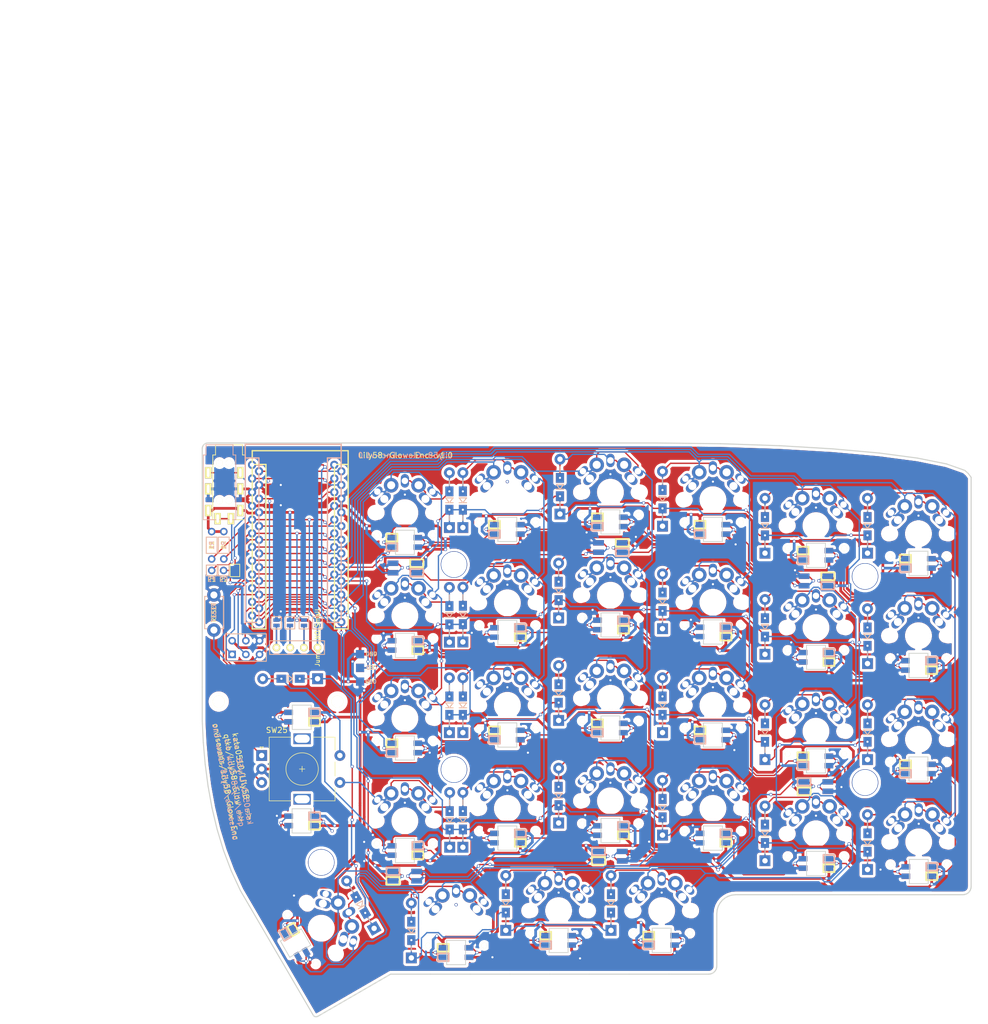
<source format=kicad_pcb>
(kicad_pcb (version 20211014) (generator pcbnew)
  (layers (0 "F.Cu" signal) (31 "B.Cu" signal) (34 "B.Paste" user) (35 "F.Paste" user) (36 "B.SilkS" user "B.Silkscreen") (37 "F.SilkS" user "F.Silkscreen") (38 "B.Mask" user) (39 "F.Mask" user) (44 "Edge.Cuts" user))
  (net 0 "")
  (net 1 "Net-(D1-Pad2)")
  (net 2 "row4")
  (net 3 "Net-(D2-Pad2)")
  (net 4 "Net-(D3-Pad2)")
  (net 5 "row0")
  (net 6 "Net-(D4-Pad2)")
  (net 7 "row1")
  (net 8 "Net-(D5-Pad2)")
  (net 9 "row2")
  (net 10 "Net-(D6-Pad2)")
  (net 11 "row3")
  (net 12 "Net-(D7-Pad2)")
  (net 13 "Net-(D8-Pad2)")
  (net 14 "Net-(D9-Pad2)")
  (net 15 "Net-(D10-Pad2)")
  (net 16 "Net-(D11-Pad2)")
  (net 17 "Net-(D12-Pad2)")
  (net 18 "Net-(D13-Pad2)")
  (net 19 "Net-(D14-Pad2)")
  (net 20 "Net-(D15-Pad2)")
  (net 21 "Net-(D16-Pad2)")
  (net 22 "Net-(D17-Pad2)")
  (net 23 "Net-(D18-Pad2)")
  (net 24 "Net-(D19-Pad2)")
  (net 25 "Net-(D20-Pad2)")
  (net 26 "Net-(D21-Pad2)")
  (net 27 "Net-(D22-Pad2)")
  (net 28 "Net-(D23-Pad2)")
  (net 29 "Net-(D24-Pad2)")
  (net 30 "Net-(D25-Pad2)")
  (net 31 "Net-(D26-Pad2)")
  (net 32 "Net-(D27-Pad2)")
  (net 33 "Net-(D28-Pad2)")
  (net 34 "VCC")
  (net 35 "GND")
  (net 36 "col0")
  (net 37 "col1")
  (net 38 "col2")
  (net 39 "col3")
  (net 40 "col4")
  (net 41 "col5")
  (net 42 "SDA")
  (net 43 "LED")
  (net 44 "SCL")
  (net 45 "RESET")
  (net 46 "Net-(D29-Pad2)")
  (net 47 "Net-(U1-Pad24)")
  (net 48 "Net-(U1-Pad20)")
  (net 49 "DATA")
  (net 50 "Net-(J2-Pad4)")
  (net 51 "Net-(J2-Pad3)")
  (net 52 "Net-(JP1-Pad1)")
  (net 53 "Net-(JP2-Pad1)")
  (net 54 "Net-(JP3-Pad1)")
  (net 55 "Net-(JP4-Pad1)")
  (net 56 "Net-(L1-Pad1)")
  (net 57 "Net-(L2-Pad1)")
  (net 58 "Net-(L3-Pad1)")
  (net 59 "Net-(L4-Pad1)")
  (net 60 "Net-(L5-Pad1)")
  (net 61 "Net-(L12-Pad3)")
  (net 62 "Net-(L13-Pad3)")
  (net 63 "Net-(L7-Pad3)")
  (net 64 "Net-(L8-Pad3)")
  (net 65 "Net-(L10-Pad1)")
  (net 66 "Net-(L10-Pad3)")
  (net 67 "Net-(L11-Pad3)")
  (net 68 "Net-(L13-Pad1)")
  (net 69 "Net-(L14-Pad1)")
  (net 70 "Net-(L15-Pad1)")
  (net 71 "Net-(L16-Pad1)")
  (net 72 "Net-(L17-Pad1)")
  (net 73 "Net-(L18-Pad1)")
  (net 74 "Net-(L19-Pad3)")
  (net 75 "Net-(L19-Pad1)")
  (net 76 "Net-(L20-Pad3)")
  (net 77 "Net-(L21-Pad3)")
  (net 78 "Net-(L22-Pad3)")
  (net 79 "Net-(L23-Pad3)")
  (net 80 "Net-(L25-Pad1)")
  (net 81 "Net-(L26-Pad1)")
  (net 82 "Net-(L27-Pad1)")
  (net 83 "Net-(L28-Pad1)")
  (net 84 "Net-(L29-Pad1)")
  (net 85 "Net-(L1-Pad3)")
  (net 86 "Net-(L31-Pad3)")
  (net 87 "Net-(L32-Pad3)")
  (net 88 "Net-(L34-Pad1)")
  (net 89 "enc1")
  (net 90 "enc2")
  (net 91 "Net-(L30-Pad1)")
  (net 92 "Net-(L33-Pad3)")
  (net 93 "Net-(L35-Pad1)")
  (footprint "Lily58-footprint:Diode_TH_SOD123" (layer "F.Cu") (at 112.3 122.7 120)
    (fp_text reference "D26" hide)
    (fp_text value "D" hide)
  )
  (footprint "Lily58-footprint:RESISTOR_mini" (layer "F.Cu") (at 84.688035 56.039272 -90)
    (fp_text reference "R1")
    (fp_text value "R" hide)
  )
  (footprint "Lily58-footprint:RESISTOR_mini" (layer "F.Cu") (at 86.938035 56.039272 -90)
    (fp_text reference "R2")
    (fp_text value "R" hide)
  )
  (footprint "Lily58-footprint:StripLED" (layer "F.Cu") (at 112.2 81.3 180)
    (fp_text reference "J1" hide)
    (fp_text value "LED" hide)
  )
  (footprint "Lily58-footprint:MJ-4PP-9" (layer "F.Cu") (at 87.9 39.3)
    (fp_text reference "J2" hide)
    (fp_text value "4PIN" hide)
  )
  (footprint "Lily58-footprint:1pin_conn" (layer "F.Cu") (at 84.7 60.7 180)
    (fp_text reference "P1")
    (fp_text value "i2c_pin" hide)
  )
  (footprint "Lily58-footprint:1pin_conn" (layer "F.Cu") (at 86.9 60.7 180)
    (fp_text reference "P2")
    (fp_text value "i2c_pin" hide)
  )
  (footprint "Lily58-footprint:HOLE_M2_TH" (layer "F.Cu") (at 129.6 59.6)
    (fp_text reference "TH3" hide)
    (fp_text value "HOLE" hide)
  )
  (footprint "Lily58-footprint:HOLE_M2_TH" (layer "F.Cu") (at 205.8 61.8)
    (fp_text reference "TH4" hide)
    (fp_text value "HOLE" hide)
  )
  (footprint "Lily58-footprint:HOLE_M2_TH" (layer "F.Cu") (at 129.6 97.6)
    (fp_text reference "TH5" hide)
    (fp_text value "HOLE" hide)
  )
  (footprint "Lily58-footprint:HOLE_M2_TH" (layer "F.Cu") (at 205.8 100)
    (fp_text reference "TH6" hide)
    (fp_text value "HOLE" hide)
  )
  (footprint "Lily58-footprint:HOLE_M2_TH" (layer "F.Cu") (at 105 114.8 90)
    (fp_text reference "TH7" hide)
    (fp_text value "HOLE" hide)
  )
  (footprint "Lily58-footprint:jumper_data" (layer "F.Cu") (at 89 60.7 90)
    (fp_text reference "W1" hide)
    (fp_text value "jumper" hide)
  )
  (footprint "Lily58-footprint:TACT_SWITCH_TVBP06" (layer "F.Cu") (at 85.1 68.5 -90)
    (fp_text reference "RSW1" hide)
    (fp_text value "SW_RST" hide)
  )
  (footprint "Lily58-footprint:ProMicro_rev2" (layer "F.Cu") (at 101 55.9)
    (fp_text reference "U1" hide)
    (fp_text value "ProMicro" hide)
  )
  (footprint "Lily58-footprint:Jumper" (layer "F.Cu") (at 99.2 70.4 90)
    (fp_text reference "JP3" hide)
    (fp_text value "Jumper_NO_Small" hide)
  )
  (footprint "Lily58-footprint:Jumper" (layer "F.Cu") (at 96.7 70.4 90)
    (fp_text reference "JP4" hide)
    (fp_text value "Jumper_NO_Small" hide)
  )
  (footprint "Lily58-footprint:MY_SIL-4" (layer "F.Cu") (at 96.7 75)
    (fp_text reference "P4" hide)
    (fp_text value "OLED" hide)
  )
  (footprint "Lily58-footprint:Jumper" (layer "F.Cu") (at 101.8 70.4 90)
    (fp_text reference "JP2" hide)
    (fp_text value "Jumper_NO_Small" hide)
  )
  (footprint "Lily58-footprint:Jumper" (layer "F.Cu") (at 104.3 70.4 90)
    (fp_text reference "JP1" hide)
    (fp_text value "Jumper_NO_Small")
  )
  (footprint "Lily58-footprint:ICSP" (layer "F.Cu") (at 91.023973 74.993759 90)
    (fp_text reference "P3" hide)
    (fp_text value "ICSP" hide)
  )
  (footprint "Lily58-footprint:MX_PG1350_FLIP_HOLES_18mm" (layer "F.Cu") (at 139.5 47.6)
    (fp_text reference "SW2" hide)
    (fp_text value "SW_PUSH" hide)
  )
  (footprint "Lily58-footprint:MX_PG1350_FLIP_HOLES_18mm" (layer "F.Cu") (at 158.6 46.21)
    (fp_text reference "SW3" hide)
    (fp_text value "SW_PUSH" hide)
  )
  (footprint "Lily58-footprint:MX_PG1350_FLIP_HOLES_18mm" (layer "F.Cu") (at 177.6 47.6)
    (fp_text reference "SW4" hide)
    (fp_text value "SW_PUSH" hide)
  )
  (footprint "Lily58-footprint:MX_PG1350_FLIP_HOLES_18mm" (layer "F.Cu") (at 196.7 52.4)
    (fp_text reference "SW5" hide)
    (fp_text value "SW_PUSH" hide)
  )
  (footprint "Lily58-footprint:MX_PG1350_FLIP_HOLES_18mm" (layer "F.Cu") (at 215.7 53.9)
    (fp_text reference "SW6" hide)
    (fp_text value "SW_PUSH" hide)
  )
  (footprint "Lily58-footprint:MX_PG1350_FLIP_HOLES_18mm" (layer "F.Cu") (at 120.5 69.1)
    (fp_text reference "SW7" hide)
    (fp_text value "SW_PUSH" hide)
  )
  (footprint "Lily58-footprint:MX_PG1350_FLIP_HOLES_18mm" (layer "F.Cu") (at 139.5 66.7)
    (fp_text reference "SW8" hide)
    (fp_text value "SW_PUSH" hide)
  )
  (footprint "Lily58-footprint:MX_PG1350_FLIP_HOLES_18mm" (layer "F.Cu") (at 158.6 65.3)
    (fp_text reference "SW9" hide)
    (fp_text value "SW_PUSH" hide)
  )
  (footprint "Lily58-footprint:MX_PG1350_FLIP_HOLES_18mm" (layer "F.Cu") (at 177.6 66.6)
    (fp_text reference "SW10" hide)
    (fp_text value "SW_PUSH" hide)
  )
  (footprint "Lily58-footprint:MX_PG1350_FLIP_HOLES_18mm" (layer "F.Cu") (at 196.7 71.3)
    (fp_text reference "SW11" hide)
    (fp_text value "SW_PUSH" hide)
  )
  (footprint "Lily58-footprint:MX_PG1350_FLIP_HOLES_18mm" (layer "F.Cu") (at 215.7 72.8)
    (fp_text reference "SW12" hide)
    (fp_text value "SW_PUSH" hide)
  )
  (footprint "Lily58-footprint:MX_PG1350_FLIP_HOLES_18mm" (layer "F.Cu") (at 120.5 88.1)
    (fp_text reference "SW13" hide)
    (fp_text value "SW_PUSH" hide)
  )
  (footprint "Lily58-footprint:MX_PG1350_FLIP_HOLES_18mm" (layer "F.Cu") (at 139.5 85.7)
    (fp_text reference "SW14" hide)
    (fp_text value "SW_PUSH" hide)
  )
  (footprint "Lily58-footprint:MX_PG1350_FLIP_HOLES_18mm" (layer "F.Cu") (at 158.6 84.4)
    (fp_text reference "SW15" hide)
    (fp_text value "SW_PUSH" hide)
  )
  (footprint "Lily58-footprint:MX_PG1350_FLIP_HOLES_18mm" (layer "F.Cu") (at 177.6 85.7)
    (fp_text reference "SW16" hide)
    (fp_text value "SW_PUSH" hide)
  )
  (footprint "Lily58-footprint:MX_PG1350_FLIP_HOLES_18mm" (layer "F.Cu") (at 196.7 90.5)
    (fp_text reference "SW17" hide)
    (fp_text value "SW_PUSH" hide)
  )
  (footprint "Lily58-footprint:MX_PG1350_FLIP_HOLES_18mm" (layer "F.Cu") (at 215.7 92)
    (fp_text reference "SW18" hide)
    (fp_text value "SW_PUSH" hide)
  )
  (footprint "Lily58-footprint:MX_PG1350_FLIP_HOLES_18mm" (layer "F.Cu") (at 120.5 107.1)
    (fp_text reference "SW19" hide)
    (fp_text value "SW_PUSH" hide)
  )
  (footprint "Lily58-footprint:MX_PG1350_FLIP_HOLES_18mm" (layer "F.Cu") (at 139.5 104.8)
    (fp_text reference "SW20" hide)
    (fp_text value "SW_PUSH" hide)
  )
  (footprint "Lily58-footprint:MX_PG1350_FLIP_HOLES_18mm" (layer "F.Cu") (at 158.6 103.4)
    (fp_text reference "SW21" hide)
    (fp_text value "SW_PUSH" hide)
  )
  (footprint "Lily58-footprint:MX_PG1350_FLIP_HOLES_18mm" (layer "F.Cu") (at 177.6 104.8)
    (fp_text reference "SW22" hide)
    (fp_text value "SW_PUSH" hide)
  )
  (footprint "Lily58-footprint:MX_PG1350_FLIP_HOLES_18mm" (layer "F.Cu") (at 196.7 109.5)
    (fp_text reference "SW23" hide)
    (fp_text value "SW_PUSH" hide)
  )
  (footprint "Lily58-footprint:MX_PG1350_FLIP_HOLES_18mm" (layer "F.Cu") (at 215.75 111)
    (fp_text reference "SW24" hide)
    (fp_text value "SW_PUSH" hide)
  )
  (footprint "Lily58-footprint:MX_PG1350_FLIP_HOLES_27mm" (layer "F.Cu") (at 105 127 -60)
    (fp_text reference "SW26" hide)
    (fp_text value "SW_PUSH" hide)
  )
  (footprint "Lily58-footprint:MX_PG1350_FLIP_HOLES_18mm" (layer "F.Cu") (at 130 126)
    (fp_text reference "SW27" hide)
    (fp_text value "SW_PUSH" hide)
  )
  (footprint "Lily58-footprint:MX_PG1350_FLIP_HOLES_18mm" (layer "F.Cu") (at 149 123.75)
    (fp_text reference "SW28" hide)
    (fp_text value "SW_PUSH" hide)
  )
  (footprint "Lily58-footprint:MX_PG1350_FLIP_HOLES_18mm" (layer "F.Cu") (at 168.1 123.75)
    (fp_text reference "SW29" hide)
    (fp_text value "SW_PUSH" hide)
  )
  (footprint "Lily58-footprint:HOLE_M2" (layer "F.Cu") (at 86 85)
    (fp_text reference "TH1" hide)
    (fp_text value "HOLE" hide)
  )
  (footprint "Lily58-footprint:HOLE_M2" (layer "F.Cu") (at 108 85)
    (fp_text reference "TH2" hide)
    (fp_text value "HOLE" hide)
  )
  (footprint "Lily58-footprint:MX_PG1350_FLIP_HOLES_18mm" (layer "F.Cu") (at 120.5 50)
    (fp_text reference "SW1" hide)
    (fp_text value "SW_PUSH" hide)
  )
  (footprint "Lily58-footprint:SK6812MINI_rev" (layer "F.Cu") (at 120.5 55.5 180)
    (fp_text reference "L1" hide)
    (fp_text value "SK6812mini" hide)
  )
  (footprint "Lily58-footprint:SK6812MINI_rev" (layer "F.Cu") (at 139.5 110.3)
    (fp_text reference "L20" hide)
    (fp_text value "SK6812mini" hide)
  )
  (footprint "Lily58-footprint:SK6812MINI_rev" (layer "F.Cu") (at 149 129.25 180)
    (fp_text reference "L29" hide)
    (fp_text value "SK6812mini" hide)
  )
  (footprint "Lily58-footprint:SK6812MINI_rev" (layer "F.Cu") (at 158.6 108.9)
    (fp_text reference "L21" hide)
    (fp_text value "SK6812mini" hide)
  )
  (footprint "Lily58-footprint:SK6812MINI_rev" (layer "F.Cu") (at 196.7 115)
    (fp_text reference "L23" hide)
    (fp_text value "SK6812mini" hide)
  )
  (footprint "Lily58-footprint:SK6812MINI_rev" (layer "F.Cu") (at 215.75 116.5)
    (fp_text reference "L24" hide)
    (fp_text value "SK6812mini" hide)
  )
  (footprint "Lily58-footprint:SK6812MINI_rev" (layer "F.Cu") (at 130 131.5 180)
    (fp_text reference "L28" hide)
    (fp_text value "SK6812mini" hide)
  )
  (footprint "Lily58-footprint:SK6812MINI_rev" (layer "F.Cu") (at 177.6 91.2 180)
    (fp_text reference "L16" hide)
    (fp_text value "SK6812mini" hide)
  )
  (footprint "Lily58-footprint:SK6812MINI_rev" (layer "F.Cu") (at 120.5 112.6)
    (fp_text reference "L19" hide)
    (fp_text value "SK6812mini" hide)
  )
  (footprint "Lily58-footprint:SK6812MINI_rev" (layer "F.Cu") (at 215.7 97.5 180)
    (fp_text reference "L18" hide)
    (fp_text value "SK6812mini" hide)
  )
  (footprint "Lily58-footprint:SK6812MINI_rev" (layer "F.Cu") (at 158.6 89.9 180)
    (fp_text reference "L15" hide)
    (fp_text value "SK6812mini" hide)
  )
  (footprint "Lily58-footprint:SK6812MINI_rev" (layer "F.Cu") (at 139.5 91.2 180)
    (fp_text reference "L14" hide)
    (fp_text value "SK6812mini" hide)
  )
  (footprint "Lily58-footprint:SK6812MINI_rev" (layer "F.Cu") (at 120.5 93.6 180)
    (fp_text reference "L13" hide)
    (fp_text value "SK6812mini" hide)
  )
  (footprint "Lily58-footprint:SK6812MINI_rev" (layer "F.Cu") (at 215.7 78.3)
    (fp_text reference "L12" hide)
    (fp_text value "SK6812mini" hide)
  )
  (footprint "Lily58-footprint:SK6812MINI_rev" (layer "F.Cu") (at 196.7 96 180)
    (fp_text reference "L17" hide)
    (fp_text value "SK6812mini" hide)
  )
  (footprint "Lily58-footprint:SK6812MINI_rev" (layer "F.Cu") (at 177.6 110.3)
    (fp_text reference "L22" hide)
    (fp_text value "SK6812mini" hide)
  )
  (footprint "Lily58-footprint:SK6812MINI_rev" (layer "F.Cu") (at 177.6 53.1 180)
    (fp_text reference "L4" hide)
    (fp_text value "SK6812mini" hide)
  )
  (footprint "Lily58-footprint:SK6812MINI_rev" (layer "F.Cu") (at 196.7 57.9 180)
    (fp_text reference "L5" hide)
    (fp_text value "SK6812mini" hide)
  )
  (footprint "Lily58-footprint:SK6812MINI_rev" (layer "F.Cu") (at 158.6 51.71 180)
    (fp_text reference "L3" hide)
    (fp_text value "SK6812mini" hide)
  )
  (footprint "Lily58-footprint:SK6812MINI_rev" (layer "F.Cu") (at 139.5 53.1 180)
    (fp_text reference "L2" hide)
    (fp_text value "SK6812mini" hide)
  )
  (footprint "Lily58-footprint:SK6812MINI_rev" (layer "F.Cu") (at 196.7 76.8)
    (fp_text reference "L11" hide)
    (fp_text value "SK6812mini" hide)
  )
  (footprint "Lily58-footprint:SK6812MINI_rev" (layer "F.Cu") (at 177.6 72.1)
    (fp_text reference "L10" hide)
    (fp_text value "SK6812mini" hide)
  )
  (footprint "Lily58-footprint:SK6812MINI_rev" (layer "F.Cu") (at 158.6 70.8)
    (fp_text reference "L9" hide)
    (fp_text value "SK6812mini" hide)
  )
  (footprint "Lily58-footprint:SK6812MINI_rev" (layer "F.Cu") (at 215.7 59.4 180)
    (fp_text reference "L6" hide)
    (fp_text value "SK6812mini" hide)
  )
  (footprint "Lily58-footprint:SK6812MINI_rev" (layer "F.Cu") (at 139.5 72.2)
    (fp_text reference "L8" hide)
    (fp_text value "SK6812mini" hide)
  )
  (footprint "Lily58-footprint:SK6812MINI_rev" (layer "F.Cu") (at 120.5 74.6)
    (fp_text reference "L7" hide)
    (fp_text value "SK6812mini" hide)
  )
  (footprint "Lily58-footprint:SK6812MINI_rev" (layer "F.Cu") (at 168.1 129.25 180)
    (fp_text reference "L30" hide)
    (fp_text value "SK6812mini" hide)
  )
  (footprint "Lily58-footprint:SK6812MINI_rev" (layer "F.Cu") (at 100.236859 129.75 120)
    (fp_text reference "L27" hide)
    (fp_text value "SK6812mini" hide)
  )
  (footprint "Lily58-footprint:SK6812MINI_underglow_rev" (layer "F.Cu") (at 158.6 56.46)
    (fp_text reference "L32" hide)
    (fp_text value "SK6812mini" hide)
  )
  (footprint "Lily58-footprint:SK6812MINI_underglow_rev" (layer "F.Cu") (at 120.5 117.35 180)
    (fp_text reference "L34" hide)
    (fp_text value "SK6812mini" hide)
  )
  (footprint "Lily58-footprint:SK6812MINI_underglow_rev" (layer "F.Cu") (at 158.6 113.65 180)
    (fp_text reference "L35" hide)
    (fp_text value "SK6812mini" hide)
  )
  (footprint "Lily58-footprint:SK6812MINI_underglow_rev" (layer "F.Cu") (at 196.7 100.75 180)
    (fp_text reference "L36" hide)
    (fp_text value "SK6812mini" hide)
  )
  (footprint "Lily58-footprint:SK6812MINI_underglow_rev" (layer "F.Cu") (at 196.7 62.65)
    (fp_text reference "L33" hide)
    (fp_text value "SK6812mini" hide)
  )
  (footprint "Lily58-footprint:SK6812MINI_underglow_rev" (layer "F.Cu") (at 120.5 60.25)
    (fp_text reference "L31" hide)
    (fp_text value "SK6812mini" hide)
  )
  (footprint "Lily58-footprint:RotaryEncoder_Alps_EC11E-Switch_Vertical_H20mm" (layer "F.Cu") (at 93.9546 94.996)
    (fp_text reference "SW25")
    (fp_text value "Rotary_Encoder_Switch")
  )
  (footprint "Lily58-footprint:SK6812MINI_rev" (layer "F.Cu") (at 101.3492 107.1148)
    (fp_text reference "L26" hide)
    (fp_text value "SK6812mini" hide)
  )
  (footprint "Lily58-footprint:SK6812MINI_rev" (layer "F.Cu") (at 101.346 87.884)
    (fp_text reference "L25" hide)
    (fp_text value "SK6812mini" hide)
  )
  (footprint "Lily58-footprint:Diode_TH_SOD123" (layer "B.Cu") (at 128.75 47.75 90)
    (fp_text reference "D1" hide)
    (fp_text value "D" hide)
  )
  (footprint "Lily58-footprint:Diode_TH_SOD123" (layer "B.Cu") (at 131.25 47.75 90)
    (fp_text reference "D2" hide)
    (fp_text value "D" hide)
  )
  (footprint "Lily58-footprint:Diode_TH_SOD123" (layer "B.Cu") (at 149.25 45.25 90)
    (fp_text reference "D3" hide)
    (fp_text value "D" hide)
  )
  (footprint "Lily58-footprint:Diode_TH_SOD123" (layer "B.Cu") (at 168.25 47.5 90)
    (fp_text reference "D4" hide)
    (fp_text value "D" hide)
  )
  (footprint "Lily58-footprint:Diode_TH_SOD123" (layer "B.Cu") (at 187.25 52.5 90)
    (fp_text reference "D5" hide)
    (fp_text value "D" hide)
  )
  (footprint "Lily58-footprint:Diode_TH_SOD123" (layer "B.Cu") (at 206.25 52.5 90)
    (fp_text reference "D6" hide)
    (fp_text value "D" hide)
  )
  (footprint "Lily58-footprint:Diode_TH_SOD123" (layer "B.Cu") (at 128.75 69 90)
    (fp_text reference "D7" hide)
    (fp_text value "D" hide)
  )
  (footprint "Lily58-footprint:Diode_TH_SOD123" (layer "B.Cu") (at 131.25254 68.95254 90)
    (fp_text reference "D8" hide)
    (fp_text value "D" hide)
  )
  (footprint "Lily58-footprint:Diode_TH_SOD123" (layer "B.Cu") (at 149 64.5 90)
    (fp_text reference "D9" hide)
    (fp_text value "D" hide)
  )
  (footprint "Lily58-footprint:Diode_TH_SOD123" (layer "B.Cu") (at 168.25 66.5 90)
    (fp_text reference "D10" hide)
    (fp_text value "D" hide)
  )
  (footprint "Lily58-footprint:Diode_TH_SOD123" (layer "B.Cu") (at 187.25 71.25 90)
    (fp_text reference "D11" hide)
    (fp_text value "D" hide)
  )
  (footprint "Lily58-footprint:Diode_TH_SOD123" (layer "B.Cu") (at 206.248 72.9615 90)
    (fp_text reference "D12" hide)
    (fp_text value "D" hide)
  )
  (footprint "Lily58-footprint:Diode_TH_SOD123" (layer "B.Cu") (at 128.75 85.75 90)
    (fp_text reference "D13" hide)
    (fp_text value "D" hide)
  )
  (footprint "Lily58-footprint:Diode_TH_SOD123" (layer "B.Cu") (at 131.25 85.75 90)
    (fp_text reference "D14" hide)
    (fp_text value "D" hide)
  )
  (footprint "Lily58-footprint:Diode_TH_SOD123" (layer "B.Cu") (at 149 83.5 90)
    (fp_text reference "D15" hide)
    (fp_text value "D" hide)
  )
  (footprint "Lily58-footprint:Diode_TH_SOD123" (layer "B.Cu") (at 168.25 85.75 90)
    (fp_text reference "D16" hide)
    (fp_text value "D" hide)
  )
  (footprint "Lily58-footprint:Diode_TH_SOD123" (layer "B.Cu") (at 187.25 90.75 90)
    (fp_text reference "D17" hide)
    (fp_text value "D" hide)
  )
  (footprint "Lily58-footprint:Diode_TH_SOD123" (layer "B.Cu") (at 206.25 90.75 90)
    (fp_text reference "D18" hide)
    (fp_text value "D" hide)
  )
  (footprint "Lily58-footprint:Diode_TH_SOD123" (layer "B.Cu") (at 128.8 107 90)
    (fp_text reference "D19" hide)
    (fp_text value "D" hide)
  )
  (footprint "Lily58-footprint:Diode_TH_SOD123" (layer "B.Cu") (at 131.25 107 90)
    (fp_text reference "D20" hide)
    (fp_text value "D" hide)
  )
  (footprint "Lily58-footprint:Diode_TH_SOD123" (layer "B.Cu") (at 149 102.5 90)
    (fp_text reference "D21" hide)
    (fp_text value "D" hide)
  )
  (footprint "Lily58-footprint:Diode_TH_SOD123" (layer "B.Cu") (at 168.25 104.75 90)
    (fp_text reference "D22" hide)
    (fp_text value "D" hide)
  )
  (footprint "Lily58-footprint:Diode_TH_SOD123" (layer "B.Cu") (at 187.25 109.5 90)
    (fp_text reference "D23" hide)
    (fp_text value "D" hide)
  )
  (footprint "Lily58-footprint:Diode_TH_SOD123" (layer "B.Cu") (at 99.314 80.772 180)
    (fp_text reference "D25" hide)
    (fp_text value "D" hide)
  )
  (footprint "Lily58-footprint:Diode_TH_SOD123" (layer "B.Cu") (at 121.7 127.5 90)
    (fp_text reference "D27" hide)
    (fp_text value "D" hide)
  )
  (footprint "Lily58-footprint:Diode_TH_SOD123" (layer "B.Cu") (at 139.2 122.4 90)
    (fp_text reference "D28" hide)
    (fp_text value "D" hide)
  )
  (footprint "Lily58-footprint:Diode_TH_SOD123" (layer "B.Cu") (at 158.7 122.4 90)
    (fp_text reference "D29" hide)
    (fp_text value "D" hide)
  )
  (footprint "Lily58-footprint:Jumper" (layer "B.Cu") (at 104.3 70.4 90)
    (fp_text reference "JP5" hide)
    (fp_text value "Jumper_NO_Small" hide)
  )
  (footprint "Lily58-footprint:Jumper" (layer "B.Cu") (at 101.8 70.4 90)
    (fp_text reference "JP6" hide)
    (fp_text value "Jumper_NO_Small" hide)
  )
  (footprint "Lily58-footprint:Jumper" (layer "B.Cu") (at 99.2 70.4 90)
    (fp_text reference "JP7" hide)
    (fp_text value "Jumper_NO_Small" hide)
  )
  (footprint "Lily58-footprint:Jumper" (layer "B.Cu") (at 96.7 70.4 90)
    (fp_text reference "JP8" hide)
    (fp_text value "Jumper_NO_Small" hide)
  )
  (footprint "Lily58-footprint:Diode_TH_SOD123" (layer "B.Cu") (at 206.248 111.125 90)
    (fp_text reference "D24" hide)
    (fp_text value "D" hide)
  )
  (gr_line (start 104.807833 37.086762) (end 94.4 37.086762) (layer "Edge.Cuts") (width 0.2))
  (gr_line (start 82.937528 82.285296) (end 82.937528 75.978362) (layer "Edge.Cuts") (width 0.2))
  (gr_line (start 82.937528 75.978362) (end 82.937528 69.671429) (layer "Edge.Cuts") (width 0.2))
  (gr_line (start 82.937528 88.592229) (end 82.937528 82.285296) (layer "Edge.Cuts") (width 0.2))
  (gr_line (start 118.75 57.75) (end 118.75 53.25) (layer "Edge.Cuts") (width 0.15))
  (gr_line (start 101.310889 127.109431) (end 103.060889 130.14052) (layer "Edge.Cuts") (width 0.15))
  (gr_line (start 103.060889 130.14052) (end 99.163775 132.39052) (layer "Edge.Cuts") (width 0.15))
  (gr_line (start 97.413775 129.359431) (end 101.310889 127.109431) (layer "Edge.Cuts") (width 0.15))
  (gr_line (start 99.163775 132.39052) (end 97.413775 129.359431) (layer "Edge.Cuts") (width 0.15))
  (gr_line (start 118.75 72.35) (end 122.25 72.35) (layer "Edge.Cuts") (width 0.15))
  (gr_line (start 131.75 129.25) (end 131.75 133.75) (layer "Edge.Cuts") (width 0.15))
  (gr_line (start 166.35 127) (end 169.85 127) (layer "Edge.Cuts") (width 0.15))
  (gr_line (start 160.35 111.15) (end 156.85 111.15) (layer "Edge.Cuts") (width 0.15))
  (gr_line (start 141.25 108.05) (end 141.25 112.55) (layer "Edge.Cuts") (width 0.15))
  (gr_line (start 103.0992 104.8648) (end 103.0992 109.3648) (layer "Edge.Cuts") (width 0.15))
  (gr_line (start 137.75 108.05) (end 141.25 108.05) (layer "Edge.Cuts") (width 0.15))
  (gr_line (start 198.45 117.25) (end 194.95 117.25) (layer "Edge.Cuts") (width 0.15))
  (gr_line (start 122.25 114.85) (end 118.75 114.85) (layer "Edge.Cuts") (width 0.15))
  (gr_line (start 156.85 111.15) (end 156.85 106.65) (layer "Edge.Cuts") (width 0.15))
  (gr_line (start 166.35 131.5) (end 166.35 127) (layer "Edge.Cuts") (width 0.15))
  (gr_line (start 194.95 117.25) (end 194.95 112.75) (layer "Edge.Cuts") (width 0.15))
  (gr_line (start 141.25 112.55) (end 137.75 112.55) (layer "Edge.Cuts") (width 0.15))
  (gr_line (start 122.25 110.35) (end 122.25 114.85) (layer "Edge.Cuts") (width 0.15))
  (gr_line (start 179.35 108.05) (end 179.35 112.55) (layer "Edge.Cuts") (width 0.15))
  (gr_line (start 175.85 108.05) (end 179.35 108.05) (layer "Edge.Cuts") (width 0.15))
  (gr_line (start 214 118.75) (end 214 114.25) (layer "Edge.Cuts") (width 0.15))
  (gr_line (start 147.25 127) (end 150.75 127) (layer "Edge.Cuts") (width 0.15))
  (gr_line (start 150.75 131.5) (end 147.25 131.5) (layer "Edge.Cuts") (width 0.15))
  (gr_line (start 160.35 106.65) (end 160.35 111.15) (layer "Edge.Cuts") (width 0.15))
  (gr_line (start 137.75 112.55) (end 137.75 108.05) (layer "Edge.Cuts") (width 0.15))
  (gr_line (start 150.75 127) (end 150.75 131.5) (layer "Edge.Cuts") (width 0.15))
  (gr_line (start 156.85 106.65) (end 160.35 106.65) (layer "Edge.Cuts") (width 0.15))
  (gr_line (start 217.5 114.25) (end 217.5 118.75) (layer "Edge.Cuts") (width 0.15))
  (gr_line (start 99.5992 104.8648) (end 103.0992 104.8648) (layer "Edge.Cuts") (width 0.15))
  (gr_line (start 194.95 112.75) (end 198.45 112.75) (layer "Edge.Cuts") (width 0.15))
  (gr_line (start 128.25 129.25) (end 131.75 129.25) (layer "Edge.Cuts") (width 0.15))
  (gr_line (start 103.0992 109.3648) (end 99.5992 109.3648) (layer "Edge.Cuts") (width 0.15))
  (gr_line (start 175.85 112.55) (end 175.85 108.05) (layer "Edge.Cuts") (width 0.15))
  (gr_line (start 217.5 118.75) (end 214 118.75) (layer "Edge.Cuts") (width 0.15))
  (gr_line (start 214 114.25) (end 217.5 114.25) (layer "Edge.Cuts") (width 0.15))
  (gr_line (start 147.25 131.5) (end 147.25 127) (layer "Edge.Cuts") (width 0.15))
  (gr_line (start 99.5992 109.3648) (end 99.5992 104.8648) (layer "Edge.Cuts") (width 0.15))
  (gr_line (start 118.75 114.85) (end 118.75 110.35) (layer "Edge.Cuts") (width 0.15))
  (gr_line (start 118.75 110.35) (end 122.25 110.35) (layer "Edge.Cuts") (width 0.15))
  (gr_line (start 128.25 133.75) (end 128.25 129.25) (layer "Edge.Cuts") (width 0.15))
  (gr_line (start 169.85 127) (end 169.85 131.5) (layer "Edge.Cuts") (width 0.15))
  (gr_line (start 169.85 131.5) (end 166.35 131.5) (layer "Edge.Cuts") (width 0.15))
  (gr_line (start 179.35 112.55) (end 175.85 112.55) (layer "Edge.Cuts") (width 0.15))
  (gr_line (start 198.45 112.75) (end 198.45 117.25) (layer "Edge.Cuts") (width 0.15))
  (gr_line (start 131.75 133.75) (end 128.25 133.75) (layer "Edge.Cuts") (width 0.15))
  (gr_line (start 99.624 90.17) (end 99.624 85.67) (layer "Edge.Cuts") (width 0.15))
  (gr_line (start 103.124 85.67) (end 103.124 90.17) (layer "Edge.Cuts") (width 0.15))
  (gr_line (start 103.124 90.17) (end 99.624 90.17) (layer "Edge.Cuts") (width 0.15))
  (gr_line (start 99.624 85.67) (end 103.124 85.67) (layer "Edge.Cuts") (width 0.15))
  (gr_line (start 178.319348 134.034052) (end 178.288901 134.314154) (layer "Edge.Cuts") (width 0.2))
  (gr_line (start 160.35 49.46) (end 160.35 53.96) (layer "Edge.Cuts") (width 0.15))
  (gr_line (start 156.85 68.55) (end 160.35 68.55) (layer "Edge.Cuts") (width 0.15))
  (gr_line (start 103.597295 143.222884) (end 103.714328 143.322532) (layer "Edge.Cuts") (width 0.2))
  (gr_line (start 141.25 50.85) (end 141.25 55.35) (layer "Edge.Cuts") (width 0.15))
  (gr_line (start 109.483841 140.36134) (end 111.159536 139.391201) (layer "Edge.Cuts") (width 0.2))
  (gr_line (start 178.319348 132.816013) (end 178.319348 134.034052) (layer "Edge.Cuts") (width 0.2))
  (gr_line (start 156.85 87.65) (end 160.35 87.65) (layer "Edge.Cuts") (width 0.15))
  (gr_line (start 136.027379 37.086762) (end 125.619545 37.086762) (layer "Edge.Cuts") (width 0.2))
  (gr_line (start 225.204001 120.128696) (end 225.020912 120.350648) (layer "Edge.Cuts") (width 0.2))
  (gr_line (start 181.819348 120.789735) (end 187.086929 120.789735) (layer "Edge.Cuts") (width 0.2))
  (gr_line (start 137.75 88.95) (end 141.25 88.95) (layer "Edge.Cuts") (width 0.15))
  (gr_line (start 179.35 74.35) (end 175.85 74.35) (layer "Edge.Cuts") (width 0.15))
  (gr_line (start 217.45 61.65) (end 213.95 61.65) (layer "Edge.Cuts") (width 0.15))
  (gr_line (start 179.35 93.45) (end 175.85 93.45) (layer "Edge.Cuts") (width 0.15))
  (gr_line (start 137.75 55.35) (end 137.75 50.85) (layer "Edge.Cuts") (width 0.15))
  (gr_line (start 213.424836 120.789735) (end 218.692418 120.789735) (layer "Edge.Cuts") (width 0.2))
  (gr_line (start 122.25 95.85) (end 118.75 95.85) (layer "Edge.Cuts") (width 0.15))
  (gr_line (start 225.342217 119.873887) (end 225.204001 120.128696) (layer "Edge.Cuts") (width 0.2))
  (gr_line (start 213.95 80.55) (end 213.95 76.05) (layer "Edge.Cuts") (width 0.15))
  (gr_line (start 137.75 74.45) (end 137.75 69.95) (layer "Edge.Cuts") (width 0.15))
  (gr_line (start 175.85 74.35) (end 175.85 69.85) (layer "Edge.Cuts") (width 0.15))
  (gr_line (start 179.35 55.35) (end 175.85 55.35) (layer "Edge.Cuts") (width 0.15))
  (gr_line (start 194.95 79.05) (end 194.95 74.55) (layer "Edge.Cuts") (width 0.15))
  (gr_line (start 118.75 91.35) (end 122.25 91.35) (layer "Edge.Cuts") (width 0.15))
  (gr_line (start 198.45 79.05) (end 194.95 79.05) (layer "Edge.Cuts") (width 0.15))
  (gr_line (start 83.020657 37.727855) (end 83.117409 37.549489) (layer "Edge.Cuts") (width 0.2))
  (gr_line (start 160.35 68.55) (end 160.35 73.05) (layer "Edge.Cuts") (width 0.15))
  (gr_line (start 189.919538 37.585374) (end 178.989563 37.215654) (layer "Edge.Cuts") (width 0.2))
  (gr_line (start 208.157255 120.789735) (end 213.424836 120.789735) (layer "Edge.Cuts") (width 0.2))
  (gr_line (start 141.25 55.35) (end 137.75 55.35) (layer "Edge.Cuts") (width 0.15))
  (gr_line (start 103.84247 143.386445) (end 103.981252 143.413974) (layer "Edge.Cuts") (width 0.2))
  (gr_line (start 160.35 92.15) (end 156.85 92.15) (layer "Edge.Cuts") (width 0.15))
  (gr_line (start 175.85 93.45) (end 175.85 88.95) (layer "Edge.Cuts") (width 0.15))
  (gr_line (start 198.45 93.75) (end 198.45 98.25) (layer "Edge.Cuts") (width 0.15))
  (gr_line (start 198.45 60.15) (end 194.95 60.15) (layer "Edge.Cuts") (width 0.15))
  (gr_line (start 82.937528 57.057562) (end 82.937528 50.750629) (layer "Edge.Cuts") (width 0.2))
  (gr_line (start 208.420758 38.945561) (end 199.807654 38.170488) (layer "Edge.Cuts") (width 0.2))
  (gr_line (start 162.080304 135.511658) (end 169.449826 135.511658) (layer "Edge.Cuts") (width 0.2))
  (gr_line (start 224.9 42.7) (end 224.278471 42.15619) (layer "Edge.Cuts") (width 0.2))
  (gr_line (start 156.85 73.05) (end 156.85 68.55) (layer "Edge.Cuts") (width 0.15))
  (gr_line (start 217.45 57.15) (end 217.45 61.65) (layer "Edge.Cuts") (width 0.15))
  (gr_line (start 225.46 71.881623) (end 225.46 81.363245) (layer "Edge.Cuts") (width 0.2))
  (gr_line (start 83.490297 96.657663) (end 84.020972 100.690825) (layer "Edge.Cuts") (width 0.2))
  (gr_line (start 194.95 55.65) (end 198.45 55.65) (layer "Edge.Cuts") (width 0.15))
  (gr_line (start 141.25 69.95) (end 141.25 74.45) (layer "Edge.Cuts") (width 0.15))
  (gr_line (start 180.456326 121.064561) (end 181.113524 120.860778) (layer "Edge.Cuts") (width 0.2))
  (gr_line (start 82.937528 63.364495) (end 82.937528 57.057562) (layer "Edge.Cuts") (width 0.2))
  (gr_line (start 114.510925 137.450923) (end 116.186619 136.480784) (layer "Edge.Cuts") (width 0.2))
  (gr_line (start 88.291758 116.318073) (end 89.993333 119.98954) (layer "Edge.Cuts") (width 0.2))
  (gr_line (start 83.117409 37.549489) (end 83.24557 37.394123) (layer "Edge.Cuts") (width 0.2))
  (gr_line (start 199.807654 38.170488) (end 189.919538 37.585374) (layer "Edge.Cuts") (width 0.2))
  (gr_line (start 225.429552 119.592231) (end 225.342217 119.873887) (layer "Edge.Cuts") (width 0.2))
  (gr_line (start 175.85 55.35) (end 175.85 50.85) (layer "Edge.Cuts") (width 0.15))
  (gr_line (start 167.250881 37.086762) (end 156.843047 37.086762) (layer "Edge.Cuts") (width 0.2))
  (gr_line (start 179.35 69.85) (end 179.35 74.35) (layer "Edge.Cuts") (width 0.15))
  (gr_line (start 118.75 76.85) (end 118.75 72.35) (layer "Edge.Cuts") (width 0.15))
  (gr_line (start 225.46 90.844867) (end 225.46 100.32649) (layer "Edge.Cuts") (width 0.2))
  (gr_line (start 118.75 53.25) (end 122.25 53.25) (layer "Edge.Cuts") (width 0.15))
  (gr_line (start 220.889319 40.963847) (end 215.525697 39.885159) (layer "Edge.Cuts") (width 0.2))
  (gr_line (start 118.75 95.85) (end 118.75 91.35) (layer "Edge.Cuts") (width 0.15))
  (gr_line (start 194.95 74.55) (end 198.45 74.55) (layer "Edge.Cuts") (width 0.15))
  (gr_line (start 122.25 76.85) (end 118.75 76.85) (layer "Edge.Cuts") (width 0.15))
  (gr_line (start 225.459999 119.289735) (end 225.429552 119.592231) (layer "Edge.Cuts") (width 0.2))
  (gr_line (start 103.398425 142.918979) (end 103.491837 143.08815) (layer "Edge.Cuts") (width 0.2))
  (gr_line (start 225.46 81.363245) (end 225.46 90.844867) (layer "Edge.Cuts") (width 0.2))
  (gr_line (start 83.400937 37.265961) (end 83.579303 37.16921) (layer "Edge.Cuts") (width 0.2))
  (gr_line (start 82.937528 44.443695) (end 82.937528 38.136762) (layer "Edge.Cuts") (width 0.2))
  (gr_line (start 224.544152 120.671952) (end 224.262495 120.759288) (layer "Edge.Cuts") (width 0.2))
  (gr_line (start 83.579303 37.16921) (end 83.776462 37.108075) (layer "Edge.Cuts") (width 0.2))
  (gr_line (start 132.602217 135.511658) (end 139.971738 135.511658) (layer "Edge.Cuts") (width 0.2))
  (gr_line (start 192.354511 120.789735) (end 197.622092 120.789735) (layer "Edge.Cuts") (width 0.2))
  (gr_line (start 98.371341 134.32002) (end 100.047036 137.18634) (layer "Edge.Cuts") (width 0.2))
  (gr_line (start 178.594174 122.926713) (end 178.916678 122.33216) (layer "Edge.Cuts") (width 0.2))
  (gr_line (start 202.889673 120.789735) (end 208.157255 120.789735) (layer "Edge.Cuts") (width 0.2))
  (gr_line (start 225.46 109.808112) (end 225.46 119.289735) (layer "Edge.Cuts") (width 0.2))
  (gr_line (start 194.95 60.15) (end 194.95 55.65) (layer "Edge.Cuts") (width 0.15))
  (gr_line (start 213.95 99.75) (end 213.95 95.25) (layer "Edge.Cuts") (width 0.15))
  (gr_line (start 95.019952 128.587381) (end 96.695647 131.453701) (layer "Edge.Cuts") (width 0.2))
  (gr_line (start 111.159536 139.391201) (end 112.83523 138.421062) (layer "Edge.Cuts") (width 0.2))
  (gr_line (start 84.020972 100.690825) (end 84.747083 104.695246) (layer "Edge.Cuts") (width 0.2))
  (gr_line (start 178.319348 125.507775) (end 178.319348 126.725814) (layer "Edge.Cuts") (width 0.2))
  (gr_line (start 156.843047 37.086762) (end 146.435213 37.086762) (layer "Edge.Cuts") (width 0.2))
  (gr_line (start 85.688004 108.649127) (end 86.863105 112.53067) (layer "Edge.Cuts") (width 0.2))
  (gr_line (start 178.319348 130.379933) (end 178.319348 131.597973) (layer "Edge.Cuts") (width 0.2))
  (gr_line (start 175.85 69.85) (end 179.35 69.85) (layer "Edge.Cuts") (width 0.15))
  (gr_line (start 213.95 76.05) (end 217.45 76.05) (layer "Edge.Cuts") (width 0.15))
  (gr_line (start 217.45 76.05) (end 217.45 80.55) (layer "Edge.Cuts") (width 0.15))
  (gr_line (start 224.278471 42.15619) (end 220.889319 40.963847) (layer "Edge.Cuts") (width 0.2))
  (gr_line (start 107.808147 141.331479) (end 109.483841 140.36134) (layer "Edge.Cuts") (width 0.2))
  (gr_line (start 178.989563 37.215654) (end 167.250881 37.086762) (layer "Edge.Cuts") (width 0.2))
  (gr_line (start 178.319348 126.725814) (end 178.319348 127.943854) (layer "Edge.Cuts") (width 0.2))
  (gr_line (start 122.25 91.35) (end 122.25 95.85) (layer "Edge.Cuts") (width 0.15))
  (gr_line (start 82.937528 50.750629) (end 82.937528 44.443695) (layer "Edge.Cuts") (width 0.2))
  (gr_line (start 224.79896 120.533736) (end 224.544152 120.671952) (layer "Edge.Cuts") (width 0.2))
  (gr_line (start 117.863173 135.511658) (end 125.232695 135.511658) (layer "Edge.Cuts") (width 0.2))
  (gr_line (start 106.132452 142.301617) (end 107.808147 141.331479) (layer "Edge.Cuts") (width 0.2))
  (gr_line (start 137.75 50.85) (end 141.25 50.85) (layer "Edge.Cuts") (width 0.15))
  (gr_line (start 178.319348 127.943854) (end 178.319348 129.161894) (layer "Edge.Cuts") (width 0.2))
  (gr_line (start 177.4035 135.393876) (end 177.121844 135.481211) (layer "Edge.Cuts") (width 0.2))
  (gr_line (start 198.45 74.55) (end 198.45 79.05) (layer "Edge.Cuts") (width 0.15))
  (gr_line (start 96.695647 131.453701) (end 98.371341 134.32002) (layer "Edge.Cuts") (width 0.2))
  (gr_line (start 160.35 87.65) (end 160.35 92.15) (layer "Edge.Cuts") (width 0.15))
  (gr_line (start 125.232695 135.511658) (end 132.602217 135.511658) (layer "Edge.Cuts") (width 0.2))
  (gr_line (start 213.95 57.15) (end 217.45 57.15) (layer "Edge.Cuts") (width 0.15))
  (gr_line (start 154.710782 135.511658) (end 162.080304 135.511658) (layer "Edge.Cuts") (width 0.2))
  (gr_line (start 224.262495 120.759288) (end 223.959999 120.789735) (layer "Edge.Cuts") (width 0.2))
  (gr_line (start 141.25 88.95) (end 141.25 93.45) (layer "Edge.Cuts") (width 0.15))
  (gr_line (start 122.25 53.25) (end 122.25 57.75) (layer "Edge.Cuts") (width 0.15))
  (gr_line (start 175.85 88.95) (end 179.35 88.95) (layer "Edge.Cuts") (width 0.15))
  (gr_line (start 82.959523 37.925015) (end 83.020657 37.727855) (layer "Edge.Cuts") (width 0.2))
  (gr_line (start 82.937777 88.592317) (end 83.13569 92.617561) (layer "Edge.Cuts") (width 0.2))
  (gr_line (start 141.25 74.45) (end 137.75 74.45) (layer "Edge.Cuts") (width 0.15))
  (gr_line (start 116.186619 136.480784) (end 117.862313 135.510645) (layer "Edge.Cuts") (width 0.2))
  (gr_line (start 177.880261 135.072571) (end 177.658308 135.25566) (layer "Edge.Cuts") (width 0.2))
  (gr_line (start 146.435213 37.086762) (end 136.027379 37.086762) (layer "Edge.Cuts") (width 0.2))
  (gr_line (start 198.45 98.25) (end 194.95 98.25) (layer "Edge.Cuts") (width 0.15))
  (gr_line (start 156.85 49.46) (end 160.35 49.46) (layer "Edge.Cuts") (width 0.15))
  (gr_line (start 156.85 53.96) (end 156.85 49.46) (layer "Edge.Cuts") (width 0.15))
  (gr_line (start 217.45 99.75) (end 213.95 99.75) (layer "Edge.Cuts") (width 0.15))
  (gr_line (start 93.344258 125.721062) (end 95.019952 128.587381) (layer "Edge.Cuts") (width 0.2))
  (gr_line (start 225.46 62.4) (end 225.46 71.881623) (layer "Edge.Cuts") (width 0.2))
  (gr_line (start 94.396044 37.086762) (end 83.98821 37.086762) (layer "Edge.Cuts") (width 0.2))
  (gr_line (start 112.83523 138.421062) (end 114.510925 137.450923) (layer "Edge.Cuts") (width 0.2))
  (gr_line (start 213.95 61.65) (end 213.95 57.15) (layer "Edge.Cuts") (width 0.15))
  (gr_line (start 169.449826 135.511658) (end 176.819348 135.511658) (layer "Edge.Cuts") (width 0.2))
  (gr_line (start 225.46 100.32649) (end 225.46 109.808112) (layer "Edge.Cuts") (width 0.2))
  (gr_line (start 194.95 98.25) (end 194.95 93.75) (layer "Edge.Cuts") (width 0.15))
  (gr_line (start 137.75 69.95) (end 141.25 69.95) (layer "Edge.Cuts") (width 0.15))
  (gr_line (start 179.35 88.95) (end 179.35 93.45) (layer "Edge.Cuts") (width 0.15))
  (gr_line (start 178.063349 134.850619) (end 177.880261 135.072571) (layer "Edge.Cuts") (width 0.2))
  (gr_line (start 217.45 80.55) (end 213.95 80.55) (layer "Edge.Cuts") (width 0.15))
  (gr_line (start 197.622092 120.789735) (end 202.889673 120.789735) (layer "Edge.Cuts") (width 0.2))
  (gr_line (start 213.95 95.25) (end 217.45 95.25) (layer "Edge.Cuts") (width 0.15))
  (gr_line (start 198.45 55.65) (end 198.45 60.15) (layer "Edge.Cuts") (width 0.15))
  (gr_line (start 103.981252 143.413974) (end 104.130206 143.404468) (layer "Edge.Cuts") (width 0.2))
  (gr_line (start 103.714328 143.322532) (end 103.84247 143.386445) (layer "Edge.Cuts") (width 0.2))
  (gr_line (start 141.25 93.45) (end 137.75 93.45) (layer "Edge.Cuts") (width 0.15))
  (gr_line (start 179.861773 121.387065) (end 180.456326 121.064561) (layer "Edge.Cuts") (width 0.2))
  (gr_line (start 115.211711 37.086762) (end 104.803877 37.086762) (layer "Edge.Cuts") (width 0.2))
  (gr_line (start 82.93821 38.136762) (end 82.959523 37.925015) (layer "Edge.Cuts") (width 0.2))
  (gr_line (start 104.456758 143.271756) (end 106.132452 142.301617) (layer "Edge.Cuts") (width 0.2))
  (gr_line (start 178.319348 124.289735) (end 178.319348 125.507775) (layer "Edge.Cuts") (width 0.2))
  (gr_line (start 101.72273 140.052659) (end 103.398425 142.918979) (layer "Edge.Cuts") (width 0.2))
  (gr_line (start 225.020912 120.350648) (end 224.79896 120.533736) (layer "Edge.Cuts") (width 0.2))
  (gr_line (start 224.9 42.7) (end 225.46 43.436755) (layer "Edge.Cuts") (width 0.2))
  (gr_line (start 147.34126 135.511658) (end 154.710782 135.511658) (layer "Edge.Cuts") (width 0.2))
  (gr_line (start 178.319348 131.597973) (end 178.319348 132.816013) (layer "Edge.Cuts") (width 0.2))
  (gr_line (start 218.692418 120.789735) (end 223.959999 120.789735) (layer "Edge.Cuts") (width 0.2))
  (gr_line (start 137.75 93.45) (end 137.75 88.95) (layer "Edge.Cuts") (width 0.15))
  (gr_line (start 178.390391 123.583911) (end 178.594174 122.926713) (layer "Edge.Cuts") (width 0.2))
  (gr_line (start 215.525697 39.885159) (end 208.420758 38.945561) (layer "Edge.Cuts") (width 0.2))
  (gr_line (start 177.658308 135.25566) (end 177.4035 135.393876) (layer "Edge.Cuts") (width 0.2))
  (gr_line (start 82.937528 69.671429) (end 82.937528 63.364495) (layer "Edge.Cuts") (width 0.2))
  (gr_line (start 187.086929 120.789735) (end 192.354511 120.789735) (layer "Edge.Cuts") (width 0.2))
  (gr_line (start 89.992869 119.988423) (end 91.668563 122.854742) (layer "Edge.Cuts") (width 0.2))
  (gr_line (start 83.13569 92.617561) (end 83.490297 96.657663) (layer "Edge.Cuts") (width 0.2))
  (gr_line (start 100.047036 137.18634) (end 101.72273 140.052659) (layer "Edge.Cuts") (width 0.2))
  (gr_line (start 178.319348 129.161894) (end 178.319348 130.379933) (layer "Edge.Cuts") (width 0.2))
  (gr_line (start 139.971738 135.511658) (end 147.34126 135.511658) (layer "Edge.Cuts") (width 0.2))
  (gr_line (start 160.35 73.05) (end 156.85 73.05) (layer "Edge.Cuts") (width 0.15))
  (gr_line (start 104.130206 143.404468) (end 104.288864 143.357278) (layer "Edge.Cuts") (width 0.2))
  (gr_line (start 122.25 57.75) (end 118.75 57.75) (layer "Edge.Cuts") (width 0.15))
  (gr_line (start 84.747083 104.695246) (end 85.688004 108.649127) (layer "Edge.Cuts") (width 0.2))
  (gr_line (start 125.619545 37.086762) (end 115.211711 37.086762) (layer "Edge.Cuts") (width 0.2))
  (gr_line (start 217.45 95.25) (end 217.45 99.75) (layer "Edge.Cuts") (width 0.15))
  (gr_line (start 179.35 50.85) (end 179.35 55.35) (layer "Edge.Cuts") (width 0.15))
  (gr_line (start 225.46 43.436755) (end 225.46 52.918378) (layer "Edge.Cuts") (width 0.2))
  (gr_line (start 103.491837 143.08815) (end 103.597295 143.222884) (layer "Edge.Cuts") (width 0.2))
  (gr_line (start 160.35 53.96) (end 156.85 53.96) (layer "Edge.Cuts") (width 0.15))
  (gr_line (start 104.288864 143.357278) (end 104.456758 143.271756) (layer "Edge.Cuts") (width 0.2))
  (gr_line (start 225.46 52.918378) (end 225.46 62.4) (layer "Edge.Cuts") (width 0.2))
  (gr_line (start 178.916678 122.33216) (end 179.343884 121.814271) (layer "Edge.Cuts") (width 0.2))
  (gr_line (start 91.668563 122.854742) (end 93.344258 125.721062) (layer "Edge.Cuts") (width 0.2))
  (gr_line (start 83.776462 37.108075) (end 83.98821 37.086762) (layer "Edge.Cuts") (width 0.2))
  (gr_line (start 156.85 92.15) (end 156.85 87.65) (layer "Edge.Cuts") (width 0.15))
  (gr_line (start 181.113524 120.860778) (end 181.819348 120.789735) (layer "Edge.Cuts") (width 0.2))
  (gr_line (start 178.201565 134.59581) (end 178.063349 134.850619) (layer "Edge.Cuts") (width 0.2))
  (gr_line (start 177.121844 135.481211) (end 176.819348 135.511658) (layer "Edge.Cuts") (width 0.2))
  (gr_line (start 175.85 50.85) (end 179.35 50.85) (layer "Edge.Cuts") (width 0.15))
  (gr_line (start 86.863105 112.53067) (end 88.291758 116.318073) (layer "Edge.Cuts") (width 0.2))
  (gr_line (start 83.24557 37.394123) (end 83.400937 37.265961) (layer "Edge.Cuts") (width 0.2))
  (gr_line (start 178.288901 134.314154) (end 178.201565 134.59581) (layer "Edge.Cuts") (width 0.2))
  (gr_line (start 194.95 93.75) (end 198.45 93.75) (layer "Edge.Cuts") (width 0.15))
  (gr_line (start 122.25 72.35) (end 122.25 76.85) (layer "Edge.Cuts") (width 0.15))
  (gr_line (start 179.343884 121.814271) (end 179.861773 121.387065) (layer "Edge.Cuts") (width 0.2))
  (gr_line (start 178.319348 124.289735) (end 178.390391 123.583911) (layer "Edge.Cuts") (width 0.2))
  (gr_text "LED" (at 114.3 78.7) (layer "B.SilkS") (effects (font (size 0.7 0.7) (thickness 0.125)) (justify mirror)))
  (gr_text "VCC" (at 114.3 76.2) (layer "B.SilkS") (effects (font (size 0.7 0.7) (thickness 0.125)) (justify mirror)))
  (gr_text "Lily58-Glow-Enc-v1.0" (at 120.523 39.37) (layer "B.SilkS") (effects (font (size 1 1)) (justify mirror)))
  (gr_text "kata0510/Lily58  => \nqtkb/Lily58-Glow => \norvisevans/Lily58-Glow-Enc" (at 88.773 99.568 -80) (layer "B.SilkS") (effects (font (size 1 1)) (justify mirror)))
  (gr_text "GND" (at 114.2 81.3) (layer "B.SilkS") (effects (font (size 0.7 0.7) (thickness 0.125)) (justify mirror)))
  (gr_text "LED" (at 114.3 78.7) (layer "F.SilkS") (effects (font (size 0.7 0.7) (thickness 0.125))))
  (gr_text "GND" (at 114.3 76.2) (layer "F.SilkS") (effects (font (size 0.7 0.7) (thickness 0.125))))
  (gr_text "VCC" (at 114.2 81.3) (layer "F.SilkS") (effects (font (size 0.7 0.7) (thickness 0.125))))
  (gr_text "Lily58-Glow-Enc-v1.0" (at 120.65 39.37) (layer "F.SilkS") (effects (font (size 1 1))))
  (gr_text "kata0510/Lily58  => \nqtkb/Lily58-Glow => \norvisevans/Lily58-Glow-Enc" (at 88.9 99.568 -80) (layer "F.SilkS") (effects (font (size 1 1))))
  (segment (start 128.75 46.2) (end 128.75 46.05) (width 0.25) (layer "F.Cu") (net 1))
  (segment (start 121.5 44.1) (end 122.32 44.92) (width 0.25) (layer "F.Cu") (net 1))
  (segment (start 127.49 47.46) (end 128.75 46.2) (width 0.25) (layer "F.Cu") (net 1))
  (segment (start 124.31 47.46) (end 127.49 47.46) (width 0.25) (layer "F.Cu") (net 1))
  (segment (start 124.31 46.19) (end 123.04 44.92) (width 0.25) (layer "F.Cu") (net 1))
  (segment (start 122.32 44.92) (end 123.04 44.92) (width 0.25) (layer "F.Cu") (net 1))
  (segment (start 124.31 47.46) (end 124.31 46.19) (width 0.25) (layer "F.Cu") (net 1))
  (segment (start 120.5 44.1) (end 121.5 44.1) (width 0.25) (layer "F.Cu") (net 1))
  (segment (start 128.75254 42.59) (end 128.75254 46.04746) (width 0.25) (layer "B.Cu") (net 1))
  (segment (start 128.75254 46.04746) (end 128.75 46.05) (width 0.25) (layer "B.Cu") (net 1))
  (segment (start 113.157 121.3485) (end 113.15 124.172243) (width 0.25) (layer "F.Cu") (net 2))
  (segment (start 96.364225 66.535775) (end 103.835775 66.535775) (width 0.25) (layer "F.Cu") (net 2))
  (segment (start 93.83 69.07) (end 96.364225 66.535775) (width 0.25) (layer "F.Cu") (net 2))
  (segment (start 111.459156 118.474344) (end 113.157 121.3485) (width 0.25) (layer "F.Cu") (net 2))
  (segment (start 92.18 69.07) (end 93.83 69.07) (width 0.25) (layer "F.Cu") (net 2))
  (segment (start 111.459156 115.459656) (end 111.459156 118.474344) (width 0.25) (layer "F.Cu") (net 2))
  (segment (start 110.744 106.934) (end 110.744 97.028) (width 0.25) (layer "F.Cu") (net 2))
  (segment (start 108.718815 70.265745) (end 108.718815 72.186273) (width 0.25) (layer "F.Cu") (net 2))
  (segment (start 108.718815 72.186273) (end 108.722021 72.189479) (width 0.25) (layer "F.Cu") (net 2))
  (segment (start 103.835775 66.535775) (end 105.7 68.4) (width 0.25) (layer "F.Cu") (net 2))
  (via (at 105.7 68.4) (size 0.6) (drill 0.4) (layers "F.Cu" "B.Cu") (net 2))
  (via (at 111.459156 115.459656) (size 0.6) (drill 0.4) (layers "F.Cu" "B.Cu") (net 2))
  (via (at 110.744 97.028) (size 0.6) (drill 0.4) (layers "F.Cu" "B.Cu") (net 2))
  (via (at 110.744 106.934) (size 0.6) (drill 0.4) (layers "F.Cu" "B.Cu") (net 2))
  (via (at 108.722021 72.189479) (size 0.6) (drill 0.4) (layers "F.Cu" "B.Cu") (net 2))
  (segment (start 105.7 68.96359) (end 105.7 68.824264) (width 0.25) (layer "B.Cu") (net 2))
  (segment (start 113.15 124.172243) (end 113.157 121.539) (width 0.25) (layer "B.Cu") (net 2))
  (segment (start 134.895999 127.275999) (end 133.564 128.607998) (width 0.25) (layer "B.Cu") (net 2))
  (segment (start 110.744 97.028) (end 110.5535 96.8375) (width 0.25) (layer "B.Cu") (net 2))
  (segment (start 122.95203 132.5) (end 121.70254 132.5) (width 0.25) (layer "B.Cu") (net 2))
  (segment (start 110.5535 84.5185) (end 108.7755 82.7405) (width 0.25) (layer "B.Cu") (net 2))
  (segment (start 101.014 80.772) (end 104.31146 80.772) (width 0.25) (layer "B.Cu") (net 2))
  (segment (start 111.379 117.475) (end 112.00849 116.84551) (width 0.25) (layer "B.Cu") (net 2))
  (segment (start 139.2 124.1) (end 138.2 124.1) (width 0.25) (layer "B.Cu") (net 2))
  (segment (start 110.626999 114.627499) (end 110.626999 107.051001) (width 0.25) (layer "B.Cu") (net 2))
  (segment (start 145.996499 125.803499) (end 146.558 126.365) (width 0.25) (layer "B.Cu") (net 2))
  (segment (start 123.027031 120.688351) (end 123.027031 128.872969) (width 0.25) (layer "B.Cu") (net 2))
  (segment (start 123.571 128.8415) (end 123.571 131.88103) (width 0.25) (layer "B.Cu") (net 2))
  (segment (start 115.95651 119.57601) (end 121.91469 119.57601) (width 0.25) (layer "B.Cu") (net 2))
  (segment (start 108.7755 82.7405) (end 108.722021 82.687021) (width 0.25) (layer "B.Cu") (net 2))
  (segment (start 112.00849 116.84551) (end 113.22601 116.84551) (width 0.25) (layer "B.Cu") (net 2))
  (segment (start 111.4425 115.288502) (end 111.4425 115.443) (width 0.25) (layer "B.Cu") (net 2))
  (segment (start 137.174001 127.275999) (end 134.895999 127.275999) (width 0.25) (layer "B.Cu") (net 2))
  (segment (start 110.5535 96.8375) (end 110.5535 88.5825) (width 0.25) (layer "B.Cu") (net 2))
  (segment (start 111.379 118.5545) (end 111.379 117.475) (width 0.25) (layer "B.Cu") (net 2))
  (segment (start 137.78125 126.66875) (end 137.174001 127.275999) (width 0.25) (layer "B.Cu") (net 2))
  (segment (start 108.77 70.27) (end 107.00641 70.27) (width 0.25) (layer "B.Cu") (net 2))
  (segment (start 145.341501 125.803499) (end 145.996499 125.803499) (width 0.25) (layer "B.Cu") (net 2))
  (segment (start 139.20254 127.4) (end 140.45203 127.4) (width 0.25) (layer "B.Cu") (net 2))
  (segment (start 110.5535 87.757) (end 110.5535 84.6455) (width 0.25) (layer "B.Cu") (net 2))
  (segment (start 121.91469 119.57601) (end 123.027031 120.688351) (width 0.25) (layer "B.Cu") (net 2))
  (segment (start 158.7 124.1) (end 158.7 127.39746) (width 0.25) (layer "B.Cu") (net 2))
  (segment (start 113.157 121.539) (end 111.379 118.5545) (width 0.25) (layer "B.Cu") (net 2))
  (segment (start 104.314 80.76946) (end 106.80446 80.76946) (width 0.25) (layer "B.Cu") (net 2))
  (segment (start 139.20254 127.4) (end 139.20254 124.10254) (width 0.25) (layer "B.Cu") (net 2))
  (segment (start 122.7 129.2) (end 121.7 129.2) (width 0.25) (layer "B.Cu") (net 2))
  (segment (start 139.20254 124.10254) (end 139.2 124.1) (width 0.25) (layer "B.Cu") (net 2))
  (segment (start 141.23303 126.619) (end 144.526 126.619) (width 0.25) (layer "B.Cu") (net 2))
  (segment (start 114.7978 127.031397) (end 113.15 124.172243) (width 0.25) (layer "B.Cu") (net 2))
  (segment (start 127.508 128.607998) (end 126.725002 127.825) (width 0.25) (layer "B.Cu") (net 2))
  (segment (start 140.45203 127.4) (end 141.23303 126.619) (width 0.25) (layer "B.Cu") (net 2))
  (segment (start 108.722021 82.687021) (end 108.722021 72.189479) (width 0.25) (layer "B.Cu") (net 2))
  (segment (start 144.526 126.619) (end 145.341501 125.803499) (width 0.25) (layer "B.Cu") (net 2))
  (segment (start 126.725002 127.825) (end 124.5875 127.825) (width 0.25) (layer "B.Cu") (net 2))
  (segment (start 158.7 127.39746) (end 158.70254 127.4) (width 0.25) (layer "B.Cu") (net 2))
  (segment (start 105.7 68.824264) (end 105.7 68.4) (width 0.25) (layer "B.Cu") (net 2))
  (segment (start 111.459156 115.459656) (end 110.626999 114.627499) (width 0.25) (layer "B.Cu") (net 2))
  (segment (start 111.4425 115.443) (end 111.459156 115.459656) (width 0.25) (layer "B.Cu") (net 2))
  (segment (start 157.45305 127.4) (end 158.70254 127.4) (width 0.25) (layer "B.Cu") (net 2))
  (segment (start 113.22601 116.84551) (end 115.95651 119.57601) (width 0.25) (layer "B.Cu") (net 2))
  (segment (start 133.564 128.607998) (end 127.508 128.607998) (width 0.25) (layer "B.Cu") (net 2))
  (segment (start 137.78125 124.51875) (end 137.78125 126.66875) (width 0.25) (layer "B.Cu") (net 2))
  (segment (start 146.558 126.365) (end 156.41805 126.365) (width 0.25) (layer "B.Cu") (net 2))
  (segment (start 121.7 129.2) (end 121.7 132.49746) (width 0.25) (layer "B.Cu") (net 2))
  (segment (start 104.31146 80.772) (end 104.314 80.76946) (width 0.25) (layer "B.Cu") (net 2))
  (segment (start 138.2 124.1) (end 137.78125 124.51875) (width 0.25) (layer "B.Cu") (net 2))
  (segment (start 121.7 132.49746) (end 121.70254 132.5) (width 0.25) (layer "B.Cu") (net 2))
  (segment (start 156.41805 126.365) (end 157.45305 127.4) (width 0.25) (layer "B.Cu") (net 2))
  (segment (start 107.00641 70.27) (end 105.7 68.96359) (width 0.25) (layer "B.Cu") (net 2))
  (segment (start 106.80446 80.76946) (end 108.7755 82.7405) (width 0.25) (layer "B.Cu") (net 2))
  (segment (start 110.5535 88.5825) (end 110.5535 84.6455) (width 0.25) (layer "B.Cu") (net 2))
  (segment (start 123.571 131.88103) (end 122.95203 132.5) (width 0.25) (layer "B.Cu") (net 2))
  (segment (start 124.5875 127.825) (end 123.571 128.8415) (width 0.25) (layer "B.Cu") (net 2))
  (segment (start 110.626999 107.051001) (end 110.744 106.934) (width 0.25) (layer "B.Cu") (net 2))
  (segment (start 110.5535 84.6455) (end 110.5535 84.5185) (width 0.25) (layer "B.Cu") (net 2))
  (segment (start 123.027031 128.872969) (end 122.7 129.2) (width 0.25) (layer "B.Cu") (net 2))
  (segment (start 139.5 41.2) (end 138.5 40.2) (width 0.25) (layer "F.Cu") (net 3))
  (segment (start 143.31 43.910718) (end 142.04 42.640718) (width 0.25) (layer "F.Cu") (net 3))
  (segment (start 141.32 42.52) (end 142.04 42.52) (width 0.25) (layer "F.Cu") (net 3))
  (segment (start 140.5 41.7) (end 141.32 42.52) (width 0.25) (layer "F.Cu") (net 3))
  (segment (start 143.31 45.06) (end 143.31 43.910718) (width 0.25) (layer "F.Cu") (net 3))
  (segment (start 139.5 41.7) (end 140.5 41.7) (width 0.25) (layer "F.Cu") (net 3))
  (segment (start 142.04 42.640718) (end 142.04 42.52) (width 0.25) (layer "F.Cu") (net 3))
  (segment (start 133.64254 40.2) (end 132.252029 41.590511) (width 0.25) (layer "F.Cu") (net 3))
  (segment (start 138.5 40.2) (end 133.64254 40.2) (width 0.25) (layer "F.Cu") (net 3))
  (segment (start 139.5 41.7) (end 139.5 41.2) (width 0.25) (layer "F.Cu") (net 3))
  (segment (start 132.252029 41.590511) (end 131.25254 42.59) (width 0.25) (layer "F.Cu") (net 3))
  (segment (start 131.25254 46.04746) (end 131.25 46.05) (width 0.25) (layer "B.Cu") (net 3))
  (segment (start 131.25254 42.59) (end 131.25254 46.04746) (width 0.25) (layer "B.Cu") (net 3))
  (segment (start 162.41 43.67) (end 162.41 42.520718) (width 0.25) (layer "F.Cu") (net 4))
  (segment (start 158.6 40.31) (end 159.6 40.31) (width 0.25) (layer "F.Cu") (net 4))
  (segment (start 149.25 43.55) (end 149.25 40.09254) (width 0.25) (layer "F.Cu") (net 4))
  (segment (start 160.42 41.13) (end 161.14 41.13) (width 0.25) (layer "F.Cu") (net 4))
  (segment (start 162.41 42.520718) (end 161.14 41.250718) (width 0.25) (layer "F.Cu") (net 4))
  (segment (start 161.14 41.250718) (end 161.14 41.13) (width 0.25) (layer "F.Cu") (net 4))
  (segment (start 159.6 40.31) (end 160.42 41.13) (width 0.25) (layer "F.Cu") (net 4))
  (segment (start 149.25 40.09254) (end 149.25254 40.09) (width 0.25) (layer "F.Cu") (net 4))
  (segment (start 150.666032 40.09) (end 151.571032 39.185) (width 0.25) (layer "B.Cu") (net 4))
  (segment (start 151.571032 39.185) (end 157.475 39.185) (width 0.25) (layer "B.Cu") (net 4))
  (segment (start 157.475 39.185) (end 158.6 40.31) (width 0.25) (layer "B.Cu") (net 4))
  (segment (start 149.25254 40.09) (end 150.666032 40.09) (width 0.25) (layer "B.Cu") (net 4))
  (segment (start 149.25254 43.54746) (end 149.25 43.55) (width 0.25) (layer "B.Cu") (net 4))
  (segment (start 185.42351 52.07351) (end 185.42351 52.22351) (width 0.25) (layer "F.Cu") (net 5))
  (segment (start 165.53299 48.18499) (end 166.548 49.2) (width 0.25) (layer "F.Cu") (net 5))
  (segment (start 187.25 54.2) (end 186.25 54.2) (width 0.25) (layer "F.Cu") (net 5))
  (segment (start 114.519255 60.105745) (end 116.078 58.547) (width 0.25) (layer "F.Cu") (net 5))
  (segment (start 206.2155 54.1655) (end 206.25 54.2) (width 0.25) (layer "F.Cu") (net 5))
  (segment (start 126.650001 51.562) (end 128.75 49.462001) (width 0.25) (layer "F.Cu") (net 5))
  (segment (start 128.75 49.462001) (end 128.75 49.45) (width 0.25) (layer "F.Cu") (net 5))
  (segment (start 183.7055 49.53) (end 185.42351 51.24801) (width 0.25) (layer "F.Cu") (net 5))
  (segment (start 203.21 54.1655) (end 206.2155 54.1655) (width 0.25) (layer "F.Cu") (net 5))
  (segment (start 186.25 54.2) (end 185.42351 53.37351) (width 0.25) (layer "F.Cu") (net 5))
  (segment (start 113.377255 60.105745) (end 114.519255 60.105745) (width 0.25) (layer "F.Cu") (net 5))
  (segment (start 148.274991 46.95) (end 149.25 46.95) (width 0.25) (layer "F.Cu") (net 5))
  (segment (start 145.650001 49.57499) (end 148.274991 46.95) (width 0.25) (layer "F.Cu") (net 5))
  (segment (start 185.42351 51.260324) (end 185.42351 52.07351) (width 0.25) (layer "F.Cu") (net 5))
  (segment (start 105.21 58.81) (end 105.400001 59.000001) (width 0.25) (layer "F.Cu") (net 5))
  (segment (start 185.42351 53.37351) (end 185.42351 52.07351) (width 0.25) (layer "F.Cu") (net 5))
  (segment (start 105.400001 59.000001) (end 105.7 59.3) (width 0.25) (layer "F.Cu") (net 5))
  (segment (start 164.750001 48.18499) (end 165.53299 48.18499) (width 0.25) (layer "F.Cu") (net 5))
  (segment (start 108.718815 60.105745) (end 113.377255 60.105745) (width 0.25) (layer "F.Cu") (net 5))
  (segment (start 185.42351 51.24801) (end 185.42351 51.260324) (width 0.25) (layer "F.Cu") (net 5))
  (segment (start 92.23 58.81) (end 105.21 58.81) (width 0.25) (layer "F.Cu") (net 5))
  (segment (start 166.548 49.2) (end 168.25 49.2) (width 0.25) (layer "F.Cu") (net 5))
  (via (at 164.750001 48.18499) (size 0.6) (drill 0.4) (layers "F.Cu" "B.Cu") (net 5))
  (via (at 183.7055 49.53) (size 0.6) (drill 0.4) (layers "F.Cu" "B.Cu") (net 5))
  (via (at 105.7 59.3) (size 0.6) (drill 0.4) (layers "F.Cu" "B.Cu") (net 5))
  (via (at 203.21 54.1655) (size 0.6) (drill 0.4) (layers "F.Cu" "B.Cu") (net 5))
  (via (at 126.650001 51.562) (size 0.6) (drill 0.4) (layers "F.Cu" "B.Cu") (net 5))
  (via (at 145.650001 49.57499) (size 0.6) (drill 0.4) (layers "F.Cu" "B.Cu") (net 5))
  (via (at 116.078 58.674) (size 0.6) (drill 0.4) (layers "F.Cu" "B.Cu") (net 5))
  (segment (start 129.75 49.45) (end 131.25 49.45) (width 0.25) (layer "B.Cu") (net 5))
  (segment (start 206.25254 57.5) (end 206.25254 54.20254) (width 0.25) (layer "B.Cu") (net 5))
  (segment (start 168.25 49.2) (end 174.7395 49.2) (width 0.25) (layer "B.Cu") (net 5))
  (segment (start 200.279 54.1655) (end 203.21 54.1655) (width 0.25) (layer "B.Cu") (net 5))
  (segment (start 128.75254 52.75) (end 128.75254 49.45254) (width 0.25) (layer "B.Cu") (net 5))
  (segment (start 143.14751 49.57499) (end 142.4305 50.292) (width 0.25) (layer "B.Cu") (net 5))
  (segment (start 194.3735 55.1815) (end 199.009 55.1815) (width 0.25) (layer "B.Cu") (net 5))
  (segment (start 135.338002 49.45) (end 136.180002 50.292) (width 0.25) (layer "B.Cu") (net 5))
  (segment (start 187.25 54.2) (end 193.392 54.2) (width 0.25) (layer "B.Cu") (net 5))
  (segment (start 168.25 52.49746) (end 168.25254 52.5) (width 0.25) (layer "B.Cu") (net 5))
  (segment (start 106.51 60.11) (end 105.999999 59.599999) (width 0.25) (layer "B.Cu") (net 5))
  (segment (start 199.009 55.1815) (end 199.263 55.1815) (width 0.25) (layer "B.Cu") (net 5))
  (segment (start 150.50203 50.25) (end 152.164531 48.587499) (width 0.25) (layer "B.Cu") (net 5))
  (segment (start 131.25254 49.45254) (end 131.25 49.45) (width 0.25) (layer "B.Cu") (net 5))
  (segment (start 187.25 57.49746) (end 187.25254 57.5) (width 0.25) (layer "B.Cu") (net 5))
  (segment (start 128.75254 49.45254) (end 128.75 49.45) (width 0.25) (layer "B.Cu") (net 5))
  (segment (start 131.25254 52.75) (end 131.25254 49.45254) (width 0.25) (layer "B.Cu") (net 5))
  (segment (start 206.25254 54.20254) (end 206.25 54.2) (width 0.25) (layer "B.Cu") (net 5))
  (segment (start 187.25 54.2) (end 187.25 57.49746) (width 0.25) (layer "B.Cu") (net 5))
  (segment (start 168.25 49.2) (end 168.25 52.49746) (width 0.25) (layer "B.Cu") (net 5))
  (segment (start 126.650001 55.795501) (end 126.650001 51.562) (width 0.25) (layer "B.Cu") (net 5))
  (segment (start 174.7395 49.2) (end 175.895 50.3555) (width 0.25) (layer "B.Cu") (net 5))
  (segment (start 152.164531 48.587499) (end 156.029499 48.587499) (width 0.25) (layer "B.Cu") (net 5))
  (segment (start 156.337 48.895) (end 160.655 48.895) (width 0.25) (layer "B.Cu") (net 5))
  (segment (start 193.392 54.2) (end 194.3735 55.1815) (width 0.25) (layer "B.Cu") (net 5))
  (segment (start 164.750001 48.18499) (end 161.36501 48.18499) (width 0.25) (layer "B.Cu") (net 5))
  (segment (start 149.25254 46.95254) (end 149.25 46.95) (width 0.25) (layer "B.Cu") (net 5))
  (segment (start 116.47499 58.15001) (end 123.550988 58.15001) (width 0.25) (layer "B.Cu") (net 5))
  (segment (start 145.650001 49.57499) (end 143.14751 49.57499) (width 0.25) (layer "B.Cu") (net 5))
  (segment (start 149.25254 50.25) (end 149.25254 46.95254) (width 0.25) (layer "B.Cu") (net 5))
  (segment (start 105.999999 59.599999) (end 105.7 59.3) (width 0.25) (layer "B.Cu") (net 5))
  (segment (start 161.36501 48.18499) (end 160.655 48.895) (width 0.25) (layer "B.Cu") (net 5))
  (segment (start 128.75 49.45) (end 129.75 49.45) (width 0.25) (layer "B.Cu") (net 5))
  (segment (start 149.25254 50.25) (end 150.50203 50.25) (width 0.25) (layer "B.Cu") (net 5))
  (segment (start 116.078 58.547) (end 116.47499 58.15001) (width 0.25) (layer "B.Cu") (net 5))
  (segment (start 125.295502 57.15) (end 126.650001 55.795501) (width 0.25) (layer "B.Cu") (net 5))
  (segment (start 156.029499 48.587499) (end 156.337 48.895) (width 0.25) (layer "B.Cu") (net 5))
  (segment (start 179.959 49.53) (end 179.1335 50.3555) (width 0.25) (layer "B.Cu") (net 5))
  (segment (start 108.77 60.11) (end 106.51 60.11) (width 0.25) (layer "B.Cu") (net 5))
  (segment (start 123.550988 58.15001) (end 124.550998 57.15) (width 0.25) (layer "B.Cu") (net 5))
  (segment (start 175.895 50.3555) (end 179.1335 50.3555) (width 0.25) (layer "B.Cu") (net 5))
  (segment (start 124.550998 57.15) (end 125.295502 57.15) (width 0.25) (layer "B.Cu") (net 5))
  (segment (start 136.180002 50.292) (end 142.4305 50.292) (width 0.25) (layer "B.Cu") (net 5))
  (segment (start 183.7055 49.53) (end 179.959 49.53) (width 0.25) (layer "B.Cu") (net 5))
  (segment (start 131.25 49.45) (end 135.338002 49.45) (width 0.25) (layer "B.Cu") (net 5))
  (segment (start 199.263 55.1815) (end 200.279 54.1655) (width 0.25) (layer "B.Cu") (net 5))
  (segment (start 169.747541 40.844999) (end 169.252029 41.340511) (width 0.25) (layer "F.Cu") (net 6))
  (segment (start 179.42 42.52) (end 180.14 42.52) (width 0.25) (layer "F.Cu") (net 6))
  (segment (start 177.6 41.2) (end 177.244999 40.844999) (width 0.25) (layer "F.Cu") (net 6))
  (segment (start 169.252029 41.340511) (end 168.25254 42.34) (width 0.25) (layer "F.Cu") (net 6))
  (segment (start 177.6 41.7) (end 177.6 41.2) (width 0.25) (layer "F.Cu") (net 6))
  (segment (start 181.41 45.06) (end 181.41 43.910718) (width 0.25) (layer "F.Cu") (net 6))
  (segment (start 181.41 43.910718) (end 180.14 42.640718) (width 0.25) (layer "F.Cu") (net 6))
  (segment (start 178.6 41.7) (end 179.42 42.52) (width 0.25) (layer "F.Cu") (net 6))
  (segment (start 177.244999 40.844999) (end 169.747541 40.844999) (width 0.25) (layer "F.Cu") (net 6))
  (segment (start 180.14 42.640718) (end 180.14 42.52) (width 0.25) (layer "F.Cu") (net 6))
  (segment (start 177.6 41.7) (end 178.6 41.7) (width 0.25) (layer "F.Cu") (net 6))
  (segment (start 168.25254 42.34) (end 168.25254 45.79746) (width 0.25) (layer "B.Cu") (net 6))
  (segment (start 168.25254 45.79746) (end 168.25 45.8) (width 0.25) (layer "B.Cu") (net 6))
  (segment (start 183.703582 69.216918) (end 187.25 72.763336) (width 0.25) (layer "F.Cu") (net 7))
  (segment (start 113.383245 62.645745) (end 113.412 62.6745) (width 0.25) (layer "F.Cu") (net 7))
  (segment (start 126.650001 70.6755) (end 128.7255 70.6755) (width 0.25) (layer "F.Cu") (net 7))
  (segment (start 105.150004 61.35) (end 105.400001 61.599997) (width 0.25) (layer "F.Cu") (net 7))
  (segment (start 187.25 72.763336) (end 187.25 72.95) (width 0.25) (layer "F.Cu") (net 7))
  (segment (start 206.248 74.6615) (end 204.119162 74.6615) (width 0.25) (layer "F.Cu") (net 7))
  (segment (start 108.718815 62.645745) (end 113.383245 62.645745) (width 0.25) (layer "F.Cu") (net 7))
  (segment (start 148.280185 66.2) (end 149 66.2) (width 0.25) (layer "F.Cu") (net 7))
  (segment (start 167.995 67.945) (end 168.25 68.2) (width 0.25) (layer "F.Cu") (net 7))
  (segment (start 204.119162 74.6615) (end 203.476331 74.018669) (width 0.25) (layer "F.Cu") (net 7))
  (segment (start 92.23 61.35) (end 105.150004 61.35) (width 0.25) (layer "F.Cu") (net 7))
  (segment (start 128.7255 70.6755) (end 128.75 70.7) (width 0.25) (layer "F.Cu") (net 7))
  (segment (start 164.750001 67.945) (end 167.995 67.945) (width 0.25) (layer "F.Cu") (net 7))
  (segment (start 145.650001 68.830184) (end 148.280185 66.2) (width 0.25) (layer "F.Cu") (net 7))
  (segment (start 105.400001 61.599997) (end 105.7 61.899996) (width 0.25) (layer "F.Cu") (net 7))
  (via (at 203.476331 74.018669) (size 0.6) (drill 0.4) (layers "F.Cu" "B.Cu") (net 7))
  (via (at 183.703582 69.216918) (size 0.6) (drill 0.4) (layers "F.Cu" "B.Cu") (net 7))
  (via (at 126.650001 70.6755) (size 0.6) (drill 0.4) (layers "F.Cu" "B.Cu") (net 7))
  (via (at 164.750001 67.945) (size 0.6) (drill 0.4) (layers "F.Cu" "B.Cu") (net 7))
  (via (at 113.412 62.6745) (size 0.6) (drill 0.4) (layers "F.Cu" "B.Cu") (net 7))
  (via (at 105.7 61.899996) (size 0.6) (drill 0.4) (layers "F.Cu" "B.Cu") (net 7))
  (via (at 145.650001 68.830184) (size 0.6) (drill 0.4) (layers "F.Cu" "B.Cu") (net 7))
  (segment (start 128.75 70.7) (end 128.75 73.99746) (width 0.25) (layer "B.Cu") (net 7))
  (segment (start 132.28608 69.469) (end 145.011185 69.469) (width 0.25) (layer "B.Cu") (net 7))
  (segment (start 193.041002 74.041) (end 203.454 74.041) (width 0.25) (layer "B.Cu") (net 7))
  (segment (start 128.75 70.7) (end 131.20508 70.7) (width 0.25) (layer "B.Cu") (net 7))
  (segment (start 187.25254 76.25) (end 187.25254 72.95254) (width 0.25) (layer "B.Cu") (net 7))
  (segment (start 131.20508 70.7) (end 131.25254 70.65254) (width 0.25) (layer "B.Cu") (net 7))
  (segment (start 113.412 70.105) (end 114.9985 71.6915) (width 0.25) (layer "B.Cu") (net 7))
  (segment (start 131.25254 70.50254) (end 132.28608 69.469) (width 0.25) (layer "B.Cu") (net 7))
  (segment (start 106.450004 62.65) (end 105.999999 62.199995) (width 0.25) (layer "B.Cu") (net 7))
  (segment (start 149 66.2) (end 149 69.49746) (width 0.25) (layer "B.Cu") (net 7))
  (segment (start 113.412 62.6745) (end 113.412 70.105) (width 0.25) (layer "B.Cu") (net 7))
  (segment (start 175.388918 69.216918) (end 183.703582 69.216918) (width 0.25) (layer "B.Cu") (net 7))
  (segment (start 168.25 71.49746) (end 168.25254 71.5) (width 0.25) (layer "B.Cu") (net 7))
  (segment (start 206.25054 77.9615) (end 206.25054 74.66404) (width 0.25) (layer "B.Cu") (net 7))
  (segment (start 150 66.2) (end 151.199989 67.399989) (width 0.25) (layer "B.Cu") (net 7))
  (segment (start 149 66.2) (end 150 66.2) (width 0.25) (layer "B.Cu") (net 7))
  (segment (start 203.454 74.041) (end 203.476331 74.018669) (width 0.25) (layer "B.Cu") (net 7))
  (segment (start 131.25508 73.95254) (end 131.25508 70.65508) (width 0.25) (layer "B.Cu") (net 7))
  (segment (start 187.25 72.95) (end 191.950002 72.95) (width 0.25) (layer "B.Cu") (net 7))
  (segment (start 151.199989 67.399989) (end 156.045989 67.399989) (width 0.25) (layer "B.Cu") (net 7))
  (segment (start 174.372 68.2) (end 175.388918 69.216918) (width 0.25) (layer "B.Cu") (net 7))
  (segment (start 105.999999 62.199995) (end 105.7 61.899996) (width 0.25) (layer "B.Cu") (net 7))
  (segment (start 187.25254 72.95254) (end 187.25 72.95) (width 0.25) (layer "B.Cu") (net 7))
  (segment (start 206.25054 74.66404) (end 206.248 74.6615) (width 0.25) (layer "B.Cu") (net 7))
  (segment (start 156.045989 67.399989) (end 156.6545 68.0085) (width 0.25) (layer "B.Cu") (net 7))
  (segment (start 125.999501 71.326001) (end 126.650001 70.6755) (width 0.25) (layer "B.Cu") (net 7))
  (segment (start 156.6545 68.0085) (end 164.016491 68.0085) (width 0.25) (layer "B.Cu") (net 7))
  (segment (start 145.011185 69.469) (end 145.650001 68.830184) (width 0.25) (layer "B.Cu") (net 7))
  (segment (start 164.016491 68.0085) (end 164.846 68.0085) (width 0.25) (layer "B.Cu") (net 7))
  (segment (start 128.75 73.99746) (end 128.75254 74) (width 0.25) (layer "B.Cu") (net 7))
  (segment (start 149 69.49746) (end 149.00254 69.5) (width 0.25) (layer "B.Cu") (net 7))
  (segment (start 191.950002 72.95) (end 193.041002 74.041) (width 0.25) (layer "B.Cu") (net 7))
  (segment (start 114.9985 71.6915) (end 125.634002 71.6915) (width 0.25) (layer "B.Cu") (net 7))
  (segment (start 125.634002 71.6915) (end 125.999501 71.326001) (width 0.25) (layer "B.Cu") (net 7))
  (segment (start 168.25 68.2) (end 168.25 71.49746) (width 0.25) (layer "B.Cu") (net 7))
  (segment (start 131.25508 70.65508) (end 131.25254 70.65254) (width 0.25) (layer "B.Cu") (net 7))
  (segment (start 108.77 62.65) (end 106.450004 62.65) (width 0.25) (layer "B.Cu") (net 7))
  (segment (start 206.248 76.49846) (end 206.25054 76.501) (width 0.25) (layer "B.Cu") (net 7))
  (segment (start 131.25254 70.65254) (end 131.25254 70.50254) (width 0.25) (layer "B.Cu") (net 7))
  (segment (start 168.25 68.2) (end 174.372 68.2) (width 0.25) (layer "B.Cu") (net 7))
  (segment (start 196.7 46.5) (end 196.7 46) (width 0.25) (layer "F.Cu") (net 8))
  (segment (start 197.7 46.5) (end 198.52 47.32) (width 0.25) (layer "F.Cu") (net 8))
  (segment (start 200.51 49.86) (end 200.51 48.59) (width 0.25) (layer "F.Cu") (net 8))
  (segment (start 188.252029 46.340511) (end 187.25254 47.34) (width 0.25) (layer "F.Cu") (net 8))
  (segment (start 196.344999 45.644999) (end 188.947541 45.644999) (width 0.25) (layer "F.Cu") (net 8))
  (segment (start 196.7 46) (end 196.344999 45.644999) (width 0.25) (layer "F.Cu") (net 8))
  (segment (start 196.7 46.5) (end 197.7 46.5) (width 0.25) (layer "F.Cu") (net 8))
  (segment (start 188.947541 45.644999) (end 188.252029 46.340511) (width 0.25) (layer "F.Cu") (net 8))
  (segment (start 198.52 47.32) (end 199.24 47.32) (width 0.25) (layer "F.Cu") (net 8))
  (segment (start 200.51 48.59) (end 199.24 47.32) (width 0.25) (layer "F.Cu") (net 8))
  (segment (start 187.25254 50.79746) (end 187.25 50.8) (width 0.25) (layer "B.Cu") (net 8))
  (segment (start 187.25254 47.34) (end 187.25254 50.79746) (width 0.25) (layer "B.Cu") (net 8))
  (segment (start 92.23 63.89) (end 105.09 63.89) (width 0.25) (layer "F.Cu") (net 9))
  (segment (start 166.389677 87.45) (end 168.25 87.45) (width 0.25) (layer "F.Cu") (net 9))
  (segment (start 185.668 92.45) (end 187.25 92.45) (width 0.25) (layer "F.Cu") (net 9))
  (segment (start 105.09 63.89) (end 105.400001 64.200001) (width 0.25) (layer "F.Cu") (net 9))
  (segment (start 189.0395 95.21253) (end 189.0395 93.97084) (width 0.25) (layer "F.Cu") (net 9))
  (segment (start 206.244 92.456) (end 206.25 92.45) (width 0.25) (layer "F.Cu") (net 9))
  (segment (start 145.650001 87.400001) (end 147.850002 85.2) (width 0.25) (layer "F.Cu") (net 9))
  (segment (start 184.287 88.095222) (end 185.29651 89.104732) (width 0.25) (layer "F.Cu") (net 9))
  (segment (start 108.718815 65.185745) (end 111.252 67.71893) (width 0.25) (layer "F.Cu") (net 9))
  (segment (start 111.252 67.71893) (end 111.252 67.7545) (width 0.25) (layer "F.Cu") (net 9))
  (segment (start 203.962 93.091) (end 204.603 92.45) (width 0.25) (layer "F.Cu") (net 9))
  (segment (start 189.0395 93.97084) (end 189.98742 93.02292) (width 0.25) (layer "F.Cu") (net 9))
  (segment (start 188.50203 95.75) (end 189.0395 95.21253) (width 0.25) (layer "F.Cu") (net 9))
  (segment (start 187.25254 95.75) (end 188.50203 95.75) (width 0.25) (layer "F.Cu") (net 9))
  (segment (start 185.29651 89.104732) (end 185.29651 92.07851) (width 0.25) (layer "F.Cu") (net 9))
  (segment (start 185.29651 92.07851) (end 185.668 92.45) (width 0.25) (layer "F.Cu") (net 9))
  (segment (start 147.850002 85.2) (end 149 85.2) (width 0.25) (layer "F.Cu") (net 9))
  (segment (start 165.384751 86.445074) (end 166.389677 87.45) (width 0.25) (layer "F.Cu") (net 9))
  (segment (start 204.603 92.45) (end 206.25 92.45) (width 0.25) (layer "F.Cu") (net 9))
  (segment (start 105.400001 64.200001) (end 105.7 64.5) (width 0.25) (layer "F.Cu") (net 9))
  (via (at 189.98742 93.02292) (size 0.6) (drill 0.4) (layers "F.Cu" "B.Cu") (net 9))
  (via (at 184.287 88.095222) (size 0.6) (drill 0.4) (layers "F.Cu" "B.Cu") (net 9))
  (via (at 111.252 67.7545) (size 0.6) (drill 0.4) (layers "F.Cu" "B.Cu") (net 9))
  (via (at 203.962 93.091) (size 0.6) (drill 0.4) (layers "F.Cu" "B.Cu") (net 9))
  (via (at 145.650001 87.400001) (size 0.6) (drill 0.4) (layers "F.Cu" "B.Cu") (net 9))
  (via (at 105.7 64.5) (size 0.6) (drill 0.4) (layers "F.Cu" "B.Cu") (net 9))
  (via (at 165.384751 86.445074) (size 0.6) (drill 0.4) (layers "F.Cu" "B.Cu") (net 9))
  (segment (start 135.728502 88.3285) (end 144.721502 88.3285) (width 0.25) (layer "B.Cu") (net 9))
  (segment (start 174.9425 88.4555) (end 183.926722 88.4555) (width 0.25) (layer "B.Cu") (net 9))
  (segment (start 152.326522 86.425508) (end 155.640508 86.425508) (width 0.25) (layer "B.Cu") (net 9))
  (segment (start 194.3735 93.0275) (end 202.6385 93.0275) (width 0.25) (layer "B.Cu") (net 9))
  (segment (start 124.78996 78.74) (end 131.699 78.74) (width 0.25) (layer "B.Cu") (net 9))
  (segment (start 111.252 67.7545) (end 111.252 71.30909) (width 0.25) (layer "B.Cu") (net 9))
  (segment (start 131.699 78.74) (end 132.577031 79.618031) (width 0.25) (layer "B.Cu") (net 9))
  (segment (start 105.999999 64.799999) (end 105.7 64.5) (width 0.25) (layer "B.Cu") (net 9))
  (segment (start 128.75 90.74746) (end 128.75254 90.75) (width 0.25) (layer "B.Cu") (net 9))
  (segment (start 111.252 71.30909) (end 114.740011 74.797101) (width 0.25) (layer "B.Cu") (net 9))
  (segment (start 149.00254 88.5) (end 149.00254 85.20254) (width 0.25) (layer "B.Cu") (net 9))
  (segment (start 183.926722 88.4555) (end 184.287 88.095222) (width 0.25) (layer "B.Cu") (net 9))
  (segment (start 206.25254 92.45254) (end 206.25 92.45) (width 0.25) (layer "B.Cu") (net 9))
  (segment (start 192.663 92.325) (end 191.96508 93.02292) (width 0.25) (layer "B.Cu") (net 9))
  (segment (start 168.25 87.45) (end 168.25 90.74746) (width 0.25) (layer "B.Cu") (net 9))
  (segment (start 128.75 87.45) (end 131.25 87.45) (width 0.25) (layer "B.Cu") (net 9))
  (segment (start 161.458926 86.445074) (end 165.384751 86.445074) (width 0.25) (layer "B.Cu") (net 9))
  (segment (start 168.25 90.74746) (end 168.25254 90.75) (width 0.25) (layer "B.Cu") (net 9))
  (segment (start 193.671 92.325) (end 192.663 92.325) (width 0.25) (layer "B.Cu") (net 9))
  (segment (start 106.39 65.19) (end 105.999999 64.799999) (width 0.25) (layer "B.Cu") (net 9))
  (segment (start 155.640508 86.425508) (end 156.2735 87.0585) (width 0.25) (layer "B.Cu") (net 9))
  (segment (start 149.00254 88.5) (end 150.25203 88.5) (width 0.25) (layer "B.Cu") (net 9))
  (segment (start 131.25254 87.45254) (end 131.25 87.45) (width 0.25) (layer "B.Cu") (net 9))
  (segment (start 131.25 87.45) (end 132.26 87.45) (width 0.25) (layer "B.Cu") (net 9))
  (segment (start 114.740011 77.529011) (end 117.38598 80.17498) (width 0.25) (layer "B.Cu") (net 9))
  (segment (start 108.77 65.19) (end 106.39 65.19) (width 0.25) (layer "B.Cu") (net 9))
  (segment (start 206.25254 95.75) (end 206.25254 92.45254) (width 0.25) (layer "B.Cu") (net 9))
  (segment (start 156.2735 87.0585) (end 160.8455 87.0585) (width 0.25) (layer "B.Cu") (net 9))
  (segment (start 160.8455 87.0585) (end 161.458926 86.445074) (width 0.25) (layer "B.Cu") (net 9))
  (segment (start 128.75 87.45) (end 128.75 90.74746) (width 0.25) (layer "B.Cu") (net 9))
  (segment (start 149.00254 85.20254) (end 149 85.2) (width 0.25) (layer "B.Cu") (net 9))
  (segment (start 168.25 87.45) (end 173.937 87.45) (width 0.25) (layer "B.Cu") (net 9))
  (segment (start 132.577031 87.132969) (end 132.26 87.45) (width 0.25) (layer "B.Cu") (net 9))
  (segment (start 173.937 87.45) (end 174.9425 88.4555) (width 0.25) (layer "B.Cu") (net 9))
  (segment (start 114.740011 74.797101) (end 114.740011 77.529011) (width 0.25) (layer "B.Cu") (net 9))
  (segment (start 132.577031 79.618031) (end 132.577031 80.062531) (width 0.25) (layer "B.Cu") (net 9))
  (segment (start 202.6385 93.0275) (end 203.8985 93.0275) (width 0.25) (layer "B.Cu") (net 9))
  (segment (start 132.577031 87.132969) (end 134.532971 87.132969) (width 0.25) (layer "B.Cu") (net 9))
  (segment (start 132.577031 80.062531) (end 132.577031 87.132969) (width 0.25) (layer "B.Cu") (net 9))
  (segment (start 144.721502 88.3285) (end 145.650001 87.400001) (width 0.25) (layer "B.Cu") (net 9))
  (segment (start 123.35498 80.17498) (end 124.78996 78.74) (width 0.25) (layer "B.Cu") (net 9))
  (segment (start 134.532971 87.132969) (end 135.728502 88.3285) (width 0.25) (layer "B.Cu") (net 9))
  (segment (start 187.25 95.74746) (end 187.25254 95.75) (width 0.25) (layer "B.Cu") (net 9))
  (segment (start 187.25 92.45) (end 187.25 95.74746) (width 0.25) (layer "B.Cu") (net 9))
  (segment (start 131.25254 90.75) (end 131.25254 87.45254) (width 0.25) (layer "B.Cu") (net 9))
  (segment (start 191.96508 93.02292) (end 189.98742 93.02292) (width 0.25) (layer "B.Cu") (net 9))
  (segment (start 150.25203 88.5) (end 152.326522 86.425508) (width 0.25) (layer "B.Cu") (net 9))
  (segment (start 117.38598 80.17498) (end 123.35498 80.17498) (width 0.25) (layer "B.Cu") (net 9))
  (segment (start 203.8985 93.0275) (end 203.962 93.091) (width 0.25) (layer "B.Cu") (net 9))
  (segment (start 194.2465 92.9005) (end 194.3735 93.0275) (width 0.25) (layer "B.Cu") (net 9))
  (segment (start 194.2465 92.9005) (end 193.671 92.325) (width 0.25) (layer "B.Cu") (net 9))
  (segment (start 217.52 48.82) (end 218.24 48.82) (width 0.25) (layer "F.Cu") (net 10))
  (segment (start 216.7 48) (end 217.52 48.82) (width 0.25) (layer "F.Cu") (net 10))
  (segment (start 215.7 48) (end 215.7 47.5) (width 0.25) (layer "F.Cu") (net 10))
  (segment (start 219.51 50.09) (end 218.24 48.82) (width 0.25) (layer "F.Cu") (net 10))
  (segment (start 207.252029 46.340511) (end 206.25254 47.34) (width 0.25) (layer "F.Cu") (net 10))
  (segment (start 215.7 47.5) (end 214.540511 46.340511) (width 0.25) (layer "F.Cu") (net 10))
  (segment (start 219.51 51.36) (end 219.51 50.09) (width 0.25) (layer "F.Cu") (net 10))
  (segment (start 215.7 48) (end 216.7 48) (width 0.25) (layer "F.Cu") (net 10))
  (segment (start 214.540511 46.340511) (end 207.252029 46.340511) (width 0.25) (layer "F.Cu") (net 10))
  (segment (start 206.25 50.8) (end 206.25 47.34254) (width 0.25) (layer "B.Cu") (net 10))
  (segment (start 206.25 47.34254) (end 206.25254 47.34) (width 0.25) (layer "B.Cu") (net 10))
  (segment (start 202.850001 111.352806) (end 204.322195 112.825) (width 0.25) (layer "F.Cu") (net 11))
  (segment (start 145.650001 106.599999) (end 148.05 104.2) (width 0.25) (layer "F.Cu") (net 11))
  (segment (start 108.718815 67.761315) (end 109.947353 68.989853) (width 0.25) (layer "F.Cu") (net 11))
  (segment (start 187.25 111.2) (end 186.25 111.2) (width 0.25) (layer "F.Cu") (net 11))
  (segment (start 108.718815 67.725745) (end 108.718815 67.761315) (width 0.25) (layer "F.Cu") (net 11))
  (segment (start 94.133589 66.53) (end 93.25763 66.53) (width 0.25) (layer "F.Cu") (net 11))
  (segment (start 105.7 66.8) (end 104.535755 65.635755) (width 0.25) (layer "F.Cu") (net 11))
  (segment (start 104.535755 65.635755) (end 95.027835 65.635754) (width 0.25) (layer "F.Cu") (net 11))
  (segment (start 148.05 104.2) (end 149 104.2) (width 0.25) (layer "F.Cu") (net 11))
  (segment (start 186.25 111.2) (end 185.74101 110.69101) (width 0.25) (layer "F.Cu") (net 11))
  (segment (start 93.25763 66.53) (end 92.18 66.53) (width 0.25) (layer "F.Cu") (net 11))
  (segment (start 185.74101 110.69101) (end 185.74101 108.473824) (width 0.25) (layer "F.Cu") (net 11))
  (segment (start 168.25 106.45) (end 167.25 106.45) (width 0.25) (layer "F.Cu") (net 11))
  (segment (start 167.25 106.45) (end 166.100509 105.300509) (width 0.25) (layer "F.Cu") (net 11))
  (segment (start 183.749168 106.6285) (end 183.895686 106.6285) (width 0.25) (layer "F.Cu") (net 11))
  (segment (start 95.027835 65.635754) (end 94.133589 66.53) (width 0.25) (layer "F.Cu") (net 11))
  (segment (start 166.100509 105.300509) (end 165.174265 105.300509) (width 0.25) (layer "F.Cu") (net 11))
  (segment (start 204.322195 112.825) (end 206.248 112.825) (width 0.25) (layer "F.Cu") (net 11))
  (segment (start 165.174265 105.300509) (end 164.750001 105.300509) (width 0.25) (layer "F.Cu") (net 11))
  (segment (start 183.895686 106.6285) (end 185.74101 108.473824) (width 0.25) (layer "F.Cu") (net 11))
  (via (at 183.749168 106.6285) (size 0.6) (drill 0.4) (layers "F.Cu" "B.Cu") (net 11))
  (via (at 202.850001 111.352806) (size 0.6) (drill 0.4) (layers "F.Cu" "B.Cu") (net 11))
  (via (at 105.7 66.8) (size 0.6) (drill 0.4) (layers "F.Cu" "B.Cu") (net 11))
  (via (at 109.947353 68.989853) (size 0.6) (drill 0.4) (layers "F.Cu" "B.Cu") (net 11))
  (via (at 145.650001 106.599999) (size 0.6) (drill 0.4) (layers "F.Cu" "B.Cu") (net 11))
  (via (at 164.750001 105.300509) (size 0.6) (drill 0.4) (layers "F.Cu" "B.Cu") (net 11))
  (segment (start 201.998307 112.2045) (end 202.850001 111.352806) (width 0.25) (layer "B.Cu") (net 11))
  (segment (start 132.4095 108.7) (end 131.25 108.7) (width 0.25) (layer "B.Cu") (net 11))
  (segment (start 111.574999 90.973501) (end 112.141 91.539502) (width 0.25) (layer "B.Cu") (net 11))
  (segment (start 112.141 91.539502) (end 112.141 97.0915) (width 0.25) (layer "B.Cu") (net 11))
  (segment (start 155.908008 105.425508) (end 156.5275 106.045) (width 0.25) (layer "B.Cu") (net 11))
  (segment (start 128.8 108.7) (end 131.25 108.7) (width 0.25) (layer "B.Cu") (net 11))
  (segment (start 182.770523 107.332523) (end 183.474546 106.6285) (width 0.25) (layer "B.Cu") (net 11))
  (segment (start 187.25 111.2) (end 187.25 114.49746) (width 0.25) (layer "B.Cu") (net 11))
  (segment (start 133.6675 107.442) (end 135.8265 107.442) (width 0.25) (layer "B.Cu") (net 11))
  (segment (start 131.25254 108.70254) (end 131.25 108.7) (width 0.25) (layer "B.Cu") (net 11))
  (segment (start 135.763 107.442) (end 135.8265 107.442) (width 0.25) (layer "B.Cu") (net 11))
  (segment (start 123.36848 99.17498) (end 127.4445 103.251) (width 0.25) (layer "B.Cu") (net 11))
  (segment (start 108.77 67.73) (end 106.63 67.73) (width 0.25) (layer "B.Cu") (net 11))
  (segment (start 112.141 97.0915) (end 114.22448 99.17498) (width 0.25) (layer "B.Cu") (net 11))
  (segment (start 206.25054 116.125) (end 206.25054 112.82754) (width 0.25) (layer "B.Cu") (net 11))
  (segment (start 168.25 109.74746) (end 168.25254 109.75) (width 0.25) (layer "B.Cu") (net 11))
  (segment (start 187.25 114.49746) (end 187.25254 114.5) (width 0.25) (layer "B.Cu") (net 11))
  (segment (start 193.376454 112.2045) (end 201.998307 112.2045) (width 0.25) (layer "B.Cu") (net 11))
  (segment (start 150 104.2) (end 151.225508 105.425508) (width 0.25) (layer "B.Cu") (net 11))
  (segment (start 114.22448 99.17498) (end 123.36848 99.17498) (width 0.25) (layer "B.Cu") (net 11))
  (segment (start 156.5275 106.045) (end 164.00551 106.045) (width 0.25) (layer "B.Cu") (net 11))
  (segment (start 111.574999 85.231003) (end 111.574999 90.973501) (width 0.25) (layer "B.Cu") (net 11))
  (segment (start 132.4095 108.7) (end 133.6675 107.442) (width 0.25) (layer "B.Cu") (net 11))
  (segment (start 149.00254 104.20254) (end 149 104.2) (width 0.25) (layer "B.Cu") (net 11))
  (segment (start 168.25 106.45) (end 168.25 109.74746) (width 0.25) (layer "B.Cu") (net 11))
  (segment (start 171.919507 107.332523) (end 182.770523 107.332523) (width 0.25) (layer "B.Cu") (net 11))
  (segment (start 127.8 108.7) (end 128.8 108.7) (width 0.25) (layer "B.Cu") (net 11))
  (segment (start 110.744 69.7865) (end 110.744 71.4375) (width 0.25) (layer "B.Cu") (net 11))
  (segment (start 128.8 111.99746) (end 128.80254 112) (width 0.25) (layer "B.Cu") (net 11))
  (segment (start 192.371954 111.2) (end 193.376454 112.2045) (width 0.25) (layer "B.Cu") (net 11))
  (segment (start 149.00254 107.5) (end 149.00254 104.20254) (width 0.25) (layer "B.Cu") (net 11))
  (segment (start 206.25054 112.82754) (end 206.248 112.825) (width 0.25) (layer "B.Cu") (net 11))
  (segment (start 127.4445 108.3445) (end 127.8 108.7) (width 0.25) (layer "B.Cu") (net 11))
  (segment (start 105.999999 67.099999) (end 105.7 66.8) (width 0.25) (layer "B.Cu") (net 11))
  (segment (start 127.4445 103.251) (end 127.4445 108.3445) (width 0.25) (layer "B.Cu") (net 11))
  (segment (start 168.25254 109.75) (end 169.50203 109.75) (width 0.25) (layer "B.Cu") (net 11))
  (segment (start 114.290001 74.983501) (end 114.290001 82.516001) (width 0.25) (layer "B.Cu") (net 11))
  (segment (start 114.290001 82.516001) (end 111.574999 85.231003) (width 0.25) (layer "B.Cu") (net 11))
  (segment (start 169.50203 109.75) (end 171.919507 107.332523) (width 0.25) (layer "B.Cu") (net 11))
  (segment (start 109.947353 68.989853) (end 110.744 69.7865) (width 0.25) (layer "B.Cu") (net 11))
  (segment (start 144.808 107.442) (end 145.650001 106.599999) (width 0.25) (layer "B.Cu") (net 11))
  (segment (start 131.25254 112) (end 131.25254 108.70254) (width 0.25) (layer "B.Cu") (net 11))
  (segment (start 164.00551 106.045) (end 164.750001 105.300509) (width 0.25) (layer "B.Cu") (net 11))
  (segment (start 135.8265 107.442) (end 144.808 107.442) (width 0.25) (layer "B.Cu") (net 11))
  (segment (start 149 104.2) (end 150 104.2) (width 0.25) (layer "B.Cu") (net 11))
  (segment (start 183.474546 106.6285) (end 183.749168 106.6285) (width 0.25) (layer "B.Cu") (net 11))
  (segment (start 187.25 111.2) (end 192.371954 111.2) (width 0.25) (layer "B.Cu") (net 11))
  (segment (start 151.225508 105.425508) (end 155.908008 105.425508) (width 0.25) (layer "B.Cu") (net 11))
  (segment (start 106.63 67.73) (end 105.999999 67.099999) (width 0.25) (layer "B.Cu") (net 11))
  (segment (start 110.744 71.4375) (end 114.290001 74.983501) (width 0.25) (layer "B.Cu") (net 11))
  (segment (start 128.8 108.7) (end 128.8 111.99746) (width 0.25) (layer "B.Cu") (net 11))
  (segment (start 120.5 63.2) (end 121.5 63.2) (width 0.25) (layer "F.Cu") (net 12))
  (segment (start 128.01 66.56) (end 128.75 67.3) (width 0.25) (layer "F.Cu") (net 12))
  (segment (start 124.31 66.56) (end 128.01 66.56) (width 0.25) (layer "F.Cu") (net 12))
  (segment (start 124.31 65.29) (end 123.04 64.02) (width 0.25) (layer "F.Cu") (net 12))
  (segment (start 124.31 66.56) (end 124.31 65.29) (width 0.25) (layer "F.Cu") (net 12))
  (segment (start 121.5 63.2) (end 122.32 64.02) (width 0.25) (layer "F.Cu") (net 12))
  (segment (start 122.32 64.02) (end 123.04 64.02) (width 0.25) (layer "F.Cu") (net 12))
  (segment (start 128.75 63.84254) (end 128.75254 63.84) (width 0.25) (layer "B.Cu") (net 12))
  (segment (start 128.75 67.3) (end 128.75 63.84254) (width 0.25) (layer "B.Cu") (net 12))
  (segment (start 141.22 60.8) (end 142.04 61.62) (width 0.25) (layer "F.Cu") (net 13))
  (segment (start 139.5 60.8) (end 139.5 60.3) (width 0.25) (layer "F.Cu") (net 13))
  (segment (start 143.31 64.16) (end 143.31 63.010718) (width 0.25) (layer "F.Cu") (net 13))
  (segment (start 142.04 61.740718) (end 142.04 61.62) (width 0.25) (layer "F.Cu") (net 13))
  (segment (start 139.144999 59.944999) (end 135.102621 59.944999) (width 0.25) (layer "F.Cu") (net 13))
  (segment (start 139.5 60.8) (end 141.22 60.8) (width 0.25) (layer "F.Cu") (net 13))
  (segment (start 143.31 63.010718) (end 142.04 61.740718) (width 0.25) (layer "F.Cu") (net 13))
  (segment (start 139.5 60.3) (end 139.144999 59.944999) (width 0.25) (layer "F.Cu") (net 13))
  (segment (start 132.254569 62.793051) (end 131.25508 63.79254) (width 0.25) (layer "F.Cu") (net 13))
  (segment (start 135.102621 59.944999) (end 132.254569 62.793051) (width 0.25) (layer "F.Cu") (net 13))
  (segment (start 131.25508 63.79254) (end 131.25508 67.25) (width 0.25) (layer "B.Cu") (net 13))
  (segment (start 131.25508 67.25) (end 131.25254 67.25254) (width 0.25) (layer "B.Cu") (net 13))
  (segment (start 150.002029 58.340511) (end 149.00254 59.34) (width 0.25) (layer "F.Cu") (net 14))
  (segment (start 158.6 59.4) (end 158.6 58.9) (width 0.25) (layer "F.Cu") (net 14))
  (segment (start 162.41 61.610718) (end 161.14 60.340718) (width 0.25) (layer "F.Cu") (net 14))
  (segment (start 158.6 59.4) (end 160.32 59.4) (width 0.25) (layer "F.Cu") (net 14))
  (segment (start 162.41 62.76) (end 162.41 61.610718) (width 0.25) (layer "F.Cu") (net 14))
  (segment (start 158.6 58.9) (end 158.040511 58.340511) (width 0.25) (layer "F.Cu") (net 14))
  (segment (start 161.14 60.340718) (end 161.14 60.22) (width 0.25) (layer "F.Cu") (net 14))
  (segment (start 160.32 59.4) (end 161.14 60.22) (width 0.25) (layer "F.Cu") (net 14))
  (segment (start 158.040511 58.340511) (end 150.002029 58.340511) (width 0.25) (layer "F.Cu") (net 14))
  (segment (start 149.00254 59.34) (end 149.00254 62.79746) (width 0.25) (layer "B.Cu") (net 14))
  (segment (start 149.00254 62.79746) (end 149 62.8) (width 0.25) (layer "B.Cu") (net 14))
  (segment (start 177.244999 59.844999) (end 169.747541 59.844999) (width 0.25) (layer "F.Cu") (net 15))
  (segment (start 177.6 60.7) (end 177.6 60.2) (width 0.25) (layer "F.Cu") (net 15))
  (segment (start 177.6 60.7) (end 178.6 60.7) (width 0.25) (layer "F.Cu") (net 15))
  (segment (start 169.252029 60.340511) (end 168.25254 61.34) (width 0.25) (layer "F.Cu") (net 15))
  (segment (start 177.6 60.2) (end 177.244999 59.844999) (width 0.25) (layer "F.Cu") (net 15))
  (segment (start 178.6 60.7) (end 179.42 61.52) (width 0.25) (layer "F.Cu") (net 15))
  (segment (start 181.41 62.910718) (end 180.14 61.640718) (width 0.25) (layer "F.Cu") (net 15))
  (segment (start 181.41 64.06) (end 181.41 62.910718) (width 0.25) (layer "F.Cu") (net 15))
  (segment (start 179.42 61.52) (end 180.14 61.52) (width 0.25) (layer "F.Cu") (net 15))
  (segment (start 169.747541 59.844999) (end 169.252029 60.340511) (width 0.25) (layer "F.Cu") (net 15))
  (segment (start 180.14 61.640718) (end 180.14 61.52) (width 0.25) (layer "F.Cu") (net 15))
  (segment (start 168.25254 64.79746) (end 168.25 64.8) (width 0.25) (layer "B.Cu") (net 15))
  (segment (start 168.25254 61.34) (end 168.25254 64.79746) (width 0.25) (layer "B.Cu") (net 15))
  (segment (start 199.24 66.340718) (end 199.24 66.22) (width 0.25) (layer "F.Cu") (net 16))
  (segment (start 196.7 65.4) (end 196.7 64.9) (width 0.25) (layer "F.Cu") (net 16))
  (segment (start 198.52 66.22) (end 199.24 66.22) (width 0.25) (layer "F.Cu") (net 16))
  (segment (start 197.7 65.4) (end 198.52 66.22) (width 0.25) (layer "F.Cu") (net 16))
  (segment (start 196.7 65.4) (end 197.7 65.4) (width 0.25) (layer "F.Cu") (net 16))
  (segment (start 200.51 68.76) (end 200.51 67.610718) (width 0.25) (layer "F.Cu") (net 16))
  (segment (start 188.797541 64.544999) (end 188.252029 65.090511) (width 0.25) (layer "F.Cu") (net 16))
  (segment (start 188.252029 65.090511) (end 187.25254 66.09) (width 0.25) (layer "F.Cu") (net 16))
  (segment (start 196.344999 64.544999) (end 188.797541 64.544999) (width 0.25) (layer "F.Cu") (net 16))
  (segment (start 196.7 64.9) (end 196.344999 64.544999) (width 0.25) (layer "F.Cu") (net 16))
  (segment (start 200.51 67.610718) (end 199.24 66.340718) (width 0.25) (layer "F.Cu") (net 16))
  (segment (start 187.25254 69.54746) (end 187.25 69.55) (width 0.25) (layer "B.Cu") (net 16))
  (segment (start 187.25254 66.09) (end 187.25254 69.54746) (width 0.25) (layer "B.Cu") (net 16))
  (segment (start 216.7 66.9) (end 217.52 67.72) (width 0.25) (layer "F.Cu") (net 17))
  (segment (start 217.52 67.72) (end 218.24 67.72) (width 0.25) (layer "F.Cu") (net 17))
  (segment (start 206.25054 67.8015) (end 207.250029 66.802011) (width 0.25) (layer "F.Cu") (net 17))
  (segment (start 207.250029 66.802011) (end 208.751047 66.802011) (width 0.25) (layer "F.Cu") (net 17))
  (segment (start 210.153058 65.4) (end 214.7 65.4) (width 0.25) (layer "F.Cu") (net 17))
  (segment (start 219.51 70.26) (end 219.51 69.110718) (width 0.25) (layer "F.Cu") (net 17))
  (segment (start 215.7 66.9) (end 216.7 66.9) (width 0.25) (layer "F.Cu") (net 17))
  (segment (start 214.7 65.4) (end 215.7 66.4) (width 0.25) (layer "F.Cu") (net 17))
  (segment (start 208.751047 66.802011) (end 210.153058 65.4) (width 0.25) (layer "F.Cu") (net 17))
  (segment (start 218.24 67.840718) (end 218.24 67.72) (width 0.25) (layer "F.Cu") (net 17))
  (segment (start 219.51 69.110718) (end 218.24 67.840718) (width 0.25) (layer "F.Cu") (net 17))
  (segment (start 215.7 66.4) (end 215.7 66.9) (width 0.25) (layer "F.Cu") (net 17))
  (segment (start 206.25054 71.25896) (end 206.248 71.2615) (width 0.25) (layer "B.Cu") (net 17))
  (segment (start 206.25054 67.8015) (end 206.25054 71.25896) (width 0.25) (layer "B.Cu") (net 17))
  (segment (start 124.31 85.56) (end 124.31 84.410718) (width 0.25) (layer "F.Cu") (net 18))
  (segment (start 120.5 82.2) (end 121.5 82.2) (width 0.25) (layer "F.Cu") (net 18))
  (segment (start 121.5 82.2) (end 122.32 83.02) (width 0.25) (layer "F.Cu") (net 18))
  (segment (start 128.75 84.2) (end 128.75 84.05) (width 0.25) (layer "F.Cu") (net 18))
  (segment (start 124.31 84.410718) (end 123.04 83.140718) (width 0.25) (layer "F.Cu") (net 18))
  (segment (start 127.39 85.56) (end 128.75 84.2) (width 0.25) (layer "F.Cu") (net 18))
  (segment (start 123.04 83.140718) (end 123.04 83.02) (width 0.25) (layer "F.Cu") (net 18))
  (segment (start 124.31 85.56) (end 127.39 85.56) (width 0.25) (layer "F.Cu") (net 18))
  (segment (start 122.32 83.02) (end 123.04 83.02) (width 0.25) (layer "F.Cu") (net 18))
  (segment (start 128.75 80.59254) (end 128.75254 80.59) (width 0.25) (layer "B.Cu") (net 18))
  (segment (start 128.75 84.05) (end 128.75 80.59254) (width 0.25) (layer "B.Cu") (net 18))
  (segment (start 140.5 79.8) (end 141.32 80.62) (width 0.25) (layer "F.Cu") (net 19))
  (segment (start 139.5 79.8) (end 140.5 79.8) (width 0.25) (layer "F.Cu") (net 19))
  (segment (start 139.5 79.3) (end 139.144999 78.944999) (width 0.25) (layer "F.Cu") (net 19))
  (segment (start 141.32 80.62) (end 142.04 80.62) (width 0.25) (layer "F.Cu") (net 19))
  (segment (start 132.897541 78.944999) (end 132.252029 79.590511) (width 0.25) (layer "F.Cu") (net 19))
  (segment (start 143.31 82.010718) (end 142.04 80.740718) (width 0.25) (layer "F.Cu") (net 19))
  (segment (start 143.31 83.16) (end 143.31 82.010718) (width 0.25) (layer "F.Cu") (net 19))
  (segment (start 139.5 79.8) (end 139.5 79.3) (width 0.25) (layer "F.Cu") (net 19))
  (segment (start 139.144999 78.944999) (end 132.897541 78.944999) (width 0.25) (layer "F.Cu") (net 19))
  (segment (start 142.04 80.740718) (end 142.04 80.62) (width 0.25) (layer "F.Cu") (net 19))
  (segment (start 132.252029 79.590511) (end 131.25254 80.59) (width 0.25) (layer "F.Cu") (net 19))
  (segment (start 131.25254 84.04746) (end 131.25 84.05) (width 0.25) (layer "B.Cu") (net 19))
  (segment (start 131.25254 80.59) (end 131.25254 84.04746) (width 0.25) (layer "B.Cu") (net 19))
  (segment (start 150.002029 77.340511) (end 149.00254 78.34) (width 0.25) (layer "F.Cu") (net 20))
  (segment (start 157.940511 77.340511) (end 150.002029 77.340511) (width 0.25) (layer "F.Cu") (net 20))
  (segment (start 158.6 78) (end 157.940511 77.340511) (width 0.25) (layer "F.Cu") (net 20))
  (segment (start 158.6 78.5) (end 159.6 78.5) (width 0.25) (layer "F.Cu") (net 20))
  (segment (start 162.41 80.59) (end 161.14 79.32) (width 0.25) (layer "F.Cu") (net 20))
  (segment (start 158.6 78.5) (end 158.6 78) (width 0.25) (layer "F.Cu") (net 20))
  (segment (start 162.41 81.86) (end 162.41 80.59) (width 0.25) (layer "F.Cu") (net 20))
  (segment (start 160.42 79.32) (end 161.14 79.32) (width 0.25) (layer "F.Cu") (net 20))
  (segment (start 159.6 78.5) (end 160.42 79.32) (width 0.25) (layer "F.Cu") (net 20))
  (segment (start 149.00254 78.34) (end 149.00254 81.79746) (width 0.25) (layer "B.Cu") (net 20))
  (segment (start 149.00254 81.79746) (end 149 81.8) (width 0.25) (layer "B.Cu") (net 20))
  (segment (start 169.252029 79.590511) (end 168.25254 80.59) (width 0.25) (layer "F.Cu") (net 21))
  (segment (start 177.6 79.8) (end 177.6 79.3) (width 0.25) (layer "F.Cu") (net 21))
  (segment (start 177.6 79.8) (end 178.6 79.8) (width 0.25) (layer "F.Cu") (net 21))
  (segment (start 180.14 80.740718) (end 180.14 80.62) (width 0.25) (layer "F.Cu") (net 21))
  (segment (start 169.897541 78.944999) (end 169.252029 79.590511) (width 0.25) (layer "F.Cu") (net 21))
  (segment (start 178.6 79.8) (end 179.42 80.62) (width 0.25) (layer "F.Cu") (net 21))
  (segment (start 181.41 83.16) (end 181.41 82.010718) (width 0.25) (layer "F.Cu") (net 21))
  (segment (start 177.244999 78.944999) (end 169.897541 78.944999) (width 0.25) (layer "F.Cu") (net 21))
  (segment (start 177.6 79.3) (end 177.244999 78.944999) (width 0.25) (layer "F.Cu") (net 21))
  (segment (start 179.42 80.62) (end 180.14 80.62) (width 0.25) (layer "F.Cu") (net 21))
  (segment (start 181.41 82.010718) (end 180.14 80.740718) (width 0.25) (layer "F.Cu") (net 21))
  (segment (start 168.25254 84.04746) (end 168.25 84.05) (width 0.25) (layer "B.Cu") (net 21))
  (segment (start 168.25254 80.59) (end 168.25254 84.04746) (width 0.25) (layer "B.Cu") (net 21))
  (segment (start 200.51 87.96) (end 200.51 86.810718) (width 0.25) (layer "F.Cu") (net 22))
  (segment (start 189.097541 83.744999) (end 188.252029 84.590511) (width 0.25) (layer "F.Cu") (net 22))
  (segment (start 196.7 84.1) (end 196.344999 83.744999) (width 0.25) (layer "F.Cu") (net 22))
  (segment (start 196.7 84.6) (end 196.7 84.1) (width 0.25) (layer "F.Cu") (net 22))
  (segment (start 199.24 85.540718) (end 199.24 85.42) (width 0.25) (layer "F.Cu") (net 22))
  (segment (start 196.344999 83.744999) (end 189.097541 83.744999) (width 0.25) (layer "F.Cu") (net 22))
  (segment (start 196.7 84.6) (end 197.7 84.6) (width 0.25) (layer "F.Cu") (net 22))
  (segment (start 188.252029 84.590511) (end 187.25254 85.59) (width 0.25) (layer "F.Cu") (net 22))
  (segment (start 200.51 86.810718) (end 199.24 85.540718) (width 0.25) (layer "F.Cu") (net 22))
  (segment (start 198.52 85.42) (end 199.24 85.42) (width 0.25) (layer "F.Cu") (net 22))
  (segment (start 197.7 84.6) (end 198.52 85.42) (width 0.25) (layer "F.Cu") (net 22))
  (segment (start 187.25254 85.59) (end 187.25254 89.04746) (width 0.25) (layer "B.Cu") (net 22))
  (segment (start 187.25254 89.04746) (end 187.25 89.05) (width 0.25) (layer "B.Cu") (net 22))
  (segment (start 215.7 86.1) (end 215.7 85.6) (width 0.25) (layer "F.Cu") (net 23))
  (segment (start 218.449341 87.129341) (end 218.24 86.92) (width 0.25) (layer "F.Cu") (net 23))
  (segment (start 218.449341 88.399341) (end 218.449341 87.129341) (width 0.25) (layer "F.Cu") (net 23))
  (segment (start 219.51 89.46) (end 218.449341 88.399341) (width 0.25) (layer "F.Cu") (net 23))
  (segment (start 215.7 86.1) (end 216.7 86.1) (width 0.25) (layer "F.Cu") (net 23))
  (segment (start 217.52 86.92) (end 218.24 86.92) (width 0.25) (layer "F.Cu") (net 23))
  (segment (start 216.7 86.1) (end 217.52 86.92) (width 0.25) (layer "F.Cu") (net 23))
  (segment (start 215.7 85.6) (end 214.690511 84.590511) (width 0.25) (layer "F.Cu") (net 23))
  (segment (start 214.690511 84.590511) (end 207.252029 84.590511) (width 0.25) (layer "F.Cu") (net 23))
  (segment (start 207.252029 84.590511) (end 206.25254 85.59) (width 0.25) (layer "F.Cu") (net 23))
  (segment (start 206.25254 89.04746) (end 206.25 89.05) (width 0.25) (layer "B.Cu") (net 23))
  (segment (start 206.25254 85.59) (end 206.25254 89.04746) (width 0.25) (layer "B.Cu") (net 23))
  (segment (start 121.5 101.2) (end 122.32 102.02) (width 0.25) (layer "F.Cu") (net 24))
  (segment (start 122.32 102.02) (end 123.04 102.02) (width 0.25) (layer "F.Cu") (net 24))
  (segment (start 124.31 103.410718) (end 123.04 102.140718) (width 0.25) (layer "F.Cu") (net 24))
  (segment (start 120.5 101.2) (end 121.5 101.2) (width 0.25) (layer "F.Cu") (net 24))
  (segment (start 123.04 102.140718) (end 123.04 102.02) (width 0.25) (layer "F.Cu") (net 24))
  (segment (start 128.06 104.56) (end 128.8 105.3) (width 0.25) (layer "F.Cu") (net 24))
  (segment (start 124.31 104.56) (end 128.06 104.56) (width 0.25) (layer "F.Cu") (net 24))
  (segment (start 124.31 104.56) (end 124.31 103.410718) (width 0.25) (layer "F.Cu") (net 24))
  (segment (start 128.80254 101.84) (end 128.80254 105.29746) (width 0.25) (layer "B.Cu") (net 24))
  (segment (start 128.80254 105.29746) (end 128.8 105.3) (width 0.25) (layer "B.Cu") (net 24))
  (segment (start 143.31 101.110718) (end 142.04 99.840718) (width 0.25) (layer "F.Cu") (net 25))
  (segment (start 142.04 99.840718) (end 142.04 99.72) (width 0.25) (layer "F.Cu") (net 25))
  (segment (start 139.5 98.9) (end 139.5 98.4) (width 0.25) (layer "F.Cu") (net 25))
  (segment (start 141.22 98.9) (end 142.04 99.72) (width 0.25) (layer "F.Cu") (net 25))
  (segment (start 135.047541 98.044999) (end 132.252029 100.840511) (width 0.25) (layer "F.Cu") (net 25))
  (segment (start 139.5 98.9) (end 141.22 98.9) (width 0.25) (layer "F.Cu") (net 25))
  (segment (start 132.252029 100.840511) (end 131.25254 101.84) (width 0.25) (layer "F.Cu") (net 25))
  (segment (start 139.144999 98.044999) (end 135.047541 98.044999) (width 0.25) (layer "F.Cu") (net 25))
  (segment (start 143.31 102.26) (end 143.31 101.110718) (width 0.25) (layer "F.Cu") (net 25))
  (segment (start 139.5 98.4) (end 139.144999 98.044999) (width 0.25) (layer "F.Cu") (net 25))
  (segment (start 131.25254 105.29746) (end 131.25 105.3) (width 0.25) (layer "B.Cu") (net 25))
  (segment (start 131.25254 101.84) (end 131.25254 105.29746) (width 0.25) (layer "B.Cu") (net 25))
  (segment (start 158.6 97.5) (end 158.6 97) (width 0.25) (layer "F.Cu") (net 26))
  (segment (start 161.14 98.440718) (end 161.14 98.32) (width 0.25) (layer "F.Cu") (net 26))
  (segment (start 157.03476 95.43476) (end 150.90778 95.43476) (width 0.25) (layer "F.Cu") (net 26))
  (segment (start 160.42 98.32) (end 161.14 98.32) (width 0.25) (layer "F.Cu") (net 26))
  (segment (start 158.6 97) (end 157.03476 95.43476) (width 0.25) (layer "F.Cu") (net 26))
  (segment (start 150.90778 95.43476) (end 149.00254 97.34) (width 0.25) (layer "F.Cu") (net 26))
  (segment (start 158.6 97.5) (end 159.6 97.5) (width 0.25) (layer "F.Cu") (net 26))
  (segment (start 162.41 100.86) (end 162.41 99.710718) (width 0.25) (layer "F.Cu") (net 26))
  (segment (start 162.41 99.710718) (end 161.14 98.440718) (width 0.25) (layer "F.Cu") (net 26))
  (segment (start 159.6 97.5) (end 160.42 98.32) (width 0.25) (layer "F.Cu") (net 26))
  (segment (start 149.00254 100.79746) (end 149 100.8) (width 0.25) (layer "B.Cu") (net 26))
  (segment (start 149.00254 97.34) (end 149.00254 100.79746) (width 0.25) (layer "B.Cu") (net 26))
  (segment (start 179.42 99.72) (end 180.14 99.72) (width 0.25) (layer "F.Cu") (net 27))
  (segment (start 177.244999 98.044999) (end 169.797541 98.044999) (width 0.25) (layer "F.Cu") (net 27))
  (segment (start 169.252029 98.590511) (end 168.25254 99.59) (width 0.25) (layer "F.Cu") (net 27))
  (segment (start 178.6 98.9) (end 179.42 99.72) (width 0.25) (layer "F.Cu") (net 27))
  (segment (start 180.14 99.840718) (end 180.14 99.72) (width 0.25) (layer "F.Cu") (net 27))
  (segment (start 169.797541 98.044999) (end 169.252029 98.590511) (width 0.25) (layer "F.Cu") (net 27))
  (segment (start 181.41 102.26) (end 181.41 101.110718) (width 0.25) (layer "F.Cu") (net 27))
  (segment (start 177.6 98.9) (end 177.6 98.4) (width 0.25) (layer "F.Cu") (net 27))
  (segment (start 177.6 98.9) (end 178.6 98.9) (width 0.25) (layer "F.Cu") (net 27))
  (segment (start 181.41 101.110718) (end 180.14 99.840718) (width 0.25) (layer "F.Cu") (net 27))
  (segment (start 177.6 98.4) (end 177.244999 98.044999) (width 0.25) (layer "F.Cu") (net 27))
  (segment (start 168.25 103.05) (end 168.25 99.59254) (width 0.25) (layer "B.Cu") (net 27))
  (segment (start 168.25 99.59254) (end 168.25254 99.59) (width 0.25) (layer "B.Cu") (net 27))
  (segment (start 196.344999 102.744999) (end 188.847541 102.744999) (width 0.25) (layer "F.Cu") (net 28))
  (segment (start 188.847541 102.744999) (end 188.252029 103.340511) (width 0.25) (layer "F.Cu") (net 28))
  (segment (start 196.7 103.6) (end 197.7 103.6) (width 0.25) (layer "F.Cu") (net 28))
  (segment (start 200.51 106.96) (end 200.51 105.69) (width 0.25) (layer "F.Cu") (net 28))
  (segment (start 197.7 103.6) (end 198.52 104.42) (width 0.25) (layer "F.Cu") (net 28))
  (segment (start 198.52 104.42) (end 199.24 104.42) (width 0.25) (layer "F.Cu") (net 28))
  (segment (start 196.7 103.6) (end 196.7 103.1) (width 0.25) (layer "F.Cu") (net 28))
  (segment (start 188.252029 103.340511) (end 187.25254 104.34) (width 0.25) (layer "F.Cu") (net 28))
  (segment (start 196.7 103.1) (end 196.344999 102.744999) (width 0.25) (layer "F.Cu") (net 28))
  (segment (start 200.51 105.69) (end 199.24 104.42) (width 0.25) (layer "F.Cu") (net 28))
  (segment (start 187.25 107.8) (end 187.25 104.34254) (width 0.25) (layer "B.Cu") (net 28))
  (segment (start 187.25 104.34254) (end 187.25254 104.34) (width 0.25) (layer "B.Cu") (net 28))
  (segment (start 206.25054 105.965) (end 207.664032 105.965) (width 0.25) (layer "F.Cu") (net 29))
  (segment (start 215.75 104.6) (end 215.75 105.1) (width 0.25) (layer "F.Cu") (net 29))
  (segment (start 214.75 103.6) (end 215.75 104.6) (width 0.25) (layer "F.Cu") (net 29))
  (segment (start 207.664032 105.965) (end 210.029032 103.6) (width 0.25) (layer "F.Cu") (net 29))
  (segment (start 219.56 108.46) (end 219.56 107.19) (width 0.25) (layer "F.Cu") (net 29))
  (segment (start 216.75 105.1) (end 217.57 105.92) (width 0.25) (layer "F.Cu") (net 29))
  (segment (start 210.029032 103.6) (end 214.75 103.6) (width 0.25) (layer "F.Cu") (net 29))
  (segment (start 219.56 107.19) (end 218.29 105.92) (width 0.25) (layer "F.Cu") (net 29))
  (segment (start 217.57 105.92) (end 218.29 105.92) (width 0.25) (layer "F.Cu") (net 29))
  (segment (start 215.75 105.1) (end 216.75 105.1) (width 0.25) (layer "F.Cu") (net 29))
  (segment (start 206.25054 109.42246) (end 206.248 109.425) (width 0.25) (layer "B.Cu") (net 29))
  (segment (start 206.25054 105.965) (end 206.25054 109.42246) (width 0.25) (layer "B.Cu") (net 29))
  (segment (start 102.362 82.55) (end 105.811997 85.999997) (width 0.25) (layer "B.Cu") (net 30))
  (segment (start 105.974999 85.999997) (end 108.4546 88.479598) (width 0.25) (layer "B.Cu") (net 30))
  (segment (start 99.392 82.55) (end 102.362 82.55) (width 0.25) (layer "B.Cu") (net 30))
  (segment (start 105.811997 85.999997) (end 105.974999 85.999997) (width 0.25) (layer "B.Cu") (net 30))
  (segment (start 97.614 80.772) (end 99.392 82.55) (width 0.25) (layer "B.Cu") (net 30))
  (segment (start 97.61146 80.76946) (end 97.614 80.772) (width 0.25) (layer "B.Cu") (net 30))
  (segment (start 108.4546 88.479598) (end 108.4546 94.996) (width 0.25) (layer "B.Cu") (net 30))
  (segment (start 94.154 80.76946) (end 97.61146 80.76946) (width 0.25) (layer "B.Cu") (net 30))
  (segment (start 110.669409 125.575884) (end 110.669409 126.659705) (width 0.25) (layer "F.Cu") (net 31))
  (segment (start 109.104705 129.029557) (end 110.669409 127.464853) (width 0.25) (layer "F.Cu") (net 31))
  (segment (start 110.669409 127.464853) (end 110.669409 126.659705) (width 0.25) (layer "F.Cu") (net 31))
  (segment (start 110.10955 124.05) (end 110.10955 125.016025) (width 0.25) (layer "F.Cu") (net 31))
  (segment (start 110.10955 124.05) (end 110.10955 122.568207) (width 0.25) (layer "F.Cu") (net 31))
  (segment (start 110.10955 122.568207) (end 111.45 121.227757) (width 0.25) (layer "F.Cu") (net 31))
  (segment (start 110.10955 125.016025) (end 110.669409 125.575884) (width 0.25) (layer "F.Cu") (net 31))
  (segment (start 111.45 121.227757) (end 109.7178 118.232579) (width 0.25) (layer "B.Cu") (net 31))
  (segment (start 124.797541 119.244999) (end 123.694353 120.348187) (width 0.25) (layer "F.Cu") (net 32))
  (segment (start 133.81 123.46) (end 133.81 122.310718) (width 0.25) (layer "F.Cu") (net 32))
  (segment (start 121.70254 120.80396) (end 121.70254 122.34) (width 0.25) (layer "F.Cu") (net 32))
  (segment (start 133.81 122.310718) (end 132.54 121.040718) (width 0.25) (layer "F.Cu") (net 32))
  (segment (start 122.158313 120.348187) (end 121.70254 120.80396) (width 0.25) (layer "F.Cu") (net 32))
  (segment (start 123.694353 120.348187) (end 122.158313 120.348187) (width 0.25) (layer "F.Cu") (net 32))
  (segment (start 130 119.6) (end 129.644999 119.244999) (width 0.25) (layer "F.Cu") (net 32))
  (segment (start 132.54 121.040718) (end 132.54 120.92) (width 0.25) (layer "F.Cu") (net 32))
  (segment (start 130 120.1) (end 131 120.1) (width 0.25) (layer "F.Cu") (net 32))
  (segment (start 129.644999 119.244999) (end 124.797541 119.244999) (width 0.25) (layer "F.Cu") (net 32))
  (segment (start 131.82 120.92) (end 132.54 120.92) (width 0.25) (layer "F.Cu") (net 32))
  (segment (start 130 120.1) (end 130 119.6) (width 0.25) (layer "F.Cu") (net 32))
  (segment (start 131 120.1) (end 131.82 120.92) (width 0.25) (layer "F.Cu") (net 32))
  (segment (start 121.70254 122.34) (end 121.70254 125.79746) (width 0.25) (layer "B.Cu") (net 32))
  (segment (start 121.70254 125.79746) (end 121.7 125.8) (width 0.25) (layer "B.Cu") (net 32))
  (segment (start 152.81 119.94) (end 151.54 118.67) (width 0.25) (layer "F.Cu") (net 33))
  (segment (start 150 117.85) (end 150.82 118.67) (width 0.25) (layer "F.Cu") (net 33))
  (segment (start 150.82 118.67) (end 151.54 118.67) (width 0.25) (layer "F.Cu") (net 33))
  (segment (start 149 117.35) (end 147.890511 116.240511) (width 0.25) (layer "F.Cu") (net 33))
  (segment (start 149 117.85) (end 150 117.85) (width 0.25) (layer "F.Cu") (net 33))
  (segment (start 147.890511 116.240511) (end 140.202029 116.240511) (width 0.25) (layer "F.Cu") (net 33))
  (segment (start 140.202029 116.240511) (end 139.20254 117.24) (width 0.25) (layer "F.Cu") (net 33))
  (segment (start 149 117.85) (end 149 117.35) (width 0.25) (layer "F.Cu") (net 33))
  (segment (start 152.81 121.21) (end 152.81 119.94) (width 0.25) (layer "F.Cu") (net 33))
  (segment (start 139.2 117.24254) (end 139.20254 117.24) (width 0.25) (layer "B.Cu") (net 33))
  (segment (start 139.2 120.7) (end 139.2 117.24254) (width 0.25) (layer "B.Cu") (net 33))
  (segment (start 107.42 48.75) (end 106.224255 49.945745) (width 0.5) (layer "F.Cu") (net 34))
  (segment (start 134.612884 113.07501) (end 141.467466 113.07501) (width 0.5) (layer "F.Cu") (net 34))
  (segment (start 132.927954 76.71502) (end 127.00702 76.71502) (width 0.5) (layer "F.Cu") (net 34))
  (segment (start 193.76701 55.12499) (end 193.5835 55.3085) (width 0.5) (layer "F.Cu") (net 34))
  (segment (start 84.766 49.6) (end 84.15 49.6) (width 0.5) (layer "F.Cu") (net 34))
  (segment (start 112.1718 107.9898) (end 112.2 108.018) (width 0.5) (layer "F.Cu") (net 34))
  (segment (start 118.1 54.625) (end 118.1 53.157524) (width 0.5) (layer "F.Cu") (net 34))
  (segment (start 115.622998 52.451) (end 118.806524 52.451) (width 0.5) (layer "F.Cu") (net 34))
  (segment (start 92.778017 49.945745) (end 92.645763 50.077999) (width 0.5) (layer "F.Cu") (net 34))
  (segment (start 200.54149 62.91649) (end 200.54149 63.525) (width 0.5) (layer "F.Cu") (net 34))
  (segment (start 167.18848 113.10052) (end 176.792996 113.10052) (width 0.5) (layer "F.Cu") (net 34))
  (segment (start 101.8 69.89962) (end 100.550403 69.89962) (width 0.5) (layer "F.Cu") (net 34))
  (segment (start 152.055499 51.462001) (end 151.0665 52.451) (width 0.5) (layer "F.Cu") (net 34))
  (segment (start 164.785638 111.67501) (end 166.211148 113.10052) (width 0.5) (layer "F.Cu") (net 34))
  (segment (start 123.29999 115.37501) (end 114.95001 115.37501) (width 0.5) (layer "F.Cu") (net 34))
  (segment (start 161.036 127) (end 162.085491 125.950509) (width 0.5) (layer "F.Cu") (net 34))
  (segment (start 113.291662 52.451) (end 113.412 52.451) (width 0.5) (layer "F.Cu") (net 34))
  (segment (start 159.9565 129.7305) (end 161.036 128.651) (width 0.5) (layer "F.Cu") (net 34))
  (segment (start 209.01025 95.53575) (end 209.01025 101.94925) (width 0.5) (layer "F.Cu") (net 34))
  (segment (start 123.2 113.475) (end 122.9 113.475) (width 0.5) (layer "F.Cu") (net 34))
  (segment (start 141.467466 113.07501) (end 141.600001 112.942475) (width 0.5) (layer "F.Cu") (net 34))
  (segment (start 164.901509 87.050509) (end 154.678009 87.050509) (width 0.5) (layer "F.Cu") (net 34))
  (segment (start 161.432534 111.67501) (end 162.72901 111.67501) (width 0.5) (layer "F.Cu") (net 34))
  (segment (start 209.1055 57.4675) (end 209.1055 60.2615) (width 0.5) (layer "F.Cu") (net 34))
  (segment (start 202.5015 63.5635) (end 202.5015 58.674) (width 0.5) (layer "F.Cu") (net 34))
  (segment (start 202.66025 97.05975) (end 202.66025 102.01275) (width 0.5) (layer "F.Cu") (net 34))
  (segment (start 141.9 112.642476) (end 143.329534 112.642476) (width 0.5) (layer "F.Cu") (net 34))
  (segment (start 151.0665 52.451) (end 147.955 52.451) (width 0.5) (layer "F.Cu") (net 34))
  (segment (start 109.574406 48.733744) (end 113.291662 52.451) (width 0.5) (layer "F.Cu") (net 34))
  (segment (start 166.211148 113.10052) (end 166.80748 113.10052) (width 0.5) (layer "F.Cu") (net 34))
  (segment (start 203.7715 55.88) (end 203.01649 55.12499) (width 0.5) (layer "F.Cu") (net 34))
  (segment (start 213.3 96.625) (end 213 96.625) (width 0.5) (layer "F.Cu") (net 34))
  (segment (start 145.82899 50.32499) (end 136.76901 50.32499) (width 0.5) (layer "F.Cu") (net 34))
  (segment (start 112.2 112.625) (end 112.2 111.946) (width 0.5) (layer "F.Cu") (net 34))
  (segment (start 118.1 91.257524) (end 117.520476 90.678) (width 0.5) (layer "F.Cu") (net 34))
  (segment (start 209.7405 94.8055) (end 211.1805 94.8055) (width 0.5) (layer "F.Cu") (net 34))
  (segment (start 145.6535 126.4285) (end 142.875 126.4285) (width 0.5) (layer "F.Cu") (net 34))
  (segment (start 101.18725 118.64975) (end 99.19051 120.64649) (width 0.5) (layer "F.Cu") (net 34))
  (segment (start 183.642 50.292) (end 175.665524 50.292) (width 0.5) (layer "F.Cu") (net 34))
  (segment (start 209.1055 60.2615) (end 209.1055 64.008) (width 0.5) (layer "F.Cu") (net 34))
  (segment (start 112.2 108.018) (end 112.2 104.251264) (width 0.5) (layer "F.Cu") (net 34))
  (segment (start 157.099 129.7305) (end 159.9565 129.7305) (width 0.5) (layer "F.Cu") (net 34))
  (segment (start 156.2 49.367524) (end 156.632534 48.93499) (width 0.5) (layer "F.Cu") (net 34))
  (segment (start 137.668 120.118146) (end 137.668 127.5715) (width 0.5) (layer "F.Cu") (net 34))
  (segment (start 133.096 54.2925) (end 132.5245 54.864) (width 0.5) (layer "F.Cu") (net 34))
  (segment (start 218.1 79.175) (end 218.1 80.642476) (width 0.5) (layer "F.Cu") (net 34))
  (segment (start 124.3965 58.2295) (end 125.85198 56.77402) (width 0.5) (layer "F.Cu") (net 34))
  (segment (start 136.046498 88.3285) (end 135.424999 88.949999) (width 0.5) (layer "F.Cu") (net 34))
  (segment (start 202.66025 102.01275) (end 202.689442 101.983558) (width 0.5) (layer "F.Cu") (net 34))
  (segment (start 189.611 56.261) (end 189.611 58.674) (width 0.5) (layer "F.Cu") (net 34))
  (segment (start 165.862 92.0115) (end 165.862 88.011) (width 0.5) (layer "F.Cu") (net 34))
  (segment (start 156.2 88.5725) (end 154.678009 87.050509) (width 0.5) (layer "F.Cu") (net 34))
  (segment (start 152.5905 49.2125) (end 154.813 49.2125) (width 0.5) (layer "F.Cu") (net 34))
  (segment (start 100.584 126.44467) (end 99.794631 127.234039) (width 0.5) (layer "F.Cu") (net 34))
  (segment (start 198.970042 118.081231) (end 198.670043 117.781232) (width 0.5) (layer "F.Cu") (net 34))
  (segment (start 190.9445 93.345) (end 190.246 94.0435) (width 0.5) (layer "F.Cu") (net 34))
  (segment (start 125.94049 90.82499) (end 118.532534 90.82499) (width 0.5) (layer "F.Cu") (net 34))
  (segment (start 126.08146 114.475) (end 126.67548 115.06902) (width 0.5) (layer "F.Cu") (net 34))
  (segment (start 90.1 49.6) (end 89.732 49.6) (width 0.5) (layer "F.Cu") (net 34))
  (segment (start 181.467486 117.77501) (end 178.167476 114.475) (width 0.5) (layer "F.Cu") (net 34))
  (segment (start 203.6445 96.0755) (end 202.66025 97.05975) (width 0.5) (layer "F.Cu") (net 34))
  (segment (start 170.664249 51.585751) (end 171.8945 50.3555) (width 0.5) (layer "F.Cu") (net 34))
  (segment (start 91.477999 50.077999) (end 91 49.6) (width 0.5) (layer "F.Cu") (net 34))
  (segment (start 106.934 87.884) (end 112.014 87.884) (width 0.5) (layer "F.Cu") (net 34))
  (segment (start 104 76.379782) (end 108.920218 81.3) (width 0.5) (layer "F.Cu") (net 34))
  (segment (start 156.2 49.835) (end 156.2 50.835) (width 0.5) (layer "F.Cu") (net 34))
  (segment (start 188.4045 59.8805) (end 185.928 59.8805) (width 0.5) (layer "F.Cu") (net 34))
  (segment (start 89.732 49.6) (end 89.332 49.2) (width 0.5) (layer "F.Cu") (net 34))
  (segment (start 202.689442 101.983558) (end 203.835 103.1875) (width 0.5) (layer "F.Cu") (net 34))
  (segment (start 164.797604 73.142476) (end 161 73.142476) (width 0.5) (layer "F.Cu") (net 34))
  (segment (start 154.09301 111.67501) (end 151.74 111.67501) (width 0.5) (layer "F.Cu") (net 34))
  (segment (start 103 70.401378) (end 103 75.379782) (width 0.5) (layer "F.Cu") (net 34))
  (segment (start 161.036 128.651) (end 161.036 127) (width 0.5) (layer "F.Cu") (net 34))
  (segment (start 173.772499 88.800001) (end 173.4725 88.500002) (width 0.5) (layer "F.Cu") (net 34))
  (segment (start 209.01025 95.53575) (end 209.7405 94.8055) (width 0.5) (layer "F.Cu") (net 34))
  (segment (start 189.611 58.674) (end 188.4045 59.8805) (width 0.5) (layer "F.Cu") (net 34))
  (segment (start 135.424999 88.949999) (end 133.871501 88.949999) (width 0.5) (layer "F.Cu") (net 34))
  (segment (start 137.668 127.5715) (end 136.900001 128.339499) (width 0.5) (layer "F.Cu") (net 34))
  (segment (start 88.483973 73.723759) (end 89.783973 75.023759) (width 0.5) (layer "F.Cu") (net 34))
  (segment (start 136.900001 128.339499) (end 136.5885 128.651) (width 0.5) (layer "F.Cu") (net 34))
  (segment (start 165.7 128.375) (end 165.7 127.375) (width 0.5) (layer "F.Cu") (net 34))
  (segment (start 99.19051 122.678436) (end 100.152704 123.64063) (width 0.5) (layer "F.Cu") (net 34))
  (segment (start 175.665524 50.292) (end 175.2 50.757524) (width 0.5) (layer "F.Cu") (net 34))
  (segment (start 199.4 61.775) (end 200.54149 62.91649) (width 0.5) (layer "F.Cu") (net 34))
  (segment (start 106.059 88.759) (end 106.934 87.884) (width 0.5) (layer "F.Cu") (net 34))
  (segment (start 141.859 127.4445) (end 141.859 128.8415) (width 0.5) (layer "F.Cu") (net 34))
  (segment (start 194.3 94.125) (end 194.3 93.657524) (width 0.5) (layer "F.Cu") (net 34))
  (segment (start 190.5635 55.3085) (end 189.611 56.261) (width 0.5) (layer "F.Cu") (net 34))
  (segment (start 141.9 73.075) (end 141.9 74.542476) (width 0.5) (layer "F.Cu") (net 34))
  (segment (start 132.9055 89.916) (end 132.9055 91.906022) (width 0.5) (layer "F.Cu") (net 34))
  (segment (start 176.792996 113.10052) (end 178.167476 114.475) (width 0.5) (layer "F.Cu") (net 34))
  (segment (start 156.2 89.025) (end 156.2 88.5725) (width 0.5) (layer "F.Cu") (net 34))
  (segment (start 175.2 90.325) (end 175.2 89.325) (width 0.5) (layer "F.Cu") (net 34))
  (segment (start 118.1 92.725) (end 118.1 91.257524) (width 0.5) (layer "F.Cu") (net 34))
  (segment (start 185.8645 98.1075) (end 184.7215 96.9645) (width 0.5) (layer "F.Cu") (net 34))
  (segment (start 112.014 87.884) (end 112.2 88.07) (width 0.5) (layer "F.Cu") (net 34))
  (segment (start 134.667964 74.97501) (end 132.927954 76.71502) (width 0.5) (layer "F.Cu") (net 34))
  (segment (start 154.09301 113.71801) (end 154.09301 111.67501) (width 0.5) (layer "F.Cu") (net 34))
  (segment (start 166.592148 74.93702) (end 164.797604 73.142476) (width 0.5) (layer "F.Cu") (net 34))
  (segment (start 132.9055 91.906022) (end 132.419022 92.3925) (width 0.5) (layer "F.Cu") (net 34))
  (segment (start 218.1 80.642476) (end 217.670043 81.081232) (width 0.5) (layer "F.Cu") (net 34))
  (segment (start 110 81.3) (end 112.2 81.3) (width 0.5) (layer "F.Cu") (net 34))
  (segment (start 201.01801 81.07501) (end 199.1 79.157) (width 0.5) (layer "F.Cu") (net 34))
  (segment (start 171.8945 50.3555) (end 173.5455 50.3555) (width 0.5) (layer "F.Cu") (net 34))
  (segment (start 160.567466 73.57501) (end 161 73.142476) (width 0.5) (layer "F.Cu") (net 34))
  (segment (start 194.3 95.125) (end 194.3 94.125) (width 0.5) (layer "F.Cu") (net 34))
  (segment (start 146.6 127.375) (end 146.6 128.375) (width 0.5) (layer "F.Cu") (net 34))
  (segment (start 150.5585 90.551) (end 147.3835 90.551) (width 0.5) (layer "F.Cu") (net 34))
  (segment (start 150.9395 110.87451) (end 151.159995 111.095005) (width 0.5) (layer "F.Cu") (net 34))
  (segment (start 133.871501 88.949999) (end 132.9055 89.916) (width 0.5) (layer "F.Cu") (net 34))
  (segment (start 132.618874 115.06902) (end 137.668 120.118146) (width 0.5) (layer "F.Cu") (net 34))
  (segment (start 194.3 57.025) (end 194.3 56.025) (width 0.5) (layer "F.Cu") (net 34))
  (segment (start 84.05 52.861237) (end 84.688035 53.499272) (width 0.5) (layer "F.Cu") (net 34))
  (segment (start 132.5245 54.864) (end 128.016 54.864) (width 0.5) (layer "F.Cu") (net 34))
  (segment (start 145.161 88.3285) (end 136.046498 88.3285) (width 0.5) (layer "F.Cu") (net 34))
  (segment (start 175.050012 88.42499) (end 174.675001 88.800001) (width 0.5) (layer "F.Cu") (net 34))
  (segment (start 193.987476 93.345) (end 190.9445 93.345) (width 0.5) (layer "F.Cu") (net 34))
  (segment (start 194.732534 93.22499) (end 202.69899 93.22499) (width 0.5) (layer "F.Cu") (net 34))
  (segment (start 99.2 49.945745) (end 93.478815 49.945745) (width 0.5) (layer "F.Cu") (net 34))
  (segment (start 154.9 114.525) (end 154.09301 113.71801) (width 0.5) (layer "F.Cu") (net 34))
  (segment (start 170.561 92.0115) (end 169.7355 92.837) (width 0.5) (layer "F.Cu") (net 34))
  (segment (start 213 96.625) (end 211.82575 95.45075) (width 0.5) (layer "F.Cu") (net 34))
  (segment (start 113.462 81.3) (end 117.38699 77.37501) (width 0.5) (layer "F.Cu") (net 34))
  (segment (start 217.667466 81.07501) (end 201.01801 81.07501) (width 0.5) (layer "F.Cu") (net 34))
  (segment (start 192.532 100.711) (end 193.446 101.625) (width 0.5) (layer "F.Cu") (net 34))
  (segment (start 178.249496 74.93702) (end 168.07748 74.93702) (width 0.5) (layer "F.Cu") (net 34))
  (segment (start 86.938035 53.499272) (end 84.688035 53.499272) (width 0.5) (layer "F.Cu") (net 34))
  (segment (start 200.275831 119.38702) (end 198.970042 118.081231) (width 0.5) (layer "F.Cu") (net 34))
  (segment (start 173.5455 50.3555) (end 174.797976 50.3555) (width 0.5) (layer "F.Cu") (net 34))
  (segment (start 161 109.775) (end 161 109.946) (width 0.5) (layer "F.Cu") (net 34))
  (segment (start 180 111.175) (end 180 112.642476) (width 0.5) (layer "F.Cu") (net 34))
  (segment (start 137.8585 129.921) (end 136.5885 128.651) (width 0.5) (layer "F.Cu") (net 34))
  (segment (start 126.96825 52.86375) (end 126.5555 52.451) (width 0.5) (layer "F.Cu") (net 34))
  (segment (start 94.123759 75.023759) (end 95.479782 76.379782) (width 0.5) (layer "F.Cu") (net 34))
  (segment (start 198.670043 117.781232) (end 198.667466 117.77501) (width 0.5) (layer "F.Cu") (net 34))
  (segment (start 127.00702 76.71502) (end 125.767 75.475) (width 0.5) (layer "F.Cu") (net 34))
  (segment (start 194.3 93.657524) (end 193.987476 93.345) (width 0.5) (layer "F.Cu") (net 34))
  (segment (start 181.317128 75.565) (end 185.327138 79.57501) (width 0.5) (layer "F.Cu") (net 34))
  (segment (start 203.48575 65.05575) (end 202.5015 64.0715) (width 0.5) (layer "F.Cu") (net 34))
  (segment (start 161 109.946) (end 162.72901 111.67501) (width 0.5) (layer "F.Cu") (net 34))
  (segment (start 165.660029 53.455529) (end 165.695378 53.42018) (width 0.5) (layer "F.Cu") (net 34))
  (segment (start 125.174 114.475) (end 124.2 114.475) (width 0.5) (layer "F.Cu") (net 34))
  (segment (start 174.675001 88.800001) (end 173.772499 88.800001) (width 0.5) (layer "F.Cu") (net 34))
  (segment (start 134.493 50.6095) (end 133.6675 50.6095) (width 0.5) (layer "F.Cu") (net 34))
  (segment (start 102.498242 69.89962) (end 103 70.401378) (width 0.5) (layer "F.Cu") (net 34))
  (segment (start 147.31649 72.77451) (end 155.68499 72.77451) (width 0.5) (layer "F.Cu") (net 34))
  (segment (start 112.2 112.668188) (end 106.218438 118.64975) (width 0.5) (layer "F.Cu") (net 34))
  (segment (start 145.6535 126.4285) (end 146.6 127.375) (width 0.5) (layer "F.Cu") (net 34))
  (segment (start 114.95001 115.37501) (end 114.3415 114.7665) (width 0.5) (layer "F.Cu") (net 34))
  (segment (start 156.30525 128.93675) (end 157.099 129.7305) (width 0.5) (layer "F.Cu") (net 34))
  (segment (start 141.9 74.542476) (end 145.548524 74.542476) (width 0.5) (layer "F.Cu") (net 34))
  (segment (start 103 75.379782) (end 104 76.379782) (width 0.5) (layer "F.Cu") (net 34))
  (segment (start 199.1 117.342476) (end 198.667466 117.77501) (width 0.5) (layer "F.Cu") (net 34))
  (segment (start 103.7492 107.9898) (end 107.4818 107.9898) (width 0.5) (layer "F.Cu") (net 34))
  (segment (start 127.6 129.157524) (end 127.6 129.625) (width 0.5) (layer "F.Cu") (net 34))
  (segment (start 127.508 54.864) (end 126.96825 54.32425) (width 0.5) (layer "F.Cu") (net 34))
  (segment (start 106.224255 49.945745) (end 99.2 49.945745) (width 0.5) (layer "F.Cu") (net 34))
  (segment (start 192.659 55.3085) (end 190.5635 55.3085) (width 0.5) (layer "F.Cu") (net 34))
  (segment (start 152.055499 49.747501) (end 152.055499 51.462001) (width 0.5) (layer "F.Cu") (net 34))
  (segment (start 126.96825 54.32425) (end 126.96825 52.86375) (width 0.5) (layer "F.Cu") (net 34))
  (segment (start 154.813 49.2125) (end 156.044976 49.2125) (width 0.5) (layer "F.Cu") (net 34))
  (segment (start 84.05 49.6) (end 84.05 52.861237) (width 0.5) (layer "F.Cu") (net 34))
  (segment (start 199.1 115.875) (end 199.1 117.342476) (width 0.5) (layer "F.Cu") (net 34))
  (segment (start 162.085491 125.950509) (end 164.275509 125.950509) (width 0.5) (layer "F.Cu") (net 34))
  (segment (start 199.1 77.675) (end 199.1 79.157) (width 0.5) (layer "F.Cu") (net 34))
  (segment (start 184.8485 51.4985) (end 183.642 50.292) (width 0.5) (layer "F.Cu") (net 34))
  (segment (start 127.508 92.3925) (end 125.94049 90.82499) (width 0.5) (layer "F.Cu") (net 34))
  (segment (start 107.42 48.75) (end 108.49763 48.75) (width 0.5) (layer "F.Cu") (net 34))
  (segment (start 145.809544 112.642476) (end 147.57751 110.87451) (width 0.5) (layer "F.Cu") (net 34))
  (segment (start 100.584 124.071926) (end 100.584 125.603) (width 0.5) (layer "F.Cu") (net 34))
  (segment (start 193.825001 55.550001) (end 193.5835 55.3085) (width 0.5) (layer "F.Cu") (net 34))
  (segment (start 213 58.525) (end 211.244 56.769) (width 0.5) (layer "F.Cu") (net 34))
  (segment (start 136.4845 50.6095) (end 135.5725 50.6095) (width 0.5) (layer "F.Cu") (net 34))
  (segment (start 217.605456 119.38702) (end 200.275831 119.38702) (width 0.5) (layer "F.Cu") (net 34))
  (segment (start 173.4725 88.500002) (end 171.532498 88.500002) (width 0.5) (layer "F.Cu") (net 34))
  (segment (start 166.8145 54.61) (end 169.799 54.61) (width 0.5) (layer "F.Cu") (net 34))
  (segment (start 180 74.442476) (end 178.877476 75.565) (width 0.5) (layer "F.Cu") (net 34))
  (segment (start 114.3415 114.7665) (end 112.2 112.625) (width 0.5) (layer "F.Cu") (net 34))
  (segment (start 101.8 69.89962) (end 102.498242 69.89962) (width 0.5) (layer "F.Cu") (net 34))
  (segment (start 161.432534 111.67501) (end 154.09301 111.67501) (width 0.5) (layer "F.Cu") (net 34))
  (segment (start 136.5885 128.651) (end 136.5885 128.60101) (width 0.5) (layer "F.Cu") (net 34))
  (segment (start 118.1 53.157524) (end 118.807523 52.450001) (width 0.5) (layer "F.Cu") (net 34))
  (segment (start 211.244 56.769) (end 209.804 56.769) (width 0.5) (layer "F.Cu") (net 34))
  (segment (start 156.4 114.525) (end 154.9 114.525) (width 0.5) (layer "F.Cu") (net 34))
  (segment (start 209.1055 64.008) (end 208.05775 65.05575) (width 0.5) (layer "F.Cu") (net 34))
  (segment (start 85.166 49.2) (end 84.766 49.6) (width 0.5) (layer "F.Cu") (net 34))
  (segment (start 141.9 112.642476) (end 141.9 112.175) (width 0.5) (layer "F.Cu") (net 34))
  (segment (start 165.7 127.375) (end 164.275509 125.950509) (width 0.5) (layer "F.Cu") (net 34))
  (segment (start 112.2 88.07) (end 112.2 90.6735) (width 0.5) (layer "F.Cu") (net 34))
  (segment (start 100.584 125.603) (end 100.584 126.44467) (width 0.5) (layer "F.Cu") (net 34))
  (segment (start 169.7355 92.837) (end 166.6875 92.837) (width 0.5) (layer "F.Cu") (net 34))
  (segment (start 175.2 50.757524) (end 175.2 51.225) (width 0.5) (layer "F.Cu") (net 34))
  (segment (start 107.4818 107.9898) (end 112.1718 107.9898) (width 0.5) (layer "F.Cu") (net 34))
  (segment (start 95.479782 76.379782) (end 104 76.379782) (width 0.5) (layer "F.Cu") (net 34))
  (segment (start 127.6 130.625) (end 127.6 129.625) (width 0.5) (layer "F.Cu") (net 34))
  (segment (start 202.69899 93.22499) (end 203.6445 94.1705) (width 0.5) (layer "F.Cu") (net 34))
  (segment (start 136.5885 128.651) (end 128.106524 128.651) (width 0.5) (layer "F.Cu") (net 34))
  (segment (start 89.783973 75.023759) (end 94.123759 75.023759) (width 0.5) (layer "F.Cu") (net 34))
  (segment (start 178.877476 75.565) (end 178.249496 74.93702) (width 0.5) (layer "F.Cu") (net 34))
  (segment (start 145.6535 126.4285) (end 155.2575 126.4285) (width 0.5) (layer "F.Cu") (net 34))
  (segment (start 185.928 59.8805) (end 184.8485 58.801) (width 0.5) (layer "F.Cu") (net 34))
  (segment (start 145.548524 74.542476) (end 147.31649 72.77451) (width 0.5) (layer "F.Cu") (net 34))
  (segment (start 142.875 126.4285) (end 141.859 127.4445) (width 0.5) (layer "F.Cu") (net 34))
  (segment (start 112.2 104.251264) (end 112.2 103.827) (width 0.5) (layer "F.Cu") (net 34))
  (segment (start 118.3 118.225) (end 117.8 118.225) (width 0.5) (layer "F.Cu") (net 34))
  (segment (start 91 49.6) (end 90 49.6) (width 0.5) (layer "F.Cu") (net 34))
  (segment (start 164.75899 48.93499) (end 165.660029 49.836029) (width 0.5) (layer "F.Cu") (net 34))
  (segment (start 165.660029 49.836029) (end 165.660029 53.455529) (width 0.5) (layer "F.Cu") (net 34))
  (segment (start 132.419022 92.3925) (end 127.508 92.3925) (width 0.5) (layer "F.Cu") (net 34))
  (segment (start 112.2 81.3) (end 113.462 81.3) (width 0.5) (layer "F.Cu") (net 34))
  (segment (start 113.412 52.451) (end 115.622998 52.451) (width 0.5) (layer "F.Cu") (net 34))
  (segment (start 183.54799 88.42499) (end 175.050012 88.42499) (width 0.5) (layer "F.Cu") (net 34))
  (segment (start 133.6675 50.6095) (end 133.096 51.181) (width 0.5) (layer "F.Cu") (net 34))
  (segment (start 175.2 51.225) (end 175.2 52.225) (width 0.5) (layer "F.Cu") (net 34))
  (segment (start 137.1 52.225) (end 137.1 51.225) (width 0.5) (layer "F.Cu") (net 34))
  (segment (start 152.055499 49.747501) (end 152.5905 49.2125) (width 0.5) (layer "F.Cu") (net 34))
  (segment (start 134.493 50.6095) (end 134.8105 50.6095) (width 0.5) (layer "F.Cu") (net 34))
  (segment (start 103.746 88.759) (end 106.059 88.759) (width 0.5) (layer "F.Cu") (net 34))
  (segment (start 151.3205 88.519) (end 151.3205 89.789) (width 0.5) (layer "F.Cu") (net 34))
  (segment (start 185.327138 79.57501) (end 198.68199 79.57501) (width 0.5) (layer "F.Cu") (net 34))
  (segment (start 165.862 88.011) (end 164.901509 87.050509) (width 0.5) (layer "F.Cu") (net 34))
  (segment (start 155.2575 126.4285) (end 156.30525 127.47625) (width 0.5) (layer "F.Cu") (net 34))
  (segment (start 198.68199 79.57501) (end 199.1 79.157) (width 0.5) (layer "F.Cu") (net 34))
  (segment (start 126.67548 115.06902) (end 132.618874 115.06902) (width 0.5) (layer "F.Cu") (net 34))
  (segment (start 141.9 112.175) (end 141.9 111.175) (width 0.5) (layer "F.Cu") (net 34))
  (segment (start 108.920218 81.3) (end 110 81.3) (width 0.5) (layer "F.Cu") (net 34))
  (segment (start 155.68499 72.77451) (end 156.48549 73.57501) (width 0.5) (layer "F.Cu") (net 34))
  (segment (start 180 72.975) (end 180 74.442476) (width 0.5) (layer "F.Cu") (net 34))
  (segment (start 92.645763 50.077999) (end 91.477999 50.077999) (width 0.5) (layer "F.Cu") (net 34))
  (segment (start 170.664249 53.062249) (end 170.664249 51.585751) (width 0.5) (layer "F.Cu") (net 34))
  (segment (start 123.251 59.375) (end 124.3965 58.2295) (width 0.5) (layer "F.Cu") (net 34))
  (segment (start 132.618874 115.06902) (end 134.612884 113.07501) (width 0.5) (layer "F.Cu") (net 34))
  (segment (start 198.667466 117.77501) (end 181.467486 117.77501) (width 0.5) (layer "F.Cu") (net 34))
  (segment (start 174.797976 50.3555) (end 175.2 50.757524) (width 0.5) (layer "F.Cu") (net 34))
  (segment (start 133.096 51.181) (end 133.096 54.2925) (width 0.5) (layer "F.Cu") (net 34))
  (segment (start 180 112.642476) (end 178.167476 114.475) (width 0.5) (layer "F.Cu") (net 34))
  (segment (start 156.632534 48.93499) (end 164.75899 48.93499) (width 0.5) (layer "F.Cu") (net 34))
  (segment (start 162.265 55.585) (end 163.1575 56.4775) (width 0.5) (layer "F.Cu") (net 34))
  (segment (start 141.600001 112.942475) (end 141.9 112.642476) (width 0.5) (layer "F.Cu") (net 34))
  (segment (start 175.2 89.325) (end 174.675001 88.800001) (width 0.5) (layer "F.Cu") (net 34))
  (segment (start 136.8 90.325) (end 137.1 90.325) (width 0.5) (layer "F.Cu") (net 34))
  (segment (start 147.955 52.451) (end 145.82899 50.32499) (width 0.5) (layer "F.Cu") (net 34))
  (segment (start 194.3 56.025) (end 193.825001 55.550001) (width 0.5) (layer "F.Cu") (net 34))
  (segment (start 141.467466 74.97501) (end 134.667964 74.97501) (width 0.5) (layer "F.Cu") (net 34))
  (segment (start 125.058 75.475) (end 122.9 75.475) (width 0.5) (layer "F.Cu") (net 34))
  (segment (start 151.74 111.67501) (end 151.159995 111.095005) (width 0.5) (layer "F.Cu") (net 34))
  (segment (start 141.9 74.542476) (end 141.467466 74.97501) (width 0.5) (layer "F.Cu") (net 34))
  (segment (start 125.7935 52.451) (end 118.806524 52.451) (width 0.5) (layer "F.Cu") (net 34))
  (segment (start 100.152704 123.64063) (end 100.584 124.071926) (width 0.5) (layer "F.Cu") (net 34))
  (segment (start 125.85198 56.77402) (end 127.96601 56.77402) (width 0.5) (layer "F.Cu") (net 34))
  (segment (start 147.57751 110.87451) (end 150.9395 110.87451) (width 0.5) (layer "F.Cu") (net 34))
  (segment (start 217.670043 81.081232) (end 217.667466 81.07501) (width 0.5) (layer "F.Cu") (net 34))
  (segment (start 141.9 112.642476) (end 145.809544 112.642476) (width 0.5) (layer "F.Cu") (net 34))
  (segment (start 209.804 56.769) (end 209.1055 57.4675) (width 0.5) (layer "F.Cu") (net 34))
  (segment (start 203.01649 55.12499) (end 193.76701 55.12499) (width 0.5) (layer "F.Cu") (net 34))
  (segment (start 156.044976 49.2125) (end 156.2 49.367524) (width 0.5) (layer "F.Cu") (net 34))
  (segment (start 211.1805 94.8055) (end 211.82575 95.45075) (width 0.5) (layer "F.Cu") (net 34))
  (segment (start 188.722 98.1075) (end 185.8645 98.1075) (width 0.5) (layer "F.Cu") (net 34))
  (segment (start 218.15 118.842476) (end 217.605456 119.38702) (width 0.5) (layer "F.Cu") (net 34))
  (segment (start 117.520476 90.678) (end 113.7 90.678) (width 0.5) (layer "F.Cu") (net 34))
  (segment (start 117.8 118.225) (end 114.3415 114.7665) (width 0.5) (layer "F.Cu") (net 34))
  (segment (start 184.7215 89.5985) (end 183.54799 88.42499) (width 0.5) (layer "F.Cu") (net 34))
  (segment (start 166.80748 113.10052) (end 167.18848 113.10052) (width 0.5) (layer "F.Cu") (net 34))
  (segment (start 93.478815 49.945745) (end 92.778017 49.945745) (width 0.5) (layer "F.Cu") (net 34))
  (segment (start 193.5835 55.3085) (end 192.659 55.3085) (width 0.5) (layer "F.Cu") (net 34))
  (segment (start 170.664249 53.744751) (end 170.664249 53.062249) (width 0.5) (layer "F.Cu") (net 34))
  (segment (start 208.05775 65.05575) (end 203.48575 65.05575) (width 0.5) (layer "F.Cu") (net 34))
  (segment (start 202.5015 64.0715) (end 202.5015 63.5635) (width 0.5) (layer "F.Cu") (net 34))
  (segment (start 168.07748 74.93702) (end 166.592148 74.93702) (width 0.5) (layer "F.Cu") (net 34))
  (segment (start 203.6445 94.1705) (end 203.6445 96.0755) (width 0.5) (layer "F.Cu") (net 34))
  (segment (start 112.2 111.946) (end 112.2 112.668188) (width 0.5) (layer "F.Cu") (net 34))
  (segment (start 178.877476 75.565) (end 181.317128 75.565) (width 0.5) (layer "F.Cu") (net 34))
  (segment (start 169.799 54.61) (end 170.664249 53.744751) (width 0.5) (layer "F.Cu") (net 34))
  (segment (start 123.15799 77.37501) (end 124.758001 75.774999) (width 0.5) (layer "F.Cu") (net 34))
  (segment (start 193.446 101.625) (end 194.5 101.625) (width 0.5) (layer "F.Cu") (net 34))
  (segment (start 190.246 96.5835) (end 188.722 98.1075) (width 0.5) (layer "F.Cu") (net 34))
  (segment (start 124.2 114.475) (end 123.2 113.475) (width 0.5) (layer "F.Cu") (net 34))
  (segment (start 170.561 89.4715) (end 170.561 92.0115) (width 0.5) (layer "F.Cu") (net 34))
  (segment (start 125.767 75.475) (end 125.058 75.475) (width 0.5) (layer "F.Cu") (net 34))
  (segment (start 152.788991 87.050509) (end 151.3205 88.519) (width 0.5) (layer "F.Cu") (net 34))
  (segment (start 124.758001 75.774999) (end 125.058 75.475) (width 0.5) (layer "F.Cu") (net 34))
  (segment (start 112.2 111.946) (end 112.2 108.018) (width 0.5) (layer "F.Cu") (net 34))
  (segment (start 89.332 49.2) (end 85.166 49.2) (width 0.5) (layer "F.Cu") (net 34))
  (segment (start 161 71.675) (end 161 73.142476) (width 0.5) (layer "F.Cu") (net 34))
  (segment (start 147.3835 90.551) (end 145.161 88.3285) (width 0.5) (layer "F.Cu") (net 34))
  (segment (start 127.6 129.625) (end 126.425001 128.450001) (width 0.5) (layer "F.Cu") (net 34))
  (segment (start 106.218438 118.64975) (end 101.18725 118.64975) (width 0.5) (layer "F.Cu") (net 34))
  (segment (start 108.49763 48.75) (end 108.513886 48.733744) (width 0.5) (layer "F.Cu") (net 34))
  (segment (start 135.5725 50.6095) (end 134.493 50.6095) (width 0.5) (layer "F.Cu") (net 34))
  (segment (start 213.3 58.525) (end 213 58.525) (width 0.5) (layer "F.Cu") (net 34))
  (segment (start 184.7215 96.9645) (end 184.7215 89.5985) (width 0.5) (layer "F.Cu") (net 34))
  (segment (start 127.96601 56.77402) (end 128.016 56.82401) (width 0.5) (layer "F.Cu") (net 34))
  (segment (start 160.8 55.585) (end 162.265 55.585) (width 0.5) (layer "F.Cu") (net 34))
  (segment (start 203.835 103.1875) (end 207.772 103.1875) (width 0.5) (layer "F.Cu") (net 34))
  (segment (start 108.513886 48.733744) (end 109.574406 48.733744) (width 0.5) (layer "F.Cu") (net 34))
  (segment (start 190.246 94.0435) (end 190.246 96.5835) (width 0.5) (layer "F.Cu") (net 34))
  (segment (start 156.30525 127.47625) (end 156.30525 128.93675) (width 0.5) (layer "F.Cu") (net 34))
  (segment (start 112.2 81.3) (end 112.2 88.07) (width 0.5) (layer "F.Cu") (net 34))
  (segment (start 117.38699 77.37501) (end 123.15799 77.37501) (width 0.5) (layer "F.Cu") (net 34))
  (segment (start 128.106524 128.651) (end 127.6 129.157524) (width 0.5) (layer "F.Cu") (net 34))
  (segment (start 125.174 114.475) (end 126.08146 114.475) (width 0.5) (layer "F.Cu") (net 34))
  (segment (start 118.806524 52.451) (end 118.807523 52.450001) (width 0.5) (layer "F.Cu") (net 34))
  (segment (start 99.19051 120.64649) (end 99.19051 122.678436) (width 0.5) (layer "F.Cu") (net 34))
  (segment (start 198.9 61.775) (end 199.4 61.775) (width 0.5) (layer "F.Cu") (net 34))
  (segment (start 165.695378 53.42018) (end 166.8145 54.61) (width 0.5) (layer "F.Cu") (net 34))
  (segment (start 122.7 59.375) (end 123.251 59.375) (width 0.5) (layer "F.Cu") (net 34))
  (segment (start 137.1 51.225) (end 136.4845 50.6095) (width 0.5) (layer "F.Cu") (net 34))
  (segment (start 141.859 128.8415) (end 140.7795 129.921) (width 0.5) (layer "F.Cu") (net 34))
  (segment (start 112.2 90.6735) (end 112.2 103.827) (width 0.5) (layer "F.Cu") (net 34))
  (segment (start 202.5015 58.674) (end 203.7715 57.404) (width 0.5) (layer "F.Cu") (net 34))
  (segment (start 194.3 93.657524) (end 194.732534 93.22499) (width 0.5) (layer "F.Cu") (net 34))
  (segment (start 166.6875 92.837) (end 165.862 92.0115) (width 0.5) (layer "F.Cu") (net 34))
  (segment (start 140.7795 129.921) (end 137.8585 129.921) (width 0.5) (layer "F.Cu") (net 34))
  (segment (start 207.772 103.1875) (end 209.01025 101.94925) (width 0.5) (layer "F.Cu") (net 34))
  (segment (start 162.72901 111.67501) (end 164.785638 111.67501) (width 0.5) (layer "F.Cu") (net 34))
  (segment (start 184.8485 58.801) (end 184.8485 51.4985) (width 0.5) (layer "F.Cu") (net 34))
  (segment (start 126.5555 52.451) (end 125.7935 52.451) (width 0.5) (layer "F.Cu") (net 34))
  (segment (start 154.678009 87.050509) (end 152.788991 87.050509) (width 0.5) (layer "F.Cu") (net 34))
  (segment (start 136.76901 50.32499) (end 136.4845 50.6095) (width 0.5) (layer "F.Cu") (net 34))
  (segment (start 156.48549 73.57501) (end 160.567466 73.57501) (width 0.5) (layer "F.Cu") (net 34))
  (segment (start 156.2 49.367524) (end 156.2 49.835) (width 0.5) (layer "F.Cu") (net 34))
  (segment (start 118.532534 90.82499) (end 118.1 91.257524) (width 0.5) (layer "F.Cu") (net 34))
  (segment (start 128.016 54.864) (end 127.508 54.864) (width 0.5) (layer "F.Cu") (net 34))
  (segment (start 123.29999 115.37501) (end 124.2 114.475) (width 0.5) (layer "F.Cu") (net 34))
  (segment (start 151.3205 89.789) (end 150.5585 90.551) (width 0.5) (layer "F.Cu") (net 34))
  (segment (start 100.550403 69.89962) (end 100.5 69.950023) (width 0.5) (layer "F.Cu") (net 34))
  (segment (start 171.532498 88.500002) (end 170.561 89.4715) (width 0.5) (layer "F.Cu") (net 34))
  (segment (start 135.424999 88.949999) (end 136.8 90.325) (width 0.5) (layer "F.Cu") (net 34))
  (segment (start 203.7715 57.404) (end 203.7715 55.88) (width 0.5) (layer "F.Cu") (net 34))
  (segment (start 218.15 117.375) (end 218.15 118.842476) (width 0.5) (layer "F.Cu") (net 34))
  (via (at 99.2 49.945745) (size 0.6) (drill 0.4) (layers "F.Cu" "B.Cu") (net 34))
  (via (at 162.72901 111.67501) (size 0.6) (drill 0.4) (layers "F.Cu" "B.Cu") (net 34))
  (via (at 200.54149 63.525) (size 0.6) (drill 0.4) (layers "F.Cu" "B.Cu") (net 34))
  (via (at 211.82575 95.45075) (size 0.6) (drill 0.4) (layers "F.Cu" "B.Cu") (net 34))
  (via (at 114.95001 115.37501) (size 0.6) (drill 0.4) (layers "F.Cu" "B.Cu") (net 34))
  (via (at 154.813 49.2125) (size 0.6) (drill 0.4) (layers "F.Cu" "B.Cu") (net 34))
  (via (at 173.772499 88.800001) (size 0.6) (drill 0.4) (layers "F.Cu" "B.Cu") (net 34))
  (via (at 100.584 125.603) (size 0.6) (drill 0.4) (layers "F.Cu" "B.Cu") (net 34))
  (via (at 126.425001 128.450001) (size 0.6) (drill 0.4) (layers "F.Cu" "B.Cu") (net 34))
  (via (at 128.016 54.864) (size 0.6) (drill 0.4) (layers "F.Cu" "B.Cu") (net 34))
  (via (at 164.275509 125.950509) (size 0.6) (drill 0.4) (layers "F.Cu" "B.Cu") (net 34))
  (via (at 178.877476 75.565) (size 0.6) (drill 0.4) (layers "F.Cu" "B.Cu") (net 34))
  (via (at 106.934 87.884) (size 0.6) (drill 0.4) (layers "F.Cu" "B.Cu") (net 34))
  (via (at 124.3965 58.2295) (size 0.6) (drill 0.4) (layers "F.Cu" "B.Cu") (net 34))
  (via (at 202.5015 63.5635) (size 0.6) (drill 0.4) (layers "F.Cu" "B.Cu") (net 34))
  (via (at 178.167476 114.475) (size 0.6) (drill 0.4) (layers "F.Cu" "B.Cu") (net 34))
  (via (at 125.174 114.475) (size 0.6) (drill 0.4) (layers "F.Cu" "B.Cu") (net 34))
  (via (at 161 73.142476) (size 0.6) (drill 0.4) (layers "F.Cu" "B.Cu") (net 34))
  (via (at 165.695378 53.42018) (size 0.6) (drill 0.4) (layers "F.Cu" "B.Cu") (net 34))
  (via (at 218.1 80.642476) (size 0.6) (drill 0.4) (layers "F.Cu" "B.Cu") (net 34))
  (via (at 145.6535 126.4285) (size 0.6) (drill 0.4) (layers "F.Cu" "B.Cu") (net 34))
  (via (at 100.5 69.950023) (size 0.6) (drill 0.4) (layers "F.Cu" "B.Cu") (net 34))
  (via (at 190.210651 96.548151) (size 0.6) (drill 0.4) (layers "F.Cu" "B.Cu") (net 34))
  (via (at 154.09301 111.67501) (size 0.6) (drill 0.4) (layers "F.Cu" "B.Cu") (net 34))
  (via (at 192.659 55.3085) (size 0.6) (drill 0.4) (layers "F.Cu" "B.Cu") (net 34))
  (via (at 107.4818 107.9898) (size 0.6) (drill 0.4) (layers "F.Cu" "B.Cu") (net 34))
  (via (at 141.9 74.542476) (size 0.6) (drill 0.4) (layers "F.Cu" "B.Cu") (net 34))
  (via (at 125.058 75.475) (size 0.6) (drill 0.4) (layers "F.Cu" "B.Cu") (net 34))
  (via (at 135.424999 88.949999) (size 0.6) (drill 0.4) (layers "F.Cu" "B.Cu") (net 34))
  (via (at 163.1575 56.4775) (size 0.6) (drill 0.4) (layers "F.Cu" "B.Cu") (net 34))
  (via (at 218.15 118.842476) (size 0.6) (drill 0.4) (layers "F.Cu" "B.Cu") (net 34))
  (via (at 141.9 112.642476) (size 0.6) (drill 0.4) (layers "F.Cu" "B.Cu") (net 34))
  (via (at 128.016 56.82401) (size 0.6) (drill 0.4) (layers "F.Cu" "B.Cu") (net 34))
  (via (at 135.5725 50.6095) (size 0.6) (drill 0.4) (layers "F.Cu" "B.Cu") (net 34))
  (via (at 192.532 100.711) (size 0.6) (drill 0.4) (layers "F.Cu" "B.Cu") (net 34))
  (via (at 173.5455 50.3555) (size 0.6) (drill 0.4) (layers "F.Cu" "B.Cu") (net 34))
  (via (at 113.7 90.678) (size 0.6) (drill 0.4) (layers "F.Cu" "B.Cu") (net 34))
  (via (at 112.2 90.6735) (size 0.6) (drill 0.4) (layers "F.Cu" "B.Cu") (net 34))
  (via (at 110 81.3) (size 0.6) (drill 0.4) (layers "F.Cu" "B.Cu") (net 34))
  (via (at 154.678009 87.050509) (size 0.6) (drill 0.4) (layers "F.Cu" "B.Cu") (net 34))
  (via (at 209.1055 60.2615) (size 0.6) (drill 0.4) (layers "F.Cu" "B.Cu") (net 34))
  (via (at 199.1 79.157) (size 0.6) (drill 0.4) (layers "F.Cu" "B.Cu") (net 34))
  (via (at 198.670043 117.781232) (size 0.6) (drill 0.4) (layers "F.Cu" "B.Cu") (net 34))
  (via (at 113.412 52.451) (size 0.6) (drill 0.4) (layers "F.Cu" "B.Cu") (net 34))
  (segment (start 218.1 77.425) (end 219.822502 77.425) (width 0.5) (layer "B.Cu") (net 34))
  (segment (start 192.659 56.928998) (end 192.659 55.3085) (width 0.5) (layer "B.Cu") (net 34))
  (segment (start 125.360999 131.148499) (end 125.750999 130.758499) (width 0.5) (layer "B.Cu") (net 34))
  (segment (start 163.029009 111.375011) (end 162.72901 111.67501) (width 0.5) (layer "B.Cu") (net 34))
  (segment (start 155.193 112.775) (end 154.09301 111.67501) (width 0.5) (layer "B.Cu") (net 34))
  (segment (start 219.922502 115.625) (end 220.396501 116.098999) (width 0.5) (layer "B.Cu") (net 34))
  (segment (start 113.7 91.102264) (end 113.7 90.678) (width 0.5) (layer "B.Cu") (net 34))
  (segment (start 181.718502 109.425) (end 182.233001 109.939499) (width 0.5) (layer "B.Cu") (net 34))
  (segment (start 213.3 60.275) (end 209.119 60.275) (width 0.5) (layer "B.Cu") (net 34))
  (segment (start 164.003498 130.125) (end 163.460999 129.582501) (width 0.5) (layer "B.Cu") (net 34))
  (segment (start 153.935999 89.555999) (end 154.678009 88.813989) (width 0.5) (layer "B.Cu") (net 34))
  (segment (start 143.618502 109.425) (end 144.133001 109.939499) (width 0.5) (layer "B.Cu") (net 34))
  (segment (start 135.351498 53.975) (end 134.822499 53.446001) (width 0.5) (layer "B.Cu") (net 34))
  (segment (start 193 99.875) (end 192.532 100.343) (width 0.5) (layer "B.Cu") (net 34))
  (segment (start 194.5 99.875) (end 193 99.875) (width 0.5) (layer "B.Cu") (net 34))
  (segment (start 200.860002 75.925) (end 201.346501 76.411499) (width 0.5) (layer "B.Cu") (net 34))
  (segment (start 201.283001 114.638499) (end 201.283001 115.802001) (width 0.5) (layer "B.Cu") (net 34))
  (segment (start 218.742526 80.642476) (end 218.1 80.642476) (width 0.5) (layer "B.Cu") (net 34))
  (segment (start 201.346501 76.411499) (end 201.346501 77.538501) (width 0.5) (layer "B.Cu") (net 34))
  (segment (start 128.016 56.82401) (end 128.016 54.864) (width 0.5) (layer "B.Cu") (net 34))
  (segment (start 156.2 90.775) (end 154.434998 90.775) (width 0.5) (layer "B.Cu") (net 34))
  (segment (start 192.538998 99.413998) (end 192.538998 96.875) (width 0.5) (layer "B.Cu") (net 34))
  (segment (start 154.813 50.383002) (end 154.813 49.2125) (width 0.5) (layer "B.Cu") (net 34))
  (segment (start 134.822499 53.446001) (end 134.822499 52.663503) (width 0.5) (layer "B.Cu") (net 34))
  (segment (start 98.013498 125.603) (end 100.584 125.603) (width 0.5) (layer "B.Cu") (net 34))
  (segment (start 211.564998 98.375) (end 211.085999 97.896001) (width 0.5) (layer "B.Cu") (net 34))
  (segment (start 144.133001 72.952001) (end 142.542526 74.542476) (width 0.5) (layer "B.Cu") (net 34))
  (segment (start 180 109.425) (end 181.718502 109.425) (width 0.5) (layer "B.Cu") (net 34))
  (segment (start 141.9 71.325) (end 143.618502 71.325) (width 0.5) (layer "B.Cu") (net 34))
  (segment (start 220.396501 117.238501) (end 218.792526 118.842476) (width 0.5) (layer "B.Cu") (net 34))
  (segment (start 199.30377 117.781232) (end 198.670043 117.781232) (width 0.5) (layer "B.Cu") (net 34))
  (segment (start 161 108.025) (end 162.602002 108.025) (width 0.5) (layer "B.Cu") (net 34))
  (segment (start 178.810002 114.475) (end 178.167476 114.475) (width 0.5) (layer "B.Cu") (net 34))
  (segment (start 172.985999 52.725999) (end 173.5455 52.166498) (width 0.5) (layer "B.Cu") (net 34))
  (segment (start 97.547999 127.377951) (end 97.547999 126.068499) (width 0.5) (layer "B.Cu") (net 34))
  (segment (start 143.618502 71.325) (end 144.133001 71.839499) (width 0.5) (layer "B.Cu") (net 34))
  (segment (start 192.099499 58.208501) (end 192.099499 57.488499) (width 0.5) (layer "B.Cu") (net 34))
  (segment (start 144.889998 130.125) (end 144.347499 129.582501) (width 0.5) (layer "B.Cu") (net 34))
  (segment (start 146.6 130.125) (end 144.889998 130.125) (width 0.5) (layer "B.Cu") (net 34))
  (segment (start 113.7 90.678) (end 112.2045 90.678) (width 0.5) (layer "B.Cu") (net 34))
  (segment (start 103.7492 106.2398) (end 105.7318 106.2398) (width 0.5) (layer "B.Cu") (net 34))
  (segment (start 97.547999 126.068499) (end 98.013498 125.603) (width 0.5) (layer "B.Cu") (net 34))
  (segment (start 156.4 112.775) (end 155.193 112.775) (width 0.5) (layer "B.Cu") (net 34))
  (segment (start 173.451498 92.075) (end 172.985999 91.609501) (width 0.5) (layer "B.Cu") (net 34))
  (segment (start 125.083001 75.449999) (end 125.058 75.475) (width 0.5) (layer "B.Cu") (net 34))
  (segment (start 209.119 60.275) (end 209.1055 60.2615) (width 0.5) (layer "B.Cu") (net 34))
  (segment (start 182.233001 71.712499) (end 182.233001 72.852001) (width 0.5) (layer "B.Cu") (net 34))
  (segment (start 199.1 75.925) (end 200.860002 75.925) (width 0.5) (layer "B.Cu") (net 34))
  (segment (start 98.279087 128.109039) (end 97.547999 127.377951) (width 0.5) (layer "B.Cu") (net 34))
  (segment (start 165.695378 53.939622) (end 165.695378 53.42018) (width 0.5) (layer "B.Cu") (net 34))
  (segment (start 154.408498 52.585) (end 153.935999 52.112501) (width 0.5) (layer "B.Cu") (net 34))
  (segment (start 144.737499 127.344501) (end 145.6535 126.4285) (width 0.5) (layer "B.Cu") (net 34))
  (segment (start 172.985999 91.609501) (end 172.985999 90.889499) (width 0.5) (layer "B.Cu") (net 34))
  (segment (start 163.460999 128.862499) (end 164.275509 128.047989) (width 0.5) (layer "B.Cu") (net 34))
  (segment (start 142.542526 74.542476) (end 141.9 74.542476) (width 0.5) (layer "B.Cu") (net 34))
  (segment (start 142.542526 112.642476) (end 141.9 112.642476) (width 0.5) (layer "B.Cu") (net 34))
  (segment (start 110 77.158) (end 110 81.3) (width 0.5) (layer "B.Cu") (net 34))
  (segment (start 116.05 116.475) (end 114.95001 115.37501) (width 0.5) (layer "B.Cu") (net 34))
  (segment (start 202.463 63.525) (end 202.5015 63.5635) (width 0.5) (layer "B.Cu") (net 34))
  (segment (start 106.059 87.009) (end 103.746 87.009) (width 0.5) (layer "B.Cu") (net 34))
  (segment (start 135.5725 51.913502) (end 135.5725 50.6095) (width 0.5) (layer "B.Cu") (net 34))
  (segment (start 144.347499 128.862499) (end 144.737499 128.472499) (width 0.5) (layer "B.Cu") (net 34))
  (segment (start 161.642526 73.142476) (end 161 73.142476) (width 0.5) (layer "B.Cu") (net 34))
  (segment (start 220.333001 79.052001) (end 218.742526 80.642476) (width 0.5) (layer "B.Cu") (net 34))
  (segment (start 201.283001 115.802001) (end 199.30377 117.781232) (width 0.5) (layer "B.Cu") (net 34))
  (segment (start 192.665998 58.775) (end 192.099499 58.208501) (width 0.5) (layer "B.Cu") (net 34))
  (segment (start 126.873 110.2995) (end 126.873 112.776) (width 0.5) (layer "B.Cu") (net 34))
  (segment (start 218.792526 118.842476) (end 218.15 118.842476) (width 0.5) (layer "B.Cu") (net 34))
  (segment (start 175.2 53.975) (end 173.514998 53.975) (width 0.5) (layer "B.Cu") (net 34))
  (segment (start 134.822499 52.663503) (end 135.5725 51.913502) (width 0.5) (layer "B.Cu") (net 34))
  (segment (start 105.7318 106.2398) (end 107.4818 107.9898) (width 0.5) (layer "B.Cu") (net 34))
  (segment (start 153.935999 51.260003) (end 154.813 50.383002) (width 0.5) (layer "B.Cu") (net 34))
  (segment (start 163.183001 111.221019) (end 163.029009 111.375011) (width 0.5) (layer "B.Cu") (net 34))
  (segment (start 201.346501 77.538501) (end 199.728002 79.157) (width 0.5) (layer "B.Cu") (net 34))
  (segment (start 163.1575 56.4775) (end 165.695378 53.939622) (width 0.5) (layer "B.Cu") (net 34))
  (segment (start 165.7 130.125) (end 164.003498 130.125) (width 0.5) (layer "B.Cu") (net 34))
  (segment (start 99.2 69.89962) (end 99.2 49.945745) (width 0.5) (layer "B.Cu") (net 34))
  (segment (start 156.2 52.585) (end 154.408498 52.585) (width 0.5) (layer "B.Cu") (net 34))
  (segment (start 218.15 115.625) (end 219.922502 115.625) (width 0.5) (layer "B.Cu") (net 34))
  (segment (start 192.099499 57.488499) (end 192.659 56.928998) (width 0.5) (layer "B.Cu") (net 34))
  (segment (start 163.246501 70.442499) (end 163.246501 71.538501) (width 0.5) (layer "B.Cu") (net 34))
  (segment (start 172.985999 53.446001) (end 172.985999 52.725999) (width 0.5) (layer "B.Cu") (net 34))
  (segment (start 118.3 116.475) (end 116.05 116.475) (width 0.5) (layer "B.Cu") (net 34))
  (segment (start 192.538998 96.875) (end 190.5375 96.875) (width 0.5) (layer "B.Cu") (net 34))
  (segment (start 153.935999 52.112501) (end 153.935999 51.260003) (width 0.5) (layer "B.Cu") (net 34))
  (segment (start 153.935999 90.276001) (end 153.935999 89.555999) (width 0.5) (layer "B.Cu") (net 34))
  (segment (start 144.133001 111.052001) (end 142.542526 112.642476) (width 0.5) (layer "B.Cu") (net 34))
  (segment (start 211.82575 96.260252) (end 211.82575 95.45075) (width 0.5) (layer "B.Cu") (net 34))
  (segment (start 123.2 111.725) (end 125.1335 109.7915) (width 0.5) (layer "B.Cu") (net 34))
  (segment (start 162.3 57.335) (end 163.1575 56.4775) (width 0.5) (layer "B.Cu") (net 34))
  (segment (start 179.520002 75.565) (end 178.877476 75.565) (width 0.5) (layer "B.Cu") (net 34))
  (segment (start 181.745502 71.225) (end 182.233001 71.712499) (width 0.5) (layer "B.Cu") (net 34))
  (segment (start 116.048998 56.375) (end 113.412 53.738002) (width 0.5) (layer "B.Cu") (net 34))
  (segment (start 194.3 58.775) (end 192.665998 58.775) (width 0.5) (layer "B.Cu") (net 34))
  (segment (start 173.5455 52.166498) (end 173.5455 50.3555) (width 0.5) (layer "B.Cu") (net 34))
  (segment (start 219.822502 77.425) (end 220.333001 77.935499) (width 0.5) (layer "B.Cu") (net 34))
  (segment (start 144.133001 109.939499) (end 144.133001 111.052001) (width 0.5) (layer "B.Cu") (net 34))
  (segment (start 124.555502 73.725) (end 125.083001 74.252499) (width 0.5) (layer "B.Cu") (net 34))
  (segment (start 123.2 61.125) (end 124.3965 59.9285) (width 0.5) (layer "B.Cu") (net 34))
  (segment (start 199.1 114.125) (end 200.769502 114.125) (width 0.5) (layer "B.Cu") (net 34))
  (segment (start 113.412 53.738002) (end 113.412 52.451) (width 0.5) (layer "B.Cu") (net 34))
  (segment (start 137.1 92.075) (end 135.414998 92.075) (width 0.5) (layer "B.Cu") (net 34))
  (segment (start 163.183001 108.605999) (end 163.183001 111.221019) (width 0.5) (layer "B.Cu") (net 34))
  (segment (start 162.729002 69.925) (end 163.246501 70.442499) (width 0.5) (layer "B.Cu") (net 34))
  (segment (start 125.360999 131.868501) (end 125.360999 131.148499) (width 0.5) (layer "B.Cu") (net 34))
  (segment (start 125.867498 132.375) (end 125.360999 131.868501) (width 0.5) (layer "B.Cu") (net 34))
  (segment (start 125.750999 130.758499) (end 125.750999 129.124003) (width 0.5) (layer "B.Cu") (net 34))
  (segment (start 154.434998 90.775) (end 153.935999 90.276001) (width 0.5) (layer "B.Cu") (net 34))
  (segment (start 126.365 109.7915) (end 126.873 110.2995) (width 0.5) (layer "B.Cu") (net 34))
  (segment (start 134.885999 90.825999) (end 135.424999 90.286999) (width 0.5) (layer "B.Cu") (net 34))
  (segment (start 173.772499 90.102999) (end 173.772499 88.800001) (width 0.5) (layer "B.Cu") (net 34))
  (segment (start 112.2 76.22) (end 110.938 76.22) (width 0.5) (layer "B.Cu") (net 34))
  (segment (start 180 71.225) (end 181.745502 71.225) (width 0.5) (layer "B.Cu") (net 34))
  (segment (start 160.8 57.335) (end 162.3 57.335) (width 0.5) (layer "B.Cu") (net 34))
  (segment (start 220.396501 116.098999) (end 220.396501 117.238501) (width 0.5) (layer "B.Cu") (net 34))
  (segment (start 127.6 132.375) (end 125.867498 132.375) (width 0.5) (layer "B.Cu") (net 34))
  (segment (start 141.9 109.425) (end 143.618502 109.425) (width 0.5) (layer "B.Cu") (net 34))
  (segment (start 192.532 100.343) (end 192.532 100.711) (width 0.5) (layer "B.Cu") (net 34))
  (segment (start 198.9 63.525) (end 200.54149 63.525) (width 0.5) (layer "B.Cu") (net 34))
  (segment (start 182.233001 111.052001) (end 178.810002 114.475) (width 0.5) (layer "B.Cu") (net 34))
  (segment (start 113.7 92.126002) (end 113.7 91.102264) (width 0.5) (layer "B.Cu") (net 34))
  (segment (start 122.7 61.125) (end 123.2 61.125) (width 0.5) (layer "B.Cu") (net 34))
  (segment (start 135.424999 90.286999) (end 135.424999 88.949999) (width 0.5) (layer "B.Cu") (net 34))
  (segment (start 99.2 69.89962) (end 100.449597 69.89962) (width 0.5) (layer "B.Cu") (net 34))
  (segment (start 200.54149 63.525) (end 202.463 63.525) (width 0.5) (layer "B.Cu") (net 34))
  (segment (start 135.414998 92.075) (end 134.885999 91.546001) (width 0.5) (layer "B.Cu") (net 34))
  (segment (start 173.514998 53.975) (end 172.985999 53.446001) (width 0.5) (layer "B.Cu") (net 34))
  (segment (start 144.737499 128.472499) (end 144.737499 127.344501) (width 0.5) (layer "B.Cu") (net 34))
  (segment (start 211.085999 97.896001) (end 211.085999 97.000003) (width 0.5) (layer "B.Cu") (net 34))
  (segment (start 122.9 111.725) (end 123.2 111.725) (width 0.5) (layer "B.Cu") (net 34))
  (segment (start 199.728002 79.157) (end 199.1 79.157) (width 0.5) (layer "B.Cu") (net 34))
  (segment (start 126.873 112.776) (end 125.174 114.475) (width 0.5) (layer "B.Cu") (net 34))
  (segment (start 163.246501 71.538501) (end 161.642526 73.142476) (width 0.5) (layer "B.Cu") (net 34))
  (segment (start 112.2045 90.678) (end 112.2 90.6735) (width 0.5) (layer "B.Cu") (net 34))
  (segment (start 200.769502 114.125) (end 201.283001 114.638499) (width 0.5) (layer "B.Cu") (net 34))
  (segment (start 118.1 94.475) (end 116.048998 94.475) (width 0.5) (layer "B.Cu") (net 34))
  (segment (start 118.1 56.375) (end 116.048998 56.375) (width 0.5) (layer "B.Cu") (net 34))
  (segment (start 137.1 53.975) (end 135.351498 53.975) (width 0.5) (layer "B.Cu") (net 34))
  (segment (start 182.233001 109.939499) (end 182.233001 111.052001) (width 0.5) (layer "B.Cu") (net 34))
  (segment (start 182.233001 72.852001) (end 179.520002 75.565) (width 0.5) (layer "B.Cu") (net 34))
  (segment (start 164.275509 128.047989) (end 164.275509 125.950509) (width 0.5) (layer "B.Cu") (net 34))
  (segment (start 110.938 76.22) (end 110 77.158) (width 0.5) (layer "B.Cu") (net 34))
  (segment (start 154.678009 88.813989) (end 154.678009 87.050509) (width 0.5) (layer "B.Cu") (net 34))
  (segment (start 122.9 73.725) (end 124.555502 73.725) (width 0.5) (layer "B.Cu") (net 34))
  (segment (start 161 69.925) (end 162.729002 69.925) (width 0.5) (layer "B.Cu") (net 34))
  (segment (start 213.3 98.375) (end 211.564998 98.375) (width 0.5) (layer "B.Cu") (net 34))
  (segment (start 100.449597 69.89962) (end 100.5 69.950023) (width 0.5) (layer "B.Cu") (net 34))
  (segment (start 144.347499 129.582501) (end 144.347499 128.862499) (width 0.5) (layer "B.Cu") (net 34))
  (segment (start 194.3 96.875) (end 192.538998 96.875) (width 0.5) (layer "B.Cu") (net 34))
  (segment (start 163.460999 129.582501) (end 163.460999 128.862499) (width 0.5) (layer "B.Cu") (net 34))
  (segment (start 190.5375 96.875) (end 190.210651 96.548151) (width 0.5) (layer "B.Cu") (net 34))
  (segment (start 220.333001 77.935499) (end 220.333001 79.052001) (width 0.5) (layer "B.Cu") (net 34))
  (segment (start 175.2 92.075) (end 173.451498 92.075) (width 0.5) (layer "B.Cu") (net 34))
  (segment (start 162.602002 108.025) (end 163.183001 108.605999) (width 0.5) (layer "B.Cu") (net 34))
  (segment (start 172.985999 90.889499) (end 173.772499 90.102999) (width 0.5) (layer "B.Cu") (net 34))
  (segment (start 116.048998 94.475) (end 113.7 92.126002) (width 0.5) (layer "B.Cu") (net 34))
  (segment (start 211.085999 97.000003) (end 211.82575 96.260252) (width 0.5) (layer "B.Cu") (net 34))
  (segment (start 144.133001 71.839499) (end 144.133001 72.952001) (width 0.5) (layer "B.Cu") (net 34))
  (segment (start 124.3965 59.9285) (end 124.3965 58.2295) (width 0.5) (layer "B.Cu") (net 34))
  (segment (start 125.083001 74.252499) (end 125.083001 75.449999) (width 0.5) (layer "B.Cu") (net 34))
  (segment (start 134.885999 91.546001) (end 134.885999 90.825999) (width 0.5) (layer "B.Cu") (net 34))
  (segment (start 106.934 87.884) (end 106.059 87.009) (width 0.5) (layer "B.Cu") (net 34))
  (segment (start 125.750999 129.124003) (end 126.425001 128.450001) (width 0.5) (layer "B.Cu") (net 34))
  (segment (start 193 99.875) (end 192.538998 99.413998) (width 0.5) (layer "B.Cu") (net 34))
  (segment (start 125.1335 109.7915) (end 126.365 109.7915) (width 0.5) (layer "B.Cu") (net 34))
  (segment (start 93.25763 48.75) (end 93.389884 48.617746) (width 0.5) (layer "F.Cu") (net 35))
  (segment (start 92.18 46.21) (end 92.18 46.16456) (width 0.5) (layer "F.Cu") (net 35))
  (segment (start 106.224255 44.865745) (end 107.42 43.67) (width 0.5) (layer "F.Cu") (net 35))
  (segment (start 91.67 45.7) (end 92.18 46.21) (width 0.5) (layer "F.Cu") (net 35))
  (segment (start 92.18 48.75) (end 93.25763 48.75) (width 0.5) (layer "F.Cu") (net 35))
  (segment (start 92.18 46.16456) (end 93.478815 44.865745) (width 0.5) (layer "F.Cu") (net 35))
  (segment (start 112.95 106.379) (end 112.95 111.004188) (width 0.5) (layer "F.Cu") (net 35))
  (segment (start 99.89052 120.936442) (end 99.89052 122.388484) (width 0.5) (layer "F.Cu") (net 35))
  (segment (start 203.54925 75.15225) (end 202.42199 74.02499) (width 0.5) (layer "F.Cu") (net 35))
  (segment (start 138.033176 131.07102) (end 136.729196 132.375) (width 0.5) (layer "F.Cu") (net 35))
  (segment (start 211.83725 76.26225) (end 211.14 75.565) (width 0.5) (layer "F.Cu") (net 35))
  (segment (start 97.9 67.9) (end 97.7 68.1) (width 0.5) (layer "F.Cu") (net 35))
  (segment (start 151.3205 69.2785) (end 151.3205 70.6755) (width 0.5) (layer "F.Cu") (net 35))
  (segment (start 185.674 116.459) (end 189.1665 116.459) (width 0.5) (layer "F.Cu") (net 35))
  (segment (start 218.1 98.375) (end 218.1 99.842476) (width 0.5) (layer "F.Cu") (net 35))
  (segment (start 97.5 48.617746) (end 105.758492 48.617746) (width 0.5) (layer "F.Cu") (net 35))
  (segment (start 136.900001 120.401999) (end 136.900001 127.323499) (width 0.5) (layer "F.Cu") (net 35))
  (segment (start 147.37999 71.62449) (end 145.18049 69.42499) (width 0.5) (layer "F.Cu") (net 35))
  (segment (start 150.749 91.76101) (end 147.37999 91.76101) (width 0.5) (layer "F.Cu") (net 35))
  (segment (start 137.532534 69.42499) (end 137.1 69.857524) (width 0.5) (layer "F.Cu") (net 35))
  (segment (start 161.41998 52.585) (end 163.31999 54.48501) (width 0.5) (layer "F.Cu") (net 35))
  (segment (start 192.81699 62.34199) (end 192.81699 60.67501) (width 0.5) (layer "F.Cu") (net 35))
  (segment (start 208.661 117.2845) (end 207.7085 118.237) (width 0.5) (layer "F.Cu") (net 35))
  (segment (start 103.1 67.9) (end 97.9 67.9) (width 0.5) (layer "F.Cu") (net 35))
  (segment (start 142.24 132.588) (end 140.72302 131.07102) (width 0.5) (layer "F.Cu") (net 35))
  (segment (start 192.604477 112.357525) (end 192.904476 112.657524) (width 0.5) (layer "F.Cu") (net 35))
  (segment (start 194 63.525) (end 192.81699 62.34199) (width 0.5) (layer "F.Cu") (net 35))
  (segment (start 132.9055 110.1725) (end 132.9055 113.156022) (width 0.5) (layer "F.Cu") (net 35))
  (segment (start 93.478815 44.865745) (end 97.5 44.865745) (width 0.5) (layer "F.Cu") (net 35))
  (segment (start 189.198352 99.25752) (end 189.680862 98.77501) (width 0.5) (layer "F.Cu") (net 35))
  (segment (start 217.667466 100.27501) (end 218.1 99.842476) (width 0.5) (layer "F.Cu") (net 35))
  (segment (start 165.735 110.998) (end 165.735 106.934) (width 0.5) (layer "F.Cu") (net 35))
  (segment (start 192.62801 98.77501) (end 198.667466 98.77501) (width 0.5) (layer "F.Cu") (net 35))
  (segment (start 199.1 96.875) (end 199.1 98.342476) (width 0.5) (layer "F.Cu") (net 35))
  (segment (start 125.108 94.475) (end 123.1265 96.4565) (width 0.5) (layer "F.Cu") (net 35))
  (segment (start 112.95 94.789) (end 112.95 106.379) (width 0.5) (layer "F.Cu") (net 35))
  (segment (start 213.35 114.625) (end 212.4535 113.7285) (width 0.5) (layer "F.Cu") (net 35))
  (segment (start 167.0685 73.787) (end 169.6085 73.787) (width 0.5) (layer "F.Cu") (net 35))
  (segment (start 132.32902 115.81902) (end 136.906 120.396) (width 0.5) (layer "F.Cu") (net 35))
  (segment (start 171.551975 107.657525) (end 170.561 108.6485) (width 0.5) (layer "F.Cu") (net 35))
  (segment (start 213.3 77.425) (end 213 77.425) (width 0.5) (layer "F.Cu") (net 35))
  (segment (start 127.508558 75.565) (end 127.1905 75.246942) (width 0.5) (layer "F.Cu") (net 35))
  (segment (start 147.37999 91.76101) (end 144.666 94.475) (width 0.5) (layer "F.Cu") (net 35))
  (segment (start 106.954237 47.422001) (end 107.624929 47.422001) (width 0.5) (layer "F.Cu") (net 35))
  (segment (start 125.44649 56.07401) (end 141.268466 56.07401) (width 0.5) (layer "F.Cu") (net 35))
  (segment (start 208.661 76.581) (end 208.661 78.9305) (width 0.5) (layer "F.Cu") (net 35))
  (segment (start 152.648491 106.050509) (end 151.3205 107.3785) (width 0.5) (layer "F.Cu") (net 35))
  (segment (start 203.708 113.284) (end 202.374001 111.950001) (width 0.5) (layer "F.Cu") (net 35))
  (segment (start 189.6745 113.4745) (end 190.791475 112.357525) (width 0.5) (layer "F.Cu") (net 35))
  (segment (start 118.1 72.725) (end 118.1 73.725) (width 0.5) (layer "F.Cu") (net 35))
  (segment (start 198.667466 60.67501) (end 198.800001 60.542475) (width 0.5) (layer "F.Cu") (net 35))
  (segment (start 180 92.415) (end 182.44475 94.85975) (width 0.5) (layer "F.Cu") (net 35))
  (segment (start 194.3 75.925) (end 194 75.925) (width 0.5) (layer "F.Cu") (net 35))
  (segment (start 173.100735 69.849999) (end 173.524999 69.849999) (width 0.5) (layer "F.Cu") (net 35))
  (segment (start 155.2575 132.588) (end 156.96498 130.88052) (width 0.5) (layer "F.Cu") (net 35))
  (segment (start 198.9 99.875) (end 200.459 99.875) (width 0.5) (layer "F.Cu") (net 35))
  (segment (start 135.783 107.315) (end 135.230001 107.867999) (width 0.5) (layer "F.Cu") (net 35))
  (segment (start 126.8225 94.475) (end 127.75498 93.54252) (width 0.5) (layer "F.Cu") (net 35))
  (segment (start 132.9055 72.263) (end 132.9055 75.111102) (width 0.5) (layer "F.Cu") (net 35))
  (segment (start 136.906 120.396) (end 136.900001 120.401999) (width 0.5) (layer "F.Cu") (net 35))
  (segment (start 133.5275 94.475) (end 143.3065 94.475) (width 0.5) (layer "F.Cu") (net 35))
  (segment (start 217.667466 62.17501) (end 217.800001 62.042475) (width 0.5) (layer "F.Cu") (net 35))
  (segment (start 211.14 75.565) (end 209.677 75.565) (width 0.5) (layer "F.Cu") (net 35))
  (segment (start 117.739998 61.125) (end 116.849999 60.235001) (width 0.5) (layer "F.Cu") (net 35))
  (segment (start 137.1 69.857524) (end 136.774976 69.5325) (width 0.5) (layer "F.Cu") (net 35))
  (segment (start 97.7 68.1) (end 97.5 68.3) (width 0.5) (layer "F.Cu") (net 35))
  (segment (start 185.166 115.951) (end 185.674 116.459) (width 0.5) (layer "F.Cu") (net 35))
  (segment (start 103.8225 132.2705) (end 102.921501 132.790499) (width 0.5) (layer "F.Cu") (net 35))
  (segment (start 124.078 117.347) (end 125.03248 116.39252) (width 0.5) (layer "F.Cu") (net 35))
  (segment (start 152.863 132.588) (end 152.9715 132.588) (width 0.5) (layer "F.Cu") (net 35))
  (segment (start 181.80549 55.87501) (end 181.80549 57.384362) (width 0.5) (layer "F.Cu") (net 35))
  (segment (start 116.849999 58.473091) (end 117.04808 58.27501) (width 0.5) (layer "F.Cu") (net 35))
  (segment (start 199.1 59.775) (end 199.1 58.775) (width 0.5) (layer "F.Cu") (net 35))
  (segment (start 189.680862 98.77501) (end 192.62801 98.77501) (width 0.5) (layer "F.Cu") (net 35))
  (segment (start 112.9665 114.554) (end 116.613139 118.200639) (width 0.5) (layer "F.Cu") (net 35))
  (segment (start 125.03248 116.39252) (end 125.60598 116.39252) (width 0.5) (layer "F.Cu") (net 35))
  (segment (start 151.3205 107.3785) (end 151.3205 109.093) (width 0.5) (layer "F.Cu") (net 35))
  (segment (start 154.18151 53.66101) (end 155.00551 54.48501) (width 0.5) (layer "F.Cu") (net 35))
  (segment (start 99.89052 122.388484) (end 101.336518 123.834482) (width 0.5) (layer "F.Cu") (net 35))
  (segment (start 194.3 114.125) (end 194.3 112.657524) (width 0.5) (layer "F.Cu") (net 35))
  (segment (start 97.5 48.617746) (end 93.389884 48.617746) (width 0.5) (layer "F.Cu") (net 35))
  (segment (start 170.561 111.0615) (end 169.672 111.9505) (width 0.5) (layer "F.Cu") (net 35))
  (segment (start 102.921501 132.790499) (end 102.921501 133.456001) (width 0.5) (layer "F.Cu") (net 35))
  (segment (start 145.2245 107.315) (end 135.783 107.315) (width 0.5) (layer "F.Cu") (net 35))
  (segment (start 170.434 70.739) (end 171.323001 69.849999) (width 0.5) (layer "F.Cu") (net 35))
  (segment (start 104.3 69.89962) (end 105.3715 69.89962) (width 0.5) (layer "F.Cu") (net 35))
  (segment (start 160.15402 130.88052) (end 156.96498 130.88052) (width 0.5) (layer "F.Cu") (net 35))
  (segment (start 117.233177 119.773177) (end 123.456177 119.773177) (width 0.5) (layer "F.Cu") (net 35))
  (segment (start 170.067466 132.02501) (end 161.29851 132.02501) (width 0.5) (layer "F.Cu") (net 35))
  (segment (start 129.7305 113.86901) (end 132.192512 113.86901) (width 0.5) (layer "F.Cu") (net 35))
  (segment (start 203.54925 78.911064) (end 203.54925 75.15225) (width 0.5) (layer "F.Cu") (net 35))
  (segment (start 141.268466 56.07401) (end 141.9 55.442476) (width 0.5) (layer "F.Cu") (net 35))
  (segment (start 173.524999 69.849999) (end 174.9 71.225) (width 0.5) (layer "F.Cu") (net 35))
  (segment (start 180 53.975) (end 180 54.061) (width 0.5) (layer "F.Cu") (net 35))
  (segment (start 135.230001 108.855001) (end 135.230001 107.867999) (width 0.5) (layer "F.Cu") (net 35))
  (segment (start 189.865 77.4065) (end 189.865 74.8665) (width 0.5) (layer "F.Cu") (net 35))
  (segment (start 105.758492 48.617746) (end 106.954237 47.422001) (width 0.5) (layer "F.Cu") (net 35))
  (segment (start 127.1905 72.771) (end 126.24449 71.82499) (width 0.5) (layer "F.Cu") (net 35))
  (segment (start 170.434 72.9615) (end 170.434 70.739) (width 0.5) (layer "F.Cu") (net 35))
  (segment (start 173.870524 107.957524) (end 173.570525 107.657525) (width 0.5) (layer "F.Cu") (net 35))
  (segment (start 165.063138 54.48501) (end 166.453138 55.87501) (width 0.5) (layer "F.Cu") (net 35))
  (segment (start 110.8 75.32812) (end 113.778121 72.349999) (width 0.5) (layer "F.Cu") (net 35))
  (segment (start 141.9 92.075) (end 141.9 93.075) (width 0.5) (layer "F.Cu") (net 35))
  (segment (start 156.2 68.925) (end 155.29999 68.02499) (width 0.5) (layer "F.Cu") (net 35))
  (segment (start 118.532534 109.82499) (end 114.65099 109.82499) (width 0.5) (layer "F.Cu") (net 35))
  (segment (start 175.2 109.425) (end 175.2 107.957524) (width 0.5) (layer "F.Cu") (net 35))
  (segment (start 192.13201 74.02499) (end 192.116 74.041) (width 0.5) (layer "F.Cu") (net 35))
  (segment (start 165.735 106.934) (end 164.851509 106.050509) (width 0.5) (layer "F.Cu") (net 35))
  (segment (start 212.310862 100.27501) (end 217.667466 100.27501) (width 0.5) (layer "F.Cu") (net 35))
  (segment (start 101.336518 126.101518) (end 104.086288 130.800212) (width 0.5) (layer "F.Cu") (net 35))
  (segment (start 118.3 61.125) (end 117.739998 61.125) (width 0.5) (layer "F.Cu") (net 35))
  (segment (start 207.7085 118.237) (end 204.5335 118.237) (width 0.5) (layer "F.Cu") (net 35))
  (segment (start 155.9 108.025) (end 153.925509 106.050509) (width 0.5) (layer "F.Cu") (net 35))
  (segment (start 137.1 69.857524) (end 137.1 70.325) (width 0.5) (layer "F.Cu") (net 35))
  (segment (start 143.3 94.475) (end 144.666 94.475) (width 0.5) (layer "F.Cu") (net 35))
  (segment (start 161.29851 132.02501) (end 160.15402 130.88052) (width 0.5) (layer "F.Cu") (net 35))
  (segment (start 151.4 130.125) (end 151.4 131.125) (width 0.5) (layer "F.Cu") (net 35))
  (segment (start 116.849999 60.235001) (end 116.849999 58.473091) (width 0.5) (layer "F.Cu") (net 35))
  (segment (start 96.774 106.172) (end 98.8814 106.172) (width 0.5) (layer "F.Cu") (net 35))
  (segment (start 199.1 60.242476) (end 200.069476 60.242476) (width 0.5) (layer "F.Cu") (net 35))
  (segment (start 155.29999 68.02499) (end 163.750992 68.02499) (width 0.5) (layer "F.Cu") (net 35))
  (segment (start 152.57401 68.02499) (end 151.3205 69.2785) (width 0.5) (layer "F.Cu") (net 35))
  (segment (start 200.459 99.875) (end 201.422 100.838) (width 0.5) (layer "F.Cu") (net 35))
  (segment (start 93.563973 73.713973) (end 93.563973 73.723759) (width 0.5) (layer "F.Cu") (net 35))
  (segment (start 96.774 106.172) (end 96.774 98.552) (width 0.5) (layer "F.Cu") (net 35))
  (segment (start 125.1455 56.375) (end 125.44649 56.07401) (width 0.5) (layer "F.Cu") (net 35))
  (segment (start 161 52.585) (end 161.41998 52.585) (width 0.5) (layer "F.Cu") (net 35))
  (segment (start 123.206 116.475) (end 124.078 117.347) (width 0.5) (layer "F.Cu") (net 35))
  (segment (start 118.250008 71.82499) (end 126.24449 71.82499) (width 0.5) (layer "F.Cu") (net 35))
  (segment (start 156.2 108.025) (end 155.9 108.025) (width 0.5) (layer "F.Cu") (net 35))
  (segment (start 208.661 78.9305) (end 207.772 79.8195) (width 0.5) (layer "F.Cu") (net 35))
  (segment (start 154.18151 56.61651) (end 154.18151 53.66101) (width 0.5) (layer "F.Cu") (net 35))
  (segment (start 163.31999 54.48501) (end 165.063138 54.48501) (width 0.5) (layer "F.Cu") (net 35))
  (segment (start 124.41525 57.10525) (end 125.1455 56.375) (width 0.5) (layer "F.Cu") (net 35))
  (segment (start 129.7305 115.81902) (end 126.17948 115.81902) (width 0.5) (layer "F.Cu") (net 35))
  (segment (start 166.6875 111.9505) (end 165.735 110.998) (width 0.5) (layer "F.Cu") (net 35))
  (segment (start 123.24549 58.27501) (end 124.41525 57.10525) (width 0.5) (layer "F.Cu") (net 35))
  (segment (start 116.545999 72.349999) (end 117.724999 72.349999) (width 0.5) (layer "F.Cu") (net 35))
  (segment (start 213 77.425) (end 211.83725 76.26225) (width 0.5) (layer "F.Cu") (net 35))
  (segment (start 171.323001 69.849999) (end 173.100735 69.849999) (width 0.5) (layer "F.Cu") (net 35))
  (segment (start 203.346334 104.33752) (end 208.248352 104.33752) (width 0.5) (layer "F.Cu") (net 35))
  (segment (start 166.116 72.8345) (end 167.0685 73.787) (width 0.5) (layer "F.Cu") (net 35))
  (segment (start 208.661 116.1415) (end 208.661 117.2845) (width 0.5) (layer "F.Cu") (net 35))
  (segment (start 102.921501 133.456001) (end 102.531501 133.846001) (width 0.5) (layer "F.Cu") (net 35))
  (segment (start 155.00551 54.48501) (end 163.31999 54.48501) (width 0.5) (layer "F.Cu") (net 35))
  (segment (start 203.708 117.4115) (end 203.708 113.284) (width 0.5) (layer "F.Cu") (net 35))
  (segment (start 202.984768 66.205768) (end 208.534104 66.205768) (width 0.5) (layer "F.Cu") (net 35))
  (segment (start 199.1 98.342476) (end 200.196476 98.342476) (width 0.5) (layer "F.Cu") (net 35))
  (segment (start 170.561 108.6485) (end 170.561 111.0615) (width 0.5) (layer "F.Cu") (net 35))
  (segment (start 208.534104 66.205768) (end 212.564862 62.17501) (width 0.5) (layer "F.Cu") (net 35))
  (segment (start 198.800001 60.542475) (end 199.1 60.242476) (width 0.5) (layer "F.Cu") (net 35))
  (segment (start 118.532534 109.82499) (end 125.95399 109.82499) (width 0.5) (layer "F.Cu") (net 35))
  (segment (start 151.3205 109.093) (end 150.749 109.6645) (width 0.5) (layer "F.Cu") (net 35))
  (segment (start 153.925509 106.050509) (end 152.648491 106.050509) (width 0.5) (layer "F.Cu") (net 35))
  (segment (start 218.1 61.742476) (end 218.1 61.275) (width 0.5) (layer "F.Cu") (net 35))
  (segment (start 175.2 107.957524) (end 175.779024 107.3785) (width 0.5) (layer "F.Cu") (net 35))
  (segment (start 110.8 75.32812) (end 110.8 77.6) (width 0.5) (layer "F.Cu") (net 35))
  (segment (start 125.95399 109.82499) (end 127 110.871) (width 0.5) (layer "F.Cu") (net 35))
  (segment (start 96.600618 68.3) (end 95.3 69.600618) (width 0.5) (layer "F.Cu") (net 35))
  (segment (start 212.4535 113.7285) (end 209.8675 113.7285) (width 0.5) (layer "F.Cu") (net 35))
  (segment (start 201.422 99.568) (end 201.422 100.838) (width 0.5) (layer "F.Cu") (net 35))
  (segment (start 213.35 115.625) (end 213.35 114.625) (width 0.5) (layer "F.Cu") (net 35))
  (segment (start 95.3 71.987732) (end 93.563973 73.723759) (width 0.5) (layer "F.Cu") (net 35))
  (segment (start 104.3 69.1) (end 103.1 67.9) (width 0.5) (layer "F.Cu") (net 35))
  (segment (start 164.434054 92.242476) (end 166.178598 93.98702) (width 0.5) (layer "F.Cu") (net 35))
  (segment (start 84.15 45.6) (end 90.1 45.6) (width 0.5) (layer "F.Cu") (net 35))
  (segment (start 101.336518 123.834482) (end 101.336518 126.101518) (width 0.5) (layer "F.Cu") (net 35))
  (segment (start 133.7945 69.5325) (end 132.9055 70.4215) (width 0.5) (layer "F.Cu") (net 35))
  (segment (start 113.778121 72.349999) (end 116.545999 72.349999) (width 0.5) (layer "F.Cu") (net 35))
  (segment (start 125.108 94.475) (end 126.8225 94.475) (width 0.5) (layer "F.Cu") (net 35))
  (segment (start 141.9 55.442476) (end 141.9 54.975) (width 0.5) (layer "F.Cu") (net 35))
  (segment (start 156.4 57.335) (end 154.9 57.335) (width 0.5) (layer "F.Cu") (net 35))
  (segment (start 142.494044 55.442476) (end 144.27551 53.66101) (width 0.5) (layer "F.Cu") (net 35))
  (segment (start 140.72302 131.07102) (end 138.033176 131.07102) (width 0.5) (layer "F.Cu") (net 35))
  (segment (start 184.912 71.485998) (end 184.912 77.5335) (width 0.5) (layer "F.Cu") (net 35))
  (segment (start 135.230001 107.867999) (end 134.712001 107.349999) (width 0.5) (layer "F.Cu") (net 35))
  (segment (start 98.946 87.009) (end 96.887 87.009) (width 0.5) (layer "F.Cu") (net 35))
  (segment (start 169.6085 73.787) (end 170.434 72.9615) (width 0.5) (layer "F.Cu") (net 35))
  (segment (start 160.8 112.775) (end 161.289 112.775) (width 0.5) (layer "F.Cu") (net 35))
  (segment (start 136.729196 132.375) (end 132.4 132.375) (width 0.5) (layer "F.Cu") (net 35))
  (segment (start 184.912 77.5335) (end 185.801 78.4225) (width 0.5) (layer "F.Cu") (net 35))
  (segment (start 132.9055 75.111102) (end 132.451602 75.565) (width 0.5) (layer "F.Cu") (net 35))
  (segment (start 127.1905 75.246942) (end 127.1905 72.771) (width 0.5) (layer "F.Cu") (net 35))
  (segment (start 200.069476 60.242476) (end 201.29149 61.46449) (width 0.5) (layer "F.Cu") (net 35))
  (segment (start 180 54.061) (end 181.80975 55.87075) (width 0.5) (layer "F.Cu") (net 35))
  (segment (start 174.050008 69.32499) (end 182.750992 69.32499) (width 0.5) (layer "F.Cu") (net 35))
  (segment (start 161.289 112.775) (end 162.1695 113.6555) (width 0.5) (layer "F.Cu") (net 35))
  (segment (start 185.388148 99.25752) (end 189.198352 99.25752) (width 0.5) (layer "F.Cu") (net 35))
  (segment (start 145.18049 69.42499) (end 137.532534 69.42499) (width 0.5) (layer "F.Cu") (net 35))
  (segment (start 129.7305 115.81902) (end 132.32902 115.81902) (width 0.5) (layer "F.Cu") (net 35))
  (segment (start 152.9715 132.588) (end 142.24 132.588) (width 0.5) (layer "F.Cu") (net 35))
  (segment (start 123.1265 96.4565) (end 114.6175 96.4565) (width 0.5) (layer "F.Cu") (net 35))
  (segment (start 155.29999 68.02499) (end 152.57401 68.02499) (width 0.5) (layer "F.Cu") (net 35))
  (segment (start 125.60598 117.623374) (end 125.60598 116.39252) (width 0.5) (layer "F.Cu") (net 35))
  (segment (start 116.613139 119.153139) (end 117.233177 119.773177) (width 0.5) (layer "F.Cu") (net 35))
  (segment (start 134.287737 107.349999) (end 132.9055 108.732236) (width 0.5) (layer "F.Cu") (net 35))
  (segment (start 150.37151 71.62449) (end 147.37999 71.62449) (width 0.5) (layer "F.Cu") (net 35))
  (segment (start 116.613139 118.200639) (end 116.613139 119.153139) (width 0.5) (layer "F.Cu") (net 35))
  (segment (start 114.6175 96.4565) (end 112.95 94.789) (width 0.5) (layer "F.Cu") (net 35))
  (segment (start 147.574 109.6645) (end 145.2245 107.315) (width 0.5) (layer "F.Cu") (net 35))
  (segment (start 132.9055 108.732236) (end 132.9055 110.1725) (width 0.5) (layer "F.Cu") (net 35))
  (segment (start 141.9 55.442476) (end 142.494044 55.442476) (width 0.5) (layer "F.Cu") (net 35))
  (segment (start 97.5 68.3) (end 96.600618 68.3) (width 0.5) (layer "F.Cu") (net 35))
  (segment (start 136.774976 69.5325) (end 133.7945 69.5325) (width 0.5) (layer "F.Cu") (net 35))
  (segment (start 112.95 82.931) (end 112.95 94.789) (width 0.5) (layer "F.Cu") (net 35))
  (segment (start 212.564862 62.17501) (end 217.667466 62.17501) (width 0.5) (layer "F.Cu") (net 35))
  (segment (start 105.3715 69.89962) (end 110.8 75.32812) (width 0.5) (layer "F.Cu") (net 35))
  (segment (start 189.1665 116.459) (end 189.6745 115.951) (width 0.5) (layer "F.Cu") (net 35))
  (segment (start 136.900001 127.323499) (end 136.3225 127.901) (width 0.5) (layer "F.Cu") (net 35))
  (segment (start 189.6745 115.951) (end 189.6745 113.4745) (width 0.5) (layer "F.Cu") (net 35))
  (segment (start 114.65099 109.82499) (end 114.554 109.728) (width 0.5) (layer "F.Cu") (net 35))
  (segment (start 194.5 63.525) (end 194 63.525) (width 0.5) (layer "F.Cu") (net 35))
  (segment (start 127.52151 113.86901) (end 129.7305 113.86901) (width 0.5) (layer "F.Cu") (net 35))
  (segment (start 137.1 109.425) (end 135.8 109.425) (width 0.5) (layer "F.Cu") (net 35))
  (segment (start 161 92.242476) (end 160.567466 92.67501) (width 0.5) (layer "F.Cu") (net 35))
  (segment (start 151.3205 70.6755) (end 150.37151 71.62449) (width 0.5) (layer "F.Cu") (net 35))
  (segment (start 126.17948 115.81902) (end 125.60598 116.39252) (width 0.5) (layer "F.Cu") (net 35))
  (segment (start 195.007523 111.950001) (end 194.3 112.657524) (width 0.5) (layer "F.Cu") (net 35))
  (segment (start 107.624929 47.422001) (end 107.641185 47.405745) (width 0.5) (layer "F.Cu") (net 35))
  (segment (start 96.887 87.009) (end 96.012 87.884) (width 0.5) (layer "F.Cu") (net 35))
  (segment (start 136.3225 127.901) (end 136.271 127.901) (width 0.5) (layer "F.Cu") (net 35))
  (segment (start 204.457686 79.8195) (end 203.54925 78.911064) (width 0.5) (layer "F.Cu") (net 35))
  (segment (start 132.9055 70.4215) (end 132.9055 72.263) (width 0.5) (layer "F.Cu") (net 35))
  (segment (start 104.086288 130.800212) (end 103.8225 132.2705) (width 0.5) (layer "F.Cu") (net 35))
  (segment (start 117.724999 72.349999) (end 118.250008 71.82499) (width 0.5) (layer "F.Cu") (net 35))
  (segment (start 218.1 61.275) (end 218.1 60.275) (width 0.5) (layer "F.Cu") (net 35))
  (segment (start 122.9 56.375) (end 125.1455 56.375) (width 0.5) (layer "F.Cu") (net 35))
  (segment (start 96.012 87.884) (end 96.012 97.202) (width 0.5) (layer "F.Cu") (net 35))
  (segment (start 160.567466 92.67501) (end 151.663 92.67501) (width 0.5) (layer "F.Cu") (net 35))
  (segment (start 112.2 76.22) (end 112.18 76.22) (width 0.5) (layer "F.Cu") (net 35))
  (segment (start 170.5 131.592476) (end 170.067466 132.02501) (width 0.5) (layer "F.Cu") (net 35))
  (segment (start 95.3 69.600618) (end 95.3 71.987732) (width 0.5) (layer "F.Cu") (net 35))
  (segment (start 106.459421 119.398731) (end 101.428231 119.398731) (width 0.5) (layer "F.Cu") (net 35))
  (segment (start 185.451648 61.03052) (end 188.880852 61.03052) (width 0.5) (layer "F.Cu") (net 35))
  (segment (start 199.1 60.242476) (end 199.1 59.775) (width 0.5) (layer "F.Cu") (net 35))
  (segment (start 112.18 76.22) (end 110.8 77.6) (width 0.5) (layer "F.Cu") (net 35))
  (segment (start 123.456177 119.773177) (end 125.60598 117.623374) (width 0.5) (layer "F.Cu") (net 35))
  (segment (start 202.374001 111.950001) (end 195.007523 111.950001) (width 0.5) (layer "F.Cu") (net 35))
  (segment (start 198.800001 98.642475) (end 199.1 98.342476) (width 0.5) (layer "F.Cu") (net 35))
  (segment (start 101.235368 133.846001) (end 100.679087 133.28972) (width 0.5) (layer "F.Cu") (net 35))
  (segment (start 117.04808 58.27501) (end 123.24549 58.27501) (width 0.5) (layer "F.Cu") (net 35))
  (segment (start 166.88299 55.87501) (end 181.80549 55.87501) (width 0.5) (layer "F.Cu") (net 35))
  (segment (start 164.851509 106.050509) (end 153.925509 106.050509) (width 0.5) (layer "F.Cu") (net 35))
  (segment (start 175.779024 107.3785) (end 183.8325 107.3785) (width 0.5) (layer "F.Cu") (net 35))
  (segment (start 161 92.242476) (end 161 91.775) (width 0.5) (layer "F.Cu") (net 35))
  (segment (start 122.9 94.475) (end 125.108 94.475) (width 0.5) (layer "F.Cu") (net 35))
  (segment (start 141.9 54.975) (end 141.9 53.975) (width 0.5) (layer "F.Cu") (net 35))
  (segment (start 96.012 97.202) (end 95.718 97.496) (width 0.5) (layer "F.Cu") (net 35))
  (segment (start 204.5335 118.237) (end 203.708 117.4115) (width 0.5) (layer "F.Cu") (net 35))
  (segment (start 174.9 71.225) (end 175.2 71.225) (width 0.5) (layer "F.Cu") (net 35))
  (segment (start 170.5 130.125) (end 170.5 131.592476) (width 0.5) (layer "F.Cu") (net 35))
  (segment (start 98.8814 106.172) (end 98.9492 106.2398) (width 0.5) (layer "F.Cu") (net 35))
  (segment (start 135.8 109.425) (end 135.230001 108.855001) (width 0.5) (layer "F.Cu") (net 35))
  (segment (start 154.9 57.335) (end 154.18151 56.61651) (width 0.5) (layer "F.Cu") (net 35))
  (segment (start 144.666 94.475) (end 143.3065 94.475) (width 0.5) (layer "F.Cu") (net 35))
  (segment (start 127 110.871) (end 127 113.3475) (width 0.5) (layer "F.Cu") (net 35))
  (segment (start 173.570525 107.657525) (end 171.551975 107.657525) (width 0.5) (layer "F.Cu") (net 35))
  (segment (start 182.44475 94.85975) (end 182.44475 96.314122) (width 0.5) (layer "F.Cu") (net 35))
  (segment (start 181.57202 93.98702) (end 182.44475 94.85975) (width 0.5) (layer "F.Cu") (net 35))
  (segment (start 208.248352 104.33752) (end 212.310862 100.27501) (width 0.5) (layer "F.Cu") (net 35))
  (segment (start 190.70651 74.02499) (end 192.13201 74.02499) (width 0.5) (layer "F.Cu") (net 35))
  (segment (start 127.75498 93.54252) (end 132.59502 93.54252) (width 0.5) (layer "F.Cu") (net 35))
  (segment (start 91.57 45.6) (end 91.67 45.7) (width 0.5) (layer "F.Cu") (net 35))
  (segment (start 151.4 131.125) (end 152.863 132.588) (width 0.5) (layer "F.Cu") (net 35))
  (segment (start 144.27551 53.66101) (end 154.18151 53.66101) (width 0.5) (layer "F.Cu") (net 35))
  (segment (start 104.3 69.89962) (end 104.3 69.1) (width 0.5) (layer "F.Cu") (net 35))
  (segment (start 95.718 97.496) (end 93.9546 97.496) (width 0.5) (layer "F.Cu") (net 35))
  (segment (start 182.750992 69.32499) (end 184.912 71.485998) (width 0.5) (layer "F.Cu") (net 35))
  (segment (start 207.772 79.8195) (end 204.457686 79.8195) (width 0.5) (layer "F.Cu") (net 35))
  (segment (start 102.531501 133.846001) (end 101.235368 133.846001) (width 0.5) (layer "F.Cu") (net 35))
  (segment (start 96.774 98.552) (end 95.718 97.496) (width 0.5) (layer "F.Cu") (net 35))
  (segment (start 156.2 69.925) (end 156.2 68.925) (width 0.5) (layer "F.Cu") (net 35))
  (segment (start 166.116 70.389998) (end 166.116 72.8345) (width 0.5) (layer "F.Cu") (net 35))
  (segment (start 188.849 78.4225) (end 189.865 77.4065) (width 0.5) (layer "F.Cu") (net 35))
  (segment (start 182.44475 96.314122) (end 185.388148 99.25752) (width 0.5) (layer "F.Cu") (net 35))
  (segment (start 97.5 44.865745) (end 106.224255 44.865745) (width 0.5) (layer "F.Cu") (net 35))
  (segment (start 194.3 75.925) (end 193.752998 75.925) (width 0.5) (layer "F.Cu") (net 35))
  (segment (start 201.29149 61.46449) (end 201.29149 64.51249) (width 0.5) (layer "F.Cu") (net 35))
  (segment (start 166.453138 55.87501) (end 166.88299 55.87501) (width 0.5) (layer "F.Cu") (net 35))
  (segment (start 141.9 93.075) (end 143.3 94.475) (width 0.5) (layer "F.Cu") (net 35))
  (segment (start 152.9715 132.588) (end 155.2575 132.588) (width 0.5) (layer "F.Cu") (net 35))
  (segment (start 166.178598 93.98702) (end 181.57202 93.98702) (width 0.5) (layer "F.Cu") (net 35))
  (segment (start 173.524999 69.849999) (end 174.050008 69.32499) (width 0.5) (layer "F.Cu") (net 35))
  (segment (start 180 92.075) (end 180 92.415) (width 0.5) (layer "F.Cu") (net 35))
  (segment (start 132.451602 75.565) (end 127.508558 75.565) (width 0.5) (layer "F.Cu") (net 35))
  (segment (start 169.672 111.9505) (end 166.6875 111.9505) (width 0.5) (layer "F.Cu") (net 35))
  (segment (start 118.1 111.725) (end 118.1 110.257524) (width 0.5) (layer "F.Cu") (net 35))
  (segment (start 183.8325 107.3785) (end 185.166 108.712) (width 0.5) (layer "F.Cu") (net 35))
  (segment (start 112.9665 114.554) (end 111.30415 114.554) (width 0.5) (layer "F.Cu") (net 35))
  (segment (start 122.7 116.475) (end 123.206 116.475) (width 0.5) (layer "F.Cu") (net 35))
  (segment (start 200.196476 98.342476) (end 201.422 99.568) (width 0.5) (layer "F.Cu") (net 35))
  (segment (start 134.712001 107.349999) (end 134.287737 107.349999) (width 0.5) (layer "F.Cu") (net 35))
  (segment (start 150.749 109.6645) (end 147.574 109.6645) (width 0.5) (layer "F.Cu") (net 35))
  (segment (start 137.1 70.325) (end 137.1 71.325) (width 0.5) (layer "F.Cu") (net 35))
  (segment (start 117.724999 72.349999) (end 118.1 72.725) (width 0.5) (layer "F.Cu") (net 35))
  (segment (start 181.80549 55.87501) (end 181.80975 55.87075) (width 0.5) (layer "F.Cu") (net 35))
  (segment (start 161 91.775) (end 161 90.775) (width 0.5) (layer "F.Cu") (net 35))
  (segment (start 194 75.925) (end 192.116 74.041) (width 0.5) (layer "F.Cu") (net 35))
  (segment (start 107.641185 47.405745) (end 108.718815 47.405745) (width 0.5) (layer "F.Cu") (net 35))
  (segment (start 111.30415 114.554) (end 106.459421 119.398731) (width 0.5) (layer "F.Cu") (net 35))
  (segment (start 209.677 75.565) (end 208.661 76.581) (width 0.5) (layer "F.Cu") (net 35))
  (segment (start 185.801 78.4225) (end 188.849 78.4225) (width 0.5) (layer "F.Cu") (net 35))
  (segment (start 151.663 92.67501) (end 150.749 91.76101) (width 0.5) (layer "F.Cu") (net 35))
  (segment (start 208.661 114.935) (end 208.661 116.1415) (width 0.5) (layer "F.Cu") (net 35))
  (segment (start 188.880852 61.03052) (end 189.236362 60.67501) (width 0.5) (layer "F.Cu") (net 35))
  (segment (start 173.870524 107.957524) (end 175.2 107.957524) (width 0.5) (layer "F.Cu") (net 35))
  (segment (start 181.80549 57.384362) (end 185.451648 61.03052) (width 0.5) (layer "F.Cu") (net 35))
  (segment (start 100.679087 133.28972) (end 100.679087 132.265961) (width 0.5) (layer "F.Cu") (net 35))
  (segment (start 192.81699 60.67501) (end 198.667466 60.67501) (width 0.5) (layer "F.Cu") (net 35))
  (segment (start 132.59502 93.54252) (end 133.5275 94.475) (width 0.5) (layer "F.Cu") (net 35))
  (segment (start 192.904476 112.657524) (end 194.3 112.657524) (width 0.5) (layer "F.Cu") (net 35))
  (segment (start 132.192512 113.86901) (end 132.9055 113.156022) (width 0.5) (layer "F.Cu") (net 35))
  (segment (start 201.29149 64.51249) (end 202.984768 66.205768) (width 0.5) (layer "F.Cu") (net 35))
  (segment (start 118.1 110.257524) (end 118.532534 109.82499) (width 0.5) (layer "F.Cu") (net 35))
  (segment (start 185.166 108.712) (end 185.166 115.951) (width 0.5) (layer "F.Cu") (net 35))
  (segment (start 189.865 74.8665) (end 190.70651 74.02499) (width 0.5) (layer "F.Cu") (net 35))
  (segment (start 163.750992 68.02499) (end 166.116 70.389998) (width 0.5) (layer "F.Cu") (net 35))
  (segment (start 217.800001 62.042475) (end 218.1 61.742476) (width 0.5) (layer "F.Cu") (net 35))
  (segment (start 209.8675 113.7285) (end 208.661 114.935) (width 0.5) (layer "F.Cu") (net 35))
  (segment (start 161 92.242476) (end 164.434054 92.242476) (width 0.5) (layer "F.Cu") (net 35))
  (segment (start 189.236362 60.67501) (end 192.81699 60.67501) (width 0.5) (layer "F.Cu") (net 35))
  (segment (start 201.422 102.413186) (end 203.346334 104.33752) (width 0.5) (layer "F.Cu") (net 35))
  (segment (start 190.791475 112.357525) (end 192.604477 112.357525) (width 0.5) (layer "F.Cu") (net 35))
  (segment (start 101.428231 119.398731) (end 99.89052 120.936442) (width 0.5) (layer "F.Cu") (net 35))
  (segment (start 201.422 100.838) (end 201.422 102.413186) (width 0.5) (layer "F.Cu") (net 35))
  (segment (start 108.718815 49.945745) (end 117.04808 58.27501) (width 0.5) (layer "F.Cu") (net 35))
  (segment (start 198.667466 98.77501) (end 198.800001 98.642475) (width 0.5) (layer "F.Cu") (net 35))
  (segment (start 127 113.3475) (end 127.52151 113.86901) (width 0.5) (layer "F.Cu") (net 35))
  (segment (start 90 45.6) (end 91.57 45.6) (width 0.5) (layer "F.Cu") (net 35))
  (segment (start 202.42199 74.02499) (end 192.13201 74.02499) (width 0.5) (layer "F.Cu") (net 35))
  (via (at 110.8 77.6) (size 0.6) (drill 0.4) (layers "F.Cu" "B.Cu") (net 35))
  (via (at 120.5 103.75) (size 0.6) (drill 0.4) (layers "F.Cu" "B.Cu") (net 35))
  (via (at 181.57202 93.98702) (size 0.6) (drill 0.4) (layers "F.Cu" "B.Cu") (net 35))
  (via (at 154.18151 53.66101) (size 0.6) (drill 0.4) (layers "F.Cu" "B.Cu") (net 35))
  (via (at 116.849999 60.235001) (size 0.6) (drill 0.4) (layers "F.Cu" "B.Cu") (net 35))
  (via (at 143.3065 94.475) (size 0.6) (drill 0.4) (layers "F.Cu" "B.Cu") (net 35))
  (via (at 208.661 116.1415) (size 0.6) (drill 0.4) (layers "F.Cu" "B.Cu") (net 35))
  (via (at 177.6 82.35) (size 0.6) (drill 0.4) (layers "F.Cu" "B.Cu") (net 35))
  (via (at 99.950865 120.946797) (size 0.6) (drill 0.4) (layers "F.Cu" "B.Cu") (net 35))
  (via (at 112.95 82.931) (size 0.6) (drill 0.4) (layers "F.Cu" "B.Cu") (net 35))
  (via (at 149 120.4) (size 0.6) (drill 0.4) (layers "F.Cu" "B.Cu") (net 35))
  (via (at 215.7 88.65) (size 0.6) (drill 0.4) (layers "F.Cu" "B.Cu") (net 35))
  (via (at 125.108 94.475) (size 0.6) (drill 0.4) (layers "F.Cu" "B.Cu") (net 35))
  (via (at 124.078 117.347) (size 0.6) (drill 0.4) (layers "F.Cu" "B.Cu") (net 35))
  (via (at 125.1455 56.375) (size 0.6) (drill 0.4) (layers "F.Cu" "B.Cu") (net 35))
  (via (at 196.7 49.05) (size 0.6) (drill 0.4) (layers "F.Cu" "B.Cu") (net 35))
  (via (at 218.1 61.742476) (size 0.6) (drill 0.4) (layers "F.Cu" "B.Cu") (net 35))
  (via (at 96.774 106.172) (size 0.6) (drill 0.4) (layers "F.Cu" "B.Cu") (net 35))
  (via (at 215.75 107.65) (size 0.6) (drill 0.4) (layers "F.Cu" "B.Cu") (net 35))
  (via (at 136.729196 132.375) (size 0.6) (drill 0.4) (layers "F.Cu" "B.Cu") (net 35))
  (via (at 136.271 127.901) (size 0.6) (drill 0.4) (layers "F.Cu" "B.Cu") (net 35))
  (via (at 97.5 48.617746) (size 0.6) (drill 0.4) (layers "F.Cu" "B.Cu") (net 35))
  (via (at 196.7 106.15) (size 0.6) (drill 0.4) (layers "F.Cu" "B.Cu") (net 35))
  (via (at 173.870524 107.957524) (size 0.6) (drill 0.4) (layers "F.Cu" "B.Cu") (net 35))
  (via (at 218.1 99.842476) (size 0.6) (drill 0.4) (layers "F.Cu" "B.Cu") (net 35))
  (via (at 158.6 42.86) (size 0.6) (drill 0.4) (layers "F.Cu" "B.Cu") (net 35))
  (via (at 139.5 101.45) (size 0.6) (drill 0.4) (layers "F.Cu" "B.Cu") (net 35))
  (via (at 155.29999 68.02499) (size 0.6) (drill 0.4) (layers "F.Cu" "B.Cu") (net 35))
  (via (at 139.5 44.25) (size 0.6) (drill 0.4) (layers "F.Cu" "B.Cu") (net 35))
  (via (at 170.5 131.592476) (size 0.6) (drill 0.4) (layers "F.Cu" "B.Cu") (net 35))
  (via (at 96.012 87.884) (size 0.6) (drill 0.4) (layers "F.Cu" "B.Cu") (net 35))
  (via (at 120.5 65.75) (size 0.6) (drill 0.4) (layers "F.Cu" "B.Cu") (net 35))
  (via (at 192.904476 112.657524) (size 0.6) (drill 0.4) (layers "F.Cu" "B.Cu") (net 35))
  (via (at 173.524999 69.849999) (size 0.6) (drill 0.4) (layers "F.Cu" "B.Cu") (net 35))
  (via (at 120.5 46.65) (size 0.6) (drill 0.4) (layers "F.Cu" "B.Cu") (net 35))
  (via (at 196.7 87.15) (size 0.6) (drill 0.4) (layers "F.Cu" "B.Cu") (net 35))
  (via (at 130 122.65) (size 0.6) (drill 0.4) (layers "F.Cu" "B.Cu") (net 35))
  (via (at 102.921501 132.790499) (size 0.6) (drill 0.4) (layers "F.Cu" "B.Cu") (net 35))
  (via (at 177.6 44.25) (size 0.6) (drill 0.4) (layers "F.Cu" "B.Cu") (net 35))
  (via (at 139.5 82.35) (size 0.6) (drill 0.4) (layers "F.Cu" "B.Cu") (net 35))
  (via (at 215.7 50.55) (size 0.6) (drill 0.4) (layers "F.Cu" "B.Cu") (net 35))
  (via (at 132.9055 110.1725) (size 0.6) (drill 0.4) (layers "F.Cu" "B.Cu") (net 35))
  (via (at 177.6 101.45) (size 0.6) (drill 0.4) (layers "F.Cu" "B.Cu") (net 35))
  (via (at 141.9 55.442476) (size 0.6) (drill 0.4) (layers "F.Cu" "B.Cu") (net 35))
  (via (at 211.83725 76.26225) (size 0.6) (drill 0.4) (layers "F.Cu" "B.Cu") (net 35))
  (via (at 97.5 68.3) (size 0.6) (drill 0.4) (layers "F.Cu" "B.Cu") (net 35))
  (via (at 158.6 61.95) (size 0.6) (drill 0.4) (layers "F.Cu" "B.Cu") (net 35))
  (via (at 114.554 109.728) (size 0.6) (drill 0.4) (layers "F.Cu" "B.Cu") (net 35))
  (via (at 152.9715 132.588) (size 0.6) (drill 0.4) (layers "F.Cu" "B.Cu") (net 35))
  (via (at 139.5 63.35) (size 0.6) (drill 0.4) (layers "F.Cu" "B.Cu") (net 35))
  (via (at 120.5 84.75) (size 0.6) (drill 0.4) (layers "F.Cu" "B.Cu") (net 35))
  (via (at 162.1695 113.6555) (size 0.6) (drill 0.4) (layers "F.Cu" "B.Cu") (net 35))
  (via (at 112.95 111.004188) (size 0.6) (drill 0.4) (layers "F.Cu" "B.Cu") (net 35))
  (via (at 192.81699 60.67501) (size 0.6) (drill 0.4) (layers "F.Cu" "B.Cu") (net 35))
  (via (at 199.1 60.242476) (size 0.6) (drill 0.4) (layers "F.Cu" "B.Cu") (net 35))
  (via (at 153.925509 106.050509) (size 0.6) (drill 0.4) (layers "F.Cu" "B.Cu") (net 35))
  (via (at 196.7 67.95) (size 0.6) (drill 0.4) (layers "F.Cu" "B.Cu") (net 35))
  (via (at 181.80549 55.87501) (size 0.6) (drill 0.4) (layers "F.Cu" "B.Cu") (net 35))
  (via (at 215.7 69.45) (size 0.6) (drill 0.4) (layers "F.Cu" "B.Cu") (net 35))
  (via (at 168.1 120.4) (size 0.6) (drill 0.4) (layers "F.Cu" "B.Cu") (net 35))
  (via (at 192.116 74.041) (size 0.6) (drill 0.4) (layers "F.Cu" "B.Cu") (net 35))
  (via (at 161 92.242476) (size 0.6) (drill 0.4) (layers "F.Cu" "B.Cu") (net 35))
  (via (at 116.545999 72.349999) (size 0.6) (drill 0.4) (layers "F.Cu" "B.Cu") (net 35))
  (via (at 132.9055 72.263) (size 0.6) (drill 0.4) (layers "F.Cu" "B.Cu") (net 35))
  (via (at 158.6 100.05) (size 0.6) (drill 0.4) (layers "F.Cu" "B.Cu") (net 35))
  (via (at 165.770349 110.962651) (size 0.6) (drill 0.4) (layers "F.Cu" "B.Cu") (net 35))
  (via (at 201.422 100.838) (size 0.6) (drill 0.4) (layers "F.Cu" "B.Cu") (net 35))
  (via (at 163.31999 54.48501) (size 0.6) (drill 0.4) (layers "F.Cu" "B.Cu") (net 35))
  (via (at 97.5 44.865745) (size 0.6) (drill 0.4) (layers "F.Cu" "B.Cu") (net 35))
  (via (at 158.6 81.05) (size 0.6) (drill 0.4) (layers "F.Cu" "B.Cu") (net 35))
  (via (at 177.6 63.25) (size 0.6) (drill 0.4) (layers "F.Cu" "B.Cu") (net 35))
  (via (at 112.9665 114.554) (size 0.6) (drill 0.4) (layers "F.Cu" "B.Cu") (net 35))
  (via (at 199.1 98.342476) (size 0.6) (drill 0.4) (layers "F.Cu" "B.Cu") (net 35))
  (segment (start 96.774 106.172) (end 96.774 106.172) (width 0.5) (layer "B.Cu") (net 35))
  (segment (start 112.95 111.004188) (end 112.95 114.5375) (width 0.5) (layer "B.Cu") (net 35))
  (segment (start 132.4 130.625) (end 135.124 127.901) (width 0.5) (layer "B.Cu") (net 35))
  (segment (start 220.333001 97.112499) (end 220.333001 98.252001) (width 0.5) (layer "B.Cu") (net 35))
  (segment (start 108.718815 47.405745) (end 108.718815 49.945745) (width 0.5) (layer "B.Cu") (net 35))
  (segment (start 172.985999 109.939499) (end 173.870524 109.054974) (width 0.5) (layer "B.Cu") (net 35))
  (segment (start 172.985999 72.496001) (end 172.985999 71.775999) (width 0.5) (layer "B.Cu") (net 35))
  (segment (start 200.692502 57.025) (end 201.219501 57.551999) (width 0.5) (layer "B.Cu") (net 35))
  (segment (start 122.7 118.225) (end 123.2 118.225) (width 0.5) (layer "B.Cu") (net 35))
  (segment (start 98.9492 109.3632) (end 98.9492 109.8712) (width 0.5) (layer "B.Cu") (net 35))
  (segment (start 163.31999 51.402488) (end 163.31999 54.48501) (width 0.5) (layer "B.Cu") (net 35))
  (segment (start 110.8 79.9) (end 112.2 81.3) (width 0.5) (layer "B.Cu") (net 35))
  (segment (start 135.124 127.901) (end 136.271 127.901) (width 0.5) (layer "B.Cu") (net 35))
  (segment (start 133.908 111.175) (end 132.9055 110.1725) (width 0.5) (layer "B.Cu") (net 35))
  (segment (start 96.7 69.08212) (end 97.48212 68.3) (width 0.5) (layer "B.Cu") (net 35))
  (segment (start 85.1 65.259786) (end 85.1 65.25) (width 0.5) (layer "B.Cu") (net 35))
  (segment (start 200.756002 95.125) (end 201.283001 95.651999) (width 0.5) (layer "B.Cu") (net 35))
  (segment (start 213.35 117.375) (end 209.8945 117.375) (width 0.5) (layer "B.Cu") (net 35))
  (segment (start 112.2 81.3) (end 112.2 82.181) (width 0.5) (layer "B.Cu") (net 35))
  (segment (start 192.615998 115.875) (end 192.099499 115.358501) (width 0.5) (layer "B.Cu") (net 35))
  (segment (start 153.935999 70.442499) (end 154.949999 69.428499) (width 0.5) (layer "B.Cu") (net 35))
  (segment (start 171.142526 131.592476) (end 170.5 131.592476) (width 0.5) (layer "B.Cu") (net 35))
  (segment (start 154.389499 108.152499) (end 154.389499 106.514499) (width 0.5) (layer "B.Cu") (net 35))
  (segment (start 181.605002 52.225) (end 182.169501 52.789499) (width 0.5) (layer "B.Cu") (net 35))
  (segment (start 97.5 48.617746) (end 97.5 44.865745) (width 0.5) (layer "B.Cu") (net 35))
  (segment (start 220.333001 59.012499) (end 220.333001 60.152001) (width 0.5) (layer "B.Cu") (net 35))
  (segment (start 182.233001 93.326039) (end 181.57202 93.98702) (width 0.5) (layer "B.Cu") (net 35))
  (segment (start 172.220502 128.375) (end 172.708001 128.862499) (width 0.5) (layer "B.Cu") (net 35))
  (segment (start 136.271 131.916804) (end 136.729196 132.375) (width 0.5) (layer "B.Cu") (net 35))
  (segment (start 156.4 55.585) (end 156.1055 55.585) (width 0.5) (layer "B.Cu") (net 35))
  (segment (start 99.950865 112.396865) (end 99.950865 120.946797) (width 0.5) (layer "B.Cu") (net 35))
  (segment (start 124.505502 92.725) (end 125.108 93.327498) (width 0.5) (layer "B.Cu") (net 35))
  (segment (start 160.8 114.525) (end 161.3 114.525) (width 0.5) (layer "B.Cu") (net 35))
  (segment (start 102.194631 131.390961) (end 102.921501 132.790499) (width 0.5) (layer "B.Cu") (net 35))
  (segment (start 153.594501 128.925999) (end 153.594501 131.964999) (width 0.5) (layer "B.Cu") (net 35))
  (segment (start 118.1 113.475) (end 115.420812 113.475) (width 0.5) (layer "B.Cu") (net 35))
  (segment (start 172.985999 110.659501) (end 172.985999 109.939499) (width 0.5) (layer "B.Cu") (net 35))
  (segment (start 118.3 59.375) (end 117.71 59.375) (width 0.5) (layer "B.Cu") (net 35))
  (segment (start 143.632002 90.325) (end 144.133001 90.825999) (width 0.5) (layer "B.Cu") (net 35))
  (segment (start 151.4 128.375) (end 153.043502 128.375) (width 0.5) (layer "B.Cu") (net 35))
  (segment (start 133.7175 73.075) (end 132.9055 72.263) (width 0.5) (layer "B.Cu") (net 35))
  (segment (start 201.219501 57.551999) (end 201.219501 58.765501) (width 0.5) (layer "B.Cu") (net 35))
  (segment (start 193.91698 61.775) (end 192.81699 60.67501) (width 0.5) (layer "B.Cu") (net 35))
  (segment (start 90.350007 70.509793) (end 90.350007 63.950007) (width 0.5) (layer "B.Cu") (net 35))
  (segment (start 112.2 82.181) (end 112.95 82.931) (width 0.5) (layer "B.Cu") (net 35))
  (segment (start 96.012 87.884) (end 96.887 88.759) (width 0.5) (layer "B.Cu") (net 35))
  (segment (start 219.845502 96.625) (end 220.333001 97.112499) (width 0.5) (layer "B.Cu") (net 35))
  (segment (start 194.5 61.775) (end 193.91698 61.775) (width 0.5) (layer "B.Cu") (net 35))
  (segment (start 90.1 63.7) (end 86.65 63.7) (width 0.5) (layer "B.Cu") (net 35))
  (segment (start 173.870524 109.054974) (end 173.870524 107.957524) (width 0.5) (layer "B.Cu") (net 35))
  (segment (start 99.950865 110.872865) (end 99.950865 112.396865) (width 0.5) (layer "B.Cu") (net 35))
  (segment (start 199.742526 98.342476) (end 199.1 98.342476) (width 0.5) (layer "B.Cu") (net 35))
  (segment (start 192.099499 114.638499) (end 192.904476 113.833522) (width 0.5) (layer "B.Cu") (net 35))
  (segment (start 144.133001 90.825999) (end 144.133001 93.648499) (width 0.5) (layer "B.Cu") (net 35))
  (segment (start 114.226188 109.728) (end 112.95 111.004188) (width 0.5) (layer "B.Cu") (net 35))
  (segment (start 211.085999 77.800003) (end 211.83725 77.048752) (width 0.5) (layer "B.Cu") (net 35))
  (segment (start 200.635 101.625) (end 201.422 100.838) (width 0.5) (layer "B.Cu") (net 35))
  (segment (start 93.563973 73.723759) (end 90.350007 70.509793) (width 0.5) (layer "B.Cu") (net 35))
  (segment (start 86.349999 64.000001) (end 85.1 65.25) (width 0.5) (layer "B.Cu") (net 35))
  (segment (start 170.5 128.375) (end 172.220502 128.375) (width 0.5) (layer "B.Cu") (net 35))
  (segment (start 201.283001 96.802001) (end 199.742526 98.342476) (width 0.5) (layer "B.Cu") (net 35))
  (segment (start 162.715502 89.025) (end 163.246501 89.555999) (width 0.5) (layer "B.Cu") (net 35))
  (segment (start 154.949999 69.428499) (end 154.949999 68.374981) (width 0.5) (layer "B.Cu") (net 35))
  (segment (start 156.2 109.775) (end 154.511998 109.775) (width 0.5) (layer "B.Cu") (net 35))
  (segment (start 156.1055 55.585) (end 154.18151 53.66101) (width 0.5) (layer "B.Cu") (net 35))
  (segment (start 125.108 93.327498) (end 125.108 94.475) (width 0.5) (layer "B.Cu") (net 35))
  (segment (start 199.742526 60.242476) (end 199.1 60.242476) (width 0.5) (layer "B.Cu") (net 35))
  (segment (start 218.742526 99.842476) (end 218.1 99.842476) (width 0.5) (layer "B.Cu") (net 35))
  (segment (start 161 89.025) (end 162.715502 89.025) (width 0.5) (layer "B.Cu") (net 35))
  (segment (start 220.333001 60.152001) (end 218.742526 61.742476) (width 0.5) (layer "B.Cu") (net 35))
  (segment (start 116.545999 73.605999) (end 116.545999 72.349999) (width 0.5) (layer "B.Cu") (net 35))
  (segment (start 137.1 73.075) (end 133.7175 73.075) (width 0.5) (layer "B.Cu") (net 35))
  (segment (start 153.043502 128.375) (end 153.594501 128.925999) (width 0.5) (layer "B.Cu") (net 35))
  (segment (start 180 52.225) (end 181.605002 52.225) (width 0.5) (layer "B.Cu") (net 35))
  (segment (start 123.2 118.225) (end 124.078 117.347) (width 0.5) (layer "B.Cu") (net 35))
  (segment (start 90.350007 63.950007) (end 90.1 63.7) (width 0.5) (layer "B.Cu") (net 35))
  (segment (start 172.708001 130.027001) (end 171.142526 131.592476) (width 0.5) (layer "B.Cu") (net 35))
  (segment (start 175.2 111.175) (end 173.501498 111.175) (width 0.5) (layer "B.Cu") (net 35))
  (segment (start 201.219501 58.765501) (end 199.742526 60.242476) (width 0.5) (layer "B.Cu") (net 35))
  (segment (start 211.085999 78.655501) (end 211.085999 77.800003) (width 0.5) (layer "B.Cu") (net 35))
  (segment (start 163.246501 89.555999) (end 163.246501 90.638501) (width 0.5) (layer "B.Cu") (net 35))
  (segment (start 194.3 77.675) (end 192.579498 77.675) (width 0.5) (layer "B.Cu") (net 35))
  (segment (start 192.430001 74.355001) (end 192.116 74.041) (width 0.5) (layer "B.Cu") (net 35))
  (segment (start 154.448498 71.675) (end 153.935999 71.162501) (width 0.5) (layer "B.Cu") (net 35))
  (segment (start 153.999499 109.262501) (end 153.999499 108.542499) (width 0.5) (layer "B.Cu") (net 35))
  (segment (start 154.949999 68.374981) (end 155.29999 68.02499) (width 0.5) (layer "B.Cu") (net 35))
  (segment (start 219.845502 58.525) (end 220.333001 59.012499) (width 0.5) (layer "B.Cu") (net 35))
  (segment (start 118.1 75.475) (end 116.401998 75.475) (width 0.5) (layer "B.Cu") (net 35))
  (segment (start 97.5 68.3) (end 97.5 48.617746) (width 0.5) (layer "B.Cu") (net 35))
  (segment (start 161.642526 92.242476) (end 161 92.242476) (width 0.5) (layer "B.Cu") (net 35))
  (segment (start 163.246501 90.638501) (end 161.642526 92.242476) (width 0.5) (layer "B.Cu") (net 35))
  (segment (start 154.389499 106.514499) (end 153.925509 106.050509) (width 0.5) (layer "B.Cu") (net 35))
  (segment (start 122.9 54.625) (end 124.632502 54.625) (width 0.5) (layer "B.Cu") (net 35))
  (segment (start 141.9 90.325) (end 143.632002 90.325) (width 0.5) (layer "B.Cu") (net 35))
  (segment (start 192.099499 76.474999) (end 192.430001 76.144497) (width 0.5) (layer "B.Cu") (net 35))
  (segment (start 192.579498 77.675) (end 192.099499 77.195001) (width 0.5) (layer "B.Cu") (net 35))
  (segment (start 122.9 92.725) (end 124.505502 92.725) (width 0.5) (layer "B.Cu") (net 35))
  (segment (start 220.333001 98.252001) (end 218.742526 99.842476) (width 0.5) (layer "B.Cu") (net 35))
  (segment (start 218.1 58.525) (end 219.845502 58.525) (width 0.5) (layer "B.Cu") (net 35))
  (segment (start 153.594501 131.964999) (end 152.9715 132.588) (width 0.5) (layer "B.Cu") (net 35))
  (segment (start 182.169501 52.789499) (end 182.169501 55.510999) (width 0.5) (layer "B.Cu") (net 35))
  (segment (start 153.935999 71.162501) (end 153.935999 70.442499) (width 0.5) (layer "B.Cu") (net 35))
  (segment (start 98.9492 107.9898) (end 98.9492 109.3632) (width 0.5) (layer "B.Cu") (net 35))
  (segment (start 173.524999 71.236999) (end 173.524999 69.849999) (width 0.5) (layer "B.Cu") (net 35))
  (segment (start 156.2 71.675) (end 154.448498 71.675) (width 0.5) (layer "B.Cu") (net 35))
  (segment (start 211.605498 79.175) (end 211.085999 78.655501) (width 0.5) (layer "B.Cu") (net 35))
  (segment (start 218.742526 61.742476) (end 218.1 61.742476) (width 0.5) (layer "B.Cu") (net 35))
  (segment (start 192.904476 113.833522) (end 192.904476 112.657524) (width 0.5) (layer "B.Cu") (net 35))
  (segment (start 114.554 109.728) (end 114.226188 109.728) (width 0.5) (layer "B.Cu") (net 35))
  (segment (start 143.632002 52.225) (end 144.133001 52.725999) (width 0.5) (layer "B.Cu") (net 35))
  (segment (start 164.862349 110.962651) (end 165.770349 110.962651) (width 0.5) (layer "B.Cu") (net 35))
  (segment (start 192.430001 76.144497) (end 192.430001 74.355001) (width 0.5) (layer "B.Cu") (net 35))
  (segment (start 142.542526 55.442476) (end 141.9 55.442476) (width 0.5) (layer "B.Cu") (net 35))
  (segment (start 182.169501 55.510999) (end 181.80549 55.87501) (width 0.5) (layer "B.Cu") (net 35))
  (segment (start 192.099499 115.358501) (end 192.099499 114.638499) (width 0.5) (layer "B.Cu") (net 35))
  (segment (start 199.1 95.125) (end 200.756002 95.125) (width 0.5) (layer "B.Cu") (net 35))
  (segment (start 182.233001 90.825999) (end 182.233001 93.326039) (width 0.5) (layer "B.Cu") (net 35))
  (segment (start 194.3 115.875) (end 192.615998 115.875) (width 0.5) (layer "B.Cu") (net 35))
  (segment (start 98.9492 109.3632) (end 98.347198 109.3632) (width 0.5) (layer "B.Cu") (net 35))
  (segment (start 161 50.835) (end 162.752502 50.835) (width 0.5) (layer "B.Cu") (net 35))
  (segment (start 115.899499 74.252499) (end 116.545999 73.605999) (width 0.5) (layer "B.Cu") (net 35))
  (segment (start 124.632502 54.625) (end 125.146501 55.138999) (width 0.5) (layer "B.Cu") (net 35))
  (segment (start 115.899499 74.972501) (end 115.899499 74.252499) (width 0.5) (layer "B.Cu") (net 35))
  (segment (start 98.9492 109.8712) (end 99.950865 110.872865) (width 0.5) (layer "B.Cu") (net 35))
  (segment (start 112.95 114.5375) (end 112.9665 114.554) (width 0.5) (layer "B.Cu") (net 35))
  (segment (start 110.8 77.6) (end 110.8 79.9) (width 0.5) (layer "B.Cu") (net 35))
  (segment (start 144.133001 93.648499) (end 143.3065 94.475) (width 0.5) (layer "B.Cu") (net 35))
  (segment (start 199.1 57.025) (end 200.692502 57.025) (width 0.5) (layer "B.Cu") (net 35))
  (segment (start 173.464998 72.975) (end 172.985999 72.496001) (width 0.5) (layer "B.Cu") (net 35))
  (segment (start 144.133001 53.852001) (end 142.542526 55.442476) (width 0.5) (layer "B.Cu") (net 35))
  (segment (start 211.83725 77.048752) (end 211.83725 76.26225) (width 0.5) (layer "B.Cu") (net 35))
  (segment (start 96.887 88.759) (end 98.946 88.759) (width 0.5) (layer "B.Cu") (net 35))
  (segment (start 96.7 69.89962) (end 96.7 69.08212) (width 0.5) (layer "B.Cu") (net 35))
  (segment (start 218.1 96.625) (end 219.845502 96.625) (width 0.5) (layer "B.Cu") (net 35))
  (segment (start 154.511998 109.775) (end 153.999499 109.262501) (width 0.5) (layer "B.Cu") (net 35))
  (segment (start 201.283001 95.651999) (end 201.283001 96.802001) (width 0.5) (layer "B.Cu") (net 35))
  (segment (start 162.752502 50.835) (end 163.31999 51.402488) (width 0.5) (layer "B.Cu") (net 35))
  (segment (start 161.3 114.525) (end 162.1695 113.6555) (width 0.5) (layer "B.Cu") (net 35))
  (segment (start 213.3 79.175) (end 211.605498 79.175) (width 0.5) (layer "B.Cu") (net 35))
  (segment (start 96.774 107.790002) (end 96.774 106.172) (width 0.5) (layer "B.Cu") (net 35))
  (segment (start 173.501498 111.175) (end 172.985999 110.659501) (width 0.5) (layer "B.Cu") (net 35))
  (segment (start 209.8945 117.375) (end 208.661 116.1415) (width 0.5) (layer "B.Cu") (net 35))
  (segment (start 172.985999 71.775999) (end 173.524999 71.236999) (width 0.5) (layer "B.Cu") (net 35))
  (segment (start 141.9 52.225) (end 143.632002 52.225) (width 0.5) (layer "B.Cu") (net 35))
  (segment (start 115.420812 113.475) (end 112.95 111.004188) (width 0.5) (layer "B.Cu") (net 35))
  (segment (start 172.708001 128.862499) (end 172.708001 130.027001) (width 0.5) (layer "B.Cu") (net 35))
  (segment (start 153.999499 108.542499) (end 154.389499 108.152499) (width 0.5) (layer "B.Cu") (net 35))
  (segment (start 180 90.325) (end 181.732002 90.325) (width 0.5) (layer "B.Cu") (net 35))
  (segment (start 198.9 101.625) (end 200.635 101.625) (width 0.5) (layer "B.Cu") (net 35))
  (segment (start 116.401998 75.475) (end 115.899499 74.972501) (width 0.5) (layer "B.Cu") (net 35))
  (segment (start 144.133001 52.725999) (end 144.133001 53.852001) (width 0.5) (layer "B.Cu") (net 35))
  (segment (start 125.146501 56.373999) (end 125.1455 56.375) (width 0.5) (layer "B.Cu") (net 35))
  (segment (start 137.1 111.175) (end 133.908 111.175) (width 0.5) (layer "B.Cu") (net 35))
  (segment (start 125.146501 55.138999) (end 125.146501 56.373999) (width 0.5) (layer "B.Cu") (net 35))
  (segment (start 97.48212 68.3) (end 97.5 68.3) (width 0.5) (layer "B.Cu") (net 35))
  (segment (start 181.732002 90.325) (end 182.233001 90.825999) (width 0.5) (layer "B.Cu") (net 35))
  (segment (start 136.271 127.901) (end 136.271 131.916804) (width 0.5) (layer "B.Cu") (net 35))
  (segment (start 117.71 59.375) (end 116.849999 60.235001) (width 0.5) (layer "B.Cu") (net 35))
  (segment (start 192.099499 77.195001) (end 192.099499 76.474999) (width 0.5) (layer "B.Cu") (net 35))
  (segment (start 175.2 72.975) (end 173.464998 72.975) (width 0.5) (layer "B.Cu") (net 35))
  (segment (start 86.65 63.7) (end 86.349999 64.000001) (width 0.5) (layer "B.Cu") (net 35))
  (segment (start 162.1695 113.6555) (end 164.862349 110.962651) (width 0.5) (layer "B.Cu") (net 35))
  (segment (start 98.347198 109.3632) (end 96.774 107.790002) (width 0.5) (layer "B.Cu") (net 35))
  (segment (start 93.53 57.57) (end 106.22 57.57) (width 0.25) (layer "F.Cu") (net 36))
  (segment (start 106.22 57.57) (end 107.42 56.37) (width 0.25) (layer "F.Cu") (net 36))
  (segment (start 211.89 51.36) (end 211.89 50.210718) (width 0.25) (layer "B.Cu") (net 36))
  (segment (start 211.89 70.26) (end 211.89 69.110718) (width 0.25) (layer "B.Cu") (net 36))
  (segment (start 213.16 48.940718) (end 213.16 48.82) (width 0.25) (layer "B.Cu") (net 36))
  (segment (start 213.16 46.910812) (end 213.16 48.82) (width 0.25) (layer "B.Cu") (net 36))
  (segment (start 174.895998 39.17399) (end 180.65199 39.17399) (width 0.25) (layer "B.Cu") (net 36))
  (segment (start 210.6 50) (end 211.094974 50.494974) (width 0.25) (layer "B.Cu") (net 36))
  (segment (start 110.236 47.410196) (end 117.641196 40.005) (width 0.25) (layer "B.Cu") (net 36))
  (segment (start 220.8 87.000998) (end 218.323992 84.52499) (width 0.25) (layer "B.Cu") (net 36))
  (segment (start 213.645822 46.42499) (end 213.16 46.910812) (width 0.25) (layer "B.Cu") (net 36))
  (segment (start 213.645822 84.52499) (end 213.16 85.010812) (width 0.25) (layer "B.Cu") (net 36))
  (segment (start 180.65199 39.17399) (end 184.658 43.18) (width 0.25) (layer "B.Cu") (net 36))
  (segment (start 220.8 50) (end 221.73715 50) (width 0.25) (layer "B.Cu") (net 36))
  (segment (start 213.16 65.810812) (end 213.16 67.72) (width 0.25) (layer "B.Cu") (net 36))
  (segment (start 126.238 40.005) (end 127.57701 38.66599) (width 0.25) (layer "B.Cu") (net 36))
  (segment (start 213.16 67.840718) (end 213.16 67.72) (width 0.25) (layer "B.Cu") (net 36))
  (segment (start 220.8 88.1) (end 220.8 87.000998) (width 0.25) (layer "B.Cu") (net 36))
  (segment (start 218.323992 46.42499) (end 213.645822 46.42499) (width 0.25) (layer "B.Cu") (net 36))
  (segment (start 211.94 108.46) (end 211.94 107.310718) (width 0.25) (layer "B.Cu") (net 36))
  (segment (start 211.89 50.210718) (end 213.16 48.940718) (width 0.25) (layer "B.Cu") (net 36))
  (segment (start 211.094974 50.494974) (end 211.485026 50.494974) (width 0.25) (layer "B.Cu") (net 36))
  (segment (start 222.475001 86.424999) (end 221.294974 87.605026) (width 0.25) (layer "B.Cu") (net 36))
  (segment (start 210.6 88.1) (end 211.98 88.1) (width 0.25) (layer "B.Cu") (net 36))
  (segment (start 218.373992 103.52499) (end 213.695822 103.52499) (width 0.25) (layer "B.Cu") (net 36))
  (segment (start 211.98 68.9) (end 213.16 67.72) (width 0.25) (layer "B.Cu") (net 36))
  (segment (start 213.695822 103.52499) (end 213.21 104.010812) (width 0.25) (layer "B.Cu") (net 36))
  (segment (start 173.55698 37.834972) (end 174.895998 39.17399) (width 0.25) (layer "B.Cu") (net 36))
  (segment (start 222.475001 67.224999) (end 221.294974 68.405026) (width 0.25) (layer "B.Cu") (net 36))
  (segment (start 221.294974 68.405026) (end 220.8 68.9) (width 0.25) (layer "B.Cu") (net 36))
  (segment (start 212.03 107.1) (end 213.21 105.92) (width 0.25) (layer "B.Cu") (net 36))
  (segment (start 218.323992 84.52499) (end 213.645822 84.52499) (width 0.25) (layer "B.Cu") (net 36))
  (segment (start 222.475001 89.775001) (end 222.475001 105.474999) (width 0.25) (layer "B.Cu") (net 36))
  (segment (start 211.485026 50.494974) (end 211.810001 50.169999) (width 0.25) (layer "B.Cu") (net 36))
  (segment (start 127.57701 38.66599) (end 136.21301 38.66599) (width 0.25) (layer "B.Cu") (net 36))
  (segment (start 220.8 68.9) (end 220.8 67.800998) (width 0.25) (layer "B.Cu") (net 36))
  (segment (start 117.641196 40.005) (end 126.238 40.005) (width 0.25) (layer "B.Cu") (net 36))
  (segment (start 222.475001 69.637851) (end 222.475001 86.424999) (width 0.25) (layer "B.Cu") (net 36))
  (segment (start 213.16 85.010812) (end 213.16 86.92) (width 0.25) (layer "B.Cu") (net 36))
  (segment (start 213.21 106.040718) (end 213.21 105.92) (width 0.25) (layer "B.Cu") (net 36))
  (segment (start 220.8 67.800998) (end 218.323992 65.32499) (width 0.25) (layer "B.Cu") (net 36))
  (segment (start 220.8 88.1) (end 222.475001 89.775001) (width 0.25) (layer "B.Cu") (net 36))
  (segment (start 222.475001 50.737851) (end 222.475001 67.224999) (width 0.25) (layer "B.Cu") (net 36))
  (segment (start 210.65 107.1) (end 212.03 107.1) (width 0.25) (layer "B.Cu") (net 36))
  (segment (start 221.73715 50) (end 222.475001 50.737851) (width 0.25) (layer "B.Cu") (net 36))
  (segment (start 220.8 50) (end 220.8 48.900998) (width 0.25) (layer "B.Cu") (net 36))
  (segment (start 211.89 69.110718) (end 213.16 67.840718) (width 0.25) (layer "B.Cu") (net 36))
  (segment (start 221.344974 106.605026) (end 220.85 107.1) (width 0.25) (layer "B.Cu") (net 36))
  (segment (start 220.8 48.900998) (end 218.323992 46.42499) (width 0.25) (layer "B.Cu") (net 36))
  (segment (start 221.294974 87.605026) (end 220.8 88.1) (width 0.25) (layer "B.Cu") (net 36))
  (segment (start 210.6 68.9) (end 211.98 68.9) (width 0.25) (layer "B.Cu") (net 36))
  (segment (start 109.131832 56.37) (end 110.236 55.265832) (width 0.25) (layer "B.Cu") (net 36))
  (segment (start 211.810001 50.169999) (end 213.16 48.82) (width 0.25) (layer "B.Cu") (net 36))
  (segment (start 220.8 68.9) (end 221.73715 68.9) (width 0.25) (layer "B.Cu") (net 36))
  (segment (start 110.236 55.265832) (end 110.236 47.410196) (width 0.25) (layer "B.Cu") (net 36))
  (segment (start 211.89 89.46) (end 211.89 88.310718) (width 0.25) (layer "B.Cu") (net 36))
  (segment (start 220.85 106.000998) (end 218.373992 103.52499) (width 0.25) (layer "B.Cu") (net 36))
  (segment (start 222.475001 105.474999) (end 221.344974 106.605026) (width 0.25) (layer "B.Cu") (net 36))
  (segment (start 210.699188 44.45) (end 213.16 46.910812) (width 0.25) (layer "B.Cu") (net 36))
  (segment (start 107.42 56.37) (end 109.131832 56.37) (width 0.25) (layer "B.Cu") (net 36))
  (segment (start 211.94 107.310718) (end 213.21 106.040718) (width 0.25) (layer "B.Cu") (net 36))
  (segment (start 218.323992 65.32499) (end 213.645822 65.32499) (width 0.25) (layer "B.Cu") (net 36))
  (segment (start 213.16 87.040718) (end 213.16 86.92) (width 0.25) (layer "B.Cu") (net 36))
  (segment (start 193.93041 44.45) (end 210.699188 44.45) (width 0.25) (layer "B.Cu") (net 36))
  (segment (start 220.85 107.1) (end 220.85 106.000998) (width 0.25) (layer "B.Cu") (net 36))
  (segment (start 192.66041 43.18) (end 193.93041 44.45) (width 0.25) (layer "B.Cu") (net 36))
  (segment (start 211.89 88.310718) (end 213.16 87.040718) (width 0.25) (layer "B.Cu") (net 36))
  (segment (start 137.044029 37.834971) (end 173.55698 37.834972) (width 0.25) (layer "B.Cu") (net 36))
  (segment (start 211.98 88.1) (end 213.16 86.92) (width 0.25) (layer "B.Cu") (net 36))
  (segment (start 213.21 104.010812) (end 213.21 105.92) (width 0.25) (layer "B.Cu") (net 36))
  (segment (start 213.645822 65.32499) (end 213.16 65.810812) (width 0.25) (layer "B.Cu") (net 36))
  (segment (start 136.21301 38.66599) (end 137.044029 37.834971) (width 0.25) (layer "B.Cu") (net 36))
  (segment (start 184.658 43.18) (end 192.66041 43.18) (width 0.25) (layer "B.Cu") (net 36))
  (segment (start 221.73715 68.9) (end 222.475001 69.637851) (width 0.25) (layer "B.Cu") (net 36))
  (segment (start 93.53 60.11) (end 106.17 60.11) (width 0.25) (layer "F.Cu") (net 37))
  (segment (start 107.42 58.91) (end 106.22 60.11) (width 0.25) (layer "F.Cu") (net 37))
  (segment (start 195.509999 64.569708) (end 195.509999 64.870001) (width 0.25) (layer "B.Cu") (net 37))
  (segment (start 192.98 67.4) (end 194.16 66.22) (width 0.25) (layer "B.Cu") (net 37))
  (segment (start 203.126501 63.263499) (end 203.126501 66.073499) (width 0.25) (layer "B.Cu") (net 37))
  (segment (start 192.89 87.96) (end 192.89 86.810718) (width 0.25) (layer "B.Cu") (net 37))
  (segment (start 192.89 105.810718) (end 194.16 104.540718) (width 0.25) (layer "B.Cu") (net 37))
  (segment (start 194.645822 83.02499) (end 194.16 83.510812) (width 0.25) (layer "B.Cu") (net 37))
  (segment (start 196.254717 63.82499) (end 195.509999 64.569708) (width 0.25) (layer "B.Cu") (net 37))
  (segment (start 201.8 48.5) (end 204.724 51.424) (width 0.25) (layer "B.Cu") (net 37))
  (segment (start 176.2125 116.8375) (end 178.0515 116.8375) (width 0.25) (layer "B.Cu") (net 37))
  (segment (start 192.89 67.610718) (end 194.16 66.340718) (width 0.25) (layer "B.Cu") (net 37))
  (segment (start 192.98 48.5) (end 194.16 47.32) (width 0.25) (layer "B.Cu") (net 37))
  (segment (start 194.16 83.510812) (end 194.16 85.42) (width 0.25) (layer "B.Cu") (net 37))
  (segment (start 204.724 58.620998) (end 202.801501 60.543497) (width 0.25) (layer "B.Cu") (net 37))
  (segment (start 202.801501 62.938499) (end 203.126501 63.263499) (width 0.25) (layer "B.Cu") (net 37))
  (segment (start 194.16 66.340718) (end 194.16 66.22) (width 0.25) (layer "B.Cu") (net 37))
  (segment (start 189.357 87.90585) (end 189.357 103.357) (width 0.25) (layer "B.Cu") (net 37))
  (segment (start 201.8 86.6) (end 201.8 85.500998) (width 0.25) (layer "B.Cu") (net 37))
  (segment (start 136.525 39.116) (end 137.356019 38.284981) (width 0.25) (layer "B.Cu") (net 37))
  (segment (start 196.185012 102.02499) (end 195.509999 102.700003) (width 0.25) (layer "B.Cu") (net 37))
  (segment (start 203.475001 108.212151) (end 201.8 106.53715) (width 0.25) (layer "B.Cu") (net 37))
  (segment (start 191.6 86.6) (end 190.66285 86.6) (width 0.25) (layer "B.Cu") (net 37))
  (segment (start 203.598 69.198) (end 201.8 67.4) (width 0.25) (layer "B.Cu") (net 37))
  (segment (start 192.89 86.810718) (end 194.16 85.540718) (width 0.25) (layer "B.Cu") (net 37))
  (segment (start 194.207406 45.363406) (end 194.16 45.410812) (width 0.25) (layer "B.Cu") (net 37))
  (segment (start 189.357 103.357) (end 191.6 105.6) (width 0.25) (layer "B.Cu") (net 37))
  (segment (start 173.370579 38.284981) (end 174.709598 39.624) (width 0.25) (layer "B.Cu") (net 37))
  (segment (start 127.88477 39.116) (end 136.525 39.116) (width 0.25) (layer "B.Cu") (net 37))
  (segment (start 191.6 105.6) (end 192.98 105.6) (width 0.25) (layer "B.Cu") (net 37))
  (segment (start 197.145283 102.02499) (end 196.185012 102.02499) (width 0.25) (layer "B.Cu") (net 37))
  (segment (start 166.320791 116.000021) (end 165.56 116.760812) (width 0.25) (layer "B.Cu") (net 37))
  (segment (start 192.89 106.96) (end 192.89 105.810718) (width 0.25) (layer "B.Cu") (net 37))
  (segment (start 117.769606 40.513) (end 126.48777 40.513) (width 0.25) (layer "B.Cu") (net 37))
  (segment (start 199.323992 83.02499) (end 194.645822 83.02499) (width 0.25) (layer "B.Cu") (net 37))
  (segment (start 137.23043 38.284981) (end 173.370579 38.284981) (width 0.25) (layer "B.Cu") (net 37))
  (segment (start 136.399411 39.115999) (end 137.23043 38.284981) (width 0.25) (layer "B.Cu") (net 37))
  (segment (start 192.89 49.86) (end 192.89 48.710718) (width 0.25) (layer "B.Cu") (net 37))
  (segment (start 117.827596 40.45501) (end 126.424401 40.455009) (width 0.25) (layer "B.Cu") (net 37))
  (segment (start 197.77501 64.454717) (end 197.145283 63.82499) (width 0.25) (layer "B.Cu") (net 37))
  (segment (start 201.8 104.500998) (end 199.749003 102.450001) (width 0.25) (layer "B.Cu") (net 37))
  (segment (start 192.512588 43.668588) (end 194.207406 45.363406) (width 0.25) (layer "B.Cu") (net 37))
  (segment (start 192.89 68.76) (end 192.89 67.610718) (width 0.25) (layer "B.Cu") (net 37))
  (segment (start 110.744 47.538606) (end 117.769606 40.513) (width 0.25) (layer "B.Cu") (net 37))
  (segment (start 197.570294 102.450001) (end 197.145283 102.02499) (width 0.25) (layer "B.Cu") (net 37))
  (segment (start 110.68601 58.02798) (end 110.68601 47.596596) (width 0.25) (layer "B.Cu") (net 37))
  (segment (start 165.56 116.760812) (end 165.56 118.67) (width 0.25) (layer "B.Cu") (net 37))
  (segment (start 197.53301 117.65001) (end 198.289233 118.406233) (width 0.25) (layer "B.Cu") (net 37))
  (segment (start 199.491955 118.406233) (end 203.475001 114.423187) (width 0.25) (layer "B.Cu") (net 37))
  (segment (start 178.0515 116.8375) (end 178.86401 117.65001) (width 0.25) (layer "B.Cu") (net 37))
  (segment (start 201.8 105.6) (end 201.8 104.500998) (width 0.25) (layer "B.Cu") (net 37))
  (segment (start 199.953719 64.454717) (end 197.77501 64.454717) (width 0.25) (layer "B.Cu") (net 37))
  (segment (start 202.801501 60.543497) (end 202.801501 62.938499) (width 0.25) (layer "B.Cu") (net 37))
  (segment (start 174.709598 39.624) (end 180.359412 39.624) (width 0.25) (layer "B.Cu") (net 37))
  (segment (start 201.8 85.500998) (end 199.323992 83.02499) (width 0.25) (layer "B.Cu") (net 37))
  (segment (start 126.424401 40.455009) (end 127.76341 39.116) (width 0.25) (layer "B.Cu") (net 37))
  (segment (start 191.6 48.5) (end 192.98 48.5) (width 0.25) (layer "B.Cu") (net 37))
  (segment (start 192.98 86.6) (end 194.16 85.42) (width 0.25) (layer "B.Cu") (net 37))
  (segment (start 173.2 119.85) (end 176.198021 116.851979) (width 0.25) (layer "B.Cu") (net 37))
  (segment (start 192.89 48.710718) (end 194.16 47.440718) (width 0.25) (layer "B.Cu") (net 37))
  (segment (start 197.145283 63.82499) (end 196.254717 63.82499) (width 0.25) (layer "B.Cu") (net 37))
  (segment (start 199.323992 44.92499) (end 194.645822 44.92499) (width 0.25) (layer "B.Cu") (net 37))
  (segment (start 201.8 106.53715) (end 201.8 105.6) (width 0.25) (layer "B.Cu") (net 37))
  (segment (start 201.8 67.4) (end 201.8 66.300998) (width 0.25) (layer "B.Cu") (net 37))
  (segment (start 204.724 51.424) (end 204.724 58.620998) (width 0.25) (layer "B.Cu") (net 37))
  (segment (start 199.749003 102.450001) (end 197.570294 102.450001) (width 0.25) (layer "B.Cu") (net 37))
  (segment (start 194.16 45.410812) (end 194.16 47.32) (width 0.25) (layer "B.Cu") (net 37))
  (segment (start 204.101332 84.298668) (end 204.101332 69.701332) (width 0.25) (layer "B.Cu") (net 37))
  (segment (start 178.86401 117.65001) (end 197.53301 117.65001) (width 0.25) (layer "B.Cu") (net 37))
  (segment (start 176.198021 116.851979) (end 175.346063 116.000021) (width 0.25) (layer "B.Cu") (net 37))
  (segment (start 204.101332 69.701332) (end 203.598 69.198) (width 0.25) (layer "B.Cu") (net 37))
  (segment (start 202.294974 66.905026) (end 201.8 67.4) (width 0.25) (layer "B.Cu") (net 37))
  (segment (start 164.29 120.060718) (end 165.56 118.790718) (width 0.25) (layer "B.Cu") (net 37))
  (segment (start 203.475001 114.423187) (end 203.475001 108.212151) (width 0.25) (layer "B.Cu") (net 37))
  (segment (start 203.126501 66.073499) (end 202.294974 66.905026) (width 0.25) (layer "B.Cu") (net 37))
  (segment (start 166.320791 116.000021) (end 175.346063 116.000021) (width 0.25) (layer "B.Cu") (net 37))
  (segment (start 192.98 105.6) (end 194.16 104.42) (width 0.25) (layer "B.Cu") (net 37))
  (segment (start 201.8 66.300998) (end 199.953719 64.454717) (width 0.25) (layer "B.Cu") (net 37))
  (segment (start 191.6 86.6) (end 192.98 86.6) (width 0.25) (layer "B.Cu") (net 37))
  (segment (start 164.38 119.85) (end 165.56 118.67) (width 0.25) (layer "B.Cu") (net 37))
  (segment (start 109.80399 58.91) (end 110.68601 58.02798) (width 0.25) (layer "B.Cu") (net 37))
  (segment (start 194.16 85.540718) (end 194.16 85.42) (width 0.25) (layer "B.Cu") (net 37))
  (segment (start 195.509999 64.870001) (end 194.16 66.22) (width 0.25) (layer "B.Cu") (net 37))
  (segment (start 191.6 67.4) (end 192.98 67.4) (width 0.25) (layer "B.Cu") (net 37))
  (segment (start 137.356019 38.284981) (end 173.370579 38.284981) (width 0.25) (layer "B.Cu") (net 37))
  (segment (start 107.42 58.91) (end 109.80399 58.91) (width 0.25) (layer "B.Cu") (net 37))
  (segment (start 163 119.85) (end 164.38 119.85) (width 0.25) (layer "B.Cu") (net 37))
  (segment (start 110.68601 47.596596) (end 117.827596 40.45501) (width 0.25) (layer "B.Cu") (net 37))
  (segment (start 180.359412 39.624) (end 184.404 43.668588) (width 0.25) (layer "B.Cu") (net 37))
  (segment (start 194.645822 44.92499) (end 194.207406 45.363406) (width 0.25) (layer "B.Cu") (net 37))
  (segment (start 201.8 86.6) (end 204.101332 84.298668) (width 0.25) (layer "B.Cu") (net 37))
  (segment (start 184.404 43.668588) (end 192.512588 43.668588) (width 0.25) (layer "B.Cu") (net 37))
  (segment (start 194.16 104.540718) (end 194.16 104.42) (width 0.25) (layer "B.Cu") (net 37))
  (segment (start 195.509999 103.070001) (end 194.16 104.42) (width 0.25) (layer "B.Cu") (net 37))
  (segment (start 194.16 47.440718) (end 194.16 47.32) (width 0.25) (layer "B.Cu") (net 37))
  (segment (start 201.8 47.400998) (end 199.323992 44.92499) (width 0.25) (layer "B.Cu") (net 37))
  (segment (start 165.56 118.790718) (end 165.56 118.67) (width 0.25) (layer "B.Cu") (net 37))
  (segment (start 176.2125 116.8375) (end 176.198021 116.851979) (width 0.25) (layer "B.Cu") (net 37))
  (segment (start 190.66285 86.6) (end 189.357 87.90585) (width 0.25) (layer "B.Cu") (net 37))
  (segment (start 201.8 48.5) (end 201.8 47.400998) (width 0.25) (layer "B.Cu") (net 37))
  (segment (start 126.48777 40.513) (end 127.88477 39.116) (width 0.25) (layer "B.Cu") (net 37))
  (segment (start 198.289233 118.406233) (end 199.491955 118.406233) (width 0.25) (layer "B.Cu") (net 37))
  (segment (start 195.509999 102.700003) (end 195.509999 103.070001) (width 0.25) (layer "B.Cu") (net 37))
  (segment (start 164.29 121.21) (end 164.29 120.060718) (width 0.25) (layer "B.Cu") (net 37))
  (segment (start 127.76341 39.116) (end 136.399411 39.115999) (width 0.25) (layer "B.Cu") (net 37))
  (segment (start 93.478815 62.645745) (end 91.454261 62.645745) (width 0.25) (layer "F.Cu") (net 38))
  (segment (start 91.454261 62.645745) (end 89.900005 64.200001) (width 0.25) (layer "F.Cu") (net 38))
  (segment (start 106.129257 62.645745) (end 93.478815 62.645745) (width 0.25) (layer "F.Cu") (net 38))
  (segment (start 106.133512 62.65) (end 106.22 62.65) (width 0.25) (layer "F.Cu") (net 38))
  (segment (start 106.22 62.65) (end 107.42 61.45) (width 0.25) (layer "F.Cu") (net 38))
  (segment (start 106.129257 62.645745) (end 106.133512 62.65) (width 0.25) (layer "F.Cu") (net 38))
  (segment (start 89.900005 64.200001) (end 89.600006 64.5) (width 0.25) (layer "F.Cu") (net 38))
  (via (at 89.600006 64.5) (size 0.6) (drill 0.4) (layers "F.Cu" "B.Cu") (net 38))
  (segment (start 175.06 99.840718) (end 175.06 99.72) (width 0.25) (layer "B.Cu") (net 38))
  (segment (start 184.375001 44.437851) (end 184.375001 61.024999) (width 0.25) (layer "B.Cu") (net 38))
  (segment (start 175.06 59.610812) (end 175.06 61.52) (width 0.25) (layer "B.Cu") (net 38))
  (segment (start 172.5 81.8) (end 173.88 81.8) (width 0.25) (layer "B.Cu") (net 38))
  (segment (start 173.184178 38.73499) (end 175.06 40.610812) (width 0.25) (layer "B.Cu") (net 38))
  (segment (start 172.5 100.9) (end 173.88 100.9) (width 0.25) (layer "B.Cu") (net 38))
  (segment (start 145.19 121.21) (end 145.19 120.060718) (width 0.25) (layer "B.Cu") (net 38))
  (segment (start 182.7 99.800998) (end 180.223992 97.32499) (width 0.25) (layer "B.Cu") (net 38))
  (segment (start 180.223992 97.32499) (end 175.545822 97.32499) (width 0.25) (layer "B.Cu") (net 38))
  (segment (start 165.730513 115.915509) (end 166.096011 115.550011) (width 0.25) (layer "B.Cu") (net 38))
  (segment (start 111.252 47.667016) (end 117.898016 41.021) (width 0.25) (layer "B.Cu") (net 38))
  (segment (start 89.600006 64.924264) (end 89.600006 64.5) (width 0.25) (layer "B.Cu") (net 38))
  (segment (start 182.7 43.7) (end 182.7 42.600998) (width 0.25) (layer "B.Cu") (net 38))
  (segment (start 184.912 98.688) (end 183.194974 100.405026) (width 0.25) (layer "B.Cu") (net 38))
  (segment (start 175.06 97.810812) (end 175.06 99.72) (width 0.25) (layer "B.Cu") (net 38))
  (segment (start 91.023973 76.263759) (end 89.600006 74.839792) (width 0.25) (layer "B.Cu") (net 38))
  (segment (start 184.375001 80.124999) (end 183.194974 81.305026) (width 0.25) (layer "B.Cu") (net 38))
  (segment (start 143.9 119.85) (end 145.28 119.85) (width 0.25) (layer "B.Cu") (net 38))
  (segment (start 172.5 43.7) (end 173.88 43.7) (width 0.25) (layer "B.Cu") (net 38))
  (segment (start 146.46 118.790718) (end 146.46 118.67) (width 0.25) (layer "B.Cu") (net 38))
  (segment (start 117.898016 41.021) (end 126.61618 41.021) (width 0.25) (layer "B.Cu") (net 38))
  (segment (start 184.912 84.012) (end 184.912 98.688) (width 0.25) (layer "B.Cu") (net 38))
  (segment (start 165.730513 115.915509) (end 157.896491 115.915509) (width 0.25) (layer "B.Cu") (net 38))
  (segment (start 173.79 45.06) (end 173.79 43.910718) (width 0.25) (layer "B.Cu") (net 38))
  (segment (start 175.545822 97.32499) (end 175.06 97.810812) (width 0.25) (layer "B.Cu") (net 38))
  (segment (start 173.79 83.16) (end 173.79 82.010718) (width 0.25) (layer "B.Cu") (net 38))
  (segment (start 175.06 42.640718) (end 175.06 42.52) (width 0.25) (layer "B.Cu") (net 38))
  (segment (start 183.63715 43.7) (end 184.375001 44.437851) (width 0.25) (layer "B.Cu") (net 38))
  (segment (start 182.7 81.8) (end 184.912 84.012) (width 0.25) (layer "B.Cu") (net 38))
  (segment (start 173.79 64.06) (end 173.79 62.910718) (width 0.25) (layer "B.Cu") (net 38))
  (segment (start 145.19 120.060718) (end 146.46 118.790718) (width 0.25) (layer "B.Cu") (net 38))
  (segment (start 173.79 43.910718) (end 175.06 42.640718) (width 0.25) (layer "B.Cu") (net 38))
  (segment (start 184.375001 109.723187) (end 178.548177 115.550011) (width 0.25) (layer "B.Cu") (net 38))
  (segment (start 136.673992 39.624) (end 137.563002 38.73499) (width 0.25) (layer "B.Cu") (net 38))
  (segment (start 156.718 116.586) (end 157.226 116.586) (width 0.25) (layer "B.Cu") (net 38))
  (segment (start 175.545822 78.22499) (end 175.06 78.710812) (width 0.25) (layer "B.Cu") (net 38))
  (segment (start 146.46 116.760812) (end 146.945822 116.27499) (width 0.25) (layer "B.Cu") (net 38))
  (segment (start 183.194974 81.305026) (end 182.7 81.8) (width 0.25) (layer "B.Cu") (net 38))
  (segment (start 178.548177 115.550011) (end 166.096011 115.550011) (width 0.25) (layer "B.Cu") (net 38))
  (segment (start 89.600006 74.839792) (end 89.600006 64.924264) (width 0.25) (layer "B.Cu") (net 38))
  (segment (start 173.88 43.7) (end 175.06 42.52) (width 0.25) (layer "B.Cu") (net 38))
  (segment (start 107.42 61.45) (end 108.983322 61.45) (width 0.25) (layer "B.Cu") (net 38))
  (segment (start 183.194974 62.205026) (end 182.7 62.7) (width 0.25) (layer "B.Cu") (net 38))
  (segment (start 126.61618 41.021) (end 128.01318 39.624) (width 0.25) (layer "B.Cu") (net 38))
  (segment (start 180.223992 59.12499) (end 175.545822 59.12499) (width 0.25) (layer "B.Cu") (net 38))
  (segment (start 156.718 116.586) (end 156.718 117.232) (width 0.25) (layer "B.Cu") (net 38))
  (segment (start 182.7 81.8) (end 182.7 80.700998) (width 0.25) (layer "B.Cu") (net 38))
  (segment (start 156.718 117.232) (end 154.1 119.85) (width 0.25) (layer "B.Cu") (net 38))
  (segment (start 182.7 62.7) (end 183.63715 62.7) (width 0.25) (layer "B.Cu") (net 38))
  (segment (start 156.40699 116.27499) (end 156.718 116.586) (width 0.25) (layer "B.Cu") (net 38))
  (segment (start 182.7 80.700998) (end 180.223992 78.22499) (width 0.25) (layer "B.Cu") (net 38))
  (segment (start 175.545822 59.12499) (end 175.06 59.610812) (width 0.25) (layer "B.Cu") (net 38))
  (segment (start 175.06 40.610812) (end 175.06 42.52) (width 0.25) (layer "B.Cu") (net 38))
  (segment (start 183.194974 100.405026) (end 182.7 100.9) (width 0.25) (layer "B.Cu") (net 38))
  (segment (start 146.945822 116.27499) (end 156.40699 116.27499) (width 0.25) (layer "B.Cu") (net 38))
  (segment (start 184.375001 63.437851) (end 184.375001 80.124999) (width 0.25) (layer "B.Cu") (net 38))
  (segment (start 182.7 61.600998) (end 180.223992 59.12499) (width 0.25) (layer "B.Cu") (net 38))
  (segment (start 173.79 102.26) (end 173.79 101.110718) (width 0.25) (layer "B.Cu") (net 38))
  (segment (start 137.563002 38.73499) (end 173.184178 38.73499) (width 0.25) (layer "B.Cu") (net 38))
  (segment (start 173.88 81.8) (end 175.06 80.62) (width 0.25) (layer "B.Cu") (net 38))
  (segment (start 172.5 62.7) (end 173.88 62.7) (width 0.25) (layer "B.Cu") (net 38))
  (segment (start 173.88 62.7) (end 175.06 61.52) (width 0.25) (layer "B.Cu") (net 38))
  (segment (start 182.7 62.7) (end 182.7 61.600998) (width 0.25) (layer "B.Cu") (net 38))
  (segment (start 184.375001 101.637851) (end 184.375001 109.723187) (width 0.25) (layer "B.Cu") (net 38))
  (segment (start 157.226 116.586) (end 157.896491 115.915509) (width 0.25) (layer "B.Cu") (net 38))
  (segment (start 183.63715 100.9) (end 184.375001 101.637851) (width 0.25) (layer "B.Cu") (net 38))
  (segment (start 173.88 100.9) (end 175.06 99.72) (width 0.25) (layer "B.Cu") (net 38))
  (segment (start 111.252 59.181322) (end 111.252 47.667016) (width 0.25) (layer "B.Cu") (net 38))
  (segment (start 173.79 62.910718) (end 175.06 61.640718) (width 0.25) (layer "B.Cu") (net 38))
  (segment (start 173.79 82.010718) (end 175.06 80.740718) (width 0.25) (layer "B.Cu") (net 38))
  (segment (start 108.983322 61.45) (end 111.252 59.181322) (width 0.25) (layer "B.Cu") (net 38))
  (segment (start 175.06 78.710812) (end 175.06 80.62) (width 0.25) (layer "B.Cu") (net 38))
  (segment (start 182.7 42.600998) (end 180.223992 40.12499) (width 0.25) (layer "B.Cu") (net 38))
  (segment (start 175.06 61.640718) (end 175.06 61.52) (width 0.25) (layer "B.Cu") (net 38))
  (segment (start 184.375001 61.024999) (end 183.194974 62.205026) (width 0.25) (layer "B.Cu") (net 38))
  (segment (start 183.63715 62.7) (end 184.375001 63.437851) (width 0.25) (layer "B.Cu") (net 38))
  (segment (start 180.223992 78.22499) (end 175.545822 78.22499) (width 0.25) (layer "B.Cu") (net 38))
  (segment (start 145.28 119.85) (end 146.46 118.67) (width 0.25) (layer "B.Cu") (net 38))
  (segment (start 180.223992 40.12499) (end 175.545822 40.12499) (width 0.25) (layer "B.Cu") (net 38))
  (segment (start 182.7 43.7) (end 183.63715 43.7) (width 0.25) (layer "B.Cu") (net 38))
  (segment (start 175.06 80.740718) (end 175.06 80.62) (width 0.25) (layer "B.Cu") (net 38))
  (segment (start 175.545822 40.12499) (end 175.06 40.610812) (width 0.25) (layer "B.Cu") (net 38))
  (segment (start 146.46 118.67) (end 146.46 116.760812) (width 0.25) (layer "B.Cu") (net 38))
  (segment (start 128.01318 39.624) (end 136.673992 39.624) (width 0.25) (layer "B.Cu") (net 38))
  (segment (start 182.7 100.9) (end 183.63715 100.9) (width 0.25) (layer "B.Cu") (net 38))
  (segment (start 173.79 101.110718) (end 175.06 99.840718) (width 0.25) (layer "B.Cu") (net 38))
  (segment (start 182.7 100.9) (end 182.7 99.800998) (width 0.25) (layer "B.Cu") (net 38))
  (segment (start 161.223992 38.73499) (end 156.545822 38.73499) (width 0.25) (layer "F.Cu") (net 39))
  (segment (start 107.42 63.99) (end 106.224255 65.185745) (width 0.25) (layer "F.Cu") (net 39))
  (segment (start 93.478815 65.185745) (end 88.738255 65.185745) (width 0.25) (layer "F.Cu") (net 39))
  (segment (start 163.7 41.210998) (end 161.223992 38.73499) (width 0.25) (layer "F.Cu") (net 39))
  (segment (start 163.7 42.31) (end 163.7 41.210998) (width 0.25) (layer "F.Cu") (net 39))
  (segment (start 156.545822 38.73499) (end 156.06 39.220812) (width 0.25) (layer "F.Cu") (net 39))
  (segment (start 106.224255 65.185745) (end 93.478815 65.185745) (width 0.25) (layer "F.Cu") (net 39))
  (segment (start 88.463759 76.263759) (end 88.483973 76.263759) (width 0.25) (layer "F.Cu") (net 39))
  (segment (start 156.06 39.220812) (end 156.06 41.13) (width 0.25) (layer "F.Cu") (net 39))
  (via (at 88.9 65.185745) (size 0.6) (drill 0.4) (layers "F.Cu" "B.Cu") (net 39))
  (segment (start 87.376 73.152) (end 88.9 71.628) (width 0.25) (layer "B.Cu") (net 39))
  (segment (start 156.06 77.410812) (end 156.06 79.32) (width 0.25) (layer "B.Cu") (net 39))
  (segment (start 161.692002 58.293) (end 159.513293 58.293) (width 0.25) (layer "B.Cu") (net 39))
  (segment (start 163.7 79.400998) (end 161.223992 76.92499) (width 0.25) (layer "B.Cu") (net 39))
  (segment (start 127.46 121.040718) (end 127.46 120.92) (width 0.25) (layer "B.Cu") (net 39))
  (segment (start 153.5 42.31) (end 154.88 42.31) (width 0.25) (layer "B.Cu") (net 39))
  (segment (start 154.79 81.86) (end 154.79 80.59) (width 0.25) (layer "B.Cu") (net 39))
  (segment (start 153.5 80.5) (end 154.88 80.5) (width 0.25) (layer "B.Cu") (net 39))
  (segment (start 126.74459 41.529) (end 128.14159 40.132) (width 0.25) (layer "B.Cu") (net 39))
  (segment (start 157.270998 115.824) (end 135.324982 115.824) (width 0.25) (layer "B.Cu") (net 39))
  (segment (start 111.76 61.213322) (end 111.76 47.795426) (width 0.25) (layer "B.Cu") (net 39))
  (segment (start 88.483973 76.263759) (end 87.376 75.155786) (width 0.25) (layer "B.Cu") (net 39))
  (segment (start 163.7 60.300998) (end 161.692002 58.293) (width 0.25) (layer "B.Cu") (net 39))
  (segment (start 154.79 43.67) (end 154.79 42.520718) (width 0.25) (layer "B.Cu") (net 39))
  (segment (start 166.009751 82.809751) (end 166.009751 97.190249) (width 0.25) (layer "B.Cu") (net 39))
  (segment (start 163.7 99.5) (end 163.7 98.400998) (width 0.25) (layer "B.Cu") (net 39))
  (segment (start 156.06 98.440718) (end 156.06 98.32) (width 0.25) (layer "B.Cu") (net 39))
  (segment (start 159.513293 58.293) (end 159.045283 57.82499) (width 0.25) (layer "B.Cu") (net 39))
  (segment (start 159.045283 57.82499) (end 158.154717 57.82499) (width 0.25) (layer "B.Cu") (net 39))
  (segment (start 154.88 61.4) (end 156.06 60.22) (width 0.25) (layer "B.Cu") (net 39))
  (segment (start 142.259412 39.624) (end 144.945412 42.31) (width 0.25) (layer "B.Cu") (net 39))
  (segment (start 154.88 99.5) (end 156.06 98.32) (width 0.25) (layer "B.Cu") (net 39))
  (segment (start 154.79 100.86) (end 154.79 99.710718) (width 0.25) (layer "B.Cu") (net 39))
  (segment (start 154.79 61.610718) (end 156.06 60.340718) (width 0.25) (layer "B.Cu") (net 39))
  (segment (start 165.375001 63.075001) (end 165.375001 78.824999) (width 0.25) (layer "B.Cu") (net 39))
  (segment (start 163.7 98.400998) (end 161.223992 95.92499) (width 0.25) (layer "B.Cu") (net 39))
  (segment (start 87.376 75.155786) (end 87.376 73.152) (width 0.25) (layer "B.Cu") (net 39))
  (segment (start 163.7 80.5) (end 163.7 79.400998) (width 0.25) (layer "B.Cu") (net 39))
  (segment (start 154.79 80.59) (end 156.06 79.32) (width 0.25) (layer "B.Cu") (net 39))
  (segment (start 124.9 122.1) (end 126.28 122.1) (width 0.25) (layer "B.Cu") (net 39))
  (segment (start 156.545822 76.92499) (end 156.06 77.410812) (width 0.25) (layer "B.Cu") (net 39))
  (segment (start 156.545822 95.92499) (end 156.06 96.410812) (width 0.25) (layer "B.Cu") (net 39))
  (segment (start 111.76 47.795426) (end 118.026426 41.529) (width 0.25) (layer "B.Cu") (net 39))
  (segment (start 126.19 123.46) (end 126.19 122.310718) (width 0.25) (layer "B.Cu") (net 39))
  (segment (start 128.14159 40.132) (end 136.802402 40.132) (width 0.25) (layer "B.Cu") (net 39))
  (segment (start 135.324982 115.824) (end 132.623992 118.52499) (width 0.25) (layer "B.Cu") (net 39))
  (segment (start 163.807501 115.465499) (end 157.629499 115.465499) (width 0.25) (layer "B.Cu") (net 39))
  (segment (start 127.46 119.010812) (end 127.46 120.92) (width 0.25) (layer "B.Cu") (net 39))
  (segment (start 166.320379 43.993229) (end 166.320379 58.779621) (width 0.25) (layer "B.Cu") (net 39))
  (segment (start 118.026426 41.529) (end 126.74459 41.529) (width 0.25) (layer "B.Cu") (net 39))
  (segment (start 166.751 101.61385) (end 166.751 112.522) (width 0.25) (layer "B.Cu") (net 39))
  (segment (start 153.5 61.4) (end 154.88 61.4) (width 0.25) (layer "B.Cu") (net 39))
  (segment (start 127.945822 118.52499) (end 127.46 119.010812) (width 0.25) (layer "B.Cu") (net 39))
  (segment (start 164.194974 80.005026) (end 163.7 80.5) (width 0.25) (layer "B.Cu") (net 39))
  (segment (start 163.7 42.31) (end 164.63715 42.31) (width 0.25) (layer "B.Cu") (net 39))
  (segment (start 137.310402 39.624) (end 142.259412 39.624) (width 0.25) (layer "B.Cu") (net 39))
  (segment (start 136.802402 40.132) (end 137.310402 39.624) (width 0.25) (layer "B.Cu") (net 39))
  (segment (start 164.63715 42.31) (end 166.320379 43.993229) (width 0.25) (layer "B.Cu") (net 39))
  (segment (start 144.945412 42.31) (end 153.5 42.31) (width 0.25) (layer "B.Cu") (net 39))
  (segment (start 154.88 42.31) (end 156.06 41.13) (width 0.25) (layer "B.Cu") (net 39))
  (segment (start 165.375001 78.824999) (end 164.194974 80.005026) (width 0.25) (layer "B.Cu") (net 39))
  (segment (start 135.1 122.1) (end 135.1 121.000998) (width 0.25) (layer "B.Cu") (net 39))
  (segment (start 166.009751 97.190249) (end 164.194974 99.005026) (width 0.25) (layer "B.Cu") (net 39))
  (segment (start 156.06 96.410812) (end 156.06 98.32) (width 0.25) (layer "B.Cu") (net 39))
  (segment (start 135.1 121.000998) (end 132.623992 118.52499) (width 0.25) (layer "B.Cu") (net 39))
  (segment (start 166.320379 58.779621) (end 164.194974 60.905026) (width 0.25) (layer "B.Cu") (net 39))
  (segment (start 107.42 63.99) (end 108.983322 63.99) (width 0.25) (layer "B.Cu") (net 39))
  (segment (start 163.7 61.4) (end 165.375001 63.075001) (width 0.25) (layer "B.Cu") (net 39))
  (segment (start 164.194974 99.005026) (end 163.7 99.5) (width 0.25) (layer "B.Cu") (net 39))
  (segment (start 126.19 122.310718) (end 127.46 121.040718) (width 0.25) (layer "B.Cu") (net 39))
  (segment (start 166.751 112.522) (end 163.807501 115.465499) (width 0.25) (layer "B.Cu") (net 39))
  (segment (start 156.06 60.340718) (end 156.06 60.22) (width 0.25) (layer "B.Cu") (net 39))
  (segment (start 154.79 99.710718) (end 156.06 98.440718) (width 0.25) (layer "B.Cu") (net 39))
  (segment (start 157.409999 58.870001) (end 156.06 60.22) (width 0.25) (layer "B.Cu") (net 39))
  (segment (start 108.983322 63.99) (end 111.76 61.213322) (width 0.25) (layer "B.Cu") (net 39))
  (segment (start 154.79 42.520718) (end 156.06 41.250718) (width 0.25) (layer "B.Cu") (net 39))
  (segment (start 161.223992 95.92499) (end 156.545822 95.92499) (width 0.25) (layer "B.Cu") (net 39))
  (segment (start 158.154717 57.82499) (end 157.409999 58.569708) (width 0.25) (layer "B.Cu") (net 39))
  (segment (start 156.06 41.250718) (end 156.06 41.13) (width 0.25) (layer "B.Cu") (net 39))
  (segment (start 163.7 80.5) (end 166.009751 82.809751) (width 0.25) (layer "B.Cu") (net 39))
  (segment (start 153.5 99.5) (end 154.88 99.5) (width 0.25) (layer "B.Cu") (net 39))
  (segment (start 126.28 122.1) (end 127.46 120.92) (width 0.25) (layer "B.Cu") (net 39))
  (segment (start 132.623992 118.52499) (end 127.945822 118.52499) (width 0.25) (layer "B.Cu") (net 39))
  (segment (start 164.63715 99.5) (end 166.751 101.61385) (width 0.25) (layer "B.Cu") (net 39))
  (segment (start 157.629499 115.465499) (end 157.270998 115.824) (width 0.25) (layer "B.Cu") (net 39))
  (segment (start 157.409999 58.569708) (end 157.409999 58.870001) (width 0.25) (layer "B.Cu") (net 39))
  (segment (start 154.88 80.5) (end 156.06 79.32) (width 0.25) (layer "B.Cu") (net 39))
  (segment (start 161.223992 76.92499) (end 156.545822 76.92499) (width 0.25) (layer "B.Cu") (net 39))
  (segment (start 164.194974 60.905026) (end 163.7 61.4) (width 0.25) (layer "B.Cu") (net 39))
  (segment (start 88.9 71.628) (end 88.9 65.185745) (width 0.25) (layer "B.Cu") (net 39))
  (segment (start 163.7 99.5) (end 164.63715 99.5) (width 0.25) (layer "B.Cu") (net 39))
  (segment (start 154.79 62.76) (end 154.79 61.610718) (width 0.25) (layer "B.Cu") (net 39))
  (segment (start 163.7 61.4) (end 163.7 60.300998) (width 0.25) (layer "B.Cu") (net 39))
  (segment (start 91.023759 73.723759) (end 91.023973 73.723759) (width 0.25) (layer "F.Cu") (net 40))
  (segment (start 90.9 68.5) (end 90.9 73.6) (width 0.25) (layer "F.Cu") (net 40))
  (segment (start 93.574255 67.725745) (end 93.478815 67.725745) (width 0.25) (layer "F.Cu") (net 40))
  (segment (start 93.478815 67.725745) (end 91.674255 67.725745) (width 0.25) (layer "F.Cu") (net 40))
  (segment (start 104.060763 66.085765) (end 95.214235 66.085765) (width 0.25) (layer "F.Cu") (net 40))
  (segment (start 90.9 73.6) (end 91.023759 73.723759) (width 0.25) (layer "F.Cu") (net 40))
  (segment (start 105.700743 67.725745) (end 104.060763 66.085765) (width 0.25) (layer "F.Cu") (net 40))
  (segment (start 95.214235 66.085765) (end 93.574255 67.725745) (width 0.25) (layer "F.Cu") (net 40))
  (segment (start 91.674255 67.725745) (end 90.9 68.5) (width 0.25) (layer "F.Cu") (net 40))
  (segment (start 107.42 66.53) (end 106.224255 67.725745) (width 0.25) (layer "F.Cu") (net 40))
  (segment (start 106.224255 67.725745) (end 105.700743 67.725745) (width 0.25) (layer "F.Cu") (net 40))
  (segment (start 134.4 81.8) (end 135.78 81.8) (width 0.25) (layer "B.Cu") (net 40))
  (segment (start 146.275001 63.537851) (end 146.275001 80.124999) (width 0.25) (layer "B.Cu") (net 40))
  (segment (start 136.96 80.740718) (end 136.96 80.62) (width 0.25) (layer "B.Cu") (net 40))
  (segment (start 108.129409 127.714589) (end 108.129409 122.260295) (width 0.25) (layer "B.Cu") (net 40))
  (segment (start 145.53715 62.8) (end 146.275001 63.537851) (width 0.25) (layer "B.Cu") (net 40))
  (segment (start 135.69 83.16) (end 135.69 82.010718) (width 0.25) (layer "B.Cu") (net 40))
  (segment (start 135.78 81.8) (end 136.96 80.62) (width 0.25) (layer "B.Cu") (net 40))
  (segment (start 134.4 100.9) (end 135.78 100.9) (width 0.25) (layer "B.Cu") (net 40))
  (segment (start 136.96 61.740718) (end 136.96 61.62) (width 0.25) (layer "B.Cu") (net 40))
  (segment (start 145.53715 81.8) (end 146.275001 82.537851) (width 0.25) (layer "B.Cu") (net 40))
  (segment (start 137.445822 59.22499) (end 136.96 59.710812) (width 0.25) (layer "B.Cu") (net 40))
  (segment (start 145.094974 81.305026) (end 144.6 81.8) (width 0.25) (layer "B.Cu") (net 40))
  (segment (start 146.275001 61.124999) (end 145.094974 62.305026) (width 0.25) (layer "B.Cu") (net 40))
  (segment (start 145.53715 100.9) (end 146.275001 101.637851) (width 0.25) (layer "B.Cu") (net 40))
  (segment (start 142.673697 113.324491) (end 138.470491 113.324491) (width 0.25) (layer "B.Cu") (net 40))
  (segment (start 106.921713 122.260295) (end 108.129409 122.260295) (width 0.25) (layer "B.Cu") (net 40))
  (segment (start 144.6 61.700998) (end 142.123992 59.22499) (width 0.25) (layer "B.Cu") (net 40))
  (segment (start 132.5245 117.983) (end 137.183009 113.324491) (width 0.25) (layer "B.Cu") (net 40))
  (segment (start 107.454524 122.260295) (end 108.129409 122.260295) (width 0.25) (layer "B.Cu") (net 40))
  (segment (start 144.6 81.8) (end 144.6 80.700998) (width 0.25) (layer "B.Cu") (net 40))
  (segment (start 142.123992 40.12499) (end 137.445822 40.12499) (width 0.25) (layer "B.Cu") (net 40))
  (segment (start 110.927499 131.198001) (end 108.839 133.2865) (width 0.25) (layer "B.Cu") (net 40))
  (segment (start 136.96 97.810812) (end 136.96 99.72) (width 0.25) (layer "B.Cu") (net 40))
  (segment (start 118.154836 42.037) (end 126.873 42.037) (width 0.25) (layer "B.Cu") (net 40))
  (segment (start 105.9815 129.862498) (end 108.129409 127.714589) (width 0.25) (layer "B.Cu") (net 40))
  (segment (start 146.275001 101.637851) (end 146.275001 109.723187) (width 0.25) (layer "B.Cu") (net 40))
  (segment (start 144.6 100.9) (end 145.53715 100.9) (width 0.25) (layer "B.Cu") (net 40))
  (segment (start 135.69 64.16) (end 135.69 63.010718) (width 0.25) (layer "B.Cu") (net 40))
  (segment (start 109.250302 116.489302) (end 109.344104 116.3955) (width 0.25) (layer "B.Cu") (net 40))
  (segment (start 146.275001 99.224999) (end 145.094974 100.405026) (width 0.25) (layer "B.Cu") (net 40))
  (segment (start 144.6 42.600998) (end 142.123992 40.12499) (width 0.25) (layer "B.Cu") (net 40))
  (segment (start 126.873 42.037) (end 128.299188 40.610812) (width 0.25) (layer "B.Cu") (net 40))
  (segment (start 116.151731 119.126) (end 117.094 119.126) (width 0.25) (layer "B.Cu") (net 40))
  (segment (start 136.96 40.610812) (end 136.96 42.52) (width 0.25) (layer "B.Cu") (net 40))
  (segment (start 117.094 119.126) (end 123.884002 119.126) (width 0.25) (layer "B.Cu") (net 40))
  (segment (start 112.268 47.923836) (end 118.154836 42.037) (width 0.25) (layer "B.Cu") (net 40))
  (segment (start 145.53715 43.7) (end 146.275001 44.437851) (width 0.25) (layer "B.Cu") (net 40))
  (segment (start 108.839 133.2865) (end 106.9975 133.2865) (width 0.25) (layer "B.Cu") (net 40))
  (segment (start 137.445822 40.12499) (end 136.96 40.610812) (width 0.25) (layer "B.Cu") (net 40))
  (segment (start 135.69 45.06) (end 135.69 43.910718) (width 0.25) (layer "B.Cu") (net 40))
  (segment (start 144.6 43.7) (end 144.6 42.600998) (width 0.25) (layer "B.Cu") (net 40))
  (segment (start 108.129409 117.610195) (end 109.250302 116.489302) (width 0.25) (layer "B.Cu") (net 40))
  (segment (start 123.884002 119.126) (end 125.027002 117.983) (width 0.25) (layer "B.Cu") (net 40))
  (segment (start 142.123992 78.22499) (end 137.445822 78.22499) (width 0.25) (layer "B.Cu") (net 40))
  (segment (start 109.344104 116.3955) (end 113.421231 116.3955) (width 0.25) (layer "B.Cu") (net 40))
  (segment (start 145.094974 100.405026) (end 144.6 100.9) (width 0.25) (layer "B.Cu") (net 40))
  (segment (start 134.4 43.7) (end 135.78 43.7) (width 0.25) (layer "B.Cu") (net 40))
  (segment (start 136.96 42.640718) (end 136.96 42.52) (width 0.25) (layer "B.Cu") (net 40))
  (segment (start 105.294705 122.430443) (end 106.751565 122.430443) (width 0.25) (layer "B.Cu") (net 40))
  (segment (start 144.6 80.700998) (end 142.123992 78.22499) (width 0.25) (layer "B.Cu") (net 40))
  (segment (start 110.927499 129.46673) (end 110.927499 131.198001) (width 0.25) (layer "B.Cu") (net 40))
  (segment (start 146.275001 80.124999) (end 145.094974 81.305026) (width 0.25) (layer "B.Cu") (net 40))
  (segment (start 135.78 62.8) (end 136.96 61.62) (width 0.25) (layer "B.Cu") (net 40))
  (segment (start 136.96 78.710812) (end 136.96 80.62) (width 0.25) (layer "B.Cu") (net 40))
  (segment (start 112.268 63.245322) (end 112.268 47.923836) (width 0.25) (layer "B.Cu") (net 40))
  (segment (start 113.421231 116.3955) (end 116.151731 119.126) (width 0.25) (layer "B.Cu") (net 40))
  (segment (start 106.751565 122.430443) (end 106.921713 122.260295) (width 0.25) (layer "B.Cu") (net 40))
  (segment (start 136.96 59.710812) (end 136.96 61.62) (width 0.25) (layer "B.Cu") (net 40))
  (segment (start 137.445822 97.32499) (end 136.96 97.810812) (width 0.25) (layer "B.Cu") (net 40))
  (segment (start 135.69 43.910718) (end 136.96 42.640718) (width 0.25) (layer "B.Cu") (net 40))
  (segment (start 108.983322 66.53) (end 112.268 63.245322) (width 0.25) (layer "B.Cu") (net 40))
  (segment (start 144.6 62.8) (end 145.53715 62.8) (width 0.25) (layer "B.Cu") (net 40))
  (segment (start 142.123992 59.22499) (end 137.445822 59.22499) (width 0.25) (layer "B.Cu") (net 40))
  (segment (start 125.027002 117.983) (end 132.5245 117.983) (width 0.25) (layer "B.Cu") (net 40))
  (segment (start 135.78 100.9) (end 136.96 99.72) (width 0.25) (layer "B.Cu") (net 40))
  (segment (start 108.129409 122.260295) (end 108.129409 117.610195) (width 0.25) (layer "B.Cu") (net 40))
  (segment (start 146.275001 82.537851) (end 146.275001 99.224999) (width 0.25) (layer "B.Cu") (net 40))
  (segment (start 134.4 62.8) (end 135.78 62.8) (width 0.25) (layer "B.Cu") (net 40))
  (segment (start 146.275001 44.437851) (end 146.275001 61.124999) (width 0.25) (layer "B.Cu") (net 40))
  (segment (start 144.6 100.9) (end 144.6 99.800998) (width 0.25) (layer "B.Cu") (net 40))
  (segment (start 128.299188 40.610812) (end 136.96 40.610812) (width 0.25) (layer "B.Cu") (net 40))
  (segment (start 142.123992 97.32499) (end 137.445822 97.32499) (width 0.25) (layer "B.Cu") (net 40))
  (segment (start 135.69 63.010718) (end 136.96 61.740718) (width 0.25) (layer "B.Cu") (net 40))
  (segment (start 144.6 99.800998) (end 142.123992 97.32499) (width 0.25) (layer "B.Cu") (net 40))
  (segment (start 136.96 99.840718) (end 136.96 99.72) (width 0.25) (layer "B.Cu") (net 40))
  (segment (start 107.42 66.53) (end 108.983322 66.53) (width 0.25) (layer "B.Cu") (net 40))
  (segment (start 105.9815 132.2705) (end 105.9815 129.862498) (width 0.25) (layer "B.Cu") (net 40))
  (segment (start 146.275001 109.723187) (end 142.673697 113.324491) (width 0.25) (layer "B.Cu") (net 40))
  (segment (start 135.78 43.7) (end 136.96 42.52) (width 0.25) (layer "B.Cu") (net 40))
  (segment (start 137.445822 78.22499) (end 136.96 78.710812) (width 0.25) (layer "B.Cu") (net 40))
  (segment (start 137.183009 113.324491) (end 138.470491 113.324491) (width 0.25) (layer "B.Cu") (net 40))
  (segment (start 135.69 82.010718) (end 136.96 80.740718) (width 0.25) (layer "B.Cu") (net 40))
  (segment (start 144.6 62.8) (end 144.6 61.700998) (width 0.25) (layer "B.Cu") (net 40))
  (segment (start 135.69 102.26) (end 135.69 101.110718) (width 0.25) (layer "B.Cu") (net 40))
  (segment (start 144.6 43.7) (end 145.53715 43.7) (width 0.25) (layer "B.Cu") (net 40))
  (segment (start 105.827499 120.63327) (end 107.454524 122.260295) (width 0.25) (layer "B.Cu") (net 40))
  (segment (start 106.9975 133.2865) (end 105.9815 132.2705) (width 0.25) (layer "B.Cu") (net 40))
  (segment (start 135.69 101.110718) (end 136.96 99.840718) (width 0.25) (layer "B.Cu") (net 40))
  (segment (start 145.094974 62.305026) (end 144.6 62.8) (width 0.25) (layer "B.Cu") (net 40))
  (segment (start 144.6 81.8) (end 145.53715 81.8) (width 0.25) (layer "B.Cu") (net 40))
  (segment (start 93.478815 70.265745) (end 96.758775 66.985785) (width 0.25) (layer "F.Cu") (net 41))
  (segment (start 105.4 69.07) (end 106.34237 69.07) (width 0.25) (layer "F.Cu") (net 41))
  (segment (start 117.96 100.110812) (end 117.96 102.02) (width 0.25) (layer "F.Cu") (net 41))
  (segment (start 127.281523 82.518477) (end 127.281523 77.46502) (width 0.25) (layer "F.Cu") (net 41))
  (segment (start 125.6 103.2) (end 125.6 102.100998) (width 0.25) (layer "F.Cu") (net 41))
  (segment (start 106.34237 69.07) (end 107.42 69.07) (width 0.25) (layer "F.Cu") (net 41))
  (segment (start 96.758775 66.985785) (end 103.315785 66.985785) (width 0.25) (layer "F.Cu") (net 41))
  (segment (start 125.6 84.2) (end 127.281523 82.518477) (width 0.25) (layer "F.Cu") (net 41))
  (segment (start 125.6 96.758162) (end 127.276331 95.081831) (width 0.25) (layer "F.Cu") (net 41))
  (segment (start 123.123992 99.62499) (end 118.445822 99.62499) (width 0.25) (layer "F.Cu") (net 41))
  (segment (start 118.445822 99.62499) (end 117.96 100.110812) (width 0.25) (layer "F.Cu") (net 41))
  (segment (start 125.6 102.100998) (end 123.123992 99.62499) (width 0.25) (layer "F.Cu") (net 41))
  (segment (start 125.6 103.2) (end 125.6 96.758162) (width 0.25) (layer "F.Cu") (net 41))
  (segment (start 103.315785 66.985785) (end 105.4 69.07) (width 0.25) (layer "F.Cu") (net 41))
  (via (at 127.281523 77.46502) (size 0.6) (drill 0.4) (layers "F.Cu" "B.Cu") (net 41))
  (via (at 127.276331 95.081831) (size 0.6) (drill 0.4) (layers "F.Cu" "B.Cu") (net 41))
  (segment (start 125.6 46.1) (end 126.53715 46.1) (width 0.25) (layer "B.Cu") (net 41))
  (segment (start 112.196 99.996) (end 115.4 103.2) (width 0.25) (layer "B.Cu") (net 41))
  (segment (start 116.69 103.410718) (end 117.96 102.140718) (width 0.25) (layer "B.Cu") (net 41))
  (segment (start 116.78 103.2) (end 117.96 102.02) (width 0.25) (layer "B.Cu") (net 41))
  (segment (start 125.6 65.2) (end 126.53715 65.2) (width 0.25) (layer "B.Cu") (net 41))
  (segment (start 121.114988 61.62499) (end 121.834997 62.344999) (width 0.25) (layer "B.Cu") (net 41))
  (segment (start 116.78 65.2) (end 117.96 64.02) (width 0.25) (layer "B.Cu") (net 41))
  (segment (start 126.53715 65.2) (end 127.275001 65.937851) (width 0.25) (layer "B.Cu") (net 41))
  (segment (start 116.69 65.410718) (end 117.96 64.140718) (width 0.25) (layer "B.Cu") (net 41))
  (segment (start 112.787 48.041246) (end 114.728246 46.1) (width 0.25) (layer "B.Cu") (net 41))
  (segment (start 125.6 84.2) (end 127.275001 85.875001) (width 0.25) (layer "B.Cu") (net 41))
  (segment (start 112.787 65.266322) (end 112.787 48.041246) (width 0.25) (layer "B.Cu") (net 41))
  (segment (start 126.724999 64.075001) (end 125.6 65.2) (width 0.25) (layer "B.Cu") (net 41))
  (segment (start 123.844001 62.344999) (end 125.6 64.100998) (width 0.25) (layer "B.Cu") (net 41))
  (segment (start 115.4 84.2) (end 116.78 84.2) (width 0.25) (layer "B.Cu") (net 41))
  (segment (start 117.96 64.140718) (end 117.96 64.02) (width 0.25) (layer "B.Cu") (net 41))
  (segment (start 107.42 69.07) (end 108.983322 69.07) (width 0.25) (layer "B.Cu") (net 41))
  (segment (start 123.123992 42.52499) (end 118.445822 42.52499) (width 0.25) (layer "B.Cu") (net 41))
  (segment (start 117.96 45.040718) (end 117.96 44.92) (width 0.25) (layer "B.Cu") (net 41))
  (segment (start 120.054717 61.62499) (end 121.114988 61.62499) (width 0.25) (layer "B.Cu") (net 41))
  (segment (start 123.123992 80.62499) (end 118.445822 80.62499) (width 0.25) (layer "B.Cu") (net 41))
  (segment (start 125.6 83.100998) (end 123.123992 80.62499) (width 0.25) (layer "B.Cu") (net 41))
  (segment (start 116.69 47.46) (end 116.69 46.310718) (width 0.25) (layer "B.Cu") (net 41))
  (segment (start 126.53715 46.1) (end 127.275001 46.837851) (width 0.25) (layer "B.Cu") (net 41))
  (segment (start 125.6 64.100998) (end 125.6 64.26285) (width 0.25) (layer "B.Cu") (net 41))
  (segment (start 119.309999 62.369708) (end 120.054717 61.62499) (width 0.25) (layer "B.Cu") (net 41))
  (segment (start 116.78 46.1) (end 117.96 44.92) (width 0.25) (layer "B.Cu") (net 41))
  (segment (start 115.4 65.2) (end 116.78 65.2) (width 0.25) (layer "B.Cu") (net 41))
  (segment (start 125.6 84.2) (end 125.6 83.100998) (width 0.25) (layer "B.Cu") (net 41))
  (segment (start 118.445822 42.52499) (end 117.96 43.010812) (width 0.25) (layer "B.Cu") (net 41))
  (segment (start 117.96 102.140718) (end 117.96 102.02) (width 0.25) (layer "B.Cu") (net 41))
  (segment (start 127.275001 95.080501) (end 127.276331 95.081831) (width 0.25) (layer "B.Cu") (net 41))
  (segment (start 108.983322 69.07) (end 112.787 65.266322) (width 0.25) (layer "B.Cu") (net 41))
  (segment (start 114.728246 46.1) (end 115.4 46.1) (width 0.25) (layer "B.Cu") (net 41))
  (segment (start 127.275001 85.875001) (end 127.275001 95.080501) (width 0.25) (layer "B.Cu") (net 41))
  (segment (start 116.69 104.56) (end 116.69 103.410718) (width 0.25) (layer "B.Cu") (net 41))
  (segment (start 125.6 45.000998) (end 123.123992 42.52499) (width 0.25) (layer "B.Cu") (net 41))
  (segment (start 125.6 64.26285) (end 125.6 65.2) (width 0.25) (layer "B.Cu") (net 41))
  (segment (start 117.96 81.110812) (end 117.96 83.02) (width 0.25) (layer "B.Cu") (net 41))
  (segment (start 118.445822 80.62499) (end 117.96 81.110812) (width 0.25) (layer "B.Cu") (net 41))
  (segment (start 115.4 103.2) (end 116.78 103.2) (width 0.25) (layer "B.Cu") (net 41))
  (segment (start 116.69 66.56) (end 116.69 65.410718) (width 0.25) (layer "B.Cu") (net 41))
  (segment (start 127.275001 77.458498) (end 127.281523 77.46502) (width 0.25) (layer "B.Cu") (net 41))
  (segment (start 116.78 84.2) (end 117.96 83.02) (width 0.25) (layer "B.Cu") (net 41))
  (segment (start 117.96 43.010812) (end 117.96 44.92) (width 0.25) (layer "B.Cu") (net 41))
  (segment (start 117.96 83.140718) (end 117.96 83.02) (width 0.25) (layer "B.Cu") (net 41))
  (segment (start 127.275001 57.467997) (end 126.724999 58.017999) (width 0.25) (layer "B.Cu") (net 41))
  (segment (start 108.4546 99.996) (end 112.196 99.996) (width 0.25) (layer "B.Cu") (net 41))
  (segment (start 116.69 85.56) (end 116.69 84.410718) (width 0.25) (layer "B.Cu") (net 41))
  (segment (start 115.4 46.1) (end 116.78 46.1) (width 0.25) (layer "B.Cu") (net 41))
  (segment (start 116.69 84.410718) (end 117.96 83.140718) (width 0.25) (layer "B.Cu") (net 41))
  (segment (start 117.96 64.02) (end 119.309999 62.670001) (width 0.25) (layer "B.Cu") (net 41))
  (segment (start 116.69 46.310718) (end 117.96 45.040718) (width 0.25) (layer "B.Cu") (net 41))
  (segment (start 121.834997 62.344999) (end 123.844001 62.344999) (width 0.25) (layer "B.Cu") (net 41))
  (segment (start 125.6 46.1) (end 125.6 45.000998) (width 0.25) (layer "B.Cu") (net 41))
  (segment (start 127.275001 65.937851) (end 127.275001 77.458498) (width 0.25) (layer "B.Cu") (net 41))
  (segment (start 119.309999 62.670001) (end 119.309999 62.369708) (width 0.25) (layer "B.Cu") (net 41))
  (segment (start 126.724999 58.017999) (end 126.724999 64.075001) (width 0.25) (layer "B.Cu") (net 41))
  (segment (start 127.275001 46.837851) (end 127.275001 57.467997) (width 0.25) (layer "B.Cu") (net 41))
  (segment (start 84.688035 58.579272) (end 91.977307 51.29) (width 0.25) (layer "F.Cu") (net 42))
  (segment (start 91.977307 51.29) (end 92.18 51.29) (width 0.25) (layer "F.Cu") (net 42))
  (segment (start 92.18 51.29) (end 102.8 51.29) (width 0.25) (layer "F.Cu") (net 42))
  (segment (start 102.6 68.5) (end 102.8 68.7) (width 0.25) (layer "F.Cu") (net 42))
  (segment (start 96.7 69.89962) (end 97.20038 69.89962) (width 0.25) (layer "F.Cu") (net 42))
  (segment (start 98.6 68.5) (end 102.6 68.5) (width 0.25) (layer "F.Cu") (net 42))
  (segment (start 102.8 51.29) (end 105.19 51.29) (width 0.25) (layer "F.Cu") (net 42))
  (segment (start 105.400001 51.500001) (end 105.7 51.8) (width 0.25) (layer "F.Cu") (net 42))
  (segment (start 97.20038 69.89962) (end 98.6 68.5) (width 0.25) (layer "F.Cu") (net 42))
  (segment (start 105.19 51.29) (end 105.400001 51.500001) (width 0.25) (layer "F.Cu") (net 42))
  (via (at 102.8 68.7) (size 0.6) (drill 0.4) (layers "F.Cu" "B.Cu") (net 42))
  (via (at 105.7 51.8) (size 0.6) (drill 0.4) (layers "F.Cu" "B.Cu") (net 42))
  (via (at 102.8 51.29) (size 0.6) (drill 0.4) (layers "F.Cu" "B.Cu") (net 42))
  (segment (start 103.99962 69.89962) (end 104.3 69.89962) (width 0.25) (layer "B.Cu") (net 42))
  (segment (start 108.718815 52.485745) (end 106.385745 52.485745) (width 0.25) (layer "B.Cu") (net 42))
  (segment (start 102.8 68.7) (end 102.8 51.29) (width 0.25) (layer "B.Cu") (net 42))
  (segment (start 105.999999 52.099999) (end 105.7 51.8) (width 0.25) (layer "B.Cu") (net 42))
  (segment (start 106.385745 52.485745) (end 105.999999 52.099999) (width 0.25) (layer "B.Cu") (net 42))
  (segment (start 102.8 68.7) (end 103.99962 69.89962) (width 0.25) (layer "B.Cu") (net 42))
  (segment (start 118.3 116.475) (end 119.142 116.475) (width 0.25) (layer "F.Cu") (net 43))
  (segment (start 105.399989 41.200001) (end 105.699988 41.5) (width 0.25) (layer "F.Cu") (net 43))
  (segment (start 113.7285 113.03) (end 113.7 113.0015) (width 0.25) (layer "F.Cu") (net 43))
  (segment (start 105.329988 41.13) (end 105.399989 41.200001) (width 0.25) (layer "F.Cu") (net 43))
  (segment (start 113.7 99.73) (end 113.6904 99.7204) (width 0.25) (layer "F.Cu") (net 43))
  (segment (start 113.7 113.0015) (end 113.7 99.73) (width 0.25) (layer "F.Cu") (net 43))
  (segment (start 92.18 41.13) (end 105.329988 41.13) (width 0.25) (layer "F.Cu") (net 43))
  (segment (start 119.142 116.475) (end 120.015 117.348) (width 0.25) (layer "F.Cu") (net 43))
  (segment (start 113.3275 78.76) (end 112.2 78.76) (width 0.25) (layer "F.Cu") (net 43))
  (segment (start 113.665 78.4225) (end 113.3275 78.76) (width 0.25) (layer "F.Cu") (net 43))
  (segment (start 113.665 77.597) (end 113.665 78.4225) (width 0.25) (layer "F.Cu") (net 43))
  (via (at 113.6904 99.7204) (size 0.6) (drill 0.4) (layers "F.Cu" "B.Cu") (net 43))
  (via (at 113.665 77.597) (size 0.6) (drill 0.4) (layers "F.Cu" "B.Cu") (net 43))
  (via (at 120.015 117.348) (size 0.6) (drill 0.4) (layers "F.Cu" "B.Cu") (net 43))
  (via (at 105.699988 41.5) (size 0.6) (drill 0.4) (layers "F.Cu" "B.Cu") (net 43))
  (via (at 113.7285 113.03) (size 0.6) (drill 0.4) (layers "F.Cu" "B.Cu") (net 43))
  (segment (start 106.625745 42.325745) (end 108.718815 42.325745) (width 0.25) (layer "B.Cu") (net 43))
  (segment (start 111.0615 91.096412) (end 111.0615 84.39009) (width 0.25) (layer "B.Cu") (net 43))
  (segment (start 113.3275 78.76) (end 112.2 78.76) (width 0.25) (layer "B.Cu") (net 43))
  (segment (start 110.511254 71.841164) (end 110.552795 71.882705) (width 0.25) (layer "B.Cu") (net 43))
  (segment (start 111.0615 84.39009) (end 109.172031 82.500621) (width 0.25) (layer "B.Cu") (net 43))
  (segment (start 113.7285 113.03) (end 113.7285 116.066359) (width 0.25) (layer "B.Cu") (net 43))
  (segment (start 118.3 118.225) (end 119.138 118.225) (width 0.25) (layer "B.Cu") (net 43))
  (segment (start 111.633 91.667912) (end 111.0615 91.096412) (width 0.25) (layer "B.Cu") (net 43))
  (segment (start 113.665 99.695) (end 113.6904 99.7204) (width 0.25) (layer "B.Cu") (net 43))
  (segment (start 109.172031 82.500621) (end 109.172031 72.691969) (width 0.25) (layer "B.Cu") (net 43))
  (segment (start 113.665 78.4225) (end 113.3275 78.76) (width 0.25) (layer "B.Cu") (net 43))
  (segment (start 111.633 97.21991) (end 111.633 91.667912) (width 0.25) (layer "B.Cu") (net 43))
  (segment (start 113.665 99.25191) (end 111.633 97.21991) (width 0.25) (layer "B.Cu") (net 43))
  (segment (start 107.452746 71.352746) (end 109.534418 71.352746) (width 0.25) (layer "B.Cu") (net 43))
  (segment (start 113.665 75.575998) (end 113.665 77.597) (width 0.25) (layer "B.Cu") (net 43))
  (segment (start 113.665 99.25191) (end 113.665 99.695) (width 0.25) (layer "B.Cu") (net 43))
  (segment (start 109.172031 72.691969) (end 110.022836 71.841164) (width 0.25) (layer "B.Cu") (net 43))
  (segment (start 105.699988 41.5) (end 105.074999 42.124989) (width 0.25) (layer "B.Cu") (net 43))
  (segment (start 106.625745 42.325745) (end 106.525733 42.325745) (width 0.25) (layer "B.Cu") (net 43))
  (segment (start 113.7285 116.066359) (end 115.887141 118.225) (width 0.25) (layer "B.Cu") (net 43))
  (segment (start 115.887141 118.225) (end 117.05 118.225) (width 0.25) (layer "B.Cu") (net 43))
  (segment (start 105.999987 41.799999) (end 105.699988 41.5) (width 0.25) (layer "B.Cu") (net 43))
  (segment (start 109.534418 71.352746) (end 110.022836 71.841164) (width 0.25) (layer "B.Cu") (net 43))
  (segment (start 110.552795 71.882705) (end 113.665 74.99491) (width 0.25) (layer "B.Cu") (net 43))
  (segment (start 113.665 77.597) (end 113.665 78.4225) (width 0.25) (layer "B.Cu") (net 43))
  (segment (start 105.074999 42.124989) (end 105.074999 68.974999) (width 0.25) (layer "B.Cu") (net 43))
  (segment (start 107.452746 71.352746) (end 109.368254 71.352746) (width 0.25) (layer "B.Cu") (net 43))
  (segment (start 106.525733 42.325745) (end 105.999987 41.799999) (width 0.25) (layer "B.Cu") (net 43))
  (segment (start 105.074999 68.974999) (end 107.452746 71.352746) (width 0.25) (layer "B.Cu") (net 43))
  (segment (start 113.665 74.99491) (end 113.665 75.575998) (width 0.25) (layer "B.Cu") (net 43))
  (segment (start 117.05 118.225) (end 118.3 118.225) (width 0.25) (layer "B.Cu") (net 43))
  (segment (start 110.022836 71.841164) (end 110.511254 71.841164) (width 0.25) (layer "B.Cu") (net 43))
  (segment (start 119.138 118.225) (end 120.015 117.348) (width 0.25) (layer "B.Cu") (net 43))
  (segment (start 92.18 53.83) (end 100.5 53.83) (width 0.25) (layer "F.Cu") (net 44))
  (segment (start 86.938035 58.579272) (end 91.687307 53.83) (width 0.25) (layer "F.Cu") (net 44))
  (segment (start 99.454 69.89962) (end 100.20361 69.15001) (width 0.25) (layer "F.Cu") (net 44))
  (segment (start 100.20361 69.15001) (end 100.5 69.15001) (width 0.25) (layer "F.Cu") (net 44))
  (segment (start 99.2 69.89962) (end 99.454 69.89962) (width 0.25) (layer "F.Cu") (net 44))
  (segment (start 91.687307 53.83) (end 92.18 53.83) (width 0.25) (layer "F.Cu") (net 44))
  (segment (start 105.43 53.83) (end 105.7 54.1) (width 0.25) (layer "F.Cu") (net 44))
  (segment (start 100.5 53.83) (end 105.43 53.83) (width 0.25) (layer "F.Cu") (net 44))
  (via (at 100.5 69.15001) (size 0.6) (drill 0.4) (layers "F.Cu" "B.Cu") (net 44))
  (via (at 105.7 54.1) (size 0.6) (drill 0.4) (layers "F.Cu" "B.Cu") (net 44))
  (via (at 100.5 53.83) (size 0.6) (drill 0.4) (layers "F.Cu" "B.Cu") (net 44))
  (segment (start 106.625745 55.025745) (end 105.999999 54.399999) (width 0.25) (layer "B.Cu") (net 44))
  (segment (start 105.999999 54.399999) (end 105.7 54.1) (width 0.25) (layer "B.Cu") (net 44))
  (segment (start 100.5 69.15001) (end 100.5 53.83) (width 0.25) (layer "B.Cu") (net 44))
  (segment (start 100.79639 69.15001) (end 100.5 69.15001) (width 0.25) (layer "B.Cu") (net 44))
  (segment (start 101.546 69.89962) (end 100.79639 69.15001) (width 0.25) (layer "B.Cu") (net 44))
  (segment (start 108.718815 55.025745) (end 106.625745 55.025745) (width 0.25) (layer "B.Cu") (net 44))
  (segment (start 101.8 69.89962) (end 101.546 69.89962) (width 0.25) (layer "B.Cu") (net 44))
  (segment (start 95.425 47.443482) (end 95.387263 47.405745) (width 0.25) (layer "F.Cu") (net 45))
  (segment (start 95.3 47.405745) (end 104.994255 47.405745) (width 0.25) (layer "F.Cu") (net 45))
  (segment (start 95.425 47.867746) (end 95.425 47.443482) (width 0.25) (layer "F.Cu") (net 45))
  (segment (start 95.387263 47.405745) (end 95.3 47.405745) (width 0.25) (layer "F.Cu") (net 45))
  (segment (start 106.19 46.21) (end 107.42 46.21) (width 0.25) (layer "F.Cu") (net 45))
  (segment (start 93.478815 47.405745) (end 95.3 47.405745) (width 0.25) (layer "F.Cu") (net 45))
  (segment (start 104.994255 47.405745) (end 106.19 46.21) (width 0.25) (layer "F.Cu") (net 45))
  (via (at 95.425 47.867746) (size 0.6) (drill 0.4) (layers "F.Cu" "B.Cu") (net 45))
  (segment (start 93.563973 76.263759) (end 92.357732 77.47) (width 0.25) (layer "B.Cu") (net 45))
  (segment (start 85.1 75.194) (end 85.1 71.75) (width 0.25) (layer "B.Cu") (net 45))
  (segment (start 95.4 74.427732) (end 93.563973 76.263759) (width 0.25) (layer "B.Cu") (net 45))
  (segment (start 92.357732 77.47) (end 87.376 77.47) (width 0.25) (layer "B.Cu") (net 45))
  (segment (start 95.4 47.892746) (end 95.4 74.427732) (width 0.25) (layer "B.Cu") (net 45))
  (segment (start 95.425 47.867746) (end 95.4 47.892746) (width 0.25) (layer "B.Cu") (net 45))
  (segment (start 87.376 77.47) (end 85.1 75.194) (width 0.25) (layer "B.Cu") (net 45))
  (segment (start 169.92 118.67) (end 170.64 118.67) (width 0.25) (layer "F.Cu") (net 46))
  (segment (start 170.849341 120.149341) (end 170.849341 118.879341) (width 0.25) (layer "F.Cu") (net 46))
  (segment (start 171.91 121.21) (end 170.849341 120.149341) (width 0.25) (layer "F.Cu") (net 46))
  (segment (start 166.990511 116.240511) (end 159.702029 116.240511) (width 0.25) (layer "F.Cu") (net 46))
  (segment (start 169.1 117.85) (end 169.92 118.67) (width 0.25) (layer "F.Cu") (net 46))
  (segment (start 170.849341 118.879341) (end 170.64 118.67) (width 0.25) (layer "F.Cu") (net 46))
  (segment (start 168.1 117.35) (end 166.990511 116.240511) (width 0.25) (layer "F.Cu") (net 46))
  (segment (start 168.1 117.85) (end 169.1 117.85) (width 0.25) (layer "F.Cu") (net 46))
  (segment (start 159.702029 116.240511) (end 158.70254 117.24) (width 0.25) (layer "F.Cu") (net 46))
  (segment (start 168.1 117.85) (end 168.1 117.35) (width 0.25) (layer "F.Cu") (net 46))
  (segment (start 158.70254 120.69746) (end 158.7 120.7) (width 0.25) (layer "B.Cu") (net 46))
  (segment (start 158.70254 117.24) (end 158.70254 120.69746) (width 0.25) (layer "B.Cu") (net 46))
  (segment (start 93.478815 42.325745) (end 106.224255 42.325745) (width 0.25) (layer "F.Cu") (net 47))
  (segment (start 106.224255 42.325745) (end 107.42 41.13) (width 0.25) (layer "F.Cu") (net 47))
  (segment (start 93.478815 52.485745) (end 106.224255 52.485745) (width 0.25) (layer "F.Cu") (net 48))
  (segment (start 106.224255 52.485745) (end 107.42 51.29) (width 0.25) (layer "F.Cu") (net 48))
  (segment (start 94.805736 43.67) (end 95.2 43.67) (width 0.25) (layer "F.Cu") (net 49))
  (segment (start 95.2 43.67) (end 105.37 43.67) (width 0.25) (layer "F.Cu") (net 49))
  (segment (start 105.37 43.67) (end 105.400001 43.700001) (width 0.25) (layer "F.Cu") (net 49))
  (segment (start 95.2 43.675736) (end 95.2 43.67) (width 0.25) (layer "F.Cu") (net 49))
  (segment (start 105.400001 43.700001) (end 105.7 44) (width 0.25) (layer "F.Cu") (net 49))
  (segment (start 95.2 44.1) (end 95.2 43.675736) (width 0.25) (layer "F.Cu") (net 49))
  (segment (start 88.138 62.95) (end 88.138 62.077501) (width 0.25) (layer "F.Cu") (net 49))
  (segment (start 94.805736 43.67) (end 93.67 43.67) (width 0.25) (layer "F.Cu") (net 49))
  (segment (start 93.67 43.67) (end 92.18 43.67) (width 0.25) (layer "F.Cu") (net 49))
  (segment (start 88.138 62.077501) (end 89 61.215501) (width 0.25) (layer "F.Cu") (net 49))
  (via (at 88.138 62.95) (size 0.6) (drill 0.4) (layers "F.Cu" "B.Cu") (net 49))
  (via (at 105.7 44) (size 0.6) (drill 0.4) (layers "F.Cu" "B.Cu") (net 49))
  (via (at 95.2 44.1) (size 0.6) (drill 0.4) (layers "F.Cu" "B.Cu") (net 49))
  (segment (start 95.2 44.1) (end 94.700001 44.599999) (width 0.25) (layer "B.Cu") (net 49))
  (segment (start 92.5 71.5) (end 90.999999 69.999999) (width 0.25) (layer "B.Cu") (net 49))
  (segment (start 94.700001 71.199999) (end 94.4 71.5) (width 0.25) (layer "B.Cu") (net 49))
  (segment (start 90.999999 69.999999) (end 90.999999 63.567999) (width 0.25) (layer "B.Cu") (net 49))
  (segment (start 105.999999 44.299999) (end 105.7 44) (width 0.25) (layer "B.Cu") (net 49))
  (segment (start 90.999999 63.567999) (end 90.382 62.95) (width 0.25) (layer "B.Cu") (net 49))
  (segment (start 108.718815 44.865745) (end 106.565745 44.865745) (width 0.25) (layer "B.Cu") (net 49))
  (segment (start 106.565745 44.865745) (end 105.999999 44.299999) (width 0.25) (layer "B.Cu") (net 49))
  (segment (start 94.700001 44.599999) (end 94.700001 71.199999) (width 0.25) (layer "B.Cu") (net 49))
  (segment (start 90.382 62.95) (end 88.138 62.95) (width 0.25) (layer "B.Cu") (net 49))
  (segment (start 94.4 71.5) (end 92.5 71.5) (width 0.25) (layer "B.Cu") (net 49))
  (segment (start 85.751557 59.676499) (end 87.823509 59.676499) (width 0.25) (layer "F.Cu") (net 50))
  (segment (start 85.9 51.1) (end 88.35 51.1) (width 0.25) (layer "F.Cu") (net 50))
  (segment (start 88.100009 59.399999) (end 88.400008 59.1) (width 0.25) (layer "F.Cu") (net 50))
  (segment (start 84.7 60.728056) (end 85.751557 59.676499) (width 0.25) (layer "F.Cu") (net 50))
  (segment (start 87.823509 59.676499) (end 88.100009 59.399999) (width 0.25) (layer "F.Cu") (net 50))
  (via (at 88.400008 59.1) (size 0.6) (drill 0.4) (layers "F.Cu" "B.Cu") (net 50))
  (segment (start 88.400008 51.150008) (end 88.400008 58.675736) (width 0.25) (layer "B.Cu") (net 50))
  (segment (start 88.400008 58.675736) (end 88.400008 59.1) (width 0.25) (layer "B.Cu") (net 50))
  (segment (start 88.35 51.1) (end 88.400008 51.150008) (width 0.25) (layer "B.Cu") (net 50))
  (segment (start 89.025008 60.159491) (end 89 60.184499) (width 0.25) (layer "F.Cu") (net 51))
  (segment (start 89.025008 58.391129) (end 89.025008 60.159491) (width 0.25) (layer "F.Cu") (net 51))
  (segment (start 88.387828 60.2) (end 88.533998 60.2) (width 0.25) (layer "F.Cu") (net 51))
  (segment (start 88.533998 60.2) (end 88.534378 60.19962) (width 0.25) (layer "F.Cu") (net 51))
  (segment (start 86.9 60.7) (end 87.887828 60.7) (width 0.25) (layer "F.Cu") (net 51))
  (segment (start 87.887828 60.7) (end 88.387828 60.2) (width 0.25) (layer "F.Cu") (net 51))
  (segment (start 84.15 42.6) (end 90.1 42.6) (width 0.25) (layer "F.Cu") (net 51))
  (via (at 89.025008 58.391129) (size 0.6) (drill 0.4) (layers "F.Cu" "B.Cu") (net 51))
  (segment (start 90.925001 43.975001) (end 90.925001 50.806999) (width 0.25) (layer "B.Cu") (net 51))
  (segment (start 90 42.6) (end 90 43.05) (width 0.25) (layer "B.Cu") (net 51))
  (segment (start 88.9 52.832) (end 88.9 58.266121) (width 0.25) (layer "B.Cu") (net 51))
  (segment (start 88.9 58.266121) (end 89.025008 58.391129) (width 0.25) (layer "B.Cu") (net 51))
  (segment (start 90 43.05) (end 90.925001 43.975001) (width 0.25) (layer "B.Cu") (net 51))
  (segment (start 90.925001 50.806999) (end 88.9 52.832) (width 0.25) (layer "B.Cu") (net 51))
  (segment (start 104.3 70.90038) (end 104.3 74.98) (width 0.25) (layer "F.Cu") (net 52))
  (segment (start 104.3 74.98) (end 104.32 75) (width 0.25) (layer "F.Cu") (net 52))
  (segment (start 104.3 70.90038) (end 104.3 74.98) (width 0.25) (layer "B.Cu") (net 52))
  (segment (start 104.3 74.98) (end 104.32 75) (width 0.25) (layer "B.Cu") (net 52))
  (segment (start 101.8 70.90038) (end 101.8 74.98) (width 0.25) (layer "F.Cu") (net 53))
  (segment (start 101.8 74.98) (end 101.78 75) (width 0.25) (layer "F.Cu") (net 53))
  (segment (start 101.8 70.90038) (end 101.8 74.98) (width 0.25) (layer "B.Cu") (net 53))
  (segment (start 101.8 74.98) (end 101.78 75) (width 0.25) (layer "B.Cu") (net 53))
  (segment (start 99.2 70.90038) (end 99.2 74.96) (width 0.25) (layer "F.Cu") (net 54))
  (segment (start 99.2 74.96) (end 99.24 75) (width 0.25) (layer "F.Cu") (net 54))
  (segment (start 99.2 70.90038) (end 99.2 74.96) (width 0.25) (layer "B.Cu") (net 54))
  (segment (start 99.2 74.96) (end 99.24 75) (width 0.25) (layer "B.Cu") (net 54))
  (segment (start 96.7 70.90038) (end 96.7 75) (width 0.25) (layer "F.Cu") (net 55))
  (segment (start 96.7 71.46788) (end 96.7 75) (width 0.25) (layer "B.Cu") (net 55))
  (segment (start 96.7 70.90038) (end 96.7 71.46788) (width 0.25) (layer "B.Cu") (net 55))
  (segment (start 136.4615 53.975) (end 135.5725 53.086) (width 0.25) (layer "F.Cu") (net 56))
  (segment (start 136.05 53.975) (end 134.526 55.499) (width 0.25) (layer "F.Cu") (net 56))
  (segment (start 123.5225 54.625) (end 124.3965 55.499) (width 0.25) (layer "F.Cu") (net 56))
  (segment (start 134.526 55.499) (end 124.820764 55.499) (width 0.25) (layer "F.Cu") (net 56))
  (segment (start 137.1 53.975) (end 136.05 53.975) (width 0.25) (layer "F.Cu") (net 56))
  (segment (start 137.1 53.975) (end 136.4615 53.975) (width 0.25) (layer "F.Cu") (net 56))
  (segment (start 124.820764 55.499) (end 124.3965 55.499) (width 0.25) (layer "F.Cu") (net 56))
  (segment (start 122.9 54.625) (end 123.5225 54.625) (width 0.25) (layer "F.Cu") (net 56))
  (via (at 135.5725 53.086) (size 0.6) (drill 0.4) (layers "F.Cu" "B.Cu") (net 56))
  (via (at 124.3965 55.499) (size 0.6) (drill 0.4) (layers "F.Cu" "B.Cu") (net 56))
  (segment (start 136.4335 52.225) (end 135.5725 53.086) (width 0.25) (layer "B.Cu") (net 56))
  (segment (start 122.9 56.375) (end 123.5205 56.375) (width 0.25) (layer "B.Cu") (net 56))
  (segment (start 123.5205 56.375) (end 124.3965 55.499) (width 0.25) (layer "B.Cu") (net 56))
  (segment (start 137.1 52.225) (end 136.4335 52.225) (width 0.25) (layer "B.Cu") (net 56))
  (segment (start 156.2 52.585) (end 155.3915 52.585) (width 0.25) (layer "F.Cu") (net 57))
  (segment (start 156.2 52.585) (end 155.5185 52.585) (width 0.25) (layer "F.Cu") (net 57))
  (segment (start 141.9 52.225) (end 142.522 52.225) (width 0.25) (layer "F.Cu") (net 57))
  (segment (start 154.686 51.7525) (end 152.578186 51.7525) (width 0.25) (layer "F.Cu") (net 57))
  (segment (start 152.578186 51.7525) (end 151.244686 53.086) (width 0.25) (layer "F.Cu") (net 57))
  (segment (start 151.244686 53.086) (end 143.383 53.086) (width 0.25) (layer "F.Cu") (net 57))
  (segment (start 142.522 52.225) (end 143.383 53.086) (width 0.25) (layer "F.Cu") (net 57))
  (segment (start 155.5185 52.585) (end 154.686 51.7525) (width 0.25) (layer "F.Cu") (net 57))
  (via (at 154.686 51.7525) (size 0.6) (drill 0.4) (layers "F.Cu" "B.Cu") (net 57))
  (via (at 143.383 53.086) (size 0.6) (drill 0.4) (layers "F.Cu" "B.Cu") (net 57))
  (segment (start 156.2 50.835) (end 155.6035 50.835) (width 0.25) (layer "B.Cu") (net 57))
  (segment (start 155.6035 50.835) (end 154.686 51.7525) (width 0.25) (layer "B.Cu") (net 57))
  (segment (start 142.494 53.975) (end 143.383 53.086) (width 0.25) (layer "B.Cu") (net 57))
  (segment (start 141.9 53.975) (end 142.494 53.975) (width 0.25) (layer "B.Cu") (net 57))
  (segment (start 173.736 53.086) (end 172.136186 53.086) (width 0.25) (layer "F.Cu") (net 58))
  (segment (start 175.2 53.975) (end 174.625 53.975) (width 0.25) (layer "F.Cu") (net 58))
  (segment (start 166.576324 55.18501) (end 163.080314 51.689) (width 0.25) (layer "F.Cu") (net 58))
  (segment (start 170.037176 55.18501) (end 166.576324 55.18501) (width 0.25) (layer "F.Cu") (net 58))
  (segment (start 161 50.835) (end 161.6425 50.835) (width 0.25) (layer "F.Cu") (net 58))
  (segment (start 163.080314 51.689) (end 162.4965 51.689) (width 0.25) (layer "F.Cu") (net 58))
  (segment (start 172.136186 53.086) (end 170.037176 55.18501) (width 0.25) (layer "F.Cu") (net 58))
  (segment (start 161.6425 50.835) (end 162.4965 51.689) (width 0.25) (layer "F.Cu") (net 58))
  (segment (start 174.625 53.975) (end 173.736 53.086) (width 0.25) (layer "F.Cu") (net 58))
  (via (at 173.736 53.086) (size 0.6) (drill 0.4) (layers "F.Cu" "B.Cu") (net 58))
  (via (at 162.4965 51.689) (size 0.6) (drill 0.4) (layers "F.Cu" "B.Cu") (net 58))
  (segment (start 175.2 52.225) (end 174.597 52.225) (width 0.25) (layer "B.Cu") (net 58))
  (segment (start 161.6005 52.585) (end 162.4965 51.689) (width 0.25) (layer "B.Cu") (net 58))
  (segment (start 174.597 52.225) (end 173.736 53.086) (width 0.25) (layer "B.Cu") (net 58))
  (segment (start 161 52.585) (end 161.6005 52.585) (width 0.25) (layer "B.Cu") (net 58))
  (segment (start 194.3 58.775) (end 193.776 58.775) (width 0.25) (layer "F.Cu") (net 59))
  (segment (start 180.495 52.225) (end 181.4195 53.1495) (width 0.25) (layer "F.Cu") (net 59))
  (segment (start 185.689824 60.45551) (end 188.642676 60.45551) (width 0.25) (layer "F.Cu") (net 59))
  (segment (start 193.776 58.775) (end 192.8495 57.8485) (width 0.25) (layer "F.Cu") (net 59))
  (segment (start 184.2135 55.9435) (end 184.2135 58.979186) (width 0.25) (layer "F.Cu") (net 59))
  (segment (start 188.642676 60.45551) (end 191.249686 57.8485) (width 0.25) (layer "F.Cu") (net 59))
  (segment (start 184.2135 58.979186) (end 185.689824 60.45551) (width 0.25) (layer "F.Cu") (net 59))
  (segment (start 180 52.225) (end 180.495 52.225) (width 0.25) (layer "F.Cu") (net 59))
  (segment (start 181.4195 53.1495) (end 184.2135 55.9435) (width 0.25) (layer "F.Cu") (net 59))
  (segment (start 191.249686 57.8485) (end 192.8495 57.8485) (width 0.25) (layer "F.Cu") (net 59))
  (via (at 192.8495 57.8485) (size 0.6) (drill 0.4) (layers "F.Cu" "B.Cu") (net 59))
  (via (at 181.4195 53.1495) (size 0.6) (drill 0.4) (layers "F.Cu" "B.Cu") (net 59))
  (segment (start 180.594 53.975) (end 181.4195 53.1495) (width 0.25) (layer "B.Cu") (net 59))
  (segment (start 180 53.975) (end 180.594 53.975) (width 0.25) (layer "B.Cu") (net 59))
  (segment (start 194.3 57.025) (end 193.673 57.025) (width 0.25) (layer "B.Cu") (net 59))
  (segment (start 193.673 57.025) (end 192.8495 57.8485) (width 0.25) (layer "B.Cu") (net 59))
  (segment (start 203.247574 65.63076) (end 202.698157 65.081343) (width 0.25) (layer "F.Cu") (net 60))
  (segment (start 208.295926 65.63076) (end 203.247574 65.63076) (width 0.25) (layer "F.Cu") (net 60))
  (segment (start 199.5825 57.025) (end 200.4695 57.912) (width 0.25) (layer "F.Cu") (net 60))
  (segment (start 213.3 60.275) (end 212.7385 60.275) (width 0.25) (layer "F.Cu") (net 60))
  (segment (start 200.4695 57.912) (end 201.8665 59.309) (width 0.25) (layer "F.Cu") (net 60))
  (segment (start 201.8665 59.309) (end 201.8665 64.249686) (width 0.25) (layer "F.Cu") (net 60))
  (segment (start 209.68051 61.52799) (end 209.68051 64.246176) (width 0.25) (layer "F.Cu") (net 60))
  (segment (start 201.8665 64.249686) (end 202.698157 65.081343) (width 0.25) (layer "F.Cu") (net 60))
  (segment (start 199.1 57.025) (end 199.5825 57.025) (width 0.25) (layer "F.Cu") (net 60))
  (segment (start 212.7385 60.275) (end 211.836 59.3725) (width 0.25) (layer "F.Cu") (net 60))
  (segment (start 209.131093 64.795593) (end 208.295926 65.63076) (width 0.25) (layer "F.Cu") (net 60))
  (segment (start 211.836 59.3725) (end 209.68051 61.52799) (width 0.25) (layer "F.Cu") (net 60))
  (segment (start 209.68051 64.246176) (end 209.131093 64.795593) (width 0.25) (layer "F.Cu") (net 60))
  (via (at 211.836 59.3725) (size 0.6) (drill 0.4) (layers "F.Cu" "B.Cu") (net 60))
  (via (at 200.4695 57.912) (size 0.6) (drill 0.4) (layers "F.Cu" "B.Cu") (net 60))
  (segment (start 213.3 58.525) (end 212.6835 58.525) (width 0.25) (layer "B.Cu") (net 60))
  (segment (start 199.6065 58.775) (end 200.4695 57.912) (width 0.25) (layer "B.Cu") (net 60))
  (segment (start 212.6835 58.525) (end 211.836 59.3725) (width 0.25) (layer "B.Cu") (net 60))
  (segment (start 199.1 58.775) (end 199.6065 58.775) (width 0.25) (layer "B.Cu") (net 60))
  (segment (start 218.1 77.425) (end 218.7125 77.425) (width 0.25) (layer "F.Cu") (net 61))
  (segment (start 222.475001 62.264501) (end 222.475001 76.666001) (width 0.25) (layer "F.Cu") (net 61))
  (segment (start 218.7125 77.425) (end 219.583 78.2955) (width 0.25) (layer "F.Cu") (net 61))
  (segment (start 220.007264 78.2955) (end 219.583 78.2955) (width 0.25) (layer "F.Cu") (net 61))
  (segment (start 222.475001 76.666001) (end 220.845502 78.2955) (width 0.25) (layer "F.Cu") (net 61))
  (segment (start 219.583 59.3725) (end 222.475001 62.264501) (width 0.25) (layer "F.Cu") (net 61))
  (segment (start 218.1 58.525) (end 218.7355 58.525) (width 0.25) (layer "F.Cu") (net 61))
  (segment (start 218.7355 58.525) (end 219.583 59.3725) (width 0.25) (layer "F.Cu") (net 61))
  (segment (start 220.845502 78.2955) (end 220.007264 78.2955) (width 0.25) (layer "F.Cu") (net 61))
  (via (at 219.583 78.2955) (size 0.6) (drill 0.4) (layers "F.Cu" "B.Cu") (net 61))
  (via (at 219.583 59.3725) (size 0.6) (drill 0.4) (layers "F.Cu" "B.Cu") (net 61))
  (segment (start 218.7035 79.175) (end 219.583 78.2955) (width 0.25) (layer "B.Cu") (net 61))
  (segment (start 218.6805 60.275) (end 219.583 59.3725) (width 0.25) (layer "B.Cu") (net 61))
  (segment (start 218.1 79.175) (end 218.7035 79.175) (width 0.25) (layer "B.Cu") (net 61))
  (segment (start 218.1 60.275) (end 218.6805 60.275) (width 0.25) (layer "B.Cu") (net 61))
  (segment (start 116.6495 77.051838) (end 114.948169 78.753169) (width 0.25) (layer "F.Cu") (net 62))
  (segment (start 118.1 94.475) (end 117.5255 94.475) (width 0.25) (layer "F.Cu") (net 62))
  (segment (start 117.512 75.475) (end 116.6495 74.6125) (width 0.25) (layer "F.Cu") (net 62))
  (segment (start 117.5255 94.475) (end 116.6495 93.599) (width 0.25) (layer "F.Cu") (net 62))
  (segment (start 118.1 75.475) (end 117.512 75.475) (width 0.25) (layer "F.Cu") (net 62))
  (segment (start 116.6495 74.6125) (end 116.6495 77.051838) (width 0.25) (layer "F.Cu") (net 62))
  (via (at 116.6495 93.599) (size 0.6) (drill 0.4) (layers "F.Cu" "B.Cu") (net 62))
  (via (at 114.948169 78.753169) (size 0.6) (drill 0.4) (layers "F.Cu" "B.Cu") (net 62))
  (via (at 116.6495 74.6125) (size 0.6) (drill 0.4) (layers "F.Cu" "B.Cu") (net 62))
  (segment (start 112.025009 88.078007) (end 112.025009 85.459991) (width 0.25) (layer "B.Cu") (net 62))
  (segment (start 115.57 90.7415) (end 114.688502 90.7415) (width 0.25) (layer "B.Cu") (net 62))
  (segment (start 112.025009 85.459991) (end 114.948169 82.536831) (width 0.25) (layer "B.Cu") (net 62))
  (segment (start 116.6495 93.599) (end 116.6495 91.821) (width 0.25) (layer "B.Cu") (net 62))
  (segment (start 114.948169 82.536831) (end 114.948169 82.494243) (width 0.25) (layer "B.Cu") (net 62))
  (segment (start 118.1 92.725) (end 117.5235 92.725) (width 0.25) (layer "B.Cu") (net 62))
  (segment (start 118.1 73.725) (end 117.537 73.725) (width 0.25) (layer "B.Cu") (net 62))
  (segment (start 117.537 73.725) (end 116.6495 74.6125) (width 0.25) (layer "B.Cu") (net 62))
  (segment (start 116.6495 91.821) (end 115.57 90.7415) (width 0.25) (layer "B.Cu") (net 62))
  (segment (start 114.688502 90.7415) (end 112.025009 88.078007) (width 0.25) (layer "B.Cu") (net 62))
  (segment (start 114.948169 82.494243) (end 114.948169 78.753169) (width 0.25) (layer "B.Cu") (net 62))
  (segment (start 117.5235 92.725) (end 116.6495 93.599) (width 0.25) (layer "B.Cu") (net 62))
  (segment (start 127.270382 76.14001) (end 132.689778 76.14001) (width 0.25) (layer "F.Cu") (net 63))
  (segment (start 132.689778 76.14001) (end 133.48051 75.349278) (width 0.25) (layer "F.Cu") (net 63))
  (segment (start 125.742872 74.6125) (end 127.270382 76.14001) (width 0.25) (layer "F.Cu") (net 63))
  (segment (start 136.5115 73.075) (end 135.636 72.1995) (width 0.25) (layer "F.Cu") (net 63))
  (segment (start 133.48051 74.35499) (end 135.636 72.1995) (width 0.25) (layer "F.Cu") (net 63))
  (segment (start 122.9 73.725) (end 123.4455 73.725) (width 0.25) (layer "F.Cu") (net 63))
  (segment (start 133.48051 75.349278) (end 133.48051 74.35499) (width 0.25) (layer "F.Cu") (net 63))
  (segment (start 124.333 74.6125) (end 125.742872 74.6125) (width 0.25) (layer "F.Cu") (net 63))
  (segment (start 123.4455 73.725) (end 124.333 74.6125) (width 0.25) (layer "F.Cu") (net 63))
  (segment (start 137.1 73.075) (end 136.5115 73.075) (width 0.25) (layer "F.Cu") (net 63))
  (via (at 124.333 74.6125) (size 0.6) (drill 0.4) (layers "F.Cu" "B.Cu") (net 63))
  (via (at 135.636 72.1995) (size 0.6) (drill 0.4) (layers "F.Cu" "B.Cu") (net 63))
  (segment (start 137.1 71.325) (end 136.5105 71.325) (width 0.25) (layer "B.Cu") (net 63))
  (segment (start 136.5105 71.325) (end 135.636 72.1995) (width 0.25) (layer "B.Cu") (net 63))
  (segment (start 123.4705 75.475) (end 124.333 74.6125) (width 0.25) (layer "B.Cu") (net 63))
  (segment (start 122.9 75.475) (end 123.4705 75.475) (width 0.25) (layer "B.Cu") (net 63))
  (segment (start 143.383 72.1995) (end 150.609686 72.1995) (width 0.25) (layer "F.Cu") (net 64))
  (segment (start 142.5085 71.325) (end 143.383 72.1995) (width 0.25) (layer "F.Cu") (net 64))
  (segment (start 155.5585 71.675) (end 154.686 70.8025) (width 0.25) (layer "F.Cu") (net 64))
  (segment (start 150.609686 72.1995) (end 152.006686 70.8025) (width 0.25) (layer "F.Cu") (net 64))
  (segment (start 156.2 71.675) (end 155.5585 71.675) (width 0.25) (layer "F.Cu") (net 64))
  (segment (start 152.006686 70.8025) (end 154.686 70.8025) (width 0.25) (layer "F.Cu") (net 64))
  (segment (start 141.9 71.325) (end 142.5085 71.325) (width 0.25) (layer "F.Cu") (net 64))
  (via (at 154.686 70.8025) (size 0.6) (drill 0.4) (layers "F.Cu" "B.Cu") (net 64))
  (via (at 143.383 72.1995) (size 0.6) (drill 0.4) (layers "F.Cu" "B.Cu") (net 64))
  (segment (start 142.5075 73.075) (end 143.383 72.1995) (width 0.25) (layer "B.Cu") (net 64))
  (segment (start 141.9 73.075) (end 142.5075 73.075) (width 0.25) (layer "B.Cu") (net 64))
  (segment (start 156.2 69.925) (end 155.5635 69.925) (width 0.25) (layer "B.Cu") (net 64))
  (segment (start 155.5635 69.925) (end 154.686 70.8025) (width 0.25) (layer "B.Cu") (net 64))
  (segment (start 166.830324 74.36201) (end 169.846676 74.36201) (width 0.25) (layer "F.Cu") (net 65))
  (segment (start 163.270814 70.8025) (end 166.830324 74.36201) (width 0.25) (layer "F.Cu") (net 65))
  (segment (start 161.619 69.925) (end 162.4965 70.8025) (width 0.25) (layer "F.Cu") (net 65))
  (segment (start 169.846676 74.36201) (end 172.072686 72.136) (width 0.25) (layer "F.Cu") (net 65))
  (segment (start 172.898186 72.136) (end 173.736 72.136) (width 0.25) (layer "F.Cu") (net 65))
  (segment (start 172.072686 72.136) (end 172.898186 72.136) (width 0.25) (layer "F.Cu") (net 65))
  (segment (start 162.4965 70.8025) (end 163.270814 70.8025) (width 0.25) (layer "F.Cu") (net 65))
  (segment (start 161 69.925) (end 161.619 69.925) (width 0.25) (layer "F.Cu") (net 65))
  (segment (start 175.2 72.975) (end 174.575 72.975) (width 0.25) (layer "F.Cu") (net 65))
  (segment (start 174.575 72.975) (end 173.736 72.136) (width 0.25) (layer "F.Cu") (net 65))
  (via (at 173.736 72.136) (size 0.6) (drill 0.4) (layers "F.Cu" "B.Cu") (net 65))
  (via (at 162.4965 70.8025) (size 0.6) (drill 0.4) (layers "F.Cu" "B.Cu") (net 65))
  (segment (start 174.647 71.225) (end 173.736 72.136) (width 0.25) (layer "B.Cu") (net 65))
  (segment (start 161.624 71.675) (end 162.4965 70.8025) (width 0.25) (layer "B.Cu") (net 65))
  (segment (start 161 71.675) (end 161.624 71.675) (width 0.25) (layer "B.Cu") (net 65))
  (segment (start 175.2 71.225) (end 174.647 71.225) (width 0.25) (layer "B.Cu") (net 65))
  (segment (start 191.249686 76.835) (end 189.087176 78.99751) (width 0.25) (layer "F.Cu") (net 66))
  (segment (start 192.8495 76.835) (end 191.249686 76.835) (width 0.25) (layer "F.Cu") (net 66))
  (segment (start 185.562824 78.99751) (end 184.600657 78.035343) (width 0.25) (layer "F.Cu") (net 66))
  (segment (start 189.087176 78.99751) (end 185.562824 78.99751) (width 0.25) (layer "F.Cu") (net 66))
  (segment (start 184.33699 74.92649) (end 184.33699 77.771676) (width 0.25) (layer "F.Cu") (net 66))
  (segment (start 180 71.225) (end 180.6355 71.225) (width 0.25) (layer "F.Cu") (net 66))
  (segment (start 194.3 77.675) (end 193.6895 77.675) (width 0.25) (layer "F.Cu") (net 66))
  (segment (start 180.6355 71.225) (end 181.483 72.0725) (width 0.25) (layer "F.Cu") (net 66))
  (segment (start 181.483 72.0725) (end 184.33699 74.92649) (width 0.25) (layer "F.Cu") (net 66))
  (segment (start 184.33699 77.771676) (end 184.600657 78.035343) (width 0.25) (layer "F.Cu") (net 66))
  (segment (start 193.6895 77.675) (end 192.8495 76.835) (width 0.25) (layer "F.Cu") (net 66))
  (via (at 181.483 72.0725) (size 0.6) (drill 0.4) (layers "F.Cu" "B.Cu") (net 66))
  (via (at 192.8495 76.835) (size 0.6) (drill 0.4) (layers "F.Cu" "B.Cu") (net 66))
  (segment (start 194.3 75.925) (end 193.7595 75.925) (width 0.25) (layer "B.Cu") (net 66))
  (segment (start 193.7595 75.925) (end 192.8495 76.835) (width 0.25) (layer "B.Cu") (net 66))
  (segment (start 180.5805 72.975) (end 181.483 72.0725) (width 0.25) (layer "B.Cu") (net 66))
  (segment (start 180 72.975) (end 180.5805 72.975) (width 0.25) (layer "B.Cu") (net 66))
  (segment (start 210.109186 78.2955) (end 208.010176 80.39451) (width 0.25) (layer "F.Cu") (net 67))
  (segment (start 212.7155 79.175) (end 211.836 78.2955) (width 0.25) (layer "F.Cu") (net 67))
  (segment (start 204.98151 80.39451) (end 204.53701 80.39451) (width 0.25) (layer "F.Cu") (net 67))
  (segment (start 199.1 75.925) (end 199.75 75.925) (width 0.25) (layer "F.Cu") (net 67))
  (segment (start 208.010176 80.39451) (end 204.98151 80.39451) (width 0.25) (layer "F.Cu") (net 67))
  (segment (start 213.3 79.175) (end 212.7155 79.175) (width 0.25) (layer "F.Cu") (net 67))
  (segment (start 204.21951 80.39451) (end 204.98151 80.39451) (width 0.25) (layer "F.Cu") (net 67))
  (segment (start 199.75 75.925) (end 200.5965 76.7715) (width 0.25) (layer "F.Cu") (net 67))
  (segment (start 200.5965 76.7715) (end 204.21951 80.39451) (width 0.25) (layer "F.Cu") (net 67))
  (segment (start 211.836 78.2955) (end 210.109186 78.2955) (width 0.25) (layer "F.Cu") (net 67))
  (via (at 200.5965 76.7715) (size 0.6) (drill 0.4) (layers "F.Cu" "B.Cu") (net 67))
  (via (at 211.836 78.2955) (size 0.6) (drill 0.4) (layers "F.Cu" "B.Cu") (net 67))
  (segment (start 199.693 77.675) (end 200.5965 76.7715) (width 0.25) (layer "B.Cu") (net 67))
  (segment (start 213.3 77.425) (end 212.7065 77.425) (width 0.25) (layer "B.Cu") (net 67))
  (segment (start 212.7065 77.425) (end 211.836 78.2955) (width 0.25) (layer "B.Cu") (net 67))
  (segment (start 199.1 77.675) (end 199.693 77.675) (width 0.25) (layer "B.Cu") (net 67))
  (segment (start 132.657198 92.96751) (end 127.50449 92.96751) (width 0.25) (layer "F.Cu") (net 68))
  (segment (start 134.438708 91.186) (end 132.657198 92.96751) (width 0.25) (layer "F.Cu") (net 68))
  (segment (start 136.525 92.075) (end 135.636 91.186) (width 0.25) (layer "F.Cu") (net 68))
  (segment (start 123.3955 92.725) (end 124.333 93.6625) (width 0.25) (layer "F.Cu") (net 68))
  (segment (start 126.8095 93.6625) (end 124.757264 93.6625) (width 0.25) (layer "F.Cu") (net 68))
  (segment (start 135.636 91.186) (end 134.438708 91.186) (width 0.25) (layer "F.Cu") (net 68))
  (segment (start 122.9 92.725) (end 123.3955 92.725) (width 0.25) (layer "F.Cu") (net 68))
  (segment (start 137.1 92.075) (end 136.525 92.075) (width 0.25) (layer "F.Cu") (net 68))
  (segment (start 127.50449 92.96751) (end 126.8095 93.6625) (width 0.25) (layer "F.Cu") (net 68))
  (segment (start 124.757264 93.6625) (end 124.333 93.6625) (width 0.25) (layer "F.Cu") (net 68))
  (via (at 135.636 91.186) (size 0.6) (drill 0.4) (layers "F.Cu" "B.Cu") (net 68))
  (via (at 124.333 93.6625) (size 0.6) (drill 0.4) (layers "F.Cu" "B.Cu") (net 68))
  (segment (start 137.1 90.325) (end 136.497 90.325) (width 0.25) (layer "B.Cu") (net 68))
  (segment (start 122.9 94.475) (end 123.5205 94.475) (width 0.25) (layer "B.Cu") (net 68))
  (segment (start 123.5205 94.475) (end 124.333 93.6625) (width 0.25) (layer "B.Cu") (net 68))
  (segment (start 136.497 90.325) (end 135.636 91.186) (width 0.25) (layer "B.Cu") (net 68))
  (segment (start 156.2 90.775) (end 155.545 90.775) (width 0.25) (layer "F.Cu") (net 69))
  (segment (start 155.545 90.775) (end 154.686 89.916) (width 0.25) (layer "F.Cu") (net 69))
  (segment (start 152.006686 89.916) (end 150.736686 91.186) (width 0.25) (layer "F.Cu") (net 69))
  (segment (start 154.686 89.916) (end 152.006686 89.916) (width 0.25) (layer "F.Cu") (net 69))
  (segment (start 141.9 90.325) (end 142.522 90.325) (width 0.25) (layer "F.Cu") (net 69))
  (segment (start 150.736686 91.186) (end 143.383 91.186) (width 0.25) (layer "F.Cu") (net 69))
  (segment (start 142.522 90.325) (end 143.383 91.186) (width 0.25) (layer "F.Cu") (net 69))
  (via (at 154.686 89.916) (size 0.6) (drill 0.4) (layers "F.Cu" "B.Cu") (net 69))
  (via (at 143.383 91.186) (size 0.6) (drill 0.4) (layers "F.Cu" "B.Cu") (net 69))
  (segment (start 155.577 89.025) (end 154.686 89.916) (width 0.25) (layer "B.Cu") (net 69))
  (segment (start 142.494 92.075) (end 143.383 91.186) (width 0.25) (layer "B.Cu") (net 69))
  (segment (start 156.2 89.025) (end 155.577 89.025) (width 0.25) (layer "B.Cu") (net 69))
  (segment (start 141.9 92.075) (end 142.494 92.075) (width 0.25) (layer "B.Cu") (net 69))
  (segment (start 172.136186 91.2495) (end 169.973676 93.41201) (width 0.25) (layer "F.Cu") (net 70))
  (segment (start 162.4965 89.916) (end 162.920764 89.916) (width 0.25) (layer "F.Cu") (net 70))
  (segment (start 161.6055 89.025) (end 162.4965 89.916) (width 0.25) (layer "F.Cu") (net 70))
  (segment (start 161 89.025) (end 161.6055 89.025) (width 0.25) (layer "F.Cu") (net 70))
  (segment (start 175.2 92.075) (end 174.5615 92.075) (width 0.25) (layer "F.Cu") (net 70))
  (segment (start 166.449324 93.41201) (end 165.487157 92.449843) (width 0.25) (layer "F.Cu") (net 70))
  (segment (start 165.487157 92.449843) (end 165.227 92.189686) (width 0.25) (layer "F.Cu") (net 70))
  (segment (start 162.920764 89.916) (end 165.454607 92.449843) (width 0.25) (layer "F.Cu") (net 70))
  (segment (start 165.454607 92.449843) (end 165.487157 92.449843) (width 0.25) (layer "F.Cu") (net 70))
  (segment (start 169.973676 93.41201) (end 166.449324 93.41201) (width 0.25) (layer "F.Cu") (net 70))
  (segment (start 174.5615 92.075) (end 173.736 91.2495) (width 0.25) (layer "F.Cu") (net 70))
  (segment (start 173.736 91.2495) (end 172.136186 91.2495) (width 0.25) (layer "F.Cu") (net 70))
  (via (at 173.736 91.2495) (size 0.6) (drill 0.4) (layers "F.Cu" "B.Cu") (net 70))
  (via (at 162.4965 89.916) (size 0.6) (drill 0.4) (layers "F.Cu" "B.Cu") (net 70))
  (segment (start 175.2 90.325) (end 174.6605 90.325) (width 0.25) (layer "B.Cu") (net 70))
  (segment (start 161.6375 90.775) (end 162.4965 89.916) (width 0.25) (layer "B.Cu") (net 70))
  (segment (start 161 90.775) (end 161.6375 90.775) (width 0.25) (layer "B.Cu") (net 70))
  (segment (start 174.6605 90.325) (end 173.736 91.2495) (width 0.25) (layer "B.Cu") (net 70))
  (segment (start 192.786 96.012) (end 191.630686 96.012) (width 0.25) (layer "F.Cu") (net 71))
  (segment (start 185.626324 98.68251) (end 184.0865 97.142686) (width 0.25) (layer "F.Cu") (net 71))
  (segment (start 188.960176 98.68251) (end 185.626324 98.68251) (width 0.25) (layer "F.Cu") (net 71))
  (segment (start 184.0865 97.142686) (end 184.0865 93.7895) (width 0.25) (layer "F.Cu") (net 71))
  (segment (start 180 90.325) (end 180.622 90.325) (width 0.25) (layer "F.Cu") (net 71))
  (segment (start 180.622 90.325) (end 181.483 91.186) (width 0.25) (layer "F.Cu") (net 71))
  (segment (start 184.0865 93.7895) (end 181.483 91.186) (width 0.25) (layer "F.Cu") (net 71))
  (segment (start 191.630686 96.012) (end 188.960176 98.68251) (width 0.25) (layer "F.Cu") (net 71))
  (segment (start 194.3 96.875) (end 193.649 96.875) (width 0.25) (layer "F.Cu") (net 71))
  (segment (start 193.649 96.875) (end 192.786 96.012) (width 0.25) (layer "F.Cu") (net 71))
  (via (at 181.483 91.186) (size 0.6) (drill 0.4) (layers "F.Cu" "B.Cu") (net 71))
  (via (at 192.786 96.012) (size 0.6) (drill 0.4) (layers "F.Cu" "B.Cu") (net 71))
  (segment (start 194.3 95.125) (end 193.673 95.125) (width 0.25) (layer "B.Cu") (net 71))
  (segment (start 193.673 95.125) (end 192.786 96.012) (width 0.25) (layer "B.Cu") (net 71))
  (segment (start 180.594 92.075) (end 181.483 91.186) (width 0.25) (layer "B.Cu") (net 71))
  (segment (start 180 92.075) (end 180.594 92.075) (width 0.25) (layer "B.Cu") (net 71))
  (segment (start 202.057 102.235) (end 203.58451 103.76251) (width 0.25) (layer "F.Cu") (net 72))
  (segment (start 208.010176 103.76251) (end 209.58526 102.187426) (width 0.25) (layer "F.Cu") (net 72))
  (segment (start 212.675 98.375) (end 211.836 97.536) (width 0.25) (layer "F.Cu") (net 72))
  (segment (start 209.58526 102.187426) (end 209.58526 99.78674) (width 0.25) (layer "F.Cu") (net 72))
  (segment (start 209.58526 99.78674) (end 211.836 97.536) (width 0.25) (layer "F.Cu") (net 72))
  (segment (start 202.057 97.536) (end 202.057 102.235) (width 0.25) (layer "F.Cu") (net 72))
  (segment (start 199.646 95.125) (end 200.533 96.012) (width 0.25) (layer "F.Cu") (net 72))
  (segment (start 213.3 98.375) (end 212.675 98.375) (width 0.25) (layer "F.Cu") (net 72))
  (segment (start 199.1 95.125) (end 199.646 95.125) (width 0.25) (layer "F.Cu") (net 72))
  (segment (start 203.58451 103.76251) (end 208.010176 103.76251) (width 0.25) (layer "F.Cu") (net 72))
  (segment (start 200.533 96.012) (end 202.057 97.536) (width 0.25) (layer "F.Cu") (net 72))
  (via (at 211.836 97.536) (size 0.6) (drill 0.4) (layers "F.Cu" "B.Cu") (net 72))
  (via (at 200.533 96.012) (size 0.6) (drill 0.4) (layers "F.Cu" "B.Cu") (net 72))
  (segment (start 199.1 96.875) (end 199.67 96.875) (width 0.25) (layer "B.Cu") (net 72))
  (segment (start 212.747 96.625) (end 211.836 97.536) (width 0.25) (layer "B.Cu") (net 72))
  (segment (start 199.67 96.875) (end 200.533 96.012) (width 0.25) (layer "B.Cu") (net 72))
  (segment (start 213.3 96.625) (end 212.747 96.625) (width 0.25) (layer "B.Cu") (net 72))
  (segment (start 220.070764 116.459) (end 219.6465 116.459) (width 0.25) (layer "F.Cu") (net 73))
  (segment (start 222.525001 114.866001) (end 220.932002 116.459) (width 0.25) (layer "F.Cu") (net 73))
  (segment (start 222.525001 100.414501) (end 222.525001 114.866001) (width 0.25) (layer "F.Cu") (net 73))
  (segment (start 218.15 115.625) (end 218.8125 115.625) (width 0.25) (layer "F.Cu") (net 73))
  (segment (start 220.932002 116.459) (end 220.070764 116.459) (width 0.25) (layer "F.Cu") (net 73))
  (segment (start 218.7355 96.625) (end 219.583 97.4725) (width 0.25) (layer "F.Cu") (net 73))
  (segment (start 219.583 97.4725) (end 222.525001 100.414501) (width 0.25) (layer "F.Cu") (net 73))
  (segment (start 218.8125 115.625) (end 219.6465 116.459) (width 0.25) (layer "F.Cu") (net 73))
  (segment (start 218.1 96.625) (end 218.7355 96.625) (width 0.25) (layer "F.Cu") (net 73))
  (via (at 219.583 97.4725) (size 0.6) (drill 0.4) (layers "F.Cu" "B.Cu") (net 73))
  (via (at 219.6465 116.459) (size 0.6) (drill 0.4) (layers "F.Cu" "B.Cu") (net 73))
  (segment (start 218.7305 117.375) (end 219.6465 116.459) (width 0.25) (layer "B.Cu") (net 73))
  (segment (start 218.15 117.375) (end 218.7305 117.375) (width 0.25) (layer "B.Cu") (net 73))
  (segment (start 218.1 98.375) (end 218.6805 98.375) (width 0.25) (layer "B.Cu") (net 73))
  (segment (start 218.6805 98.375) (end 219.583 97.4725) (width 0.25) (layer "B.Cu") (net 73))
  (segment (start 123.536 111.725) (end 124.3965 112.5855) (width 0.25) (layer "F.Cu") (net 74))
  (segment (start 135.636 110.2995) (end 134.366 110.2995) (width 0.25) (layer "F.Cu") (net 74))
  (segment (start 133.48051 113.394198) (end 132.380698 114.49401) (width 0.25) (layer "F.Cu") (net 74))
  (segment (start 122.9 111.725) (end 123.536 111.725) (width 0.25) (layer "F.Cu") (net 74))
  (segment (start 133.48051 111.18499) (end 133.48051 113.394198) (width 0.25) (layer "F.Cu") (net 74))
  (segment (start 132.380698 114.49401) (end 127.206324 114.49401) (width 0.25) (layer "F.Cu") (net 74))
  (segment (start 127.206324 114.49401) (end 125.297814 112.5855) (width 0.25) (layer "F.Cu") (net 74))
  (segment (start 136.5115 111.175) (end 135.636 110.2995) (width 0.25) (layer "F.Cu") (net 74))
  (segment (start 125.297814 112.5855) (end 124.3965 112.5855) (width 0.25) (layer "F.Cu") (net 74))
  (segment (start 137.1 111.175) (end 136.5115 111.175) (width 0.25) (layer "F.Cu") (net 74))
  (segment (start 134.366 110.2995) (end 133.48051 111.18499) (width 0.25) (layer "F.Cu") (net 74))
  (via (at 135.636 110.2995) (size 0.6) (drill 0.4) (layers "F.Cu" "B.Cu") (net 74))
  (via (at 124.3965 112.5855) (size 0.6) (drill 0.4) (layers "F.Cu" "B.Cu") (net 74))
  (segment (start 123.507 113.475) (end 124.3965 112.5855) (width 0.25) (layer "B.Cu") (net 74))
  (segment (start 136.5105 109.425) (end 135.636 110.2995) (width 0.25) (layer "B.Cu") (net 74))
  (segment (start 137.1 109.425) (end 136.5105 109.425) (width 0.25) (layer "B.Cu") (net 74))
  (segment (start 122.9 113.475) (end 123.507 113.475) (width 0.25) (layer "B.Cu") (net 74))
  (segment (start 103.746 87.009) (end 104.789 87.009) (width 0.25) (layer "F.Cu") (net 75))
  (segment (start 118.1 113.475) (end 117.4755 113.475) (width 0.25) (layer "F.Cu") (net 75))
  (segment (start 104.789 87.009) (end 105.664 87.884) (width 0.25) (layer "F.Cu") (net 75))
  (segment (start 117.4755 113.475) (end 116.586 112.5855) (width 0.25) (layer "F.Cu") (net 75))
  (via (at 105.664 87.884) (size 0.6) (drill 0.4) (layers "F.Cu" "B.Cu") (net 75))
  (via (at 116.586 112.5855) (size 0.6) (drill 0.4) (layers "F.Cu" "B.Cu") (net 75))
  (segment (start 116.586 110.744) (end 105.664 99.822) (width 0.25) (layer "B.Cu") (net 75))
  (segment (start 105.664 99.822) (end 105.664 87.884) (width 0.25) (layer "B.Cu") (net 75))
  (segment (start 117.4465 111.725) (end 116.586 112.5855) (width 0.25) (layer "B.Cu") (net 75))
  (segment (start 118.1 111.725) (end 117.4465 111.725) (width 0.25) (layer "B.Cu") (net 75))
  (segment (start 103.746 88.759) (end 104.789 88.759) (width 0.25) (layer "B.Cu") (net 75))
  (segment (start 104.789 88.759) (end 105.664 87.884) (width 0.25) (layer "B.Cu") (net 75))
  (segment (start 116.586 112.5855) (end 116.586 110.744) (width 0.25) (layer "B.Cu") (net 75))
  (segment (start 141.9 109.425) (end 142.5085 109.425) (width 0.25) (layer "F.Cu") (net 76))
  (segment (start 143.807264 110.2995) (end 143.383 110.2995) (width 0.25) (layer "F.Cu") (net 76))
  (segment (start 154.7495 108.9025) (end 154.325236 108.9025) (width 0.25) (layer "F.Cu") (net 76))
  (segment (start 152.928236 110.2995) (end 143.807264 110.2995) (width 0.25) (layer "F.Cu") (net 76))
  (segment (start 154.325236 108.9025) (end 152.928236 110.2995) (width 0.25) (layer "F.Cu") (net 76))
  (segment (start 155.622 109.775) (end 154.7495 108.9025) (width 0.25) (layer "F.Cu") (net 76))
  (segment (start 156.2 109.775) (end 155.622 109.775) (width 0.25) (layer "F.Cu") (net 76))
  (segment (start 142.5085 109.425) (end 143.383 110.2995) (width 0.25) (layer "F.Cu") (net 76))
  (via (at 143.383 110.2995) (size 0.6) (drill 0.4) (layers "F.Cu" "B.Cu") (net 76))
  (via (at 154.7495 108.9025) (size 0.6) (drill 0.4) (layers "F.Cu" "B.Cu") (net 76))
  (segment (start 141.9 111.175) (end 142.5075 111.175) (width 0.25) (layer "B.Cu") (net 76))
  (segment (start 156.2 108.025) (end 155.627 108.025) (width 0.25) (layer "B.Cu") (net 76))
  (segment (start 155.627 108.025) (end 154.7495 108.9025) (width 0.25) (layer "B.Cu") (net 76))
  (segment (start 142.5075 111.175) (end 143.383 110.2995) (width 0.25) (layer "B.Cu") (net 76))
  (segment (start 169.910176 112.52551) (end 166.449324 112.52551) (width 0.25) (layer "F.Cu") (net 77))
  (segment (start 166.449324 112.52551) (end 165.1 111.176186) (width 0.25) (layer "F.Cu") (net 77))
  (segment (start 164.1475 108.966) (end 165.1 109.9185) (width 0.25) (layer "F.Cu") (net 77))
  (segment (start 172.136186 110.2995) (end 169.910176 112.52551) (width 0.25) (layer "F.Cu") (net 77))
  (segment (start 162.433 108.966) (end 164.1475 108.966) (width 0.25) (layer "F.Cu") (net 77))
  (segment (start 161 108.025) (end 161.492 108.025) (width 0.25) (layer "F.Cu") (net 77))
  (segment (start 175.2 111.175) (end 174.6115 111.175) (width 0.25) (layer "F.Cu") (net 77))
  (segment (start 173.736 110.2995) (end 172.136186 110.2995) (width 0.25) (layer "F.Cu") (net 77))
  (segment (start 165.1 111.176186) (end 165.1 109.9185) (width 0.25) (layer "F.Cu") (net 77))
  (segment (start 174.6115 111.175) (end 173.736 110.2995) (width 0.25) (layer "F.Cu") (net 77))
  (segment (start 161.492 108.025) (end 162.433 108.966) (width 0.25) (layer "F.Cu") (net 77))
  (via (at 162.433 108.966) (size 0.6) (drill 0.4) (layers "F.Cu" "B.Cu") (net 77))
  (via (at 173.736 110.2995) (size 0.6) (drill 0.4) (layers "F.Cu" "B.Cu") (net 77))
  (segment (start 161.624 109.775) (end 162.433 108.966) (width 0.25) (layer "B.Cu") (net 77))
  (segment (start 161 109.775) (end 161.624 109.775) (width 0.25) (layer "B.Cu") (net 77))
  (segment (start 174.6105 109.425) (end 173.736 110.2995) (width 0.25) (layer "B.Cu") (net 77))
  (segment (start 175.2 109.425) (end 174.6105 109.425) (width 0.25) (layer "B.Cu") (net 77))
  (segment (start 181.483 110.2995) (end 181.483 115.316) (width 0.25) (layer "F.Cu") (net 78))
  (segment (start 183.261 117.094) (end 190.754 117.094) (width 0.25) (layer "F.Cu") (net 78))
  (segment (start 194.3 115.875) (end 193.726 115.875) (width 0.25) (layer "F.Cu") (net 78))
  (segment (start 193.726 115.875) (end 192.8495 114.9985) (width 0.25) (layer "F.Cu") (net 78))
  (segment (start 180 109.425) (end 180.6085 109.425) (width 0.25) (layer "F.Cu") (net 78))
  (segment (start 181.483 115.316) (end 183.261 117.094) (width 0.25) (layer "F.Cu") (net 78))
  (segment (start 180.6085 109.425) (end 181.483 110.2995) (width 0.25) (layer "F.Cu") (net 78))
  (segment (start 190.754 117.094) (end 192.8495 114.9985) (width 0.25) (layer "F.Cu") (net 78))
  (via (at 192.8495 114.9985) (size 0.6) (drill 0.4) (layers "F.Cu" "B.Cu") (net 78))
  (via (at 181.483 110.2995) (size 0.6) (drill 0.4) (layers "F.Cu" "B.Cu") (net 78))
  (segment (start 194.3 114.125) (end 193.723 114.125) (width 0.25) (layer "B.Cu") (net 78))
  (segment (start 193.723 114.125) (end 192.8495 114.9985) (width 0.25) (layer "B.Cu") (net 78))
  (segment (start 180 111.175) (end 180.6075 111.175) (width 0.25) (layer "B.Cu") (net 78))
  (segment (start 180.6075 111.175) (end 181.483 110.2995) (width 0.25) (layer "B.Cu") (net 78))
  (segment (start 210.236186 116.5225) (end 211.836 116.5225) (width 0.25) (layer "F.Cu") (net 79))
  (segment (start 207.946676 118.81201) (end 210.236186 116.5225) (width 0.25) (layer "F.Cu") (net 79))
  (segment (start 199.1 114.125) (end 199.6595 114.125) (width 0.25) (layer "F.Cu") (net 79))
  (segment (start 213.35 117.375) (end 212.6885 117.375) (width 0.25) (layer "F.Cu") (net 79))
  (segment (start 202.2475 114.9985) (end 203.073 115.824) (width 0.25) (layer "F.Cu") (net 79))
  (segment (start 200.533 114.9985) (end 202.2475 114.9985) (width 0.25) (layer "F.Cu") (net 79))
  (segment (start 199.6595 114.125) (end 200.533 114.9985) (width 0.25) (layer "F.Cu") (net 79))
  (segment (start 203.073 117.602) (end 204.28301 118.81201) (width 0.25) (layer "F.Cu") (net 79))
  (segment (start 203.073 115.824) (end 203.073 117.602) (width 0.25) (layer "F.Cu") (net 79))
  (segment (start 212.6885 117.375) (end 211.836 116.5225) (width 0.25) (layer "F.Cu") (net 79))
  (segment (start 204.28301 118.81201) (end 207.946676 118.81201) (width 0.25) (layer "F.Cu") (net 79))
  (via (at 211.836 116.5225) (size 0.6) (drill 0.4) (layers "F.Cu" "B.Cu") (net 79))
  (via (at 200.533 114.9985) (size 0.6) (drill 0.4) (layers "F.Cu" "B.Cu") (net 79))
  (segment (start 199.6565 115.875) (end 200.533 114.9985) (width 0.25) (layer "B.Cu") (net 79))
  (segment (start 213.35 115.625) (end 212.7335 115.625) (width 0.25) (layer "B.Cu") (net 79))
  (segment (start 199.1 115.875) (end 199.6565 115.875) (width 0.25) (layer "B.Cu") (net 79))
  (segment (start 212.7335 115.625) (end 211.836 116.5225) (width 0.25) (layer "B.Cu") (net 79))
  (segment (start 98.946 92.9711) (end 98.946 88.759) (width 0.25) (layer "F.Cu") (net 80))
  (segment (start 98.157 88.759) (end 98.946 88.759) (width 0.25) (layer "F.Cu") (net 80))
  (segment (start 105.41 107.239186) (end 104.410614 106.2398) (width 0.25) (layer "F.Cu") (net 80))
  (segment (start 103.7492 97.7743) (end 98.946 92.9711) (width 0.25) (layer "F.Cu") (net 80))
  (segment (start 104.410614 106.2398) (end 103.7492 106.2398) (width 0.25) (layer "F.Cu") (net 80))
  (segment (start 97.282 87.884) (end 98.157 88.759) (width 0.25) (layer "F.Cu") (net 80))
  (segment (start 103.7492 106.2398) (end 103.7492 97.7743) (width 0.25) (layer "F.Cu") (net 80))
  (via (at 107.024998 108.966) (size 0.6) (drill 0.4) (layers "F.Cu" "B.Cu") (net 80))
  (via (at 97.282 87.884) (size 0.6) (drill 0.4) (layers "F.Cu" "B.Cu") (net 80))
  (via (at 105.41 107.239186) (size 0.6) (drill 0.4) (layers "F.Cu" "B.Cu") (net 80))
  (segment (start 105.41 107.239186) (end 104.659386 107.9898) (width 0.25) (layer "B.Cu") (net 80))
  (segment (start 107.024998 108.966) (end 107.024998 108.966) (width 0.25) (layer "B.Cu") (net 80))
  (segment (start 104.659386 107.9898) (end 103.7492 107.9898) (width 0.25) (layer "B.Cu") (net 80))
  (segment (start 107.024998 108.966) (end 105.41 107.351002) (width 0.25) (layer "B.Cu") (net 80))
  (segment (start 105.41 107.239186) (end 105.41 107.239186) (width 0.25) (layer "B.Cu") (net 80))
  (segment (start 105.41 107.351002) (end 105.41 107.239186) (width 0.25) (layer "B.Cu") (net 80))
  (segment (start 98.946 87.009) (end 98.157 87.009) (width 0.25) (layer "B.Cu") (net 80))
  (segment (start 98.157 87.009) (end 97.282 87.884) (width 0.25) (layer "B.Cu") (net 80))
  (segment (start 97.536 107.442) (end 97.536 107.442) (width 0.25) (layer "F.Cu") (net 81))
  (segment (start 98.279087 128.109039) (end 98.279087 126.447413) (width 0.25) (layer "F.Cu") (net 81))
  (segment (start 98.279087 126.447413) (end 98.298 126.4285) (width 0.25) (layer "F.Cu") (net 81))
  (segment (start 98.0838 107.9898) (end 98.9492 107.9898) (width 0.25) (layer "F.Cu") (net 81))
  (segment (start 97.536 107.442) (end 98.0838 107.9898) (width 0.25) (layer "F.Cu") (net 81))
  (segment (start 98.298 126.4285) (end 100.00899 124.71751) (width 0.25) (layer "F.Cu") (net 81))
  (segment (start 100.00899 124.71751) (end 100.00899 124.310102) (width 0.25) (layer "F.Cu") (net 81))
  (segment (start 98.6155 122.916612) (end 98.6155 110.5535) (width 0.25) (layer "F.Cu") (net 81))
  (segment (start 97.536 109.474) (end 97.536 107.442) (width 0.25) (layer "F.Cu") (net 81))
  (segment (start 100.00899 124.310102) (end 98.6155 122.916612) (width 0.25) (layer "F.Cu") (net 81))
  (segment (start 98.6155 110.5535) (end 97.536 109.474) (width 0.25) (layer "F.Cu") (net 81))
  (via (at 98.298 126.4285) (size 0.6) (drill 0.4) (layers "F.Cu" "B.Cu") (net 81))
  (via (at 97.536 107.442) (size 0.6) (drill 0.4) (layers "F.Cu" "B.Cu") (net 81))
  (segment (start 98.7382 106.2398) (end 98.9492 106.2398) (width 0.25) (layer "B.Cu") (net 81))
  (segment (start 98.298 126.4285) (end 98.989092 126.4285) (width 0.25) (layer "B.Cu") (net 81))
  (segment (start 98.989092 126.4285) (end 99.794631 127.234039) (width 0.25) (layer "B.Cu") (net 81))
  (segment (start 97.536 107.442) (end 98.7382 106.2398) (width 0.25) (layer "B.Cu") (net 81))
  (segment (start 127.6 132.375) (end 126.9775 132.375) (width 0.25) (layer "F.Cu") (net 82))
  (segment (start 126.9775 132.375) (end 126.111 131.5085) (width 0.25) (layer "F.Cu") (net 82))
  (segment (start 124.206 131.5085) (end 123.027031 130.329531) (width 0.25) (layer "F.Cu") (net 82))
  (segment (start 126.111 131.5085) (end 124.206 131.5085) (width 0.25) (layer "F.Cu") (net 82))
  (segment (start 123.027031 130.329531) (end 123.027031 121.613353) (width 0.25) (layer "F.Cu") (net 82))
  (segment (start 123.027031 121.613353) (end 122.402031 120.988353) (width 0.25) (layer "F.Cu") (net 82))
  (segment (start 102.194631 131.390961) (end 102.194631 133.072869) (width 0.25) (layer "F.Cu") (net 82))
  (segment (start 102.194631 133.072869) (end 102.1715 133.096) (width 0.25) (layer "F.Cu") (net 82))
  (via (at 126.111 131.5085) (size 0.6) (drill 0.4) (layers "F.Cu" "B.Cu") (net 82))
  (via (at 102.1715 133.096) (size 0.6) (drill 0.4) (layers "F.Cu" "B.Cu") (net 82))
  (via (at 122.402031 120.988353) (size 0.6) (drill 0.4) (layers "F.Cu" "B.Cu") (net 82))
  (segment (start 111.82901 118.430614) (end 111.991736 118.703763) (width 0.25) (layer "B.Cu") (net 82))
  (segment (start 112.97752 117.29552) (end 115.70802 120.02602) (width 0.25) (layer "B.Cu") (net 82))
  (segment (start 117.1575 127.254) (end 111.991736 118.703763) (width 0.25) (layer "B.Cu") (net 82))
  (segment (start 122.527863 120.862521) (end 122.402031 120.988353) (width 0.25) (layer "B.Cu") (net 82))
  (segment (start 121.439698 120.02602) (end 122.402031 120.988353) (width 0.25) (layer "B.Cu") (net 82))
  (segment (start 126.9945 130.625) (end 126.111 131.5085) (width 0.25) (layer "B.Cu") (net 82))
  (segment (start 112.19489 117.29552) (end 112.97752 117.29552) (width 0.25) (layer "B.Cu") (net 82))
  (segment (start 102.1715 133.096) (end 101.1555 133.096) (width 0.25) (layer "B.Cu") (net 82))
  (segment (start 114.623234 129.403711) (end 116.932924 128.070211) (width 0.25) (layer "B.Cu") (net 82))
  (segment (start 115.70802 120.02602) (end 121.439698 120.02602) (width 0.25) (layer "B.Cu") (net 82))
  (segment (start 111.82901 117.6614) (end 111.82901 118.430614) (width 0.25) (layer "B.Cu") (net 82))
  (segment (start 127.6 130.625) (end 126.9945 130.625) (width 0.25) (layer "B.Cu") (net 82))
  (segment (start 104.954308 135.0645) (end 106.282299 133.736509) (width 0.25) (layer "B.Cu") (net 82))
  (segment (start 111.82901 117.6614) (end 112.19489 117.29552) (width 0.25) (layer "B.Cu") (net 82))
  (segment (start 117.142108 127.289527) (end 117.1575 127.254) (width 0.25) (layer "B.Cu") (net 82))
  (segment (start 102.1715 133.096) (end 102.1715 134.1755) (width 0.25) (layer "B.Cu") (net 82))
  (segment (start 103.0605 135.0645) (end 104.954308 135.0645) (width 0.25) (layer "B.Cu") (net 82))
  (segment (start 102.1715 134.1755) (end 103.0605 135.0645) (width 0.25) (layer "B.Cu") (net 82))
  (segment (start 113.358199 129.403711) (end 114.623234 129.403711) (width 0.25) (layer "B.Cu") (net 82))
  (segment (start 106.282299 133.736509) (end 109.025401 133.736509) (width 0.25) (layer "B.Cu") (net 82))
  (segment (start 109.025401 133.736509) (end 113.358199 129.403711) (width 0.25) (layer "B.Cu") (net 82))
  (segment (start 101.1555 133.096) (end 100.679087 132.265961) (width 0.25) (layer "B.Cu") (net 82))
  (segment (start 116.932924 128.070211) (end 117.142108 127.289527) (width 0.25) (layer "B.Cu") (net 82))
  (segment (start 111.991736 118.703763) (end 111.887 118.527954) (width 0.25) (layer "B.Cu") (net 82))
  (segment (start 141.017676 130.49601) (end 137.795 130.49601) (width 0.25) (layer "F.Cu") (net 83))
  (segment (start 142.291186 129.2225) (end 141.017676 130.49601) (width 0.25) (layer "F.Cu") (net 83))
  (segment (start 146 130.125) (end 145.0975 129.2225) (width 0.25) (layer "F.Cu") (net 83))
  (segment (start 136.78251 131.5085) (end 133.858 131.5085) (width 0.25) (layer "F.Cu") (net 83))
  (segment (start 137.795 130.49601) (end 136.78251 131.5085) (width 0.25) (layer "F.Cu") (net 83))
  (segment (start 132.4 130.625) (end 132.9745 130.625) (width 0.25) (layer "F.Cu") (net 83))
  (segment (start 145.0975 129.2225) (end 142.291186 129.2225) (width 0.25) (layer "F.Cu") (net 83))
  (segment (start 146.6 130.125) (end 146 130.125) (width 0.25) (layer "F.Cu") (net 83))
  (segment (start 132.9745 130.625) (end 133.858 131.5085) (width 0.25) (layer "F.Cu") (net 83))
  (via (at 133.858 131.5085) (size 0.6) (drill 0.4) (layers "F.Cu" "B.Cu") (net 83))
  (via (at 145.0975 129.2225) (size 0.6) (drill 0.4) (layers "F.Cu" "B.Cu") (net 83))
  (segment (start 132.9915 132.375) (end 133.858 131.5085) (width 0.25) (layer "B.Cu") (net 83))
  (segment (start 132.4 132.375) (end 132.9915 132.375) (width 0.25) (layer "B.Cu") (net 83))
  (segment (start 146.6 128.375) (end 145.945 128.375) (width 0.25) (layer "B.Cu") (net 83))
  (segment (start 145.945 128.375) (end 145.0975 129.2225) (width 0.25) (layer "B.Cu") (net 83))
  (segment (start 165.1135 130.125) (end 164.211 129.2225) (width 0.25) (layer "F.Cu") (net 84))
  (segment (start 151.9335 128.375) (end 152.8445 129.286) (width 0.25) (layer "F.Cu") (net 84))
  (segment (start 160.194676 130.30551) (end 156.860824 130.30551) (width 0.25) (layer "F.Cu") (net 84))
  (segment (start 155.841314 129.286) (end 152.8445 129.286) (width 0.25) (layer "F.Cu") (net 84))
  (segment (start 151.4 128.375) (end 151.9335 128.375) (width 0.25) (layer "F.Cu") (net 84))
  (segment (start 164.211 129.2225) (end 161.277686 129.2225) (width 0.25) (layer "F.Cu") (net 84))
  (segment (start 161.277686 129.2225) (end 160.194676 130.30551) (width 0.25) (layer "F.Cu") (net 84))
  (segment (start 165.7 130.125) (end 165.1135 130.125) (width 0.25) (layer "F.Cu") (net 84))
  (segment (start 156.860824 130.30551) (end 155.841314 129.286) (width 0.25) (layer "F.Cu") (net 84))
  (via (at 152.8445 129.286) (size 0.6) (drill 0.4) (layers "F.Cu" "B.Cu") (net 84))
  (via (at 164.211 129.2225) (size 0.6) (drill 0.4) (layers "F.Cu" "B.Cu") (net 84))
  (segment (start 165.7 128.375) (end 165.0585 128.375) (width 0.25) (layer "B.Cu") (net 84))
  (segment (start 152.0055 130.125) (end 152.8445 129.286) (width 0.25) (layer "B.Cu") (net 84))
  (segment (start 151.4 130.125) (end 152.0055 130.125) (width 0.25) (layer "B.Cu") (net 84))
  (segment (start 165.0585 128.375) (end 164.211 129.2225) (width 0.25) (layer "B.Cu") (net 84))
  (segment (start 118.3 59.375) (end 119.192 59.375) (width 0.25) (layer "F.Cu") (net 85))
  (segment (start 118.1 56.779) (end 117.356366 57.522634) (width 0.25) (layer "F.Cu") (net 85))
  (segment (start 117.462 56.375) (end 116.586 55.499) (width 0.25) (layer "F.Cu") (net 85))
  (segment (start 118.1 56.375) (end 117.462 56.375) (width 0.25) (layer "F.Cu") (net 85))
  (segment (start 118.1 56.375) (end 118.1 56.779) (width 0.25) (layer "F.Cu") (net 85))
  (segment (start 119.192 59.375) (end 120.015 60.198) (width 0.25) (layer "F.Cu") (net 85))
  (via (at 116.586 55.499) (size 0.6) (drill 0.4) (layers "F.Cu" "B.Cu") (net 85))
  (via (at 117.356366 57.522634) (size 0.6) (drill 0.4) (layers "F.Cu" "B.Cu") (net 85))
  (via (at 120.015 60.198) (size 0.6) (drill 0.4) (layers "F.Cu" "B.Cu") (net 85))
  (segment (start 118.1 54.625) (end 117.46 54.625) (width 0.25) (layer "B.Cu") (net 85))
  (segment (start 117.46 54.625) (end 116.586 55.499) (width 0.25) (layer "B.Cu") (net 85))
  (segment (start 115.189 58.674) (end 115.189 59.944) (width 0.25) (layer "B.Cu") (net 85))
  (segment (start 115.189 59.944) (end 116.37 61.125) (width 0.25) (layer "B.Cu") (net 85))
  (segment (start 118.3 61.125) (end 119.088 61.125) (width 0.25) (layer "B.Cu") (net 85))
  (segment (start 117.356366 57.522634) (end 116.340366 57.522634) (width 0.25) (layer "B.Cu") (net 85))
  (segment (start 116.37 61.125) (end 118.3 61.125) (width 0.25) (layer "B.Cu") (net 85))
  (segment (start 116.340366 57.522634) (end 115.189 58.674) (width 0.25) (layer "B.Cu") (net 85))
  (segment (start 119.088 61.125) (end 120.015 60.198) (width 0.25) (layer "B.Cu") (net 85))
  (segment (start 122.7 61.125) (end 121.958 61.125) (width 0.25) (layer "F.Cu") (net 86))
  (segment (start 125.300001 62.475001) (end 130.612371 62.475001) (width 0.25) (layer "F.Cu") (net 86))
  (segment (start 157.185 55.585) (end 158.115 56.515) (width 0.25) (layer "F.Cu") (net 86))
  (segment (start 121.958 61.125) (end 121.031 60.198) (width 0.25) (layer "F.Cu") (net 86))
  (segment (start 122.7 61.125) (end 123.95 61.125) (width 0.25) (layer "F.Cu") (net 86))
  (segment (start 140.208 57.785) (end 153.924 57.785) (width 0.25) (layer "F.Cu") (net 86))
  (segment (start 138.506395 59.486605) (end 140.208 57.785) (width 0.25) (layer "F.Cu") (net 86))
  (segment (start 130.612371 62.475001) (end 130.619323 62.468049) (width 0.25) (layer "F.Cu") (net 86))
  (segment (start 156.4 55.585) (end 157.185 55.585) (width 0.25) (layer "F.Cu") (net 86))
  (segment (start 134.924605 59.486605) (end 138.506395 59.486605) (width 0.25) (layer "F.Cu") (net 86))
  (segment (start 130.619323 62.468049) (end 131.943161 62.468049) (width 0.25) (layer "F.Cu") (net 86))
  (segment (start 123.95 61.125) (end 125.300001 62.475001) (width 0.25) (layer "F.Cu") (net 86))
  (segment (start 153.924 57.785) (end 154.051 57.658) (width 0.25) (layer "F.Cu") (net 86))
  (segment (start 131.943161 62.468049) (end 134.924605 59.486605) (width 0.25) (layer "F.Cu") (net 86))
  (via (at 158.115 56.515) (size 0.6) (drill 0.4) (layers "F.Cu" "B.Cu") (net 86))
  (via (at 121.031 60.198) (size 0.6) (drill 0.4) (layers "F.Cu" "B.Cu") (net 86))
  (via (at 154.051 57.658) (size 0.6) (drill 0.4) (layers "F.Cu" "B.Cu") (net 86))
  (segment (start 154.374 57.335) (end 154.051 57.658) (width 0.25) (layer "B.Cu") (net 86))
  (segment (start 122.7 59.375) (end 121.854 59.375) (width 0.25) (layer "B.Cu") (net 86))
  (segment (start 157.295 57.335) (end 158.115 56.515) (width 0.25) (layer "B.Cu") (net 86))
  (segment (start 156.4 57.335) (end 154.374 57.335) (width 0.25) (layer "B.Cu") (net 86))
  (segment (start 121.854 59.375) (end 121.031 60.198) (width 0.25) (layer "B.Cu") (net 86))
  (segment (start 156.4 57.335) (end 157.295 57.335) (width 0.25) (layer "B.Cu") (net 86))
  (segment (start 195.379 61.775) (end 196.215 62.611) (width 0.25) (layer "F.Cu") (net 87))
  (segment (start 166.56198 56.45002) (end 180.057962 56.45002) (width 0.25) (layer "F.Cu") (net 87))
  (segment (start 194.5 61.775) (end 195.379 61.775) (width 0.25) (layer "F.Cu") (net 87))
  (segment (start 159.951 57.335) (end 159.131 56.515) (width 0.25) (layer "F.Cu") (net 87))
  (segment (start 190.89153 61.60553) (end 185.213472 61.60553) (width 0.25) (layer "F.Cu") (net 87))
  (segment (start 180.057962 56.45002) (end 185.213472 61.60553) (width 0.25) (layer "F.Cu") (net 87))
  (segment (start 160.8 57.335) (end 165.677 57.335) (width 0.25) (layer "F.Cu") (net 87))
  (segment (start 160.8 57.335) (end 159.951 57.335) (width 0.25) (layer "F.Cu") (net 87))
  (segment (start 165.677 57.335) (end 166.56198 56.45002) (width 0.25) (layer "F.Cu") (net 87))
  (segment (start 192.786 63.5) (end 190.89153 61.60553) (width 0.25) (layer "F.Cu") (net 87))
  (via (at 159.131 56.515) (size 0.6) (drill 0.4) (layers "F.Cu" "B.Cu") (net 87))
  (via (at 196.215 62.611) (size 0.6) (drill 0.4) (layers "F.Cu" "B.Cu") (net 87))
  (via (at 192.786 63.5) (size 0.6) (drill 0.4) (layers "F.Cu" "B.Cu") (net 87))
  (segment (start 194.5 63.525) (end 192.811 63.525) (width 0.25) (layer "B.Cu") (net 87))
  (segment (start 160.8 55.585) (end 160.061 55.585) (width 0.25) (layer "B.Cu") (net 87))
  (segment (start 160.061 55.585) (end 159.131 56.515) (width 0.25) (layer "B.Cu") (net 87))
  (segment (start 195.301 63.525) (end 196.215 62.611) (width 0.25) (layer "B.Cu") (net 87))
  (segment (start 194.5 63.525) (end 195.301 63.525) (width 0.25) (layer "B.Cu") (net 87))
  (segment (start 192.811 63.525) (end 192.786 63.5) (width 0.25) (layer "B.Cu") (net 87))
  (segment (start 122.7 118.225) (end 121.908 118.225) (width 0.25) (layer "F.Cu") (net 88))
  (segment (start 134.434616 115.189) (end 134.146308 115.477308) (width 0.25) (layer "F.Cu") (net 88))
  (segment (start 121.908 118.225) (end 121.031 117.348) (width 0.25) (layer "F.Cu") (net 88))
  (segment (start 136.271 115.189) (end 134.434616 115.189) (width 0.25) (layer "F.Cu") (net 88))
  (segment (start 156.4 112.775) (end 157.225 112.775) (width 0.25) (layer "F.Cu") (net 88))
  (segment (start 157.225 112.775) (end 158.115 113.665) (width 0.25) (layer "F.Cu") (net 88))
  (via (at 134.146308 115.477308) (size 0.6) (drill 0.4) (layers "F.Cu" "B.Cu") (net 88))
  (via (at 121.031 117.348) (size 0.6) (drill 0.4) (layers "F.Cu" "B.Cu") (net 88))
  (via (at 158.115 113.665) (size 0.6) (drill 0.4) (layers "F.Cu" "B.Cu") (net 88))
  (via (at 136.271 115.189) (size 0.6) (drill 0.4) (layers "F.Cu" "B.Cu") (net 88))
  (segment (start 154.178 115.316) (end 154.969 114.525) (width 0.25) (layer "B.Cu") (net 88))
  (segment (start 154.178 115.316) (end 136.398 115.316) (width 0.25) (layer "B.Cu") (net 88))
  (segment (start 125.131002 117.475) (end 132.1435 117.475) (width 0.25) (layer "B.Cu") (net 88))
  (segment (start 132.1435 117.475) (end 132.148616 117.475) (width 0.25) (layer "B.Cu") (net 88))
  (segment (start 121.904 116.475) (end 121.031 117.348) (width 0.25) (layer "B.Cu") (net 88))
  (segment (start 122.7 116.475) (end 121.904 116.475) (width 0.25) (layer "B.Cu") (net 88))
  (segment (start 124.131002 116.475) (end 125.131002 117.475) (width 0.25) (layer "B.Cu") (net 88))
  (segment (start 132.148616 117.475) (end 134.146308 115.477308) (width 0.25) (layer "B.Cu") (net 88))
  (segment (start 154.969 114.525) (end 156.4 114.525) (width 0.25) (layer "B.Cu") (net 88))
  (segment (start 122.7 116.475) (end 124.131002 116.475) (width 0.25) (layer "B.Cu") (net 88))
  (segment (start 136.398 115.316) (end 136.271 115.189) (width 0.25) (layer "B.Cu") (net 88))
  (segment (start 156.4 114.525) (end 157.255 114.525) (width 0.25) (layer "B.Cu") (net 88))
  (segment (start 157.255 114.525) (end 158.115 113.665) (width 0.25) (layer "B.Cu") (net 88))
  (segment (start 90.932 62.243004) (end 87.376 65.799004) (width 0.25) (layer "F.Cu") (net 89))
  (segment (start 87.376 65.799004) (end 87.376 77.216) (width 0.25) (layer "F.Cu") (net 89))
  (segment (start 87.376 77.216) (end 91.948 81.788) (width 0.25) (layer "F.Cu") (net 89))
  (segment (start 91.948 92.9894) (end 93.9546 94.996) (width 0.25) (layer "F.Cu") (net 89))
  (segment (start 105.400001 56.499997) (end 105.7 56.799996) (width 0.25) (layer "F.Cu") (net 89))
  (segment (start 91.948 81.788) (end 91.948 92.9894) (width 0.25) (layer "F.Cu") (net 89))
  (segment (start 105.270004 56.37) (end 105.400001 56.499997) (width 0.25) (layer "F.Cu") (net 89))
  (segment (start 90.932 57.618) (end 90.932 62.243004) (width 0.25) (layer "F.Cu") (net 89))
  (segment (start 92.18 56.37) (end 90.932 57.618) (width 0.25) (layer "F.Cu") (net 89))
  (segment (start 92.18 56.37) (end 105.270004 56.37) (width 0.25) (layer "F.Cu") (net 89))
  (via (at 105.7 56.799996) (size 0.6) (drill 0.4) (layers "F.Cu" "B.Cu") (net 89))
  (segment (start 105.999999 57.099995) (end 105.7 56.799996) (width 0.25) (layer "B.Cu") (net 89))
  (segment (start 108.718815 57.565745) (end 106.465749 57.565745) (width 0.25) (layer "B.Cu") (net 89))
  (segment (start 106.465749 57.565745) (end 105.999999 57.099995) (width 0.25) (layer "B.Cu") (net 89))
  (segment (start 106.224255 55.025745) (end 107.42 53.83) (width 0.25) (layer "F.Cu") (net 90))
  (segment (start 93.478815 55.025745) (end 106.224255 55.025745) (width 0.25) (layer "F.Cu") (net 90))
  (segment (start 93.478815 55.025745) (end 91.786255 55.025745) (width 0.25) (layer "F.Cu") (net 90))
  (segment (start 91.786255 55.025745) (end 90.424 56.388) (width 0.25) (layer "F.Cu") (net 90))
  (segment (start 91.49799 81.9744) (end 91.49799 97.53939) (width 0.25) (layer "F.Cu") (net 90))
  (segment (start 91.49799 97.53939) (end 93.9546 99.996) (width 0.25) (layer "F.Cu") (net 90))
  (segment (start 90.424 56.388) (end 90.424 61.976) (width 0.25) (layer "F.Cu") (net 90))
  (segment (start 90.424 61.976) (end 86.868 65.532) (width 0.25) (layer "F.Cu") (net 90))
  (segment (start 86.868 77.34441) (end 91.49799 81.9744) (width 0.25) (layer "F.Cu") (net 90))
  (segment (start 86.868 65.532) (end 86.868 77.34441) (width 0.25) (layer "F.Cu") (net 90))
  (segment (start 170.5 128.375) (end 171.1105 128.375) (width 0.25) (layer "F.Cu") (net 91))
  (segment (start 171.1105 128.375) (end 171.958 129.2225) (width 0.25) (layer "F.Cu") (net 91))
  (via (at 171.958 129.2225) (size 0.6) (drill 0.4) (layers "F.Cu" "B.Cu") (net 91))
  (segment (start 171.0555 130.125) (end 171.958 129.2225) (width 0.25) (layer "B.Cu") (net 91))
  (segment (start 170.5 130.125) (end 171.0555 130.125) (width 0.25) (layer "B.Cu") (net 91))
  (segment (start 198.9 101.625) (end 198.145 101.625) (width 0.25) (layer "F.Cu") (net 92))
  (segment (start 198.145 63.525) (end 197.231 62.611) (width 0.25) (layer "F.Cu") (net 92))
  (segment (start 198.145 101.625) (end 197.231 100.711) (width 0.25) (layer "F.Cu") (net 92))
  (segment (start 199.4 63.525) (end 204.726332 68.851332) (width 0.25) (layer "F.Cu") (net 92))
  (segment (start 198.9 63.525) (end 199.4 63.525) (width 0.25) (layer "F.Cu") (net 92))
  (segment (start 198.9 63.525) (end 198.145 63.525) (width 0.25) (layer "F.Cu") (net 92))
  (segment (start 204.726332 68.851332) (end 204.726332 74.0365) (width 0.25) (layer "F.Cu") (net 92))
  (via (at 197.231 100.711) (size 0.6) (drill 0.4) (layers "F.Cu" "B.Cu") (net 92))
  (via (at 204.726332 74.0365) (size 0.6) (drill 0.4) (layers "F.Cu" "B.Cu") (net 92))
  (via (at 197.231 62.611) (size 0.6) (drill 0.4) (layers "F.Cu" "B.Cu") (net 92))
  (segment (start 204.726332 74.0365) (end 204.726332 94.548668) (width 0.25) (layer "B.Cu") (net 92))
  (segment (start 204.726332 94.548668) (end 199.4 99.875) (width 0.25) (layer "B.Cu") (net 92))
  (segment (start 198.067 99.875) (end 197.231 100.711) (width 0.25) (layer "B.Cu") (net 92))
  (segment (start 198.9 61.775) (end 198.067 61.775) (width 0.25) (layer "B.Cu") (net 92))
  (segment (start 198.067 61.775) (end 197.231 62.611) (width 0.25) (layer "B.Cu") (net 92))
  (segment (start 199.4 99.875) (end 198.9 99.875) (width 0.25) (layer "B.Cu") (net 92))
  (segment (start 198.9 99.875) (end 198.067 99.875) (width 0.25) (layer "B.Cu") (net 92))
  (segment (start 194.5 99.875) (end 192.442998 99.875) (width 0.25) (layer "F.Cu") (net 93))
  (segment (start 160.8 114.525) (end 159.991 114.525) (width 0.25) (layer "F.Cu") (net 93))
  (segment (start 195.379 99.875) (end 196.215 100.711) (width 0.25) (layer "F.Cu") (net 93))
  (segment (start 176.065267 113.67553) (end 166.23247 113.67553) (width 0.25) (layer "F.Cu") (net 93))
  (segment (start 178.564534 116.174797) (end 176.065267 113.67553) (width 0.25) (layer "F.Cu") (net 93))
  (segment (start 166.23247 113.67553) (end 165.383 114.525) (width 0.25) (layer "F.Cu") (net 93))
  (segment (start 190.082998 102.235) (end 188.341 102.235) (width 0.25) (layer "F.Cu") (net 93))
  (segment (start 192.442998 99.875) (end 190.082998 102.235) (width 0.25) (layer "F.Cu") (net 93))
  (segment (start 159.991 114.525) (end 159.131 113.665) (width 0.25) (layer "F.Cu") (net 93))
  (segment (start 165.383 114.525) (end 160.8 114.525) (width 0.25) (layer "F.Cu") (net 93))
  (segment (start 194.5 99.875) (end 195.379 99.875) (width 0.25) (layer "F.Cu") (net 93))
  (via (at 196.215 100.711) (size 0.6) (drill 0.4) (layers "F.Cu" "B.Cu") (net 93))
  (via (at 178.564534 116.174797) (size 0.6) (drill 0.4) (layers "F.Cu" "B.Cu") (net 93))
  (via (at 188.341 102.235) (size 0.6) (drill 0.4) (layers "F.Cu" "B.Cu") (net 93))
  (via (at 159.131 113.665) (size 0.6) (drill 0.4) (layers "F.Cu" "B.Cu") (net 93))
  (segment (start 195.301 101.625) (end 196.215 100.711) (width 0.25) (layer "B.Cu") (net 93))
  (segment (start 188.341 102.235) (end 186.476011 102.235) (width 0.25) (layer "B.Cu") (net 93))
  (segment (start 184.82501 109.909588) (end 178.734578 116.00002) (width 0.25) (layer "B.Cu") (net 93))
  (segment (start 160.8 112.775) (end 160.021 112.775) (width 0.25) (layer "B.Cu") (net 93))
  (segment (start 178.734578 116.00002) (end 178.734578 116.004753) (width 0.25) (layer "B.Cu") (net 93))
  (segment (start 160.021 112.775) (end 159.131 113.665) (width 0.25) (layer "B.Cu") (net 93))
  (segment (start 186.476011 102.235) (end 184.825011 103.886) (width 0.25) (layer "B.Cu") (net 93))
  (segment (start 194.5 101.625) (end 195.301 101.625) (width 0.25) (layer "B.Cu") (net 93))
  (segment (start 184.825011 103.886) (end 184.82501 109.909588) (width 0.25) (layer "B.Cu") (net 93))
  (segment (start 178.734578 116.004753) (end 178.564534 116.174797) (width 0.25) (layer "B.Cu") (net 93))
  (zone (net 35) (net_name "GND") (layer "F.Cu") (connect_pads (clearance 0.508)) (min_thickness 0.254) (fill yes (thermal_gap 0.508) (thermal_bridge_width 0.508))
    (polygon (pts (xy 228.6 144.78) (xy 81.28 144.78) (xy 81.28 35.56) (xy 228.6 35.56)))
  )
  (zone (net 35) (net_name "GND") (layer "B.Cu") (connect_pads (clearance 0.508)) (min_thickness 0.254) (fill yes (thermal_gap 0.508) (thermal_bridge_width 0.508))
    (polygon (pts (xy 228.6 144.78) (xy 81.28 144.78) (xy 81.28 35.56) (xy 228.6 35.56)))
  )
)
</source>
